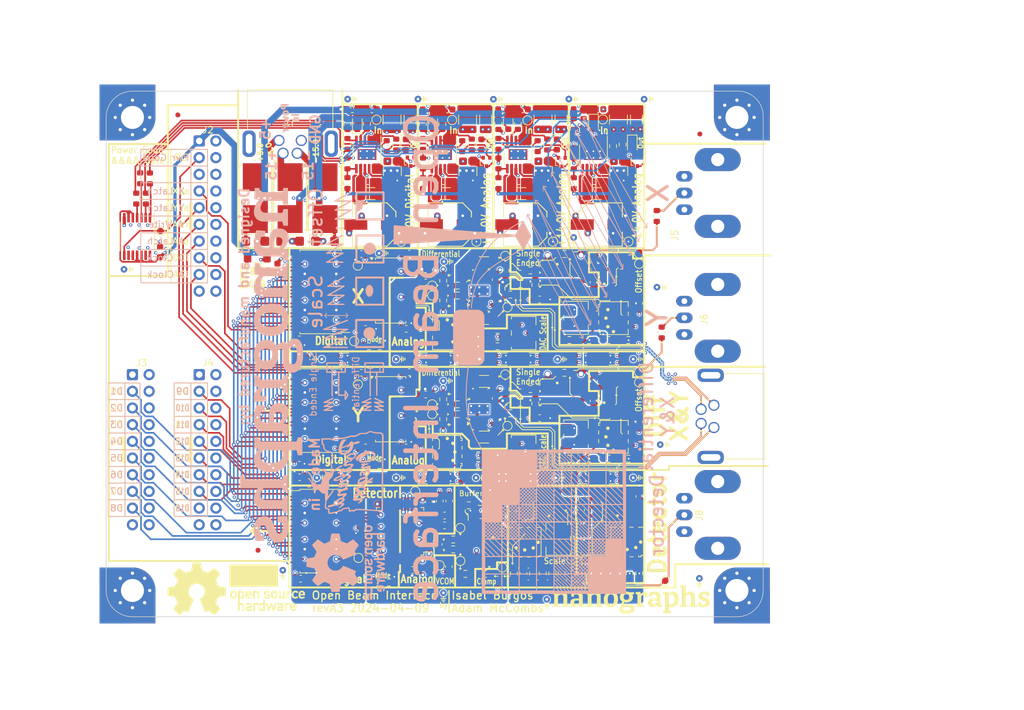
<source format=kicad_pcb>
(kicad_pcb (version 20241229) (generator "pcbnew") (generator_version "9.0")
  (layers (0 "F.Cu" signal) (4 "In1.Cu" power) (6 "In2.Cu" power) (2 "B.Cu" signal) (13 "F.Paste" user) (15 "B.Paste" user) (5 "F.SilkS" user "F.Silkscreen") (7 "B.SilkS" user "B.Silkscreen") (1 "F.Mask" user) (3 "B.Mask" user) (25 "Edge.Cuts" user))
  (net 0 "")
  (net 1 "GNDA")
  (net 2 "Net-(U1-SET)")
  (net 3 "Net-(U2-SET)")
  (net 4 "+3V0")
  (net 5 "+14V0")
  (net 6 "Net-(U3-SET)")
  (net 7 "-14V0")
  (net 8 "Net-(U7-REFIO)")
  (net 9 "Net-(U8-REFIO)")
  (net 10 "+3.3V")
  (net 11 "Net-(C49-Pad1)")
  (net 12 "Net-(C49-Pad2)")
  (net 13 "+15V")
  (net 14 "-15V")
  (net 15 "Net-(U9-Ain+)")
  (net 16 "Net-(U9-Ain-)")
  (net 17 "/+15V Supply")
  (net 18 "/-15V Supply")
  (net 19 "Net-(U7-IOUTB)")
  (net 20 "Net-(U7-IOUTA)")
  (net 21 "/S.LATCH_X")
  (net 22 "/S.LATCH_Y")
  (net 23 "/S.LATCH_A")
  (net 24 "/S.WRITE_A")
  (net 25 "/S.CLK_D")
  (net 26 "/S.CLK_A")
  (net 27 "Net-(U8-IOUTB)")
  (net 28 "Net-(U8-IOUTA)")
  (net 29 "Net-(D1-A)")
  (net 30 "Net-(J5-In)")
  (net 31 "Net-(D6-K)")
  (net 32 "/D-1")
  (net 33 "/D-2")
  (net 34 "/D-3")
  (net 35 "/D-4")
  (net 36 "/D-5")
  (net 37 "/D-6")
  (net 38 "/D-7")
  (net 39 "/D-8")
  (net 40 "Net-(D7-COM)")
  (net 41 "Net-(U19-SET)")
  (net 43 "/D-9")
  (net 44 "/D-10")
  (net 45 "/D-11")
  (net 46 "/D-12")
  (net 47 "/D-13")
  (net 48 "/D-14")
  (net 49 "/D-15")
  (net 52 "Net-(D8-K)")
  (net 56 "Net-(D8-A)")
  (net 58 "Net-(U13-+)")
  (net 61 "Net-(J6-In)")
  (net 62 "Net-(J7-Pin_1)")
  (net 63 "Net-(U14-+)")
  (net 64 "Net-(U15--)")
  (net 65 "Net-(U16--)")
  (net 66 "Net-(J7-Pin_2)")
  (net 67 "Net-(J7-Pin_3)")
  (net 68 "Net-(J7-Pin_4)")
  (net 69 "Net-(J8-In)")
  (net 71 "Net-(U1-ILIM)")
  (net 72 "Net-(U2-ILIM)")
  (net 73 "/Y-14")
  (net 74 "/Y-13")
  (net 75 "/Y-12")
  (net 76 "/Y-11")
  (net 77 "/Y-10")
  (net 78 "/Y-9")
  (net 79 "/Y-8")
  (net 80 "/Y-7")
  (net 81 "/Y-6")
  (net 82 "/Y-5")
  (net 83 "/Y-4")
  (net 84 "/Y-3")
  (net 85 "/Y-2")
  (net 86 "/Y-1")
  (net 90 "Net-(U1-PGFB)")
  (net 91 "Net-(U2-PGFB)")
  (net 92 "Net-(U3-ILIM)")
  (net 93 "/X-14")
  (net 94 "/X-13")
  (net 95 "/X-12")
  (net 96 "/X-11")
  (net 97 "/X-10")
  (net 98 "/X-9")
  (net 99 "/X-8")
  (net 100 "/X-7")
  (net 101 "/X-6")
  (net 102 "/X-5")
  (net 103 "/X-4")
  (net 104 "/X-3")
  (net 105 "/X-2")
  (net 106 "/X-1")
  (net 107 "Net-(U3-PGFB)")
  (net 108 "/A-1")
  (net 109 "/A-2")
  (net 110 "/A-3")
  (net 111 "/A-4")
  (net 112 "/A-5")
  (net 113 "/A-6")
  (net 114 "/A-7")
  (net 115 "/A-8")
  (net 116 "/A-9")
  (net 117 "/A-10")
  (net 118 "/A-11")
  (net 119 "/A-12")
  (net 120 "/A-13")
  (net 121 "/A-14")
  (net 122 "/A-15")
  (net 123 "Net-(U7-FS_ADJ)")
  (net 124 "Net-(U8-FS_ADJ)")
  (net 125 "Net-(R34-Pad2)")
  (net 126 "Net-(R35-Pad2)")
  (net 127 "Net-(U11-+)")
  (net 128 "Net-(U11--)")
  (net 129 "Net-(U12-+)")
  (net 130 "Net-(U12--)")
  (net 131 "Net-(U11-Vout-)")
  (net 132 "Net-(U11-Vout+)")
  (net 133 "Net-(U10-+)")
  (net 134 "Net-(U10--)")
  (net 135 "Net-(U12-Vout-)")
  (net 136 "Net-(U12-Vout+)")
  (net 137 "Net-(R60-Pad2)")
  (net 138 "Net-(C74-Pad1)")
  (net 139 "Net-(U16-+)")
  (net 163 "Net-(U17--)")
  (net 164 "Net-(U17-+)")
  (net 165 "Net-(U18--)")
  (net 172 "Net-(D5-K)")
  (net 173 "Net-(D2-K)")
  (net 174 "Net-(D4-K)")
  (net 175 "Net-(D3-K)")
  (net 176 "Net-(D4-A)")
  (net 177 "Net-(D5-A)")
  (net 178 "Net-(D6-A)")
  (net 180 "Net-(R75-Pad1)")
  (net 181 "Net-(R30-Pad2)")
  (net 182 "Net-(R72-Pad2)")
  (net 183 "Net-(R74-Pad2)")
  (net 184 "Net-(R77-Pad2)")
  (net 185 "Net-(R79-Pad2)")
  (net 186 "Net-(RV2-Pad2)")
  (net 187 "Net-(U18-+)")
  (net 188 "Net-(R75-Pad2)")
  (net 189 "Net-(R59-Pad2)")
  (net 191 "Net-(R29-Pad2)")
  (net 192 "Net-(R65-Pad2)")
  (net 193 "Net-(R68-Pad2)")
  (net 194 "Net-(R76-Pad2)")
  (net 195 "Net-(R80-Pad2)")
  (net 196 "Net-(R81-Pad1)")
  (net 197 "Net-(R81-Pad2)")
  (net 198 "Net-(U19-ILIM)")
  (net 199 "Net-(U19-PGFB)")
  (net 200 "Net-(RV5-Pad2)")
  (net 201 "Net-(D9-K)")
  (net 202 "Net-(J1-Pin_2)")
  (net 203 "Net-(J1-Pin_3)")
  (net 204 "Net-(J1-Pin_4)")
  (net 205 "Net-(R64-Pad1)")
  (net 206 "Net-(R90-Pad2)")
  (net 207 "Net-(R91-Pad2)")
  (net 208 "Net-(R94-Pad1)")
  (net 209 "Net-(R95-Pad1)")
  (net 210 "Net-(RV7-Pad2)")
  (net 211 "Net-(RV3-Pad1)")
  (net 212 "Net-(U10-Vocm)")
  (net 213 "Net-(R27-Pad2)")
  (net 214 "+5VA")
  (net 215 "+5VD")
  (net 216 "/+5V Supply")
  (net 217 "Net-(U13--)")
  (net 218 "Net-(U14--)")
  (net 219 "Net-(JP5-C)")
  (net 220 "Net-(JP6-C)")
  (net 221 "Net-(JP7-C)")
  (net 223 "/PG+14A")
  (net 224 "/PG3.3A")
  (net 225 "/PG-14A")
  (net 226 "/PG3.3D")
  (net 227 "/Power Good")
  (net 228 "Net-(Q1-B)")
  (net 229 "Net-(Q2-B)")
  (net 230 "Net-(Q3-B)")
  (net 231 "Net-(Q4-B)")
  (net 232 "Net-(R24-Pad2)")
  (net 233 "Net-(R25-Pad2)")
  (net 234 "Net-(R26-Pad2)")
  (net 235 "Net-(R97-Pad2)")
  (footprint "Capacitor_SMD:C_0603_1608Metric" (layer "F.Cu") (at 159.86 125.88 180)
    (property "Reference" "C44" (hide yes))
    (property "Value" "0.1 uF")
  )
  (footprint "Resistor_SMD:R_0603_1608Metric" (layer "F.Cu") (at 174.71 83.97 180)
    (property "Reference" "R47" (hide yes))
    (property "Value" "0")
  )
  (footprint "Resistor_SMD:R_0603_1608Metric" (layer "F.Cu") (at 164.5 99.91 -90)
    (property "Reference" "R33" (hide yes))
    (property "Value" "25")
  )
  (footprint "Resistor_SMD:R_0603_1608Metric" (layer "F.Cu") (at 164.46 66.7)
    (property "Reference" "R1" (hide yes))
    (property "Value" "33k")
  )
  (footprint "Resistor_SMD:R_0603_1608Metric" (layer "F.Cu") (at 192.67 108.94 180)
    (property "Reference" "R71" (hide yes))
    (property "Value" "R")
  )
  (footprint "Scan Generator:GND Test Point WIth Dimensions" (layer "F.Cu") (at 164.6 78.94 90)
    (property "Reference" "GNDA8" (hide yes))
    (property "Value" "TestPoint")
  )
  (footprint "Resistor_SMD:R_0603_1608Metric" (layer "F.Cu") (at 170.88 126.48)
    (property "Reference" "R58" (hide yes))
    (property "Value" "500")
  )
  (footprint "Package_SO:MSOP-12-1EP_3x4mm_P0.65mm_EP1.65x2.85mm_ThermalVias" (layer "F.Cu") (at 152.902344 62.65 -90)
    (property "Reference" "U19" (hide yes))
    (property "Value" "LT3045")
  )
  (footprint "Capacitor_SMD:C_0603_1608Metric" (layer "F.Cu") (at 165.13 55.79)
    (property "Reference" "C12" (hide yes))
    (property "Value" "0.1 uF")
  )
  (footprint "Package_SO:TSSOP-14_4.4x5mm_P0.65mm" (layer "F.Cu") (at 117.9068 75.12215 -90)
    (property "Reference" "U20" (hide yes))
    (property "Value" "7430")
  )
  (footprint "LED_SMD:LED_0603_1608Metric" (layer "F.Cu") (at 187.37 58 -90)
    (property "Reference" "D1" (hide yes))
    (property "Value" "LED")
  )
  (footprint "Resistor_SMD:R_0603_1608Metric" (layer "F.Cu") (at 155.89 61.37 90)
    (property "Reference" "R100" (hide yes))
    (property "Value" "10k")
  )
  (footprint "Scan Generator:C_1210_3225_Kelvin_Connections" (layer "F.Cu") (at 179.74 65.15 -90)
    (property "Reference" "C19" (hide yes))
    (property "Value" "10u")
  )
  (footprint "Resistor_SMD:R_0603_1608Metric" (layer "F.Cu") (at 173.98 98.38 -90)
    (property "Reference" "R51" (hide yes))
    (property "Value" "0")
  )
  (footprint "Capacitor_SMD:C_1206_3216Metric" (layer "F.Cu") (at 166.15 111.84 180)
    (property "Reference" "C85" (hide yes))
    (property "Value" "4.7u")
  )
  (footprint "Capacitor_SMD:C_1206_3216Metric" (layer "F.Cu") (at 166.15 93.78 180)
    (property "Reference" "C63" (hide yes))
    (property "Value" "4.7u")
  )
  (footprint "Capacitor_SMD:C_1206_3216Metric" (layer "F.Cu") (at 185.67 93.78)
    (property "Reference" "C42" (hide yes))
    (property "Value" "4.7u")
  )
  (footprint "Resistor_SMD:R_0603_1608Metric" (layer "F.Cu") (at 182.95 95.86)
    (property "Reference" "R60" (hide yes))
    (property "Value" "1.82K")
  )
  (footprint "Capacitor_SMD:C_0603_1608Metric" (layer "F.Cu") (at 176.61 55.77)
    (property "Reference" "C13" (hide yes))
    (property "Value" "0.1 uF")
  )
  (footprint "Resistor_SMD:R_1206_3216Metric" (layer "F.Cu") (at 170.71 87.59)
    (property "Reference" "R46" (hide yes))
    (property "Value" "4.99K")
  )
  (footprint "TestPoint:TestPoint_Pad_D1.0mm" (layer "F.Cu") (at 167.1 119.49)
    (property "Reference" "TP_A-1" (hide yes))
    (property "Value" "TestPoint")
  )
  (footprint "Resistor_SMD:R_1206_3216Metric" (layer "F.Cu") (at 170.71 97.17)
    (property "Reference" "R41" (hide yes))
    (property "Value" "4.99K")
  )
  (footprint "Capacitor_SMD:C_0603_1608Metric" (layer "F.Cu") (at 159.35 95.78 180)
    (property "Reference" "C36" (hide yes))
    (property "Value" "0.1 uF")
  )
  (footprint "Capacitor_SMD:C_0603_1608Metric" (layer "F.Cu") (at 142.64 111.76 180)
    (property "Reference" "C81" (hide yes))
    (property "Value" "0.1 uF")
  )
  (footprint "Scan Generator:MountingHole_3.5mm_Pad_Via_CrtYd" (layer "F.Cu") (at 117.2 129 90)
    (property "Reference" "H1" (hide yes))
    (property "Value" "MountingHole")
  )
  (footprint "Scan Generator:GND Test Point WIth Dimensions" (layer "F.Cu") (at 197.03 82.84 90)
    (property "Reference" "GNDA1" (hide yes))
    (property "Value" "TestPoint")
  )
  (footprint "Capacitor_SMD:C_0603_1608Metric" (layer "F.Cu") (at 152.04 119.89 -90)
    (property "Reference" "C31" (hide yes))
    (property "Value" "0.1 uF")
  )
  (footprint "Scan Generator:GND Test Point WIth Dimensions" (layer "F.Cu") (at 197.53 106.79 90)
    (property "Reference" "GNDA12" (hide yes))
    (property "Value" "TestPoint")
  )
  (footprint "Scan Generator:Reduced_pads_R_Axial_DIN0204_L3.6mm_D1.6mm_P5.08mm_Horizontal" (layer "F.Cu") (at 180.39 96.04)
    (property "Reference" "R73" (hide yes))
    (property "Value" "R")
  )
  (footprint "Resistor_SMD:R_0603_1608Metric" (layer "F.Cu") (at 169.8 109.89 180)
    (property "Reference" "R29" (hide yes))
    (property "Value" "2.49K")
  )
  (footprint "Resistor_SMD:R_0603_1608Metric" (layer "F.Cu") (at 189.67 108.94)
    (property "Reference" "R68" (hide yes))
    (property "Value" "R")
  )
  (footprint "Capacitor_SMD:C_0603_1608Metric" (layer "F.Cu") (at 165.35 125.36 -90)
    (property "Reference" "C52" (hide yes))
    (property "Value" "2.2 uF")
  )
  (footprint "Scan Generator:SOT-416" (layer "F.Cu") (at 182.56 63.81 -90)
    (property "Reference" "Q1" (hide yes))
    (property "Value" "MMBT3904TT1G")
  )
  (footprint "Resistor_SMD:R_0603_1608Metric" (layer "F.Cu") (at 183.71 90.88)
    (property "Reference" "R77" (hide yes))
    (property "Value" "R")
  )
  (footprint "Resistor_SMD:R_0603_1608Metric" (layer "F.Cu") (at 166.02 122.74)
    (property "Reference" "R34" (hide yes))
    (property "Value" "25")
  )
  (footprint "TestPoint:TestPoint_Pad_D1.0mm" (layer "F.Cu") (at 194.3148 77.689)
    (property "Reference" "TP_X_Out1" (hide yes))
    (property "Value" "TestPoint")
  )
  (footprint "TestPoint:TestPoint_Pad_D1.0mm" (layer "F.Cu") (at 163.94 125.16)
    (property "Reference" "TP_Vcom1" (hide yes))
    (property "Value" "TestPoint")
  )
  (footprint "Resistor_SMD:R_0603_1608Metric" (layer "F.Cu") (at 178.52 82.49 90)
    (property "Reference" "R56" (hide yes))
    (property "Value" "1K")
  )
  (footprint "Resistor_SMD:R_0603_1608Metric" (layer "F.Cu") (at 189.96 126.37 90)
    (property "Reference" "R90" (hide yes))
    (property "Value" "14k")
  )
  (footprint "Resistor_SMD:R_0603_1608Metric" (layer "F.Cu") (at 177.77 80.28)
    (property "Reference" "R52" (hide yes))
    (property "Value" "1K")
  )
  (footprint "Scan Generator:IDC-Header_2x10_P2.54mm_Vertical_No_Pin_1_Mark" (layer "F.Cu") (at 117.2 96.14)
    (property "Reference" "J3")
    (property "Value" "Conn_02x10_Odd_Even")
  )
  (footprint "Capacitor_SMD:C_0603_1608Metric" (layer "F.Cu") (at 172.48 84.99 -90)
    (property "Reference" "C70" (hide yes))
    (property "Value" "0.1 uF")
  )
  (footprint "Capacitor_SMD:C_0603_1608Metric" (layer "F.Cu") (at 175.09 116.98 -90)
    (property "Reference" "C65" (hide yes))
    (property "Value" "0.1 uF")
  )
  (footprint "Resistor_SMD:R_0603_1608Metric" (layer "F.Cu") (at 182.56 126.41 -90)
    (property "Reference" "R64" (hide yes))
    (property "Value" "500")
  )
  (footprint "Resistor_SMD:R_0603_1608Metric" (layer "F.Cu") (at 178.18 126.405 -90)
    (property "Reference" "R96" (hide yes))
    (property "Value" "R")
  )
  (footprint "Resistor_SMD:R_0603_1608Metric" (layer "F.Cu") (at 161.42 61.04 -90)
    (property "Reference" "R4" (hide yes))
    (property "Value" "1.5K")
  )
  (footprint "Capacitor_SMD:C_0603_1608Metric" (layer "F.Cu") (at 164.71 119.09 180)
    (property "Reference" "C49" (hide yes))
    (property "Value" "0.1 uF")
  )
  (footprint "Scan Generator:MountingHole_3.5mm_Pad_Via_CrtYd" (layer "F.Cu") (at 209.2 57 -90)
    (property "Reference" "H2" (hide yes))
    (property "Value" "MountingHole")
  )
  (footprint "Capacitor_SMD:C_0603_1608Metric" (layer "F.Cu") (at 165.42 115.38 90)
    (property "Reference" "C58" (hide yes))
    (property "Value" "1 uF")
  )
  (footprint "Capacitor_SMD:C_0603_1608Metric" (layer "F.Cu") (at 142.8 127.2 180)
    (property "Reference" "C29" (hide yes))
    (property "Value" "0.1 uF")
  )
  (footprint "Capacitor_SMD:C_1206_3216Metric" (layer "F.Cu") (at 149.41 111.84)
    (property "Reference" "C80" (hide yes))
    (property "Value" "4.7u")
  )
  (footprint "Capacitor_SMD:C_1206_3216Metric" (layer "F.Cu") (at 159.4575 57.34 -90)
    (property "Reference" "C14" (hide yes))
    (property "Value" "4.7u")
  )
  (footprint "TestPoint:TestPoint_Pad_D1.0mm" (layer "F.Cu") (at 194.3148 97.329)
    (property "Reference" "TP_Y_Offset1" (hide yes))
    (property "Value" "TestPoint")
  )
  (footprint "Package_SO:MSOP-12-1EP_3x4mm_P0.65mm_EP1.65x2.85mm_ThermalVias" (layer "F.Cu") (at 175.882344 62.65 -90)
    (property "Reference" "U2" (hide yes))
    (property "Value" "LT3045")
  )
  (footprint "Capacitor_SMD:C_0603_1608Metric" (layer "F.Cu") (at 183.95 114.67 -90)
    (property "Reference" "C53" (hide yes))
    (property "Value" "0.1 uF")
  )
  (footprint "Resistor_SMD:R_0603_1608Metric" (layer "F.Cu") (at 152.89 57.97 -90)
    (property "Reference" "R85" (hide yes))
    (property "Value" "10k")
  )
  (footprint "Resistor_SMD:R_0603_1608Metric" (layer "F.Cu") (at 157.35 61.13 -90)
    (property "Reference" "R86" (hide yes))
    (property "Value" "68.1")
  )
  (footprint "Scan Generator:GND Test Point WIth Dimensions" (layer "F.Cu") (at 180.26 130.35)
    (property "Reference" "GNDA10" (hide yes))
    (property "Value" "TestPoint")
  )
  (footprint "Scan Generator:SOIC-8_3.9x4.9mm_P1.27mm" (layer "F.Cu") (at 170.2 121.99 -90)
    (property "Reference" "U10" (hide yes))
    (property "Value" "AD8137YRZ")
  )
  (footprint "TestPoint:TestPoint_Pad_D1.0mm" (layer "F.Cu") (at 192.69 75.9)
    (property "Reference" "TP-2" (hide yes))
    (property "Value" "TestPoint")
  )
  (footprint "Potentiometer_SMD:Potentiometer_Bourns_3224W_Vertical" (layer "F.Cu") (at 184.71 105.56 90)
    (property "Reference" "RV5" (hide yes))
    (property "Value" "20K")
  )
  (footprint "Scan Generator:GND Test Point WIth Dimensions" (layer "F.Cu") (at 157.33 111.84 90)
    (property "Reference" "GNDA2" (hide yes))
    (property "Value" "TestPoint")
  )
  (footprint "TestPoint:TestPoint_Pad_D1.0mm" (layer "F.Cu") (at 154.34 57.35)
    (property "Reference" "TP_D3.1" (hide yes))
    (property "Value" "TestPoint")
  )
  (footprint "TestPoint:TestPoint_Pad_D1.0mm" (layer "F.Cu") (at 162.83 100.6647)
    (property "Reference" "TP_IA_Y1" (hide yes))
    (property "Value" "TestPoint")
  )
  (footprint "Capacitor_SMD:C_0603_1608Metric" (layer "F.Cu") (at 161.84 81.11)
    (property "Reference" "C39" (hide yes))
    (property "Value" "0.1 uF")
  )
  (footprint "Resistor_SMD:R_0603_1608Metric" (layer "F.Cu") (at 172.76 109.89)
    (property "Reference" "R81" (hide yes))
    (property "Value" "1.82K")
  )
  (footprint "Capacitor_SMD:C_0603_1608Metric" (layer "F.Cu") (at 139.27 78.48 -90)
    (property "Reference" "C68" (hide yes))
    (property "Value" "0.1 uF")
  )
  (footprint "Capacitor_SMD:C_0603_1608Metric" (layer "F.Cu") (at 194.34 103.35 -90)
    (property "Reference" "C82" (hide yes))
    (property "Value" "0.1 uF")
  )
  (footprint "TestPoint:TestPoint_Pad_D1.0mm" (layer "F.Cu") (at 162.83 102.1647)
    (property "Reference" "TP_IB_Y1" (hide yes))
    (property "Value" "TestPoint")
  )
  (footprint "Capacitor_SMD:C_0603_1608Metric" (layer "F.Cu") (at 158.86 89.18 180)
    (property "Reference" "C41" (hide yes))
    (property "Value" "0.1 uF")
  )
  (footprint "Capacitor_SMD:C_1206_3216Metric" (layer "F.Cu") (at 193.92 57.34 90)
    (property "Reference" "C21" (hide yes))
    (property "Value" "4.7u")
  )
  (footprint "Resistor_SMD:R_0603_1608Metric" (layer "F.Cu") (at 187.04 126.37 90)
    (property "Reference" "R91" (hide yes))
    (property "Value" "12.1k")
  )
  (footprint "Capacitor_SMD:C_0603_1608Metric" (layer "F.Cu") (at 142.64 93.7 180)
    (property "Reference" "C83" (hide yes))
    (property "Value" "0.1 uF")
  )
  (footprint "Resistor_SMD:R_0603_1608Metric" (layer "F.Cu") (at 119.85 66.28295 -90)
    (property "Reference" "R24" (hide yes))
    (property "Value" "10K")
  )
  (footprint "Capacitor_SMD:C_1206_3216Metric" (layer "F.Cu") (at 173.52 111.84)
    (property "Reference" "C86" (hide yes))
    (property "Value" "4.7u")
  )
  (footprint "Resistor_SMD:R_0603_1608Metric" (layer "F.Cu") (at 172.76 108.43 180)
    (property "Reference" "R76" (hide yes))
    (property "Value" "R")
  )
  (footprint "Capacitor_SMD:C_1210_3225Metric" (layer "F.Cu") (at 179.69 57.34 -90)
    (property "Reference" "C11" (hide yes))
    (property "Value" "10u")
  )
  (footprint "Capacitor_SMD:C_0603_1608Metric" (layer "F.Cu") (at 121.412 77.49215 90)
    (property "Reference" "C32" (hide yes))
    (property "Value" "0.1 uF")
  )
  (footprint "Scan Generator:GND Test Point WIth Dimensions" (layer "F.Cu") (at 146.02 93.78 -90)
    (property "Reference" "GNDD3" (hide yes))
    (property "Value" "TestPoint")
  )
  (footprint "Capacitor_SMD:C_0603_1608Metric" (layer "F.Cu") (at 187.38 82.09 -90)
    (property "Reference" "C72" (hide yes))
    (property "Value" "0.1 uF")
  )
  (footprint "Capacitor_SMD:C_0603_1608Metric" (layer "F.Cu") (at 161.08 87.65 -90)
    (property "Reference" "C48" (hide yes))
    (property "Value" "0.1 uF")
  )
  (footprint "Resistor_SMD:R_0603_1608Metric" (layer "F.Cu") (at 149.92 61.03 -90)
    (property "Reference" "R84" (hide yes))
    (property "Value" "1.5K")
  )
  (footprint "Package_SO:TSSOP-48_6.1x12.5mm_P0.5mm" (layer "F.Cu") (at 145.8348 83.559 180)
    (property "Reference" "U4" (hide yes))
    (property "Value" "74ALVCH16373DGG:11")
  )
  (footprint "Scan Generator:SOT-416" (layer "F.Cu") (at 159.55 63.75 -90)
    (property "Reference" "Q4" (hide yes))
    (property "Value" "MMBT3904TT1G")
  )
  (footprint "Capacitor_SMD:C_1210_3225Metric" (layer "F.Cu") (at 168.21 57.34 -90)
    (property "Reference" "C1" (hide yes))
    (property "Value" "10u")
  )
  (footprint "Package_SO:TSSOP-48_6.1x12.5mm_P0.5mm" (layer "F.Cu") (at 145.8307 119.9608)
    (property "Reference" "U6" (hide yes))
    (property "Value" "74ALVCH16373DGG:11")
  )
  (footprint "Resistor_SMD:R_0603_1608Metric" (layer "F.Cu") (at 146.1 127.2 180)
    (property "Reference" "R22" (hide yes))
    (property "Value" "10k")
  )
  (footprint "Resistor_SMD:R_0603_1608Metric" (layer "F.Cu") (at 164.5 102.92 90)
    (property "Reference" "R31" (hide yes))
    (property "Value" "25")
  )
  (footprint "TestPoint:TestPoint_Pad_D1.0mm" (layer "F.Cu") (at 162.83 84.1047)
    (property "Reference" "TP_IB_X1" (hide yes))
    (property "Value" "TestPoint")
  )
  (footprint "Capacitor_SMD:C_0603_1608Metric" (layer "F.Cu") (at 162.31 115.48 -90)
    (property "Reference" "C45" (hide yes))
    (property "Value" "0.1 uF")
  )
  (footprint "Resistor_SMD:R_0603_1608Metric" (layer "F.Cu") (at 172.9 67 90)
    (property "Reference" "R12" (hide yes))
    (property "Value" "392K")
  )
  (footprint "Inductor_SMD:L_0603_1608Metric" (layer "F.Cu") (at 185.13 55.76)
    (property "Reference" "FB3" (hide yes))
    (property "Value" "FerriteBead")
  )
  (footprint "Resistor_SMD:R_0603_1608Metric" (layer "F.Cu") (at 179.64 126.405 -90)
    (property "Reference" "R95" (hide yes))
    (property "Value" "2K")
  )
  (footprint "Scan Generator:BNC_Amphenol_B6252HB-NPP3G-50_Horizontal_Flipable" (layer "F.Cu") (at 201.2 117.5 -90)
    (property "Reference" "J8")
    (property "Value" "Coaxial Con Amphenol 031-5538-10RFX")
  )
  (footprint "Scan Generator:GND Test Point WIth Dimensions" (layer "F.Cu") (at 154.73 77.66 90)
    (property "Reference" "GNDD8" (hide yes))
    (property "Value" "TestPoint")
  )
  (footprint "Resistor_SMD:R_0603_1608Metric" (layer "F.Cu") (at 175.94 66.7)
    (property "Reference" "R2" (hide yes))
    (property "Value" "140k")
  )
  (footprint "Capacitor_SMD:C_0603_1608Metric" (layer "F.Cu") (at 161.84 99.17)
    (property "Reference" "C38" (hide yes))
    (property "Value" "0.1 uF")
  )
  (footprint "Resistor_SMD:R_0603_1608Metric" (layer "F.Cu") (at 149.9275 58 90)
    (property "Reference" "R3" (hide yes))
    (property "Value" "3.3K")
  )
  (footprint "Capacitor_SMD:C_1206_3216Metric" (layer "F.Cu") (at 190.47 111.84 180)
    (property "Reference" "C89" (hide yes))
    (property "Value" "4.7u")
  )
  (footprint "Diode_SMD:D_SMF" (layer "F.Cu") (at 146.5 75.84)
    (property "Reference" "D12" (hide yes))
    (property "Value" "SMF20A")
  )
  (footprint "Scan Generator:GND Test Point WIth Dimensions" (layer "F.Cu") (at 170.01 93.78 -90)
    (property "Reference" "GNDD5" (hide yes))
    (property "Value" "TestPoint")
  )
  (footprint "Resistor_SMD:R_0603_1608Metric" (layer "F.Cu") (at 164.5 84.86 90)
    (property "Reference" "R32" (hide yes))
    (property "Value" "25")
  )
  (footprint "TestPoint:TestPoint_Pad_D1.0mm" (layer "F.Cu") (at 188.8 57.3 90)
    (property "Reference" "TP-1" (hide yes))
    (property "Value" "TestPoint")
  )
  (footprint "Capacitor_SMD:C_1206_3216Metric" (layer "F.Cu") (at 153.41 68.6)
    (property "Reference" "C17" (hide yes))
    (property "Value" "4.7u")
  )
  (footprint "TestPoint:TestPoint_Pad_D1.0mm" (layer "F.Cu") (at 198.29 127.52)
    (property "Reference" "TP_In1" (hide yes))
    (property "Value" "TestPoint")
  )
  (footprint "Scan Generator:SOIC-8_3.9x4.9mm_P1.27mm" (layer "F.Cu") (at 179.52 115.72 180)
    (property "Reference" "U15" (hide yes))
    (property "Value" "LT1363")
  )
  (footprint "Diode_SMD:D_SMF" (layer "F.Cu") (at 135.9 75.84)
    (property "Reference" "D10" (hide yes))
    (property "Value" "SMF20A")
  )
  (footprint "Resistor_SMD:R_0603_1608Metric" (layer "F.Cu") (at 118.37 66.26295 -90)
    (property "Reference" "R26" (hide yes))
    (property "Value" "10K")
  )
  (footprint "Capacitor_SMD:C_0603_1608Metric" (layer "F.Cu") (at 172.4 114.58 180)
    (property "Reference" "C30" (hide yes))
    (property "Value" "2.2 uF")
  )
  (footprint "Resistor_SMD:R_0603_1608Metric" (layer "F.Cu") (at 164.5 81.85 -90)
    (property "Reference" "R36" (hide yes))
    (property "Value" "25")
  )
  (footprint "Capacitor_SMD:C_1206_3216Metric" (layer "F.Cu") (at 182.44 57.34 -90)
    (property "Reference" "C4" (hide yes))
    (property "Value" "4.7u")
  )
  (footprint "Symbol:OSHW-Logo_11.4x12mm_SilkScreen" (layer "F.Cu") (at 126.972141 130.715932)
    (property "Reference" "OSHW_logo_front" (hide yes))
    (property "Value" "OSHW-Logo_11.4x12mm_SilkScreen" (hide yes))
  )
  (footprint "TestPoint:TestPoint_Pad_D1.0mm" (layer "F.Cu") (at 173.95 96.13)
    (property "Reference" "TP_Y_A1" (hide yes))
    (property "Value" "TestPoint")
  )
  (footprint "Scan Generator:GND Test Point WIth Dimensions" (layer "F.Cu") (at 157.33 93.78 90)
    (property "Reference" "GNDD7" (hide yes))
    (property "Value" "TestPoint")
  )
  (footprint "TestPoint:TestPoint_Pad_D1.0mm" (layer "F.Cu") (at 165.85 57.38)
    (property "Reference" "TP_A3.1" (hide yes))
    (property "Value" "TestPoint")
  )
  (footprint "Resistor_SMD:R_0603_1608Metric" (layer "F.Cu") (at 176.25 82.35)
    (property "Reference" "R53" (hide yes))
    (property "Value" "1K")
  )
  (footprint "Resistor_SMD:R_0603_1608Metric" (layer "F.Cu") (at 161.4 58 -90)
    (property "Reference" "R89" (hide yes))
    (property "Value" "3.3K")
  )
  (footprint "Resistor_SMD:R_0603_1608Metric" (layer "F.Cu") (at 197 72 90)
    (property "Reference" "R62" (hide yes))
    (property "Value" "0")
  )
  (footprint "Resistor_SMD:R_0603_1608Metric" (layer "F.Cu") (at 182.95 77.8)
    (property "Reference" "R59" (hide yes))
    (property "Value" "1.82K")
  )
  (footprint "Capacitor_SMD:C_0603_1608Metric" (layer "F.Cu") (at 188.09 55.76 180)
    (property "Reference" "C15" (hide yes))
    (property "Value" "0.1 uF")
  )
  (footprint "Capacitor_SMD:C_0603_1608Metric" (layer "F.Cu") (at 179.17 102.76 180)
    (property "Reference" "C71" (hide yes))
    (property "Value" "0.1 uF")
  )
  (footprint "TestPoint:TestPoint_Pad_D1.0mm" (layer "F.Cu") (at 194.3148 95.749)
    (property "Reference" "TP_Y_Out1" (hide yes))
    (property "Value" "TestPoint")
  )
  (footprint "Scan Generator:Nidec SP4T CS-4-14NTA" (layer "F.Cu") (at 190.41 105.61 -90)
    (property "Reference" "SW3" (hide yes))
    (property "Value" "~")
  )
  (footprint "Inductor_SMD:L_0603_1608Metric" (layer "F.Cu") (at 173.65 55.77)
    (property "Reference" "FB2" (hide yes))
    (property "Value" "FerriteBead")
  )
  (footprint "Capacitor_SMD:C_0603_1608Metric" (layer "F.Cu") (at 159.35 77.72 180)
    (property "Reference" "C37" (hide yes))
    (property "Value" "0.1 uF")
  )
  (footprint "Resistor_SMD:R_0603_1608Metric" (layer "F.Cu") (at 176.25 100.41)
    (property "Reference" "R55" (hide yes))
    (property "Value" "1K")
  )
  (footprint "Resistor_SMD:R_0603_1608Metric" (layer "F.Cu") (at 178.52 100.55 90)
    (property "Reference" "R57" (hide yes))
    (property "Value" "1K")
  )
  (footprint "Resistor_SMD:R_0603_1608Metric" (layer "F.Cu") (at 174.71 102.03)
    (property "Reference" "R48" (hide yes))
    (property "Value" "0")
  )
  (footprint "Scan Generator:SOIC-8_3.9x4.9mm_P1.27mm" (layer "F.Cu") (at 190.9 99.31 90)
    (property "Reference" "U17" (hide yes))
    (property "Value" "LT1363")
  )
  (footprint "Scan Generator:GND Test Point WIth Dimensions" (layer "F.Cu") (at 164.51 97.09 90)
    (property "Reference" "GNDA16" (hide yes))
    (property "Value" "TestPoint")
  )
  (footprint "Scan Generator:CAP_20SVPF120M" (layer "F.Cu") (at 153.99 73.3 180)
    (property "Reference" "C10" (hide yes))
    (property "Value" "100 uF")
  )
  (footprint "Scan Generator:GND Test Point WIth Dimensions" (layer "F.Cu") (at 183.62 54.2 90)
    (property "Reference" "GNDA13" (hide yes))
    (property "Value" "TestPoint")
  )
  (footprint "Resistor_SMD:R_0603_1608Metric" (layer "F.Cu") (at 183.71 108.94)
    (property "Reference" "R65" (hide yes))
    (property "Value" "R")
  )
  (footprint "TestPoint:TestPoint_Pad_D1.0mm" (layer "F.Cu") (at 160.25 113.9)
    (property "Reference" "TP_Clk_A1" (hide yes))
    (property "Value" "TestPoint")
  )
  (footprint "Potentiometer_SMD:Potentiometer_Bourns_3224W_Vertical" (layer "F.Cu") (at 176.74 89.82 90)
    (property "Reference" "RV1" (hide yes))
    (property "Value" "20K")
  )
  (footprint "Package_SO:TSSOP-48_6.1x12.5mm_P0.5mm" (layer "F.Cu") (at 145.8348 101.619 180)
    (property "Reference" "U5" (hide yes))
    (property "Value" "74ALVCH16373DGG:11")
  )
  (footprint "Resistor_SMD:R_0603_1608Metric" (layer "F.Cu") (at 191.81 61.13 -90)
    (property "Reference" "R21" (hide yes))
    (property "Value" "13K")
  )
  (footprint "LED_SMD:LED_0603_1608Metric" (layer "F.Cu") (at 181.79 61.12 -90)
    (property "Reference" "D5" (hide yes))
    (property "Value" "LED")
  )
  (footprint "Capacitor_SMD:C_0603_1608Metric" (layer "F.Cu") (at 187.45 79.07 90)
    (property "Reference" "C57" (hide yes))
    (property "Value" "0.1 uF")
  )
  (footprint "Resistor_SMD:R_0603_1608Metric" (layer "F.Cu") (at 149.92 64 90)
    (property "Reference" "R88" (hide yes))
    (property "Value" "10k")
  )
  (footprint "Resistor_SMD:R_0603_1608Metric" (layer "F.Cu") (at 187.42 66.7)
    (property "Reference" "R16" (hide yes))
    (property "Value" "140k")
  )
  (footprint "Resistor_SMD:R_0603_1608Metric" (layer "F.Cu") (at 184.38 61 -90)
    (property "Reference" "R17" (hide yes))
    (property "Value" "1K")
  )
  (footprint "Scan Generator:SOIC-8_3.9x4.9mm_P1.27mm" (layer "F.Cu") (at 182.95 81.25)
    (property "Reference" "U13" (hide yes))
    (property "Value" "LT1363")
  )
  (footprint "TestPoint:TestPoint_Pad_D1.0mm" (layer "F.Cu") (at 181.19 75.9)
    (property "Reference" "TP+2" (hide yes))
    (property "Value" "TestPoint")
  )
  (footprint "Scan Generator:CAP_20SVPF120M" (layer "F.Cu") (at 176.98 73.3 180)
    (property "Reference" "C8" (hide yes))
    (property "Value" "100 uF")
  )
  (footprint "Scan Generator:SOT-416" (layer "F.Cu") (at 194.05 63.77 -90)
    (property "Reference" "Q3" (hide yes))
    (property "Value" "MMBT3904TT1G")
  )
  (footprint "Resistor_SMD:R_0603_1608Metric" (layer "F.Cu") (at 166.72 102.16)
    (property "Reference" "R38" (hide yes))
    (property "Value" "301")
  )
  (footprint "Scan Generator:Nidec SP4T CS-4-14NTA" (layer "F.Cu") (at 165.12 89.85 90)
    (property "Reference" "SW1" (hide yes))
    (property "Value" "~")
  )
  (footprint "Capacitor_SMD:C_1206_3216Metric" (layer "F.Cu") (at 187.87 68.6)
    (property "Reference" "C22" (hide yes))
    (property "Value" "4.7u")
  )
  (footprint "Scan Generator:nanographs small" (layer "F.Cu") (at 193.248857 130.473844)
    (property "Reference" "front_logo" (hide yes))
    (property "Value" "nanographs small" (hide yes))
  )
  (footprint "Resistor_SMD:R_0603_1608Metric" (layer "F.Cu") (at 172.76 90.37 180)
    (property "Reference" "R72" (hide yes))
    (property "Value" "R")
  )
  (footprint "Capacitor_SMD:C_0603_1608Metric" (layer "F.Cu") (at 158.86 107.24 180)
    (property "Reference" "C40" (hide yes))
    (property "Value" "0.1 uF")
  )
  (footprint "Scan Generator:Nidec SP4T CS-4-14NTA" (layer "F.Cu") (at 190.41 87.55 -90)
    (property "Reference" "SW2" (hide yes))
    (property "Value" "~")
  )
  (footprint "Resistor_SMD:R_0603_1608Metric" (layer "F.Cu") (at 175.86 57.99 -90)
    (property "Reference" "R8" (hide yes))
    (property "Value" "10k")
  )
  (footprint "TestPoint:TestPoint_Pad_D1.0mm" (layer "F.Cu") (at 158.1 75.9)
    (property "Reference" "TP+3.2" (hide yes))
    (property "Value" "TestPoint")
  )
  (footprint "Resistor_SMD:R_0603_1608Metric" (layer "F.Cu") (at 169.8 108.43 180)
    (property "Reference" "R80" (hide yes))
    (property "Value" "R")
  )
  (footprint "Potentiometer_SMD:Potentiometer_Bourns_3224W_Vertical" (layer "F.Cu") (at 184.71 87.5 90)
    (property "Reference" "RV2" (hide yes))
    (property "Value" "20K")
  )
  (footprint "Capacitor_SMD:C_1206_3216Metric" (layer "F.Cu") (at 170.96 57.34 -90)
    (property "Reference" "C3" (hide yes))
    (property "Value" "4.7u")
  )
  (footprint "Capacitor_SMD:C_1206_3216Metric" (layer "F.Cu") (at 178.32 111.84 180)
    (property "Reference" "C87" (hide yes))
    (property "Value" "4.7u")
  )
  (footprint "Resistor_SMD:R_0603_1608Metric" (layer "F.Cu") (at 180.33 61.12 -90)
    (property "Reference" "R15" (hide yes))
    (property "Value" "13K")
  )
  (footprint "TestPoint:TestPoint_Pad_D1.0mm" (layer "F.Cu") (at 173.95 78.07)
    (property "Reference" "TP_X_A1" (hide yes))
    (property "Value" "TestPoint")
  )
  (footprint "Resistor_SMD:R_0603_1608Metric" (layer "F.Cu") (at 166.72 100.66)
    (property "Reference" "R37" (hide yes))
    (property "Value" "301")
  )
  (footprint "Scan Generator:C_1210_3225_Kelvin_Connections" (layer "F.Cu") (at 191.22 65.15 -90)
    (property "Reference" "C25" (hide yes))
    (property "Value" "10u")
  )
  (footprint "Resistor_SMD:R_0603_1608Metric" (layer "F.Cu") (at 169.8 90.37 180)
    (property "Reference" "R74" (hide yes))
    (property "Value" "R")
  )
  (footprint "Resistor_SMD:R_0603_1608Metric" (layer "F.Cu") (at 171.75 116.04)
    (property "Reference" "R49" (hide yes))
    (property "Value" "1K")
  )
  (footprint "Scan Generator:Nidec SP4T CS-4-14NTA" (layer "F.Cu") (at 176.9 121.67)
    (property "Reference" "SW6" (hide yes))
    (property "Value" "~")
  )
  (footprint "Capacitor_SMD:C_1206_3216Metric" (layer "F.Cu") (at 190.47 93.78 180)
    (property "Reference" "C33" (hide yes))
    (property "Value" "4.7u")
  )
  (footprint "Capacitor_SMD:C_0603_1608Metric" (layer "F.Cu") (at 152.67 107.24 180)
    (property "Reference" "C24" (hide yes))
    (property "Value" "0.1 uF")
  )
  (footprint "Capacitor_SMD:C_0603_1608Metric" (layer "F.Cu") (at 194.34 85.29 -90)
    (property "Reference" "C56" (hide yes))
    (property "Value" "0.1 uF")
  )
  (footprint "Resistor_SMD:R_0603_1608Metric" (layer "F.Cu") (at 184.77 127.16)
    (property "Reference" "R67" (hide yes))
    (property "Value" "5K")
  )
  (footprint "Scan Generator:SOT-416" (layer "F.Cu") (at 171.09 63.78 -90)
    (property "Reference" "Q2" (hide yes))
    (property "Value" "MMBT3904TT1G")
  )
  (footprint "Scan Generator:C_1210_3225_Kelvin_Connections" (layer "F.Cu") (at 156.76 65.15 -90)
    (property "Reference" "C20" (hide yes))
    (property "Value" "10u")
  )
  (footprint "Resistor_SMD:R_0603_1608Metric" (layer "F.Cu") (at 197.75 89.73 90)
    (property "Reference" "R63" (hide yes))
    (property "Value" "0")
  )
  (footprint "Capacitor_SMD:C_0603_1608Metric" (layer "F.Cu") (at 164.71 117.59 180)
    (property "Reference" "C54" (hide yes))
    (property "Value" "2.2 uF")
  )
  (footprint "Scan Generator:GND Test Point WIth Dimensions" (layer "F.Cu") (at 181.64 111.84 90)
    (property "Reference" "GNDA6" (hide yes))
    (property "Value" "TestPoint")
  )
  (footprint "Resistor_SMD:R_0603_1608Metric" (layer "F.Cu") (at 177.77 98.34)
    (property "Reference" "R54" (hide yes))
    (property "Value" "1K")
  )
  (footprint "Capacitor_SMD:C_0603_1608Metric" (layer "F.Cu") (at 163.96 115.38 90)
    (property "Reference" "C59" (hide yes))
    (property "Value" "1 uF")
  )
  (footprint "Resistor_SMD:R_0603_1608Metric" (layer "F.Cu") (at 178.87 61.37 -90)
    (property "Reference" "R23" (hide yes))
    (property "Value" "10K")
  )
  (footprint "Scan Generator:GND Test Point WIth Dimensions" (layer "F.Cu") (at 203.49 127.15)
    (property "Reference" "GNDA11" (hide yes))
    (property "Value" "TestPoint")
  )
  (footprint "Resistor_SMD:R_1206_3216Metric" (layer "F.Cu") (at 170.71 79.11)
    (property "Reference" "R45" (hide yes))
    (property "Value" "4.99K")
  )
  (footprint "Potentiometer_SMD:Potentiometer_Bourns_3224W_Vertical" (layer "F.Cu") (at 176.74 107.88 90)
    (property "Reference" "RV6" (hide yes))
    (property "Value" "20K")
  )
  (footprint "Resistor_SMD:R_0603_1608Metric" (layer "F.Cu") (at 173.98 80.32 90)
    (property "Reference" "R50" (hide yes))
    (property "Value" "0")
  )
  (footprint "TestPoint:TestPoint_Pad_D1.0mm" (layer "F.Cu") (at 121.4628 74.28295)
    (property "Reference" "PowerGood1" (hide yes))
    (property "Value" "TestPoint")
  )
  (footprint "Potentiometer_SMD:Potentiometer_Bourns_3224W_Vertical" (layer "F.Cu") (at 182 121.12 -90)
    (property "Reference" "RV3" (hide yes))
    (property "Value" "2K")
  )
  (footprint "Capacitor_SMD:C_0603_1608Metric" (layer "F.Cu") (at 153.6275 55.76)
    (property "Reference" "C16" (hide yes))
    (property "Value" "0.1 uF")
  )
  (footprint "Resistor_SMD:R_0603_1608Metric" (layer "F.Cu") (at 190.35 61.37 -90)
    (property "Reference" "R98" (hide yes))
    (property "Value" "10K")
  )
  (footprint "Scan Generator:GND Test Point WIth Dimensions" (layer "F.Cu") (at 181.89 93.81 90)
    (property "Reference" "GNDA4" (hide yes))
    (property "Value" "TestPoint")
  )
  (footprint "Resistor_SMD:R_0603_1608Metric" (layer "F.Cu") (at 172.9 63.99 90)
    (property "Reference" "R13" (hide yes))
    (property "Value" "10k")
  )
  (footprint "Resistor_SMD:R_0603_1608Metric" (layer "F.Cu") (at 167.39 61.37 90)
    (property "Reference" "R99" (hide yes))
    (property "Value" "10k")
  )
  (footprint "Scan Generator:GND Test Point WIth Dimensions" (layer "F.Cu") (at 193.41 111.84 90)
    (property "Reference" "GNDA7" (hide yes))
    (property "Value" "TestPoint")
  )
  (footprint "Scan Generator:R_0603_1608Metric 2 pos sellector" (layer "F.Cu") (at 154.07 91.84 180)
    (property "Reference" "JP7" (hide yes))
    (property "Value" "Jumper_3_Bridged12")
  )
  (footprint "Capacitor_SMD:C_0603_1608Metric" (layer "F.Cu") (at 187.45 97.13 90)
    (property "Reference" "C60" (hide yes))
    (property "Value" "0.1 uF")
  )
  (footprint "TestPoint:TestPoint_Pad_D1.0mm" (layer "F.Cu") (at 177.33 57.44)
    (property "Reference" "TP+1" (hide yes))
    (property "Value" "TestPoint")
  )
  (footprint "Resistor_SMD:R_0603_1608Metric" (layer "F.Cu") (at 186.71 90.88 180)
    (property "Reference" "R78" (hide yes))
    (property "Value" "R")
  )
  (footprint "Scan Generator:GND Test Point WIth Dimensions" (layer "F.Cu") (at 169.485 111.84 90)
    (property "Reference" "GNDA5" (hide yes))
    (property "Value" "TestPoint")
  )
  (footprint "Scan Generator:SOIC-8_3.9x4.9mm_P1.27mm" (layer "F.Cu") (at 182.95 99.31)
    (property "Reference" "U14" (hide yes))
    (property "Value" "LT1363")
  )
  (footprint "Resistor_SMD:R_0603_1608Metric" (layer "F.Cu") (at 175.26 126.4 90)
    (property "Reference" "R61" (hide yes))
    (property "Value" "500")
  )
  (footprint "TestPoint:TestPoint_Pad_D1.0mm" (layer "F.Cu") (at 151.6 124.04)
    (property "Reference" "TP_ADC_MSB1" (hide yes))
    (property "Value" "TestPoint")
  )
  (footprint "TestPoint:TestPoint_Pad_D1.0mm" (layer "F.Cu") (at 174.28 103.95)
    (property "Reference" "TP_Y_B1" (hide yes))
    (property "Value" "TestPoint")
  )
  (footprint "TestPoint:TestPoint_Pad_D1.0mm" (layer "F.Cu") (at 174.28 85.89)
    (property "Reference" "TP_X_B1" (hide yes))
    (property "Value" "TestPoint")
  )
  (footprint "Scan Generator:Cable Pinout 1-8 Front" (layer "F.Cu") (at 114.7826 107.569)
    (property "Reference" "REF**" (hide yes))
    (property "Value" "Cable Pinout 1-8 Front" (hide yes))
  )
  (footprint "Resistor_SMD:R_0603_1608Metric" (layer "F.Cu") (at 194.34 126.37 90)
    (property "Reference" "R28" (hide yes))
    (property "Value" "37.4k")
  )
  (footprint "Scan Generator:IDC-Header_2x10_P2.54mm_Vertical_No_Pin_1_Mark" (layer "F.Cu") (at 127.36 96.14)
    (property "Reference" "J4")
    (property "Value" "Conn_02x10_Odd_Even")
  )
  (footprint "Fiducial:Fiducial_0.75mm_Mask1.5mm" (layer "F.Cu") (at 124.11 56.62)
    (property "Reference" "FID3" (hide yes))
    (property "Value" "Fiducial")
  )
  (footprint "Resistor_SMD:R_0603_1608Metric" (layer "F.Cu") (at 166.02 121.24)
    (property "Reference" "R35" (hide yes))
    (property "Value" "25")
  )
  (footprint "Scan Generator:GND Test Point WIth Dimensions" (layer "F.Cu") (at 160.66 54.2 90)
    (property "Reference" "GNDA14" (hide yes))
    (property "Value" "TestPoint")
  )
  (footprint "TestPoint:TestPoint_Pad_D1.0mm" (layer "F.Cu") (at 151.5 97.61)
    (property "Reference" "TP_Y_MSB1" (hide yes))
    (property "Value" "TestPoint")
  )
  (footprint "Resistor_SMD:R_0603_1608Metric" (layer "F.Cu") (at 149.92 66.99 90)
    (property "Reference" "R87" (hide yes))
    (property "Value" "90.9K")
  )
  (footprint "Scan Generator:GND Test Point WIth Dimensions" (layer "F.Cu") (at 140.08 125.91)
    (property "Reference" "GNDD1" (hide yes))
    (property "Value" "TestPoint")
  )
  (footprint "Scan Generator:GND Test Point WIth Dimensions" (layer "F.Cu") (at 184.36 75.27)
    (property "Reference" "GNDA3" (hide yes))
    (property "Value" "TestPoint")
  )
  (footprint "Capacitor_SMD:C_0603_1608Metric" (layer "F.Cu") (at 170.2 117.54)
    (property "Reference" "C67" (hide yes))
    (property "Value" "0.1 uF")
  )
  (footprint "Resistor_SMD:R_0603_1608Metric" (layer "F.Cu") (at 191.42 126.37 90)
    (property "Reference" "R92" (hide yes))
    (property "Value" "10.5k")
  )
  (footprint "Resistor_SMD:R_0603_1608Metric" (layer "F.Cu") (at 168.85 61.12 -90)
    (property "Reference" "R14" (hide yes))
    (property "Value" "68.1")
  )
  (footprint "TestPoint:TestPoint_Pad_D1.0mm" (layer "F.Cu") (at 186.15 124.29)
    (property "Reference" "TP_Offset1" (hide yes))
    (property "Value" "TestPoint")
  )
  (footprint "LED_SMD:LED_0603_1608Metric" (layer "F.Cu") (at 151.4275 58 90)
    (property "Reference" "D2" (hide yes))
    (property "Value" "LED")
  )
  (footprint "Capacitor_SMD:C_0603_1608Metric" (layer "F.Cu") (at 152.67 89.18 180)
    (property "Reference" "C35" (hide yes))
    (property "Value" "0.1 uF")
  )
  (footprint "TestPoint:TestPoint_Pad_D1.0mm" (layer "F.Cu") (at 169.55 75.9)
    (property "Reference" "TP+3.1" (hide yes))
    (property "Value" "TestPoint")
  )
  (footprint "Scan Generator:R_0603_1608Metric 2 pos sellector" (layer "F.Cu") (at 154.02 109.9 180)
    (property "Reference" "JP5" (hide yes))
    (property "Value" "Jumper_3_Bridged12")
  )
  (footprint "Capacitor_SMD:C_0603_1608Metric" (layer "F.Cu") (at 163.81 121.99 90)
    (property "Reference" "C50" (hide yes))
    (property "Value" "12 pF")
  )
  (footprint "Resistor_SMD:R_0603_1608Metric" (layer "F.Cu") (at 172.76 91.83)
    (property "Reference" "R75" (hide yes))
    (property "Value" "1.82K")
  )
  (footprint "Capacitor_SMD:C_0603_1608Metric" (layer "F.Cu") (at 172.48 99.765 90)
    (property "Reference" "C69" (hide yes))
    (property "Value" "0.1 uF")
  )
  (footprint "Capacitor_SMD:C_0603_1608Metric" (layer "F.Cu") (at 161.1864 101.4147 90)
    (property "Reference" "C51" (hide yes))
    (property "Value" "C-Opt")
  )
  (footprint "TestPoint:TestPoint_Pad_D1.0mm" (layer "F.Cu") (at 184.02 124.33)
    (property "Reference" "TP_Sum1" (hide yes))
    (property "Value" "TestPoint")
  )
  (footprint "Resistor_SMD:R_0603_1608Metric" (layer "F.Cu") (at 152.96 66.7)
    (property "Reference" "R83" (hide yes))
    (property "Value" "33k")
  )
  (footprint "Potentiometer_SMD:Potentiometer_Bourns_3224W_Vertical" (layer "F.Cu") (at 187.35 121.07 90)
    (property "Reference" "RV7" (hide yes))
    (property "Value" "20K")
  )
  (footprint "Scan Generator:MountingHole_3.5mm_Pad_Via_CrtYd" (layer "F.Cu") (at 209.2 129 180)
    (property "Reference" "H4" (hide yes))
    (property "Value" "MountingHole")
  )
  (footprint "Resistor_SMD:R_0603_1608Metric" (layer "F.Cu") (at 164.36 58 -90)
    (property "Reference" "R6" (hide yes))
    (property "Value" "10k")
  )
  (footprint "LED_SMD:LED_0603_1608Metric" (layer "F.Cu") (at 162.9 58 90)
    (property "Reference" "D9" (hide yes))
    (property "Value" "LED")
  )
  (footprint "LED_SMD:LED_0603_1608Metric" (layer "F.Cu") (at 170.31 61.12 -90)
    (property "Reference" "D4" (hide yes))
    (property "Value" "LED")
  )
  (footprint "Resistor_SMD:R_0603_1608Metric" (layer "F.Cu") (at 192.88 126.37 90)
    (property "Reference" "R27" (hide yes))
    (property "Value" "10.2k")
  )
  (footprint "Package_SO:TSSOP-28_4.4x9.7mm_P0.65mm" (layer "F.Cu") (at 156.5 83.35)
    (property "Reference" "U8" (hide yes))
    (property "Value" "AD9744ARUZ")
  )
  (footprint "Scan Generator:01550900M" (layer "F.Cu") (at 141.2 69.28 -90)
    (property "Reference" "FH2" (hide yes))
    (property "Value" "Fuse_Holder" (hide yes))
  )
  (footprint "Inductor_SMD:L_0603_1608Metric" (layer "F.Cu") (at 162.17 55.79)
    (property "Reference" "FB1" (hide yes))
    (property "Value" "FerriteBead")
  )
  (footprint "Resistor_SMD:R_0603_1608Metric" (layer "F.Cu") (at 184.38 67 90)
    (property "Reference" "R19" (hide yes))
    (property "Value" "392K")
  )
  (footprint "Capacitor_SMD:C_1210_3225Metric" (layer "F.Cu") (at 191.17 57.34 90)
    (property "Reference" "C46" (hide yes))
    (property "Value" "10u")
  )
  (footprint "Scan Generator:GND Test Point WIth Dimensions" (layer "F.Cu") (at 193.41 93.78 90)
    (property "Reference" "GNDD6" (hide yes))
    (property "Value" "TestPoint")
  )
  (footprint "Capacitor_SMD:C_1206_3216Metric" (layer "F.Cu") (at 178.32 93.78 180)
    (property "Reference" "C43" (hide yes))
    (property "Value" "4.7u")
  )
  (footprint "TestPoint:TestPoint_Pad_D1.0mm" (layer "F.Cu") (at 167.1 124.49)
    (property "Reference" "TP_A+1" (hide yes))
    (property "Value" "TestPoint")
  )
  (footprint "Resistor_SMD:R_0603_1608Metric" (layer "F.Cu") (at 117.78 69.35295 -90)
    (property "Reference" "R97" (hide yes))
    (property "Value" "10K")
  )
  (footprint "Resistor_SMD:R_0603_1608Metric" (layer "F.Cu") (at 161.42 64 90)
    (property "Reference" "R11" (hide yes))
    (property "Value" "10k")
  )
  (footprint "Resistor_SMD:R_0603_1608Metric" (layer "F.Cu") (at 184.77 125.7)
    (property "Reference" "R66" (hide yes))
    (property "Value" "5K")
  )
  (footprint "Scan Generator:GND Test Point WIth Dimensions" (layer "F.Cu") (at 164.53 129.36)
    (property "Reference" "GNDA9" (hide yes))
    (property "Value" "TestPoint")
  )
  (footprint "Capacitor_SMD:C_1206_3216Metric" (layer "F.Cu") (at 161.35 93.78)
    (property "Reference" "C64" (hide yes))
    (property "Value" "4.7u")
  )
  (footprint "Scan Generator:GND Test Point WIth Dimensions" (layer "F.Cu") (at 195.08 54.22 90)
    (property "Reference" "GNDA17" (hide yes))
    (property "Value" "TestPoint")
  )
  (footprint "Scan Generator:HVSSOP-8-1_Expanded_Thermal_Pad_P0.65mm_EP1.57x1.89mm_ThermalVias" (layer "F.Cu") (at 170 101.41 90)
    (property "Reference" "U11" (hide yes))
    (property "Value" "THS4151")
  )
  (footprint "TestPoint:TestPoint_Pad_D1.0mm" (layer "F.Cu") (at 151.5 79.55)
    (property "Reference" "TP_X_MSB1" (hide yes))
    (property "Value" "TestPoint")
  )
  (footprint "Scan Generator:Cable Pinout Ctrl Front" (layer "F.Cu") (at 124.5616 74.549)
    (property "Reference" "REF**" (hide yes))
    (property "Value" "Cable Pinout Ctrl Front" (hide yes))
  )
  (footprint "Scan Generator:BNC_Amphenol_B6252HB-NPP3G-50_Horizontal_Flipable" (layer "F.Cu") (at 201.2 87.5 -90)
    (property "Reference" "J6")
    (property "Value" "Coaxial Con Amphenol 031-5538-10RFX")
  )
  (footprint "Capacitor_SMD:C_1206_3216Metric" (layer "F.Cu") (at 136.2 78.18)
    (property "Reference" "C73" (hide yes))
    (property "Value" "4.7u")
  )
  (footprint "Package_SO:MSOP-12-1EP_3x4mm_P0.65mm_EP1.65x2.85mm_ThermalVias" (layer "F.Cu") (at 187.362344 62.65 -90)
    (property "Reference" "U3" (hide yes))
    (property "Value" "LT3094_MSE")
  )
  (footprint "Scan Generator:GND Test Point WIth Dimensions" (layer "F.Cu") (at 115.91 80.12 90)
    (property "Reference" "GNDD4" (hide yes))
    (property "Value" "TestPoint")
  )
  (footprint "Capacitor_SMD:C_0603_1608Metric" (layer "F.Cu") (at 172.48 81.705 90)
    (property "Reference" "C77" (hide yes))
    (property "Value" "0.1 uF")
  )
  (footprint "Resistor_SMD:R_0603_1608Metric" (layer "F.Cu") (at 189.67 90.88)
    (property "Reference" "R79" (hide yes))
    (property "Value" "R")
  )
  (footprint "Capacitor_SMD:C_0603_1608Metric" (layer "F.Cu") (at 161.08 105.71 -90)
    (property "Reference" "C47" (hide yes))
    (property "Value" "0.1 uF")
  )
  (footprint "Capacitor_SMD:C_0603_1608Metric" (layer "F.Cu") (at 179.17 84.7 180)
    (property "Reference" "C79" (hide yes))
    (property "Value" "0.1 uF")
  )
  (footprint "Capacitor_SMD:C_0603_1608Metric" (layer "F.Cu") (at 142.61 90.79 180)
    (property "Reference" "C28" (hide yes))
    (property "Value" "0.1 uF")
  )
  (footprint "Package_SO:MSOP-12-1EP_3x4mm_P0.65mm_EP1.65x2.85mm_ThermalVias" (layer "F.Cu") (at 164.402344 62.65 -90)
    (property "Reference" "U1" (hide yes))
    (property "Value" "LT3045")
  )
  (footprint "Scan Generator:MountingHole_3.5mm_Pad_Via_CrtYd" (layer "F.Cu") (at 117.2 57)
    (property "Reference" "H3" (hide yes))
    (property "Value" "MountingHole")
  )
  (footprint "Capacitor_SMD:C_0603_1608Metric" (layer "F.Cu") (at 161.1864 83.3547 90)
    (property "Reference" "C55" (hide yes))
    (property "Value" "C-Opt")
  )
  (footprint "Fiducial:Fiducial_0.75mm_Mask1.5mm" (layer "F.Cu") (at 136.31 122.88)
    (property "Reference" "FID1" (hide yes))
    (property "Value" "Fiducial")
  )
  (footprint "Scan Generator:Nidec SP4T CS-4-14NTA" (layer "F.Cu") (at 165.12 107.91 90)
    (property "Reference" "SW4" (hide yes))
    (property "Value" "~")
  )
  (footprint "TestPoint:TestPoint_Pad_D1.0mm" (layer "F.Cu") (at 175.12 114.5)
    (property "Reference" "TP_Range1" (hide yes))
    (property "Value" "TestPoint")
  )
  (footprint "LED_SMD:LED_0603_1608Metric" (layer "F.Cu") (at 158.81 61.13 -90)
    (property "Reference" "D8" (hide yes))
    (property "Value" "LED")
  )
  (footprint "Resistor_SMD:R_0603_1608Metric" (layer "F.Cu") (at 161.42 67 90)
    (property "Reference" "R10" (hide yes))
    (property "Value" "90.9K")
  )
  (footprint "Resistor_SMD:R_0603_1608Metric" (layer "F.Cu") (at 168.4 116.04)
    (property "Reference" "R44" (hide yes))
    (property "Value" "1K")
  )
  (footprint "Fiducial:Fiducial_0.75mm_Mask1.5mm" (layer "F.Cu") (at 203.56 59.52)
    (property "Reference" "FID2" (hide yes))
    (property "Value" "Fiducial")
  )
  (footprint "Resistor_SMD:R_0603_1608Metric" (layer "F.Cu") (at 184.38 64 90)
    (property "Reference" "R20" (hide yes))
    (property "Value" "10k")
  )
  (footprint "Capacitor_SMD:C_1206_3216Metric" (layer "F.Cu") (at 185.67 111.84)
    (property "Reference" "C88" (hide yes))
    (property "Value" "4.7u")
  )
  (footprint "Scan Generator:Nidec SP4T CS-4-14NTA" (layer "F.Cu") (at 192.5 121.62)
    (property "Reference" "SW5" (hide yes))
    (property "Value" "~")
  )
  (footprint "Inductor_SMD:L_0603_1608Metric" (layer "F.Cu") (at 150.6675 55.76)
    (property "Reference" "FB4" (hide yes))
    (property "Value" "FerriteBead")
  )
  (footprint "Resistor_SMD:R_1206_3216Metric" (layer "F.Cu") (at 170.71 105.65)
    (property "Reference" "R42" (hide yes))
    (property "Value" "4.99K")
  )
  (footprint "Resistor_SMD:R_0603_1608Metric" (layer "F.Cu") (at 119.25 69.35215 -90)
    (property "Reference" "R25" (hide yes))
    (property "Value" "10K")
  )
  (footprint "Package_QFP:LQFP-48_7x7mm_P0.5mm" (layer "F.Cu") (at 157.9275 119.9927 180)
    (property "Reference" "U9" (hide yes))
    (property "Value" "LTC2246HLX#PBF")
  )
  (footprint "Scan Generator:GND Test Point WIth Dimensions" (layer "F.Cu") (at 145.26 111.84 90)
    (property "Reference" "GNDD2" (hide yes))
    (property "Value" "TestPoint")
  )
  (footprint "Scan Generator:CAP_20SVPF120M" (layer "F.Cu") (at 188.46 73.3)
    (property "Reference" "C9" (hide yes))
    (property "Value" "100 uF")
  )
  (footprint "Diode_SMD:D_SMF" (layer "F.Cu") (at 141.2 75.84)
    (property "Reference" "D11" (hide yes))
    (property "Value" "SMF20A")
  )
  (footprint "Scan Generator:01550900M" (layer "F.Cu") (at 146.5 69.28 -90)
    (property "Reference" "FH3" (hide yes))
    (property "Value" "Fuse_Holder" (hide yes))
  )
  (footprint "Scan Generator:BNC_Amphenol_B6252HB-NPP3G-50_Horizontal_Flipable" (layer "F.Cu") (at 201.2 68.5 -90)
    (property "Reference" "J5")
    (property "Value" "Coaxial Con Amphenol 031-5538-10RFX")
  )
  (footprint "LED_SMD:LED_0603_1608Metric" (layer "F.Cu") (at 174.4 58 90)
    (property "Reference" "D3" (hide yes))
    (property "Value" "LED")
  )
  (footprint "Capacitor_SMD:C_0603_1608Metric" (layer "F.Cu") (at 152.02 95.86)
    (property "Reference" "C34" (hide yes))
    (property "Value" "0.1 uF")
  )
  (footprint "Capacitor_SMD:C_1206_3216Metric" (layer "F.Cu") (at 176.39 68.6)
    (property "Reference" "C6" (hide yes))
    (property "Value" "4.7u")
  )
  (footprint "Capacitor_SMD:C_0603_1608Metric" (layer "F.Cu") (at 152.04 77.8)
    (property "Reference" "C27" (hide yes))
    (property "Value" "0.1 uF")
  )
  (footprint "Capacitor_SMD:C_0603_1608Metric" (layer "F.Cu") (at 176.72 126.405 -90)
    (property "Reference" "C74" (hide yes))
    (property "Value" "C")
  )
  (footprint "Resistor_SMD:R_0603_1608Metric" (layer "F.Cu") (at 188.5 126.37 90)
    (property "Reference" "R93" (hide yes))
    (property "Value" "18.7k")
  )
  (footprint "TestPoint:TestPoint_Pad_D1.0mm" (layer "F.Cu") (at 173.49 125.5)
    (property "Reference" "TP_Clamped1" (hide yes))
    (property "Value" "TestPoint")
  )
  (footprint "Scan Generator:Cable Pinout 9-16 Front" (layer "F.Cu") (at 124.8156 107.569)
    (property "Reference" "REF**" (hide yes))
    (property "Value" "Cable Pinout 9-16 Front" (hide yes))
  )
  (footprint "Capacitor_SMD:C_1206_3216Metric" (layer "F.Cu") (at 164.91 68.6)
    (property "Reference" "C5" (hide yes))
    (property "Value" "4.7u")
  )
  (footprint "TestPoint:TestPoint_Pad_D1.0mm" (layer "F.Cu") (at 150.93 91.05)
    (property "Reference" "TP_Clk_D2" (hide yes))
    (property "Value" "TestPoint")
  )
  (footprint "Scan Generator:CAP_20SVPF120M" (layer "F.Cu") (at 165.5 73.3 180)
    (property "Reference" "C7" (hide yes))
    (property "Value" "100 uF")
  )
  (footprint "LED_SMD:LED_0603_1608Metric" (layer "F.Cu") (at 193.27 61.17 -90)
    (property "Reference" "D6" (hide yes))
    (property "Value" "LED")
  )
  (footprint "Resistor_SMD:R_0603_1608Metric" (layer "F.Cu") (at 166.72 82.6)
    (property "Reference" "R39" (hide yes))
    (property "Value" "301")
  )
  (footprint "Resistor_SMD:R_0603_1608Metric" (layer "F.Cu") (at 192.67 90.88 180)
    (property "Reference" "R82" (hide yes))
    (property "Value" "R")
  )
  (footprint "Capacitor_SMD:C_0603_1608Metric" (layer "F.Cu") (at 142.61 108.85)
    (property "Reference" "C26" (hide yes))
    (property "Value" "0.1 uF")
  )
  (footprint "Capacitor_SMD:C_1206_3216Metric" (layer "F.Cu") (at 173.52 93.78)
    (property "Reference" "C62" (hide yes))
    (property "Value" "4.7u")
  )
  (footprint "Scan Generator:SOIC-8_3.9x4.9mm_P1.27mm" (layer "F.Cu") (at 189.905 115.72 180)
    (property "Reference" "U16" (hide yes))
    (property "Value" "LT1363")
  )
  (footprint "TestPoint:TestPoint_Pad_D1.0mm" (layer "F.Cu") (at 162.83 82.6047)
    (property "Reference" "TP_IA_X1" (hide yes))
    (property "Value" "TestPoint")
  )
  (footprint "Scan Generator:Reduced_pads_R_Axial_DIN0204_L3.6mm_D1.6mm_P5.08mm_Horizontal" (layer "F.Cu") (at 180.39 77.98)
    (property "Reference" "R70" (hide yes))
    (property "Value" "R")
  )
  (footprint "Capacitor_SMD:C_1206_3216Metric" (layer "F.Cu") (at 161.35 111.84)
    (property "Reference" "C84" (hide yes))
    (property "Value" "4.7u")
  )
  (footprint "TestPoint:TestPoint_Pad_D1.0mm" (layer "F.Cu") (at 194.3148 79.269)
    (property "Reference" "TP_X_Offset1" (hide yes))
    (property "Value" "TestPoint")
  )
  (footprint "Scan Generator:HVSSOP-8-1_Expanded_Thermal_Pad_P0.65mm_EP1.57x1.89mm_ThermalVias" (layer "F.Cu") (at 170 83.35 90)
    (property "Reference" "U12" (hide yes))
    (property "Value" "THS4151")
  )
  (footprint "Scan Generator:SOIC-8_3.9x4.9mm_P1.27mm" (layer "F.Cu") (at 190.9 81.25 90)
    (property "Reference" "U18" (hide yes))
    (property "Value" "LT1363")
  )
  (footprint "Capacitor_SMD:C_1206_3216Metric" (layer "F.Cu") (at 149.41 93.78)
    (property "Reference" "C75" (hide yes))
    (property "Value" "4.7u")
  )
  (footprint "Resistor_SMD:R_0603_1608Metric" (layer "F.Cu") (at 172.9 58 -90)
    (property "Reference" "R7" (hide yes))
    (property "Value" "13K")
  )
  (footprint "Resistor_SMD:R_0603_1608Metric" (layer "F.Cu") (at 181.1 126.405 -90)
    (property "Reference" "R94" (hide yes))
    (property "Value" "1K")
  )
  (footprint "Resistor_SMD:R_0603_1608Metric" (layer "F.Cu") (at 167.86 126.47)
    (property "Reference" "R43" (hide yes))
    (property "Value" "1K")
  )
  (footprint "Resistor_SMD:R_0603_1608Metric" (layer "F.Cu") (at 166.72 84.1)
    (property "Reference" "R40" (hide yes))
    (property "Value" "301")
  )
  (footprint "Capacitor_SMD:C_0603_1608Metric" (layer "F.Cu") (at 194.34 114.67 -90)
    (property "Reference" "C61" (hide yes))
    (property "Value" "0.1 uF")
  )
  (footprint "Scan Generator:GND Test Point WIth Dimensions" (layer "F.Cu") (at 149.95 54.21 90)
    (property "Reference" "GNDD9" (hide yes))
    (property "Value" "TestPoint")
  )
  (footprint "Resistor_SMD:R_0603_1608Metric" (layer "F.Cu") (at 172.9 61.02 -90)
    (property "Reference" "R5" (hide yes))
    (property "Value" "1K")
  )
  (footprint "Scan Generator:01550900M" (layer "F.Cu") (at 135.9 69.28 -90)
    (property "Reference" "FH1" (hide yes))
    (property "Value" "Fuse_Holder" (hide yes))
  )
  (footprint "Scan Generator:GND Test Point WIth Dimensions" (layer "F.Cu") (at 172.14 54.23 90)
    (property "Reference" "GNDA15" (hide yes))
    (property "Value" "TestPoint")
  )
  (footprint "Scan Generator:C_1210_3225_Kelvin_Connections" (layer "F.Cu") (at 168.26 65.15 -90)
    (property "Reference" "C18" (hide yes))
    (property "Value" "10u")
  )
  (footprint "Resistor_SMD:R_0603_1608Metric" (layer "F.Cu") (at 169.8 91.83 180)
    (property "Reference" "R30" (hide yes))
    (property "Value" "2.49K")
  )
  (footprint "Package_SO:TSSOP-28_4.4x9.7mm_P0.65mm" (layer "F.Cu") (at 156.5 101.41)
    (property "Reference" "U7" (hide yes))
    (property "Value" "AD9744ARUZ")
  )
  (footprint "Scan Generator:IDC-Header_2x10_P2.54mm_Vertical_No_Pin_1_Mark" (layer "F.Cu") (at 127.36 60.58)
    (property "Reference" "J2")
    (property "Value" "Conn_02x10_Odd_Even")
  )
  (footprint "Scan Generator:R_0603_1608Metric 2 pos sellector" (layer "F.Cu") (at 155.46 127.78 180)
    (property "Reference" "JP6" (hide yes))
    (property "Value" "Jumper_3_Bridged12")
  )
  (footprint "Capacitor_SMD:C_0603_1608Metric" (layer "F.Cu") (at 187.38 100.15 -90)
    (property "Reference" "C78" (hide yes))
    (property "Value" "0.1 uF")
  )
  (footprint "Capacitor_SMD:C_0603_1608Metric" (layer "F.Cu") (at 172.48 103.05 -90)
    (property "Reference" "C76" (hide yes))
    (property "Value" "0.1 uF")
  )
  (footprint "Resistor_SMD:R_0603_1608Metric" (layer "F.Cu") (at 185.87 58 90)
    (property "Reference" "R9" (hide yes))
    (property "Value" "13K")
  )
  (footprint "Scan Generator:Female M8 Right Angle Panel Mount Connector" (layer "F.Cu") (at 205.2 102.5 90)
    (property "Reference" "J7")
    (property "Value" "Conn_01x04_Shielded")
  )
  (footprint "Resistor_SMD:R_0603_1608Metric" (layer "F.Cu") (at 184.387344 58 -90)
    (property "Reference" "R18" (hide yes))
    (property "Value" "10k")
  )
  (footprint "Capacitor_SMD:C_1210_3225Metric" (layer "F.Cu") (at 156.7075 57.34 -90)
    (property "Reference" "C2" (hide yes))
    (property "Value" "10u")
  )
  (footprint "Resistor_SMD:R_0603_1608Metric" (layer "F.Cu") (at 186.71 108.94 180)
    (property "Reference" "R69" (hide yes))
    (property "Value" "R")
  )
  (footprint "Capacitor_SMD:C_0603_1608Metric" (layer "F.Cu") (at 185.47 116.77 -90)
    (property "Reference" "C66" (hide yes))
    (property "Value" "0.1 uF")
  )
  (footprint "Scan Generator:SOT-416" (layer "F.Cu") (at 173.3 127.31 90)
    (property "Reference" "D7" (hide yes))
    (property "Value" "SS423(TE85L,F)")
  )
  (footprint "Scan Generator:M8 Right Angle Panel Mount Connector" (layer "F.Cu") (at 141.2 61 180)
    (property "Reference" "J1")
    (property "Value" "Conn_01x04_Shielded")
  )
  (footprint "Scan Generator:Cable Pinout 9-16 Back" (layer "B.Cu") (at 124.82 107.57 180)
    (property "Reference" "D9-D16_silk_labels" (hide yes))
    (property "Value" "Cable Pinout 9-16 Back" (hide yes))
  )
  (footprint "Scan Generator:Cable Pinout 1-8 Back" (layer "B.Cu") (at 114.787 107.57 180)
    (property "Reference" "D1-D8_silk_labels" (hide yes))
    (property "Value" "Cable Pinout 1-8 Back" (hide yes))
  )
  (footprint "Scan Generator:Scan Gen Art 2" (layer "B.Cu") (at 177.013351 92.258459 -90)
    (property "Reference" "scanning_art" (hide yes))
    (property "Value" "Scan Gen Art 2" (hide yes))
  )
  (footprint "Symbol:OSHW-Logo_11.4x12mm_SilkScreen" (layer "B.Cu") (at 149.65 124.76 -90)
    (property "Reference" "OSHW_logo_back" (hide yes))
    (property "Value" "OSHW-Logo_11.4x12mm_SilkScreen" (hide yes))
  )
  (footprint "Scan Generator:Cable Pinout Ctrl Back" (layer "B.Cu") (at 122.28175 74.55 180)
    (property "Reference" "ctrl_silk_labels" (hide yes))
    (property "Value" "Cable Pinout Ctrl Back" (hide yes))
  )
  (footprint "Scan Generator:Offset and Scale Drawing" (layer "B.Cu") (at 150.19 84.87 -90)
    (property "Reference" "offset_scale_single_diff_drawing" (hide yes))
    (property "Value" "Offset and Scale Drawing" (hide yes))
  )
  (footprint "Scan Generator:Nanographs Big" (layer "B.Cu") (at 139.015723 95.532108 -90)
    (property "Reference" "back_logo" (hide yes))
    (property "Value" "Nanographs Big" (hide yes))
  )
  (footprint "Scan Generator:Portland Oregon Stag Sign" (layer "B.Cu") (at 149.841773 111.021859 -90)
    (property "Reference" "PDX_sign" (hide yes))
    (property "Value" "LOGO" (hide yes))
  )
  (gr_line (start 184.29 120.71) (end 184.54 120.71) (stroke (width 0.127)) (layer "F.SilkS"))
  (gr_line (start 173.3 78.36) (end 172.91 78.36) (stroke (width 0.127)) (layer "F.SilkS"))
  (gr_line (start 163 121.74) (end 163.1 121.84) (stroke (width 0.127)) (layer "F.SilkS"))
  (gr_line (start 201.49 96.59) (end 199.42 96.59) (stroke (width 0.127)) (layer "F.SilkS"))
  (gr_line (start 187.3 77.21) (end 193.78 77.21) (stroke (width 0.127)) (layer "F.SilkS"))
  (gr_line (start 179.21 82.8) (end 179.38 82.8) (stroke (width 0.127)) (layer "F.SilkS"))
  (gr_line (start 187.46 102.77) (end 187.6 102.91) (stroke (width 0.127)) (layer "F.SilkS"))
  (gr_line (start 191.54 102.95) (end 191.69 103.1) (stroke (width 0.127)) (layer "F.SilkS"))
  (gr_line (start 191.04 110.37) (end 190.9 110.51) (stroke (width 0.127)) (layer "F.SilkS"))
  (gr_line (start 175.04 124.98) (end 175.18 124.84) (stroke (width 0.127)) (layer "F.SilkS"))
  (gr_line (start 186.28 127.88) (end 186.28 126.46) (stroke (width 0.3)) (layer "F.SilkS"))
  (gr_line (start 191.25 77.21) (end 191.1 77.06) (stroke (width 0.127)) (layer "F.SilkS"))
  (gr_line (start 173.67 104.51) (end 173.47 104.51) (stroke (width 0.127)) (layer "F.SilkS"))
  (gr_line (start 169.37 125.72) (end 172.69 125.72) (stroke (width 0.3)) (layer "F.SilkS"))
  (gr_line (start 186.16 128.21) (end 185.78 127.83) (stroke (width 0.127)) (layer "F.SilkS"))
  (gr_line (start 167.85 117.09) (end 167.85 116.71) (stroke (width 0.127)) (layer "F.SilkS"))
  (gr_line (start 165.17 81.03) (end 165.31 81.03) (stroke (width 0.127)) (layer "F.SilkS"))
  (gr_line (start 122.57 81.14215) (end 113.71 81.14215) (stroke (width 0.3)) (layer "F.SilkS"))
  (gr_line (start 203.75 104.62) (end 203.61 104.76) (stroke (width 0.127)) (layer "F.SilkS"))
  (gr_line (start 201.4 108.41) (end 204.92 104.89) (stroke (width 0.127)) (layer "F.SilkS"))
  (gr_line (start 168.58 84.91) (end 168.3 84.91) (stroke (width 0.127)) (layer "F.SilkS"))
  (gr_line (start 187.2 119.73) (end 188.75 118.18) (stroke (width 0.127)) (layer "F.SilkS"))
  (gr_line (start 160.59 83.67) (end 160.43 83.55) (stroke (width 0.127)) (layer "F.SilkS"))
  (gr_line (start 201.35 96.97) (end 203.75 99.37) (stroke (width 0.127)) (layer "F.SilkS"))
  (gr_line (start 171.27 80.31) (end 171.54 80.04) (stroke (width 0.127)) (layer "F.SilkS"))
  (gr_line (start 165.3 102.19) (end 165.165968 102.055968) (stroke (width 0.127)) (layer "F.SilkS"))
  (gr_line (start 176.54 99.52) (end 175.62 98.6) (stroke (width 0.3)) (layer "F.SilkS"))
  (gr_line (start 183.35 127.38) (end 183.23 127.38) (stroke (width 0.127)) (layer "F.SilkS"))
  (gr_line (start 152.79 113.02) (end 152.79 110.66) (stroke (width 0.3)) (layer "F.SilkS"))
  (gr_line (start 203.75 100.38) (end 203.89 100.24) (stroke (width 0.127)) (layer "F.SilkS"))
  (gr_line (start 183.78 78.47) (end 183.64 78.61) (stroke (width 0.127)) (layer "F.SilkS"))
  (gr_line (start 166.31 123.64) (end 163.15 123.64) (stroke (width 0.3)) (layer "F.SilkS"))
  (gr_line (start 197.34 108.03) (end 201.24 108.03) (stroke (width 0.127)) (layer "F.SilkS"))
  (gr_line (start 183.78 96.53) (end 183.64 96.67) (stroke (width 0.127)) (layer "F.SilkS"))
  (gr_line (start 162.16 128.54) (end 166 128.54) (stroke (width 0.3)) (layer "F.SilkS"))
  (gr_line (start 187.3 95.27) (end 193.78 95.27) (stroke (width 0.127)) (layer "F.SilkS"))
  (gr_line (start 162.9 85.3) (end 162.9 87.09) (stroke (width 0.3)) (layer "F.SilkS"))
  (gr_line (start 181.23 78.74) (end 181.65 78.32) (stroke (width 0.127)) (layer "F.SilkS"))
  (gr_line (start 161.84 104.01) (end 160.43 104.01) (stroke (width 0.3)) (layer "F.SilkS"))
  (gr_line (start 160.38 103.36) (end 160.38 102.84) (stroke (width 0.2)) (layer "F.SilkS"))
  (gr_line (start 186.29 126.43) (end 184.81 126.43) (stroke (width 0.25)) (layer "F.SilkS"))
  (gr_line (start 160.28 101.08) (end 160.59 101.08) (stroke (width 0.127)) (layer "F.SilkS"))
  (gr_line (start 165.17 100.65) (end 165.3 100.65) (stroke (width 0.127)) (layer "F.SilkS"))
  (gr_line (start 175.54 85.47) (end 176.54 86.47) (stroke (width 0.127)) (layer "F.SilkS"))
  (gr_line (start 174.66 79.23) (end 175.05 79.23) (stroke (width 0.127)) (layer "F.SilkS"))
  (gr_line (start 189.89 102.84) (end 189.77 102.96) (stroke (width 0.127)) (layer "F.SilkS"))
  (gr_line (start 195.1 92.61) (end 195.1 91.64) (stroke (width 0.3)) (layer "F.SilkS"))
  (gr_line (start 176.7 86.09) (end 180.83 86.09) (stroke (width 0.127)) (layer "F.SilkS"))
  (gr_line (start 176.25 84.94) (end 176.11 84.8) (stroke (width 0.127)) (layer "F.SilkS"))
  (gr_line (start 175.05 79.23) (end 176.09 80.27) (stroke (width 0.127)) (layer "F.SilkS"))
  (gr_line (start 179.18 81.89) (end 179.32 81.89) (stroke (width 0.127)) (layer "F.SilkS"))
  (gr_line (start 164.5 122.84) (end 164.65 122.69) (stroke (width 0.127)) (layer "F.SilkS"))
  (gr_line (start 195.1 78.48) (end 195.1 91.64) (stroke (width 0.3)) (layer "F.SilkS"))
  (gr_line (start 179.31 80.61) (end 179.17 80.75) (stroke (width 0.127)) (layer "F.SilkS"))
  (gr_line (start 190.85 98.2) (end 190.85 100.56) (stroke (width 0.127)) (layer "F.SilkS"))
  (gr_line (start 165.3 100.65) (end 165.166013 100.783987) (stroke (width 0.127)) (layer "F.SilkS"))
  (gr_line (start 194.83 77.21) (end 196.39 77.21) (stroke (width 0.127)) (layer "F.SilkS"))
  (gr_line (start 176.05 125.59) (end 175.93 125.59) (stroke (width 0.127)) (layer "F.SilkS"))
  (gr_line (start 185.78 127.83) (end 185.78 128.03) (stroke (width 0.127)) (layer "F.SilkS"))
  (gr_rect (start 132.05 125.11) (end 139.27 128.36) (stroke (width 0.15)) (fill yes) (layer "F.SilkS"))
  (gr_line (start 191.26 128.21) (end 191.41 128.36) (stroke (width 0.127)) (layer "F.SilkS"))
  (gr_line (start 174.74 98.6) (end 174.74 94.96) (stroke (width 0.3)) (layer "F.SilkS"))
  (gr_line (start 179.44 96.8) (end 181.23 96.8) (stroke (width 0.127)) (layer "F.SilkS"))
  (gr_line (start 169.03 98.32) (end 169.108547 98.241453) (stroke (width 0.15)) (layer "F.SilkS"))
  (gr_line (start 198 94.555) (end 198 94.925) (stroke (width 0.127) (type dot)) (layer "F.SilkS"))
  (gr_line (start 167.1 120.54) (end 166.95 120.34) (stroke (width 0.127)) (layer "F.SilkS"))
  (gr_line (start 195.16 91.93) (end 195.48 91.93) (stroke (width 0.127) (type dot)) (layer "F.SilkS"))
  (gr_line (start 173.75 126.83) (end 173.89 126.97) (stroke (width 0.127)) (layer "F.SilkS"))
  (gr_line (start 172.69 124.71) (end 174.33 124.71) (stroke (width 0.3)) (layer "F.SilkS"))
  (gr_line (start 174.18 82.56) (end 173.98 82.56) (stroke (width 0.127)) (layer "F.SilkS"))
  (gr_line (start 160.59 101.73) (end 160.43 101.85) (stroke (width 0.127)) (layer "F.SilkS"))
  (gr_line (start 195.1 78.74) (end 195.1 78) (stroke (width 0.3)) (layer "F.SilkS"))
  (gr_line (start 195.1 110.66) (end 198.86 110.66) (stroke (width 0.3)) (layer "F.SilkS"))
  (gr_line (start 200.04 69.21) (end 200.04 69.41) (stroke (width 0.127)) (layer "F.SilkS"))
  (gr_line (start 191.26 128.21) (end 191.41 128.06) (stroke (width 0.127)) (layer "F.SilkS"))
  (gr_line (start 156.36 92.6) (end 156.36 81.4) (stroke (width 0.3)) (layer "F.SilkS"))
  (gr_line (start 168.3 99.86) (end 168.04 100.12) (stroke (width 0.127)) (layer "F.SilkS"))
  (gr_line (start 163 122.24) (end 163.25 122.24) (stroke (width 0.127)) (layer "F.SilkS"))
  (gr_line (start 185.6 124.84) (end 185.64 124.8) (stroke (width 0.127)) (layer "F.SilkS"))
  (gr_line (start 179.21 100.86) (end 179.21 100.69) (stroke (width 0.127)) (layer "F.SilkS"))
  (gr_line (start 179.21 100.86) (end 179.38 100.86) (stroke (width 0.127)) (layer "F.SilkS"))
  (gr_line (start 168.3 81.8) (end 168.04 82.06) (stroke (width 0.127)) (layer "F.SilkS"))
  (gr_line (start 133.28 55.15) (end 133.28 76.9) (stroke (width 0.3)) (layer "F.SilkS"))
  (gr_line (start 181.48 86.74) (end 181.48 91.5) (stroke (width 0.127)) (layer "F.SilkS"))
  (gr_line (start 168.58 99.86) (end 168.43 100.01) (stroke (width 0.127)) (layer "F.SilkS"))
  (gr_line (start 160.43 85.3) (end 162.9 85.3) (stroke (width 0.3)) (layer "F.SilkS"))
  (gr_line (start 179.56 78.74) (end 179.66 78.64) (stroke (width 0.127)) (layer "F.SilkS"))
  (gr_line (start 165.61 81) (end 165.61 81.06) (stroke (width 0.127)) (layer "F.SilkS"))
  (gr_line (start 197 73.42) (end 196.86 73.56) (stroke (width 0.127)) (layer "F.SilkS"))
  (gr_line (start 195.1 95.86) (end 196 94.96) (stroke (width 0.3)) (layer "F.SilkS"))
  (gr_line (start 199.76 87.5) (end 199.62 87.36) (stroke (width 0.127)) (layer "F.SilkS"))
  (gr_line (start 184.51 120.93) (end 184.29 120.71) (stroke (width 0.127)) (layer "F.SilkS"))
  (gr_line (start 162.014032 82.594032) (end 161.879044 82.459044) (stroke (width 0.127)) (layer "F.SilkS"))
  (gr_rect (start 172.14 55) (end 183.62 76.9) (stroke (width 0.3)) (fill no) (layer "F.SilkS"))
  (gr_line (start 171.27 98.37) (end 171.54 98.1) (stroke (width 0.127)) (layer "F.SilkS"))
  (gr_line (start 168.07 117.3) (end 168.27 117.3) (stroke (width 0.127)) (layer "F.SilkS"))
  (gr_line (start 190.85 80.14) (end 190.85 82.5) (stroke (width 0.127)) (layer "F.SilkS"))
  (gr_line (start 188.16 80.58) (end 186.69 80.58) (stroke (width 0.3)) (layer "F.SilkS"))
  (gr_line (start 188.34 84.9) (end 188.15 84.71) (stroke (width 0.127)) (layer "F.SilkS"))
  (gr_line (start 174.35 113.02) (end 166.4 113.02) (stroke (width 0.3)) (layer "F.SilkS"))
  (gr_line (start 175.43 81.21) (end 175.96 81.74) (stroke (width 0.3)) (layer "F.SilkS"))
  (gr_line (start 149.16 76.9) (end 141.15 76.9) (stroke (width 0.3)) (layer "F.SilkS"))
  (gr_line (start 181.1 107.15) (end 180.96 107.01) (stroke (width 0.127)) (layer "F.SilkS"))
  (gr_line (start 165.3 82.59) (end 165.165012 82.455012) (stroke (width 0.127)) (layer "F.SilkS"))
  (gr_line (start 160.38 99.33) (end 160.25 99.46) (stroke (width 0.2)) (layer "F.SilkS"))
  (gr_line (start 162.014032 82.594032) (end 161.880045 82.728019) (stroke (width 0.127)) (layer "F.SilkS"))
  (gr_line (start 149.16 94.96) (end 141.15 94.96) (stroke (width 0.3)) (layer "F.SilkS"))
  (gr_line (start 167.1 123.39) (end 166.95 123.59) (stroke (width 0.127)) (layer "F.SilkS"))
  (gr_line (start 167.1 120.54) (end 167.25 120.34) (stroke (width 0.127)) (layer "F.SilkS"))
  (gr_line (start 180.4 87.04) (end 180.4 92.6) (stroke (width 0.3)) (layer "F.SilkS"))
  (gr_line (start 175.91 80.09) (end 175.71 80.09) (stroke (width 0.127)) (layer "F.SilkS"))
  (gr_line (start 186.69 77.52) (end 193.39 77.52) (stroke (width 0.3)) (layer "F.SilkS"))
  (gr_line (start 163.66 105.85) (end 163.91 106.1) (stroke (width 0.127)) (layer "F.SilkS"))
  (gr_line (start 198 95.84) (end 198 95.02) (stroke (width 0.127) (type dot)) (layer "F.SilkS"))
  (gr_line (start 135.22 119.95) (end 135.77 119.4) (stroke (width 0.3)) (layer "F.SilkS"))
  (gr_line (start 197 76.6) (end 197 73.42) (stroke (width 0.127)) (layer "F.SilkS"))
  (gr_line (start 171.54 86.65) (end 171.54 86.45) (stroke (width 0.127)) (layer "F.SilkS"))
  (gr_line (start 195.1 91.64) (end 182.18 91.64) (stroke (width 0.3)) (layer "F.SilkS"))
  (gr_line (start 183.06 116.74) (end 183.31 116.74) (stroke (width 0.127)) (layer "F.SilkS"))
  (gr_line (start 182.18 102.41) (end 182.18 103.61) (stroke (width 0.3)) (layer "F.SilkS"))
  (gr_line (start 176.25 84.94) (end 176.39 84.8) (stroke (width 0.127)) (layer "F.SilkS"))
  (gr_line (start 163.02 87.09) (end 167.36 87.09) (stroke (width 0.3)) (layer "F.SilkS"))
  (gr_line (start 156.36 81.4) (end 158.42 81.4) (stroke (width 0.3)) (layer "F.SilkS"))
  (gr_line (start 177.67 81.97) (end 177.87 81.97) (stroke (width 0.127)) (layer "F.SilkS"))
  (gr_line (start 168.58 102.97) (end 168.43 102.82) (stroke (width 0.127)) (layer "F.SilkS"))
  (gr_line (start 163.91 106.1) (end 163.91 107.35) (stroke (width 0.127)) (layer "F.SilkS"))
  (gr_line (start 174.74 94.96) (end 141.1 94.96) (stroke (width 0.3)) (layer "F.SilkS"))
  (gr_line (start 164.5 122.84) (end 164.65 122.99) (stroke (width 0.127)) (layer "F.SilkS"))
  (gr_line (start 173.9 103.32) (end 173.9 102.7) (stroke (width 0.127)) (layer "F.SilkS"))
  (gr_line (start 167.1 125.79) (end 166.96 125.65) (stroke (width 0.127)) (layer "F.SilkS"))
  (gr_line (start 186.69 95.58) (end 193.39 95.58) (stroke (width 0.3)) (layer "F.SilkS"))
  (gr_line (start 191.25 95.27) (end 191.1 95.42) (stroke (width 0.127)) (layer "F.SilkS"))
  (gr_line (start 181.48 104.8) (end 181.48 109.56) (stroke (width 0.127)) (layer "F.SilkS"))
  (gr_line (start 197.62 96.22) (end 197.62 95.09) (stroke (width 0.127) (type dot)) (layer "F.SilkS"))
  (gr_line (start 175.54 84.94) (end 175.68 84.8) (stroke (width 0.127)) (layer "F.SilkS"))
  (gr_line (start 198.81 119.41) (end 200.03 118.19) (stroke (width 0.127)) (layer "F.SilkS"))
  (gr_line (start 193.39 96.54) (end 195.1 96.54) (stroke (width 0.3)) (layer "F.SilkS"))
  (gr_line (start 173.95 78.9) (end 174.04 78.77) (stroke (width 0.127)) (layer "F.SilkS"))
  (gr_line (start 167.1 123.76) (end 167.1 123.39) (stroke (width 0.127)) (layer "F.SilkS"))
  (gr_line (start 169.03 104.49) (end 169.108547 104.568547) (stroke (width 0.15)) (layer "F.SilkS"))
  (gr_line (start 176.07 121.25) (end 176.27 121.25) (stroke (width 0.127)) (layer "F.SilkS"))
  (gr_line (start 113.65 61.05) (end 122.57 61.05) (stroke (width 0.3)) (layer "F.SilkS"))
  (gr_line (start 176.25 81.77) (end 176.25 85.64) (stroke (width 0.127)) (layer "F.SilkS"))
  (gr_line (start 197 73.42) (end 197.14 73.56) (stroke (width 0.127)) (layer "F.SilkS"))
  (gr_line (start 171.54 116.32) (end 172.16 116.94) (stroke (width 0.127)) (layer "F.SilkS"))
  (gr_line (start 195.1 110.67) (end 195.1 109.7) (stroke (width 0.3)) (layer "F.SilkS"))
  (gr_line (start 138.79 101.62) (end 138.24 101.12) (stroke (width 0.3)) (layer "F.SilkS"))
  (gr_line (start 168.58 84.91) (end 168.43 84.76) (stroke (width 0.127)) (layer "F.SilkS"))
  (gr_line (start 165.3 84.13) (end 165.164711 84.265289) (stroke (width 0.127)) (layer "F.SilkS"))
  (gr_line (start 182.18 109.7) (end 182.18 103.61) (stroke (width 0.3)) (layer "F.SilkS"))
  (gr_line (start 181.68 110.37) (end 195.54 110.37) (stroke (width 0.127)) (layer "F.SilkS"))
  (gr_line (start 171.54 86.65) (end 171.34 86.65) (stroke (width 0.127)) (layer "F.SilkS"))
  (gr_line (start 175.91 98.15) (end 175.91 97.95) (stroke (width 0.127)) (layer "F.SilkS"))
  (gr_line (start 173.13 96.42) (end 172.99 96.56) (stroke (width 0.127)) (layer "F.SilkS"))
  (gr_line (start 164.7 122.84) (end 164.5 122.84) (stroke (width 0.127)) (layer "F.SilkS"))
  (gr_line (start 195.1 127.88) (end 186.28 127.88) (stroke (width 0.3)) (layer "F.SilkS"))
  (gr_line (start 172.84 105.34) (end 173.740181 104.439819) (stroke (width 0.127)) (layer "F.SilkS"))
  (gr_line (start 182.18 102.41) (end 188.16 102.41) (stroke (width 0.3)) (layer "F.SilkS"))
  (gr_line (start 185.6 124.84) (end 185.6 125.03) (stroke (width 0.127)) (layer "F.SilkS"))
  (gr_line (start 198.81 126.93) (end 198.75 126.99) (stroke (width 0.127)) (layer "F.SilkS"))
  (gr_line (start 174.74 101.17) (end 174.74 99.27) (stroke (width 0.3)) (layer "F.SilkS"))
  (gr_line (start 178.29 117.92) (end 178.29 115.63) (stroke (width 0.127)) (layer "F.SilkS"))
  (gr_line (start 181.1 89.09) (end 180.96 88.95) (stroke (width 0.127)) (layer "F.SilkS"))
  (gr_line (start 179.82 110.66) (end 195.1 110.66) (stroke (width 0.3)) (layer "F.SilkS"))
  (gr_line (start 186.79 123.94) (end 187.20006 123.52994) (stroke (width 0.127)) (layer "F.SilkS"))
  (gr_line (start 175.54 85.47) (end 175.54 84.65) (stroke (width 0.127)) (layer "F.SilkS"))
  (gr_line (start 160.38 84.78) (end 160.25 84.65) (stroke (width 0.2)) (layer "F.SilkS"))
  (gr_line (start 169.82 116.04) (end 170.33 116.04) (stroke (width 0.127)) (layer "F.SilkS"))
  (gr_line (start 168.296516 117.536516) (end 167.85 117.09) (stroke (width 0.127)) (layer "F.SilkS"))
  (gr_line (start 176.54 104.53) (end 180.68 104.53) (stroke (width 0.127)) (layer "F.SilkS"))
  (gr_line (start 173.75 126.83) (end 173.89 126.69) (stroke (width 0.127)) (layer "F.SilkS"))
  (gr_line (start 160.59 83.02) (end 160.43 82.9) (stroke (width 0.127)) (layer "F.SilkS"))
  (gr_line (start 177.66 103.52) (end 177.66 101.17) (stroke (width 0.3)) (layer "F.SilkS"))
  (gr_line (start 162.37 104.3) (end 162.23 104.44) (stroke (width 0.127)) (layer "F.SilkS"))
  (gr_line (start 138.75 83.56) (end 138.2 84.11) (stroke (width 0.3)) (layer "F.SilkS"))
  (gr_line (start 160.59 83.02) (end 160.43 83.14) (stroke (width 0.127)) (layer "F.SilkS"))
  (gr_line (start 204.96 100.06) (end 204.96 99.86) (stroke (width 0.127)) (layer "F.SilkS"))
  (gr_line (start 199.42 118.8) (end 199.62 118.8) (stroke (width 0.127)) (layer "F.SilkS"))
  (gr_line (start 179.56 78.74) (end 179.66 78.84) (stroke (width 0.127)) (layer "F.SilkS"))
  (gr_line (start 183.78 80.93) (end 184.36 81.51) (stroke (width 0.127)) (layer "F.SilkS"))
  (gr_line (start 173.95 96.96) (end 173.86 96.83) (stroke (width 0.127)) (layer "F.SilkS"))
  (gr_line (start 122.57 81.14215) (end 122.57 55.15) (stroke (width 0.3)) (layer "F.SilkS"))
  (gr_line (start 157.93 123.18) (end 157.93 116.8) (stroke (width 0.3)) (layer "F.SilkS"))
  (gr_line (start 162.81 87.79) (end 163.66 87.79) (stroke (width 0.127)) (layer "F.SilkS"))
  (gr_line (start 197.62 94.67) (end 197.62 94.96) (stroke (width 0.127) (type dot)) (layer "F.SilkS"))
  (gr_line (start 135.79 101.62) (end 138.79 101.62) (stroke (width 0.3)) (layer "F.SilkS"))
  (gr_line (start 169.03 104.49) (end 168.951453 104.568547) (stroke (width 0.15)) (layer "F.SilkS"))
  (gr_line (start 190.85 81.32) (end 190.71 81.18) (stroke (width 0.127)) (layer "F.SilkS"))
  (gr_line (start 162.9 103.36) (end 162.9 105.15) (stroke (width 0.3)) (layer "F.SilkS"))
  (gr_line (start 163 121.74) (end 163.25 121.74) (stroke (width 0.127)) (layer "F.SilkS"))
  (gr_line (start 181.1 104.95) (end 181.1 109.79) (stroke (width 0.127)) (layer "F.SilkS"))
  (gr_line (start 174.19 105.1) (end 180.36 105.1) (stroke (width 0.3)) (layer "F.SilkS"))
  (gr_line (start 179.17 98.67) (end 179.31 98.67) (stroke (width 0.127)) (layer "F.SilkS"))
  (gr_line (start 165.17 84.13) (end 165.3 84.13) (stroke (width 0.127)) (layer "F.SilkS"))
  (gr_line (start 175.54 80.88) (end 176.25 81.59) (stroke (width 0.127)) (layer "F.SilkS"))
  (gr_line (start 185.15 77.21) (end 187.3 77.21) (stroke (width 0.127)) (layer "F.SilkS"))
  (gr_line (start 196 94.95) (end 213.51 94.95) (stroke (width 0.3)) (layer "F.SilkS"))
  (gr_line (start 179.82 92.6) (end 150.58 92.6) (stroke (width 0.3)) (layer "F.SilkS"))
  (gr_line (start 160.91 98.4) (end 160.43 98.4) (stroke (width 0.3)) (layer "F.SilkS"))
  (gr_line (start 191.35 109.99) (end 191.21 110.13) (stroke (width 0.127)) (layer "F.SilkS"))
  (gr_line (start 180.83 86.09) (end 181.48 86.74) (stroke (width 0.127)) (layer "F.SilkS"))
  (gr_line (start 161.85 84.134032) (end 162.014032 84.134032) (stroke (width 0.127)) (layer "F.SilkS"))
  (gr_line (start 190.85 82.5) (end 190.68 82.67) (stroke (width 0.127)) (layer "F.SilkS"))
  (gr_line (start 197.8 96.41) (end 198.32 96.93) (stroke (width 0.127) (type dot)) (layer "F.SilkS"))
  (gr_line (start 179.82 110.66) (end 150.58 110.66) (stroke (width 0.3)) (layer "F.SilkS"))
  (gr_line (start 191.04 110.37) (end 190.9 110.23) (stroke (width 0.127)) (layer "F.SilkS"))
  (gr_line (start 163.1 121.39) (end 163 121.49) (stroke (width 0.2)) (layer "F.SilkS"))
  (gr_line (start 171.54 104.71) (end 171.54 104.51) (stroke (width 0.127)) (layer "F.SilkS"))
  (gr_rect (start 160.64 55) (end 172.14 76.9) (stroke (width 0.3)) (fill no) (layer "F.SilkS"))
  (gr_line (start 113.62 124.5) (end 113.62 61.05) (stroke (width 0.3)) (layer "F.SilkS"))
  (gr_line (start 182.18 84.35) (end 182.18 85.55) (stroke (width 0.3)) (layer "F.SilkS"))
  (gr_line (start 171.2 128.54) (end 166 128.54) (stroke (width 0.3)) (layer "F.SilkS"))
  (gr_line (start 174.19 87.04) (end 180.36 87.04) (stroke (width 0.3)) (layer "F.SilkS"))
  (gr_line (start 160.38 80.34) (end 160.38 81.27) (stroke (width 0.2)) (layer "F.SilkS"))
  (gr_line (start 174.39 100.41) (end 174.66 100.41) (stroke (width 0.127)) (layer "F.SilkS"))
  (gr_line (start 179.32 81.89) (end 179.18 82.03) (stroke (width 0.127)) (layer "F.SilkS"))
  (gr_line (start 169.03 86.43) (end 169.108547 86.508547) (stroke (width 0.15)) (layer "F.SilkS"))
  (gr_line (start 177.16 118.18) (end 178.03 118.18) (stroke (width 0.127)) (layer "F.SilkS"))
  (gr_line (start 182.18 91.64) (end 182.18 85.55) (stroke (width 0.3)) (layer "F.SilkS"))
  (gr_line (start 179.49 82.52) (end 179.13 82.88) (stroke (width 0.127)) (layer "F.SilkS"))
  (gr_line (start 175.62 80.54) (end 174.74 80.54) (stroke (width 0.3)) (layer "F.SilkS"))
  (gr_line (start 177.66 83.11) (end 174.74 83.11) (stroke (width 0.3)) (layer "F.SilkS"))
  (gr_line (start 193.39 77.52) (end 193.39 78.48) (stroke (width 0.3)) (layer "F.SilkS"))
  (gr_line (start 195.54 110.36) (end 197.49 108.41) (stroke (width 0.127)) (layer "F.SilkS"))
  (gr_line (start 179.44 78.74) (end 181.23 78.74) (stroke (width 0.127)) (layer "F.SilkS"))
  (gr_line (start 161.85 82.594032) (end 162.014032 82.594032) (stroke (width 0.127)) (layer "F.SilkS"))
  (gr_line (start 181.48 91.5) (end 181.91 91.93) (stroke (width 0.127)) (layer "F.SilkS"))
  (gr_line (start 175.54 103.53) (end 175.54 102.71) (stroke (width 0.127)) (layer "F.SilkS"))
  (gr_line (start 197.75 91.16) (end 197.61 91.3) (stroke (width 0.127)) (layer "F.SilkS"))
  (gr_line (start 195.1 96.54) (end 195.1 109.7) (stroke (width 0.3)) (layer "F.SilkS"))
  (gr_line (start 168.58 99.86) (end 168.3 99.86) (stroke (width 0.127)) (layer "F.SilkS"))
  (gr_line (start 163.15 123.64) (end 163.15 128.54) (stroke (width 0.3)) (layer "F.SilkS"))
  (gr_line (start 195.1 113.02) (end 195.1 127.88) (stroke (width 0.3)) (layer "F.SilkS"))
  (gr_line (start 168.74 89.11) (end 174.19 89.11) (stroke (width 0.3)) (layer "F.SilkS"))
  (gr_line (start 179.32 99.95) (end 179.18 100.09) (stroke (width 0.127)) (layer "F.SilkS"))
  (gr_line (start 168.58 102.97) (end 168.43 103.12) (stroke (width 0.127)) (layer "F.SilkS"))
  (gr_line (start 179.31 98.67) (end 179.17 98.53) (stroke (width 0.127)) (layer "F.SilkS"))
  (gr_line (start 163.25 121.74) (end 163.3 121.69) (stroke (width 0.127)) (layer "F.SilkS"))
  (gr_line (start 183.45 119.02) (end 183.45 117.13) (stroke (width 0.127)) (layer "F.SilkS"))
  (gr_line (start 176.25 103.7) (end 176.7 104.15) (stroke (width 0.127)) (layer "F.SilkS"))
  (gr_line (start 160.59 83.67) (end 160.43 83.79) (stroke (width 0.127)) (layer "F.SilkS"))
  (gr_line (start 195.1 109.7) (end 182.18 109.7) (stroke (width 0.3)) (layer "F.SilkS"))
  (gr_rect (start 183.62 55) (end 195.1 76.9) (stroke (width 0.3)) (fill no) (layer "F.SilkS"))
  (gr_line (start 175.54 84.94) (end 175.4 84.8) (stroke (width 0.127)) (layer "F.SilkS"))
  (gr_line (start 163.54 102.19) (end 163.71 102.19) (stroke (width 0.127)) (layer "F.SilkS"))
  (gr_line (start 182.18 85.46) (end 177.66 85.46) (stroke (width 0.3)) (layer "F.SilkS"))
  (gr_line (start 191.54 102.95) (end 191.54 104.96) (stroke (width 0.127)) (layer "F.SilkS"))
  (gr_line (start 162.37 104.3) (end 162.51 104.44) (stroke (width 0.127)) (layer "F.SilkS"))
  (gr_line (start 170.795579 126.144421) (end 170.65 126.144421) (stroke (width 0.127)) (layer "F.SilkS"))
  (gr_line (start 165.46 103.66) (end 165.46 103.86) (stroke (width 0.127)) (layer "F.SilkS"))
  (gr_line (start 138.75 83.56) (end 138.2 83.06) (stroke (width 0.3)) (layer "F.SilkS"))
  (gr_line (start 160.59 101.73) (end 160.43 101.61) (stroke (width 0.127)) (layer "F.SilkS"))
  (gr_line (start 197.75 91.16) (end 197.89 91.3) (stroke (width 0.127)) (layer "F.SilkS"))
  (gr_line (start 168.73 89.11) (end 168.400333 88.780333) (stroke (width 0.3)) (layer "F.SilkS"))
  (gr_line (start 178.04 118.17) (end 178.29 117.92) (stroke (width 0.127)) (layer "F.SilkS"))
  (gr_line (start 167.1 125.21) (end 167.1 125.79) (stroke (width 0.127)) (layer "F.SilkS"))
  (gr_line (start 198.86 110.64) (end 198.86 110.05) (stroke (width 0.3)) (layer "F.SilkS"))
  (gr_line (start 157.74 126.21) (end 157.93 126.21) (stroke (width 0.3)) (layer "F.SilkS"))
  (gr_line (start 195.39 109.98) (end 197.34 108.03) (stroke (width 0.127)) (layer "F.SilkS"))
  (gr_line (start 181.9 100.58) (end 179.49 100.58) (stroke (width 0.127)) (layer "F.SilkS"))
  (gr_line (start 160.91 80.34) (end 160.43 80.34) (stroke (width 0.3)) (layer "F.SilkS"))
  (gr_line (start 168.72 107.42) (end 174.17 107.42) (stroke (width 0.3)) (layer "F.SilkS"))
  (gr_line (start 183.78 98.99) (end 184.36 99.57) (stroke (width 0.127)) (layer "F.SilkS"))
  (gr_line (start 178.29 115.63) (end 178.12 115.46) (stroke (width 0.127)) (layer "F.SilkS"))
  (gr_line (start 160.28 101.73) (end 160.59 101.73) (stroke (width 0.127)) (layer "F.SilkS"))
  (gr_line (start 189.77 84.9) (end 188.34 84.9) (stroke (width 0.127)) (layer "F.SilkS"))
  (gr_line (start 173.95 78.79) (end 173.95 78.9) (stroke (width 0.127)) (layer "F.SilkS"))
  (gr_line (start 185.15 95.27) (end 187.3 95.27) (stroke (width 0.127)) (layer "F.SilkS"))
  (gr_line (start 169.03 80.26) (end 169.108547 80.181453) (stroke (width 0.15)) (layer "F.SilkS"))
  (gr_line (start 174.18 100.62) (end 173.98 100.62) (stroke (width 0.127)) (layer "F.SilkS"))
  (gr_line (start 193.39 95.58) (end 193.39 96.54) (stroke (width 0.3)) (layer "F.SilkS"))
  (gr_line (start 203.75 99.37) (end 203.75 100.38) (stroke (width 0.127)) (layer "F.SilkS"))
  (gr_line (start 175.54 98.94) (end 176.25 99.65) (stroke (width 0.127)) (layer "F.SilkS"))
  (gr_line (start 197.67 71.17) (end 198.08 71.17) (stroke (width 0.127)) (layer "F.SilkS"))
  (gr_line (start 165.31 103.59) (end 165.31 103.93) (stroke (width 0.127)) (layer "F.SilkS"))
  (gr_line (start 163.54 100.63) (end 163.71 100.63) (stroke (width 0.127)) (layer "F.SilkS"))
  (gr_line (start 175.91 80.09) (end 175.91 79.89) (stroke (width 0.127)) (layer "F.SilkS"))
  (gr_line (start 165.17 103.76) (end 165.31 103.76) (stroke (width 0.127)) (layer "F.SilkS"))
  (gr_line (start 172.85 126.83) (end 172.29 126.83) (stroke (width 0.127)) (layer "F.SilkS"))
  (gr_line (start 167.1 125.79) (end 167.24 125.65) (stroke (width 0.127)) (layer "F.SilkS"))
  (gr_line (start 138.79 101.62) (end 138.24 102.17) (stroke (width 0.3)) (layer "F.SilkS"))
  (gr_line (start 175.91 98.15) (end 175.71 98.15) (stroke (width 0.127)) (layer "F.SilkS"))
  (gr_line (start 176.96 118.38) (end 176.96 118.18) (stroke (width 0.127)) (layer "F.SilkS"))
  (gr_line (start 163.71 100.63) (end 163.55 100.51) (stroke (width 0.127)) (layer "F.SilkS"))
  (gr_line (start 157.74 128.54) (end 157.74 126.21) (stroke (width 0.3)) (layer "F.SilkS"))
  (gr_line (start 176.9 120.42) (end 176.9 120.37) (stroke (width 0.127)) (layer "F.SilkS"))
  (gr_line (start 198.81 126.93) (end 198.81 119.41) (stroke (width 0.127)) (layer "F.SilkS"))
  (gr_line (start 163.1 123.64) (end 163.1 122.59) (stroke (width 0.2)) (layer "F.SilkS"))
  (gr_line (start 168.3 102.97) (end 168.04 102.71) (stroke (width 0.127)) (layer "F.SilkS"))
  (gr_line (start 191.35 91.93) (end 191.21 92.07) (stroke (width 0.127)) (layer "F.SilkS"))
  (gr_line (start 174.74 94.96) (end 195.1 94.96) (stroke (width 0.3)) (layer "F.SilkS"))
  (gr_line (start 160.28 83.02) (end 160.59 83.02) (stroke (width 0.127)) (layer "F.SilkS"))
  (gr_line (start 180.4 105.1) (end 180.4 110.66) (stroke (width 0.3)) (layer "F.SilkS"))
  (gr_line (start 165.61 85.67) (end 165.61 85.73) (stroke (width 0.127)) (layer "F.SilkS"))
  (gr_line (start 164.675 121.235) (end 164.475 121.235) (stroke (width 0.127)) (layer "F.SilkS"))
  (gr_line (start 163 122.24) (end 163.1 122.14) (stroke (width 0.127)) (layer "F.SilkS"))
  (gr_line (start 181.1 107.15) (end 181.24 107.01) (stroke (width 0.127)) (layer "F.SilkS"))
  (gr_line (start 178.97 127.38) (end 178.85 127.38) (stroke (width 0.127)) (layer "F.SilkS"))
  (gr_line (start 184.51 123.83) (end 184.51 120.93) (stroke (width 0.127)) (layer "F.SilkS"))
  (gr_line (start 195.11 128.54) (end 199.82 128.54) (stroke (width 0.3)) (layer "F.SilkS"))
  (gr_line (start 191.35 91.93) (end 191.21 91.79) (stroke (width 0.127)) (layer "F.SilkS"))
  (gr_line (start 165.17 85.7) (end 165.31 85.7) (stroke (width 0.127)) (layer "F.SilkS"))
  (gr_line (start 157.93 126.21) (end 157.93 125.13) (stroke (width 0.3)) (layer "F.SilkS"))
  (gr_line (start 175.43 99.27) (end 175.96 99.8) (stroke (width 0.3)) (layer "F.SilkS"))
  (gr_line (start 122.57 55.15) (end 133.28 55.15) (stroke (width 0.3)) (layer "F.SilkS"))
  (gr_line (start 188.15 102.77) (end 184.09 102.77) (stroke (width 0.127)) (layer "F.SilkS"))
  (gr_line (start 160.43 103.36) (end 162.9 103.36) (stroke (width 0.3)) (layer "F.SilkS"))
  (gr_line (start 183.78 78.47) (end 183.92 78.61) (stroke (width 0.127)) (layer "F.SilkS"))
  (gr_line (start 197.99 94.27) (end 195.65 91.93) (stroke (width 0.127) (type dot)) (layer "F.SilkS"))
  (gr_line (start 141.1 76.9) (end 141.1 124.5) (stroke (width 0.3)) (layer "F.SilkS"))
  (gr_line (start 163.54 84.13) (end 163.71 84.13) (stroke (width 0.127)) (layer "F.SilkS"))
  (gr_line (start 169.37 125.72) (end 169.37 128.53) (stroke (width 0.3)) (layer "F.SilkS"))
  (gr_line (start 199.76 87.5) (end 199.62 87.64) (stroke (width 0.127)) (layer "F.SilkS"))
  (gr_line (start 173.67 86.45) (end 173.47 86.45) (stroke (width 0.127)) (layer "F.SilkS"))
  (gr_line (start 184.81 126.4) (end 184.81 118.26) (stroke (width 0.3)) (layer "F.SilkS"))
  (gr_line (start 162.37 85.89) (end 162.37 87.35) (stroke (width 0.127)) (layer "F.SilkS"))
  (gr_line (start 163.91 107.35) (end 163.79 107.47) (stroke (width 0.127)) (layer "F.SilkS"))
  (gr_line (start 172.69 125.72) (end 172.69 124.71) (stroke (width 0.3)) (layer "F.SilkS"))
  (gr_line (start 169.03 80.26) (end 168.951453 80.181453) (stroke (width 0.15)) (layer "F.SilkS"))
  (gr_line (start 183.78 96.53) (end 183.78 99) (stroke (width 0.127)) (layer "F.SilkS"))
  (gr_line (start 163.71 82.57) (end 163.55 82.69) (stroke (width 0.127)) (layer "F.SilkS"))
  (gr_line (start 193.39 78.48) (end 195.1 78.48) (stroke (width 0.3)) (layer "F.SilkS"))
  (gr_line (start 135.22 119.95) (end 135.77 120.45) (stroke (width 0.3)) (layer "F.SilkS"))
  (gr_line (start 160.59 101.08) (end 160.43 100.96) (stroke (width 0.127)) (layer "F.SilkS"))
  (gr_line (start 163.1 122.59) (end 163 122.49) (stroke (width 0.2)) (layer "F.SilkS"))
  (gr_line (start 175.54 103) (end 175.4 102.86) (stroke (width 0.127)) (layer "F.SilkS"))
  (gr_line (start 174.18 100.62) (end 174.18 100.82) (stroke (width 0.127)) (layer "F.SilkS"))
  (gr_line (start 165.31 85.53) (end 165.31 85.87) (stroke (width 0.127)) (layer "F.SilkS"))
  (gr_line (start 179.31 80.61) (end 179.17 80.47) (stroke (width 0.127)) (layer "F.SilkS"))
  (gr_line (start 190.85 99.38) (end 190.71 99.24) (stroke (width 0.127)) (layer "F.SilkS"))
  (gr_line (start 176.07 121.25) (end 176.07 121.05) (stroke (width 0.127)) (layer "F.SilkS"))
  (gr_line (start 190.85 99.38) (end 190.99 99.24) (stroke (width 0.127)) (layer "F.SilkS"))
  (gr_line (start 165.17 82.59) (end 165.3 82.59) (stroke (width 0.127)) (layer "F.SilkS"))
  (gr_rect (start 149.16 55) (end 160.64 76.9) (stroke (width 0.3)) (fill no) (layer "F.SilkS"))
  (gr_line (start 168.4 88.78) (end 168.4 88.13) (stroke (width 0.3)) (layer "F.SilkS"))
  (gr_line (start 181.1 86.89) (end 181.1 91.73) (stroke (width 0.127)) (layer "F.SilkS"))
  (gr_line (start 188.57 118.36) (end 188.77 118.36) (stroke (width 0.127)) (layer "F.SilkS"))
  (gr_line (start 171.27 86.38) (end 171.54 86.65) (stroke (width 0.127)) (layer "F.SilkS"))
  (gr_line (start 173.9 103.33) (end 173.9 102.7) (stroke (width 0.127)) (layer "F.SilkS"))
  (gr_line (start 135.75 83.56) (end 138.75 83.56) (stroke (width 0.3)) (layer "F.SilkS"))
  (gr_line (start 177.87 100.03) (end 177.73 99.89) (stroke (width 0.127)) (layer "F.SilkS"))
  (gr_line (start 163.66 87.79) (end 163.91 88.04) (stroke (width 0.127)) (layer "F.SilkS"))
  (gr_line (start 174.66 97.29) (end 175.05 97.29) (stroke (width 0.127)) (layer "F.SilkS"))
  (gr_line (start 168.58 81.8) (end 168.43 81.95) (stroke (width 0.127)) (layer "F.SilkS"))
  (gr_line (start 166.22 120.34) (end 163.15 120.34) (stroke (width 0.3)) (layer "F.SilkS"))
  (gr_line (start 171.54 98.1) (end 171.54 98.3) (stroke (width 0.127)) (layer "F.SilkS"))
  (gr_line (start 172.16 117.93) (end 172.01 117.78) (stroke (width 0.127)) (layer "F.SilkS"))
  (gr_line (start 176.3 128.54) (end 171.2 128.54) (stroke (width 0.3)) (layer "F.SilkS"))
  (gr_line (start 174.74 81.21) (end 175.43 81.21) (stroke (width 0.3)) (layer "F.SilkS"))
  (gr_line (start 182.18 103.52) (end 177.66 103.52) (stroke (width 0.3)) (layer "F.SilkS"))
  (gr_line (start 165.46 98.99) (end 165.46 99.19) (stroke (width 0.127)) (layer "F.SilkS"))
  (gr_line (start 172.29 126.83) (end 172.43 126.69) (stroke (width 0.127)) (layer "F.SilkS"))
  (gr_line (start 176.54 81.46) (end 176.54 81.74) (stroke (width 0.3)) (layer "F.SilkS"))
  (gr_line (start 173.9 84.64) (end 173.76 84.78) (stroke (width 0.127)) (layer "F.SilkS"))
  (gr_line (start 200.04 69.21) (end 199.84 69.21) (stroke (width 0.127)) (layer "F.SilkS"))
  (gr_line (start 184.7 113.02) (end 195.1 113.02) (stroke (width 0.3)) (layer "F.SilkS"))
  (gr_line (start 160.3 103.69) (end 162.11 103.69) (stroke (width 0.127)) (layer "F.SilkS"))
  (gr_line (start 197.75 92.74) (end 197.75 91.16) (stroke (width 0.127)) (layer "F.SilkS"))
  (gr_line (start 195.1 96.8) (end 195.1 96.06) (stroke (width 0.3)) (layer "F.SilkS"))
  (gr_line (start 181.23 96.8) (end 181.65 96.38) (stroke (width 0.127)) (layer "F.SilkS"))
  (gr_line (start 188.15 84.71) (end 184.09 84.71) (stroke (width 0.127)) (layer "F.SilkS"))
  (gr_line (start 165.3 84.13) (end 165.165968 83.995968) (stroke (width 0.127)) (layer "F.SilkS"))
  (gr_line (start 183.78 78.47) (end 183.78 80.94) (stroke (width 0.127)) (layer "F.SilkS"))
  (gr_line (start 168.58 81.8) (end 168.3 81.8) (stroke (width 0.127)) (layer "F.SilkS"))
  (gr_line (start 163.71 102.19) (end 163.55 102.31) (stroke (width 0.127)) (layer "F.SilkS"))
  (gr_line (start 141.1 124.5) (end 141.1 128.54) (stroke (width 0.3)) (layer "F.SilkS"))
  (gr_line (start 165.31 80.86) (end 165.31 81.2) (stroke (width 0.127)) (layer "F.SilkS"))
  (gr_line (start 173.95 96.85) (end 173.95 96.96) (stroke (width 0.127)) (layer "F.SilkS"))
  (gr_line (start 184.71 113.02) (end 184.71 118.26) (stroke (width 0.3)) (layer "F.SilkS"))
  (gr_line (start 162.81 105.85) (end 163.66 105.85) (stroke (width 0.127)) (layer "F.SilkS"))
  (gr_line (start 197.53 128.21) (end 197.75 127.99) (stroke (width 0.127)) (layer "F.SilkS"))
  (gr_line (start 182.18 84.35) (end 188.16 84.35) (stroke (width 0.3)) (layer "F.SilkS"))
  (gr_line (start 171.54 104.71) (end 171.34 104.71) (stroke (width 0.127)) (layer "F.SilkS"))
  (gr_line (start 180.83 104.15) (end 181.48 104.8) (stroke (width 0.127)) (layer "F.SilkS"))
  (gr_line (start 181.91 109.99) (end 195.38 109.99) (stroke (width 0.127)) (layer "F.SilkS"))
  (gr_line (start 160.38 102.84) (end 160.25 102.71) (stroke (width 0.2)) (layer "F.SilkS"))
  (gr_line (start 184.09 84.71) (end 181.9 82.52) (stroke (width 0.127)) (layer "F.SilkS"))
  (gr_line (start 184.81 118.26) (end 184.71 118.26) (stroke (width 0.3)) (layer "F.SilkS"))
  (gr_line (start 141.1 110.66) (end 150.58 110.66) (stroke (width 0.3)) (layer "F.SilkS"))
  (gr_line (start 171.27 104.44) (end 171.54 104.71) (stroke (width 0.127)) (layer "F.SilkS"))
  (gr_line (start 177.66 85.46) (end 177.66 83.11) (stroke (width 0.3)) (layer "F.SilkS"))
  (gr_line (start 163.71 82.57) (end 163.55 82.45) (stroke (width 0.127)) (layer "F.SilkS"))
  (gr_line (start 194.83 95.27) (end 195.23 95.27) (stroke (width 0.127)) (layer "F.SilkS"))
  (gr_line (start 172.29 126.83) (end 172.43 126.97) (stroke (width 0.127)) (layer "F.SilkS"))
  (gr_line (start 174.65 80.87) (end 175.53 80.87) (stroke (width 0.127)) (layer "F.SilkS"))
  (gr_line (start 157.93 114.85) (end 157.93 113.02) (stroke (width 0.3)) (layer "F.SilkS"))
  (gr_line (start 162.37 105.41) (end 162.81 105.85) (stroke (width 0.127)) (layer "F.SilkS"))
  (gr_line (start 179.82 110.66) (end 150.58 110.66) (stroke (width 0.3)) (layer "F.SilkS"))
  (gr_line (start 196.39 77.21) (end 197 76.6) (stroke (width 0.127)) (layer "F.SilkS"))
  (gr_line (start 195.1 113.03) (end 195.1 110.77) (stroke (width 0.3)) (layer "F.SilkS"))
  (gr_line (start 188.34 102.96) (end 188.15 102.77) (stroke (width 0.127)) (layer "F.SilkS"))
  (gr_line (start 201.35 96.97) (end 199.46 96.97) (stroke (width 0.127)) (layer "F.SilkS"))
  (gr_line (start 179.56 96.8) (end 179.66 96.9) (stroke (width 0.127)) (layer "F.SilkS"))
  (gr_line (start 173.89 82.85) (end 174.39 82.35) (stroke (width 0.127)) (layer "F.SilkS"))
  (gr_line (start 189.77 102.96) (end 188.34 102.96) (stroke (width 0.127)) (layer "F.SilkS"))
  (gr_line (start 176.54 86.47) (end 180.68 86.47) (stroke (width 0.127)) (layer "F.SilkS"))
  (gr_line (start 191.11 97.94) (end 190.85 98.2) (stroke (width 0.127)) (layer "F.SilkS"))
  (gr_line (start 169.03 98.32) (end 168.951453 98.241453) (stroke (width 0.15)) (layer "F.SilkS"))
  (gr_line (start 175.05 97.29) (end 176.09 98.33) (stroke (width 0.127)) (layer "F.SilkS"))
  (gr_line (start 183.95 126.37) (end 184.07 126.49) (stroke (width 0.127)) (layer "F.SilkS"))
  (gr_line (start 167.36 87.09) (end 168.4 88.13) (stroke (width 0.3)) (layer "F.SilkS"))
  (gr_line (start 161.84 110.6) (end 161.84 104.01) (stroke (width 0.3)) (layer "F.SilkS"))
  (gr_line (start 161.84 92.54) (end 161.84 85.95) (stroke (width 0.3)) (layer "F.SilkS"))
  (gr_line (start 174.39 82.35) (end 174.66 82.35) (stroke (width 0.127)) (layer "F.SilkS"))
  (gr_line (start 204.92 104.89) (end 204.72 104.89) (stroke (width 0.127)) (layer "F.SilkS"))
  (gr_line (start 184.91 95.51) (end 185.15 95.27) (stroke (width 0.127)) (layer "F.SilkS"))
  (gr_line (start 195.1 96.54) (end 195.1 109.7) (stroke (width 0.3)) (layer "F.SilkS"))
  (gr_line (start 173.89 101.36) (end 173.89 100.91) (stroke (width 0.127)) (layer "F.SilkS"))
  (gr_line (start 173.13 78.36) (end 172.99 78.22) (stroke (width 0.127)) (layer "F.SilkS"))
  (gr_line (start 203.75 105.52) (end 203.75 104.62) (stroke (width 0.127)) (layer "F.SilkS"))
  (gr_line (start 191.35 109.99) (end 191.21 109.85) (stroke (width 0.127)) (layer "F.SilkS"))
  (gr_line (start 168.72 107.42) (end 168.4 107.1) (stroke (width 0.3)) (layer "F.SilkS"))
  (gr_line (start 186.81 123.92) (end 186.81 123.72) (stroke (width 0.127)) (layer "F.SilkS"))
  (gr_line (start 175.04 122.28) (end 176.9 120.42) (stroke (width 0.127)) (layer "F.SilkS"))
  (gr_line (start 175.96 99.85) (end 176.54 99.85) (stroke (width 0.2)) (layer "F.SilkS"))
  (gr_line (start 180.68 86.47) (end 181.1 86.89) (stroke (width 0.127)) (layer "F.SilkS"))
  (gr_line (start 179.31 98.67) (end 179.17 98.81) (stroke (width 0.127)) (layer "F.SilkS"))
  (gr_line (start 176.91 118.48) (end 176.91 118.43) (stroke (width 0.127)) (layer "F.SilkS"))
  (gr_line (start 194.95 92.31) (end 195.51 92.31) (stroke (width 0.127) (type dot)) (layer "F.SilkS"))
  (gr_line (start 133.4 76.9) (end 141.1 76.9) (stroke (width 0.3)) (layer "F.SilkS"))
  (gr_line (start 141.1 110.66) (end 150.58 110.66) (stroke (width 0.3)) (layer "F.SilkS"))
  (gr_line (start 190.85 100.56) (end 190.68 100.73) (stroke (width 0.127)) (layer "F.SilkS"))
  (gr_line (start 176.25 81.59) (end 176.25 81.77) (stroke (width 0.127)) (layer "F.SilkS"))
  (gr_line (start 165.61 99.06) (end 165.61 99.12) (stroke (width 0.127)) (layer "F.SilkS"))
  (gr_line (start 186.81 123.92) (end 187.01 123.92) (stroke (width 0.127)) (layer "F.SilkS"))
  (gr_line (start 165.38 128.99) (end 165.38 132.28) (stroke (width 0.2)) (layer "F.SilkS"))
  (gr_line (start 191.25 95.27) (end 191.1 95.12) (stroke (width 0.127)) (layer "F.SilkS"))
  (gr_line (start 181.1 91.73) (end 181.68 92.31) (stroke (width 0.127)) (layer "F.SilkS"))
  (gr_line (start 177.66 101.17) (end 174.74 101.17) (stroke (width 0.3)) (layer "F.SilkS"))
  (gr_line (start 174.74 80.54) (end 174.74 76.9) (stroke (width 0.3)) (layer "F.SilkS"))
  (gr_line (start 177.51 127.38) (end 177.39 127.38) (stroke (width 0.127)) (layer "F.SilkS"))
  (gr_line (start 167.36 105.15) (end 168.4 106.19) (stroke (width 0.3)) (layer "F.SilkS"))
  (gr_line (start 176.25 103) (end 176.39 102.86) (stroke (width 0.127)) (layer "F.SilkS"))
  (gr_line (start 190.85 81.32) (end 190.99 81.18) (stroke (width 0.127)) (layer "F.SilkS"))
  (gr_line (start 176.54 81.46) (end 175.62 80.54) (stroke (width 0.3)) (layer "F.SilkS"))
  (gr_line (start 179.32 81.89) (end 179.18 81.75) (stroke (width 0.127)) (layer "F.SilkS"))
  (gr_line (start 191.54 86.9) (end 191.76 87.12) (stroke (width 0.127)) (layer "F.SilkS"))
  (gr_line (start 181.1 109.79) (end 181.68 110.37) (stroke (width 0.127)) (layer "F.SilkS"))
  (gr_line (start 176.91 118.43) (end 177.16 118.18) (stroke (width 0.127)) (layer "F.SilkS"))
  (gr_line (start 171.6 125.34) (end 171.4 125.34) (stroke (width 0.127)) (layer "F.SilkS"))
  (gr_line (start 191.04 92.31) (end 190.9 92.45) (stroke (width 0.127)) (layer "F.SilkS"))
  (gr_line (start 179.82 92.6) (end 195.1 92.6) (stroke (width 0.3)) (layer "F.SilkS"))
  (gr_line (start 198.365 96.965) (end 199.175 96.955) (stroke (width 0.127) (type dot)) (layer "F.SilkS"))
  (gr_line (start 184.7 113.02) (end 174.35 113.02) (stroke (width 0.3)) (layer "F.SilkS"))
  (gr_line (start 191.04 110.37) (end 190.9 110.23) (stroke (width 0.127)) (layer "F.SilkS"))
  (gr_line (start 188.75 115.77) (end 188.48 115.5) (stroke (width 0.127)) (layer "F.SilkS"))
  (gr_line (start 176.96 118.38) (end 177.16 118.38) (stroke (width 0.127)) (layer "F.SilkS"))
  (gr_line (start 163.91 88.04) (end 163.91 89.29) (stroke (width 0.127)) (layer "F.SilkS"))
  (gr_line (start 160.91 76.9) (end 160.91 80.34) (stroke (width 0.3)) (layer "F.SilkS"))
  (gr_line (start 184.36 77.45) (end 184.91 77.45) (stroke (width 0.127)) (layer "F.SilkS"))
  (gr_line (start 173.95 96.96) (end 174.04 96.83) (stroke (width 0.127)) (layer "F.SilkS"))
  (gr_line (start 176.09 98.33) (end 176.36 98.33) (stroke (width 0.127)) (layer "F.SilkS"))
  (gr_line (start 179.32 99.95) (end 179.18 99.81) (stroke (width 0.127)) (layer "F.SilkS"))
  (gr_line (start 197.49 108.41) (end 201.4 108.41) (stroke (width 0.127)) (layer "F.SilkS"))
  (gr_line (start 175.04 124.98) (end 175.04 122.28) (stroke (width 0.127)) (layer "F.SilkS"))
  (gr_line (start 163.71 102.19) (end 163.55 102.07) (stroke (width 0.127)) (layer "F.SilkS"))
  (gr_line (start 174.33 113.02) (end 174.33 128.53) (stroke (width 0.3)) (layer "F.SilkS"))
  (gr_line (start 162.014032 84.134032) (end 161.878743 84.269321) (stroke (width 0.127)) (layer "F.SilkS"))
  (gr_line (start 187.46 84.71) (end 187.6 84.57) (stroke (width 0.127)) (layer "F.SilkS"))
  (gr_line (start 173.9 102.7) (end 174.04 102.84) (stroke (width 0.127)) (layer "F.SilkS"))
  (gr_line (start 175.04 124.98) (end 174.9 124.84) (stroke (width 0.127)) (layer "F.SilkS"))
  (gr_line (start 186.69 80.58) (end 186.69 77.52) (stroke (width 0.3)) (layer "F.SilkS"))
  (gr_line (start 181.91 91.93) (end 194.58 91.93) (stroke (width 0.127)) (layer "F.SilkS"))
  (gr_line (start 183.06 116.74) (end 183.06 116.99) (stroke (width 0.127)) (layer "F.SilkS"))
  (gr_line (start 133.28 55.15) (end 133.28 52.8) (stroke (width 0.3)) (layer "F.SilkS"))
  (gr_line (start 171.54 98.1) (end 171.34 98.1) (stroke (width 0.127)) (layer "F.SilkS"))
  (gr_line (start 184.29 120.96) (end 184.29 120.71) (stroke (width 0.127)) (layer "F.SilkS"))
  (gr_line (start 165.46 80.93) (end 165.46 81.13) (stroke (width 0.127)) (layer "F.SilkS"))
  (gr_line (start 194.93 91.93) (end 194.88 91.93) (stroke (width 0.127) (type dot)) (layer "F.SilkS"))
  (gr_line (start 191.25 77.21) (end 191.1 77.36) (stroke (width 0.127)) (layer "F.SilkS"))
  (gr_line (start 183.95 126.37) (end 183.83 126.49) (stroke (width 0.127)) (layer "F.SilkS"))
  (gr_line (start 149.16 55) (end 149.16 52.8) (stroke (width 0.3)) (layer "F.SilkS"))
  (gr_line (start 183.95 126.49) (end 183.95 126.37) (stroke (width 0.127)) (layer "F.SilkS"))
  (gr_line (start 173.67 104.51) (end 173.67 104.71) (stroke (width 0.127)) (layer "F.SilkS"))
  (gr_line (start 199.05 96.59) (end 198.39 96.59) (stroke (width 0.127) (type dot)) (layer "F.SilkS"))
  (gr_line (start 176.25 99.65) (end 176.25 99.83) (stroke (width 0.127)) (layer "F.SilkS"))
  (gr_line (start 195.1 96.8) (end 195.1 95.86) (stroke (width 0.3)) (layer "F.SilkS"))
  (gr_line (start 181.48 89.45) (end 181.34 89.31) (stroke (width 0.127)) (layer "F.SilkS"))
  (gr_line (start 171.6 125.34) (end 171.6 125.49) (stroke (width 0.127)) (layer "F.SilkS"))
  (gr_line (start 191.11 79.88) (end 190.85 80.14) (stroke (width 0.127)) (layer "F.SilkS"))
  (gr_line (start 165.31 98.92) (end 165.31 99.26) (stroke (width 0.127)) (layer "F.SilkS"))
  (gr_line (start 176.7 104.15) (end 180.83 104.15) (stroke (width 0.127)) (layer "F.SilkS"))
  (gr_line (start 177.87 81.97) (end 177.73 81.83) (stroke (width 0.127)) (layer "F.SilkS"))
  (gr_line (start 156.36 92.6) (end 156.36 94.96) (stroke (width 0.3)) (layer "F.SilkS"))
  (gr_line (start 184.09 102.77) (end 181.9 100.58) (stroke (width 0.127)) (layer "F.SilkS"))
  (gr_line (start 195.23 95.27) (end 197.75 92.75) (stroke (width 0.127)) (layer "F.SilkS"))
  (gr_line (start 181.48 89.45) (end 181.62 89.31) (stroke (width 0.127)) (layer "F.SilkS"))
  (gr_line (start 185.78 127.83) (end 185.98 127.83) (stroke (width 0.127)) (layer "F.SilkS"))
  (gr_line (start 199.27 87.5) (end 198.33 88.44) (stroke (width 0.127)) (layer "F.SilkS"))
  (gr_line (start 204.92 104.89) (end 204.92 105.09) (stroke (width 0.127)) (layer "F.SilkS"))
  (gr_line (start 162.014032 84.134032) (end 161.88 84) (stroke (width 0.127)) (layer "F.SilkS"))
  (gr_line (start 203.75 104.62) (end 203.89 104.76) (stroke (width 0.127)) (layer "F.SilkS"))
  (gr_line (start 176.25 99.83) (end 176.25 103.7) (stroke (width 0.127)) (layer "F.SilkS"))
  (gr_line (start 191.54 84.89) (end 191.69 85.04) (stroke (width 0.127)) (layer "F.SilkS"))
  (gr_line (start 173.9 102.7) (end 173.76 102.84) (stroke (width 0.127)) (layer "F.SilkS"))
  (gr_line (start 163.1 121.64) (end 163 121.74) (stroke (width 0.127)) (layer "F.SilkS"))
  (gr_line (start 181.89 127.38) (end 181.77 127.38) (stroke (width 0.127)) (layer "F.SilkS"))
  (gr_line (start 168.3 84.91) (end 168.04 84.65) (stroke (width 0.127)) (layer "F.SilkS"))
  (gr_line (start 172.16 117.93) (end 172.31 117.78) (stroke (width 0.127)) (layer "F.SilkS"))
  (gr_line (start 191.35 109.99) (end 191.21 110.13) (stroke (width 0.127)) (layer "F.SilkS"))
  (gr_line (start 177.67 100.03) (end 177.87 100.03) (stroke (width 0.127)) (layer "F.SilkS"))
  (gr_line (start 183.45 117.13) (end 183.06 116.74) (stroke (width 0.127)) (layer "F.SilkS"))
  (gr_line (start 138.22 119.95) (end 135.22 119.95) (stroke (width 0.3)) (layer "F.SilkS"))
  (gr_line (start 179.21 82.8) (end 179.21 82.63) (stroke (width 0.127)) (layer "F.SilkS"))
  (gr_line (start 165.17 99.09) (end 165.31 99.09) (stroke (width 0.127)) (layer "F.SilkS"))
  (gr_line (start 198.08 71.17) (end 200.04 69.21) (stroke (width 0.127)) (layer "F.SilkS"))
  (gr_line (start 201.49 96.59) (end 204.96 100.06) (stroke (width 0.127)) (layer "F.SilkS"))
  (gr_line (start 173.13 96.42) (end 172.99 96.28) (stroke (width 0.127)) (layer "F.SilkS"))
  (gr_line (start 198 96.07) (end 198.43 96.5) (stroke (width 0.127) (type dot)) (layer "F.SilkS"))
  (gr_line (start 141.1 92.6) (end 150.58 92.6) (stroke (width 0.3)) (layer "F.SilkS"))
  (gr_line (start 191.54 84.89) (end 191.54 86.9) (stroke (width 0.127)) (layer "F.SilkS"))
  (gr_line (start 162.11 103.69) (end 162.37 103.95) (stroke (width 0.127)) (layer "F.SilkS"))
  (gr_line (start 214.25 78) (end 195.1 78) (stroke (width 0.3)) (layer "F.SilkS"))
  (gr_line (start 183.78 96.53) (end 183.92 96.67) (stroke (width 0.127)) (layer "F.SilkS"))
  (gr_line (start 170.795579 126.144421) (end 171.6 125.34) (stroke (width 0.127)) (layer "F.SilkS"))
  (gr_line (start 166.22 113.02) (end 166.22 120.34) (stroke (width 0.3)) (layer "F.SilkS"))
  (gr_line (start 166.31 128.54) (end 166.31 123.64) (stroke (width 0.3)) (layer "F.SilkS"))
  (gr_line (start 165.46 85.6) (end 165.46 85.8) (stroke (width 0.127)) (layer "F.SilkS"))
  (gr_line (start 156.36 99.46) (end 158.42 99.46) (stroke (width 0.3)) (layer "F.SilkS"))
  (gr_line (start 176.3 128.54) (end 195.1 128.54) (stroke (width 0.3)) (layer "F.SilkS"))
  (gr_line (start 187.46 84.71) (end 187.6 84.85) (stroke (width 0.127)) (layer "F.SilkS"))
  (gr_line (start 191.54 102.95) (end 191.4 103.09) (stroke (width 0.127)) (layer "F.SilkS"))
  (gr_line (start 162.37 86.24) (end 162.51 86.38) (stroke (width 0.127)) (layer "F.SilkS"))
  (gr_line (start 160.38 85.3) (end 160.38 84.78) (stroke (width 0.2)) (layer "F.SilkS"))
  (gr_line (start 165.3 100.65) (end 165.165012 100.515012) (stroke (width 0.127)) (layer "F.SilkS"))
  (gr_line (start 186.69 98.64) (end 186.69 95.58) (stroke (width 0.3)) (layer "F.SilkS"))
  (gr_line (start 173.13 78.36) (end 172.99 78.5) (stroke (width 0.127)) (layer "F.SilkS"))
  (gr_line (start 160.38 81.27) (end 160.25 81.4) (stroke (width 0.2)) (layer "F.SilkS"))
  (gr_line (start 181.48 107.51) (end 181.34 107.37) (stroke (width 0.127)) (layer "F.SilkS"))
  (gr_line (start 175.62 98.6) (end 174.74 98.6) (stroke (width 0.3)) (layer "F.SilkS"))
  (gr_line (start 187.46 102.77) (end 187.6 102.63) (stroke (width 0.127)) (layer "F.SilkS"))
  (gr_line (start 165.61 103.73) (end 165.61 103.79) (stroke (width 0.127)) (layer "F.SilkS"))
  (gr_line (start 173.9 84.64) (end 174.04 84.78) (stroke (width 0.127)) (layer "F.SilkS"))
  (gr_line (start 171.54 80.04) (end 171.54 80.24) (stroke (width 0.127)) (layer "F.SilkS"))
  (gr_line (start 188.16 102.41) (end 188.16 98.64) (stroke (width 0.3)) (layer "F.SilkS"))
  (gr_line (start 179.2 97.04) (end 179.44 96.8) (stroke (width 0.127)) (layer "F.SilkS"))
  (gr_line (start 204.96 100.06) (end 204.76 100.06) (stroke (width 0.127)) (layer "F.SilkS"))
  (gr_line (start 199.82 125) (end 213.9 125) (stroke (width 0.3)) (layer "F.SilkS"))
  (gr_line (start 179.08 97.8) (end 179.2 97.68) (stroke (width 0.127)) (layer "F.SilkS"))
  (gr_line (start 163.71 84.13) (end 163.55 84.01) (stroke (width 0.127)) (layer "F.SilkS"))
  (gr_line (start 180.68 104.53) (end 181.1 104.95) (stroke (width 0.127)) (layer "F.SilkS"))
  (gr_line (start 163.25 122.24) (end 163.3 122.29) (stroke (width 0.127)) (layer "F.SilkS"))
  (gr_line (start 201.24 108.03) (end 203.75 105.52) (stroke (width 0.127)) (layer "F.SilkS"))
  (gr_line (start 179.49 100.58) (end 179.13 100.94) (stroke (width 0.127)) (layer "F.SilkS"))
  (gr_line (start 175.54 103) (end 175.68 102.86) (stroke (width 0.127)) (layer "F.SilkS"))
  (gr_line (start 156.36 110.66) (end 156.36 99.46) (stroke (width 0.3)) (layer "F.SilkS"))
  (gr_line (start 168.58 102.97) (end 168.3 102.97) (stroke (width 0.127)) (layer "F.SilkS"))
  (gr_line (start 181.68 92.31) (end 194.58 92.31) (stroke (width 0.127)) (layer "F.SilkS"))
  (gr_line (start 166.4 113.02) (end 150.7 113.02) (stroke (width 0.3)) (layer "F.SilkS"))
  (gr_line (start 195.1 94.87) (end 195.1 92.61) (stroke (width 0.3)) (layer "F.SilkS"))
  (gr_line (start 168.58 84.91) (end 168.43 85.06) (stroke (width 0.127)) (layer "F.SilkS"))
  (gr_line (start 189.89 84.78) (end 189.77 84.9) (stroke (width 0.127)) (layer "F.SilkS"))
  (gr_line (start 163 122.24) (end 163.1 122.34) (stroke (width 0.127)) (layer "F.SilkS"))
  (gr_line (start 163.02 105.15) (end 167.36 105.15) (stroke (width 0.3)) (layer "F.SilkS"))
  (gr_line (start 197.62 94.44) (end 195.47 92.29) (stroke (width 0.127) (type dot)) (layer "F.SilkS"))
  (gr_line (start 174.19 107.39) (end 174.19 105.1) (stroke (width 0.3)) (layer "F.SilkS"))
  (gr_line (start 181.1 89.09) (end 181.24 88.95) (stroke (width 0.127)) (layer "F.SilkS"))
  (gr_line (start 181.48 107.51) (end 181.62 107.37) (stroke (width 0.127)) (layer "F.SilkS"))
  (gr_line (start 188.16 84.35) (end 188.16 80.58) (stroke (width 0.3)) (layer "F.SilkS"))
  (gr_line (start 173.89 83.3) (end 173.89 82.85) (stroke (width 0.127)) (layer "F.SilkS"))
  (gr_line (start 188.16 98.64) (end 186.69 98.64) (stroke (width 0.3)) (layer "F.SilkS"))
  (gr_line (start 161.84 85.95) (end 160.43 85.95) (stroke (width 0.3)) (layer "F.SilkS"))
  (gr_line (start 177.87 100.03) (end 177.73 100.17) (stroke (width 0.127)) (layer "F.SilkS"))
  (gr_line (start 162.37 86.24) (end 162.23 86.38) (stroke (width 0.127)) (layer "F.SilkS"))
  (gr_line (start 173.9 102.7) (end 173.76 102.84) (stroke (width 0.127)) (layer "F.SilkS"))
  (gr_line (start 163.71 84.13) (end 163.55 84.25) (stroke (width 0.127)) (layer "F.SilkS"))
  (gr_line (start 176.25 103) (end 176.11 102.86) (stroke (width 0.127)) (layer "F.SilkS"))
  (gr_line (start 150.7 128.54) (end 141.1 128.54) (stroke (width 0.3)) (layer "F.SilkS"))
  (gr_line (start 162.11 85.63) (end 162.37 85.89) (stroke (width 0.127)) (layer "F.SilkS"))
  (gr_line (start 160.59 101.08) (end 160.43 101.2) (stroke (width 0.127)) (layer "F.SilkS"))
  (gr_line (start 165.3 102.19) (end 165.164711 102.325289) (stroke (width 0.127)) (layer "F.SilkS"))
  (gr_line (start 179.56 96.8) (end 179.66 96.7) (stroke (width 0.127)) (layer "F.SilkS"))
  (gr_line (start 174.74 99.27) (end 175.43 99.27) (stroke (width 0.3)) (layer "F.SilkS"))
  (gr_line (start 173.3 96.42) (end 172.91 96.42) (stroke (width 0.127)) (layer "F.SilkS"))
  (gr_line (start 181.48 109.56) (end 181.91 109.99) (stroke (width 0.127)) (layer "F.SilkS"))
  (gr_line (start 172.84 87.28) (end 173.740181 86.379819) (stroke (width 0.127)) (layer "F.SilkS"))
  (gr_line (start 191.54 104.96) (end 191.76 105.18) (stroke (width 0.127)) (layer "F.SilkS"))
  (gr_line (start 179.17 80.61) (end 179.31 80.61) (stroke (width 0.127)) (layer "F.SilkS"))
  (gr_line (start 174.63 126.83) (end 173.75 126.83) (stroke (width 0.127)) (layer "F.SilkS"))
  (gr_line (start 175.96 81.79) (end 176.54 81.79) (stroke (width 0.2)) (layer "F.SilkS"))
  (gr_line (start 160.38 98.4) (end 160.38 99.33) (stroke (width 0.2)) (layer "F.SilkS"))
  (gr_line (start 163.91 89.29) (end 163.79 89.41) (stroke (width 0.127)) (layer "F.SilkS"))
  (gr_line (start 179.2 79.62) (end 179.2 78.98) (stroke (width 0.127)) (layer "F.SilkS"))
  (gr_line (start 197.53 128.21) (end 186.16 128.21) (stroke (width 0.127)) (layer "F.SilkS"))
  (gr_line (start 163.1 120.34) (end 163.1 121.39) (stroke (width 0.2)) (layer "F.SilkS"))
  (gr_line (start 173.95 78.9) (end 173.86 78.77) (stroke (width 0.127)) (layer "F.SilkS"))
  (gr_line (start 199.27 87.5) (end 199.76 87.5) (stroke (width 0.127)) (layer "F.SilkS"))
  (gr_line (start 191.04 92.31) (end 190.9 92.17) (stroke (width 0.127)) (layer "F.SilkS"))
  (gr_line (start 173.89 100.91) (end 174.39 100.41) (stroke (width 0.127)) (layer "F.SilkS"))
  (gr_line (start 160.91 94.96) (end 160.91 98.4) (stroke (width 0.3)) (layer "F.SilkS"))
  (gr_line (start 164.475 121.235) (end 164.625 121.385) (stroke (width 0.127)) (layer "F.SilkS"))
  (gr_line (start 179.08 79.74) (end 179.2 79.62) (stroke (width 0.127)) (layer "F.SilkS"))
  (gr_line (start 176.09 80.27) (end 176.36 80.27) (stroke (width 0.127)) (layer "F.SilkS"))
  (gr_line (start 172.16 116.94) (end 172.16 118.33) (stroke (width 0.127)) (layer "F.SilkS"))
  (gr_line (start 171.54 80.04) (end 171.34 80.04) (stroke (width 0.127)) (layer "F.SilkS"))
  (gr_line (start 168.07 117.3) (end 168.07 117.5) (stroke (width 0.127)) (layer "F.SilkS"))
  (gr_line (start 113.62 124.5) (end 141.1 124.5) (stroke (width 0.3)) (layer "F.SilkS"))
  (gr_line (start 174.74 83.11) (end 174.74 81.21) (stroke (width 0.3)) (layer "F.SilkS"))
  (gr_line (start 184.36 95.51) (end 184.91 95.51) (stroke (width 0.127)) (layer "F.SilkS"))
  (gr_line (start 169.03 86.43) (end 168.951453 86.508547) (stroke (width 0.15)) (layer "F.SilkS"))
  (gr_line (start 150.7 113.02) (end 141.1 113.02) (stroke (width 0.3)) (layer "F.SilkS"))
  (gr_line (start 176.25 85.64) (end 176.7 86.09) (stroke (width 0.127)) (layer "F.SilkS"))
  (gr_line (start 173.9 102.7) (end 174.04 102.84) (stroke (width 0.127)) (layer "F.SilkS"))
  (gr_line (start 167.1 123.39) (end 167.25 123.59) (stroke (width 0.127)) (layer "F.SilkS"))
  (gr_line (start 179.2 97.68) (end 179.2 97.04) (stroke (width 0.127)) (layer "F.SilkS"))
  (gr_line (start 177.51 125.58) (end 177.39 125.58) (stroke (width 0.127)) (layer "F.SilkS"))
  (gr_line (start 150.7 128.54) (end 162.16 128.54) (stroke (width 0.3)) (layer "F.SilkS"))
  (gr_line (start 177.87 81.97) (end 177.73 82.11) (stroke (width 0.127)) (layer "F.SilkS"))
  (gr_line (start 184.91 77.45) (end 185.15 77.21) (stroke (width 0.127)) (layer "F.SilkS"))
  (gr_line (start 160.3 85.63) (end 162.11 85.63) (stroke (width 0.127)) (layer "F.SilkS"))
  (gr_line (start 165.3 82.59) (end 165.166013 82.723987) (stroke (width 0.127)) (layer "F.SilkS"))
  (gr_line (start 160.28 83.67) (end 160.59 83.67) (stroke (width 0.127)) (layer "F.SilkS"))
  (gr_line (start 198.86 110.05) (end 213.9 110.05) (stroke (width 0.3)) (layer "F.SilkS"))
  (gr_line (start 179.82 110.66) (end 195.1 110.66) (stroke (width 0.3)) (layer "F.SilkS"))
  (gr_line (start 165.17 102.19) (end 165.3 102.19) (stroke (width 0.127)) (layer "F.SilkS"))
  (gr_line (start 168.58 99.86) (end 168.43 99.71) (stroke (width 0.127)) (layer "F.SilkS"))
  (gr_line (start 203.75 100.38) (end 203.61 100.24) (stroke (width 0.127)) (layer "F.SilkS"))
  (gr_line (start 176.54 99.52) (end 176.54 99.8) (stroke (width 0.3)) (layer "F.SilkS"))
  (gr_line (start 163.54 82.57) (end 163.71 82.57) (stroke (width 0.127)) (layer "F.SilkS"))
  (gr_line (start 188.57 118.36) (end 188.57 118.16) (stroke (width 0.127)) (layer "F.SilkS"))
  (gr_line (start 213.58 61) (end 195.12 61) (stroke (width 0.3)) (layer "F.SilkS"))
  (gr_line (start 188.75 118.18) (end 188.75 115.77) (stroke (width 0.127)) (layer "F.SilkS"))
  (gr_line (start 168.3 118.34) (end 168.3 117.54) (stroke (width 0.127)) (layer "F.SilkS"))
  (gr_line (start 162.37 87.35) (end 162.81 87.79) (stroke (width 0.127)) (layer "F.SilkS"))
  (gr_line (start 191.04 110.37) (end 190.9 110.51) (stroke (width 0.127)) (layer "F.SilkS"))
  (gr_line (start 199.82 128.43) (end 199.82 125) (stroke (width 0.3)) (layer "F.SilkS"))
  (gr_line (start 173.9 85.26) (end 173.9 84.64) (stroke (width 0.127)) (layer "F.SilkS"))
  (gr_line (start 168.58 81.8) (end 168.43 81.65) (stroke (width 0.127)) (layer "F.SilkS"))
  (gr_line (start 174.67 98.93) (end 175.53 98.93) (stroke (width 0.127)) (layer "F.SilkS"))
  (gr_line (start 164.475 121.235) (end 164.625 121.085) (stroke (width 0.127)) (layer "F.SilkS"))
  (gr_line (start 179.2 78.98) (end 179.44 78.74) (stroke (width 0.127)) (layer "F.SilkS"))
  (gr_line (start 174.18 82.56) (end 174.18 82.76) (stroke (width 0.127)) (layer "F.SilkS"))
  (gr_line (start 181.9 82.52) (end 179.49 82.52) (stroke (width 0.127)) (layer "F.SilkS"))
  (gr_line (start 179.18 99.95) (end 179.32 99.95) (stroke (width 0.127)) (layer "F.SilkS"))
  (gr_line (start 168.4 107.1) (end 168.4 106.19) (stroke (width 0.3)) (layer "F.SilkS"))
  (gr_line (start 162.37 103.95) (end 162.37 105.41) (stroke (width 0.127)) (layer "F.SilkS"))
  (gr_line (start 175.54 103.53) (end 176.54 104.53) (stroke (width 0.127)) (layer "F.SilkS"))
  (gr_line (start 180.43 127.38) (end 180.31 127.38) (stroke (width 0.127)) (layer "F.SilkS"))
  (gr_line (start 187.2 119.73) (end 187.2 123.523487) (stroke (width 0.127)) (layer "F.SilkS"))
  (gr_line (start 199.42 118.8) (end 199.42 118.6) (stroke (width 0.127)) (layer "F.SilkS"))
  (gr_line (start 173.67 86.45) (end 173.67 86.65) (stroke (width 0.127)) (layer "F.SilkS"))
  (gr_line (start 167.1 120.24) (end 167.1 120.54) (stroke (width 0.127)) (layer "F.SilkS"))
  (gr_line (start 191.54 84.89) (end 191.4 85.03) (stroke (width 0.127)) (layer "F.SilkS"))
  (gr_line (start 174.19 89.11) (end 174.19 87.04) (stroke (width 0.3)) (layer "F.SilkS"))
  (gr_line (start 163.71 100.63) (end 163.55 100.75) (stroke (width 0.127)) (layer "F.SilkS"))
  (gr_line (start 113.2 129) (end 113.2 57) (stroke (width 0.1)) (layer "Edge.Cuts"))
  (gr_line (start 117.2 53) (end 209.2 53) (stroke (width 0.1)) (layer "Edge.Cuts"))
  (gr_line (start 213.2 57) (end 213.2 129) (stroke (width 0.1)) (layer "Edge.Cuts"))
  (gr_arc (start 209.2 53) (mid 212.080236 54.119764) (end 213.2 57) (stroke (width 0.1)) (layer "Edge.Cuts"))
  (gr_arc (start 117.2 133) (mid 114.371573 131.828427) (end 113.2 129) (stroke (width 0.1)) (layer "Edge.Cuts"))
  (gr_arc (start 213.2 129) (mid 212.028427 131.828427) (end 209.2 133) (stroke (width 0.1)) (layer "Edge.Cuts"))
  (gr_line (start 209.2 133) (end 117.2 133) (stroke (width 0.1)) (layer "Edge.Cuts"))
  (gr_arc (start 113.2 57) (mid 114.371573 54.171573) (end 117.2 53) (stroke (width 0.1)) (layer "Edge.Cuts"))
  (gr_text "by" (at 163.79 131.7 0) (layer "F.SilkS") (effects (font (size 0.8 0.8)) (justify left bottom)))
  (gr_text "Mode" (at 155.34 126.71 0) (layer "F.SilkS") (effects (font (size 0.8 0.6))))
  (gr_text "DAC Scale" (at 179.68 89.83 90) (layer "F.SilkS") (effects (font (size 0.9 0.68) (thickness 0.15) (bold yes))))
  (gr_text "Isabel Burgos\nAdam McCombs\n" (at 165.64 129.04 0) (layer "F.SilkS") (effects (font (size 1.2 1.2) (thickness 0.2) (bold yes)) (justify left top)))
  (gr_text "Buffer" (at 166.83 114.7 0) (layer "F.SilkS") (effects (font (size 0.8 0.8) (thickness 0.125) (bold yes)) (justify left bottom)))
  (gr_text "+3.0V Digital" (at 159.47 76.8 90) (layer "F.SilkS") (effects (font (size 1.3 1.1) (thickness 0.2) (bold yes)) (justify left)))
  (gr_text "DAC Scale" (at 179.68 107.89 90) (layer "F.SilkS") (effects (font (size 0.9 0.68) (thickness 0.15) (bold yes))))
  (gr_text "In" (at 165.31 59.55 0) (layer "F.SilkS") (effects (font (size 1 0.9) (thickness 0.2) (bold yes)) (justify left bottom)))
  (gr_text "Data" (at 133.25 81.09 0) (layer "F.SilkS") (effects (font (size 1.5 1.5) (thickness 0.3) (bold yes)) (justify left bottom)))
  (gr_text "Detector" (at 150.54 115 0) (layer "F.SilkS") (effects (font (size 1.4 1.1) (thickness 0.25) (bold yes)) (justify left bottom)))
  (gr_text "Out" (at 183.06 61.91 90) (layer "F.SilkS") (effects (font (size 0.7 0.7) (thickness 0.175) (bold yes)) (justify left)))
  (gr_text "Offset" (at 194.78 101.9 90) (layer "F.SilkS") (effects (font (size 0.9 0.8) (thickness 0.15) (bold yes)) (justify left bottom)))
  (gr_text "X" (at 197.12 68.5 90) (layer "F.SilkS") (effects (font (size 2.5 2.5) (thickness 0.5) (bold yes))))
  (gr_text "Digital" (at 144.83 109.76 0) (layer "F.SilkS") (effects (font (size 1.2 1) (thickness 0.25) (bold yes)) (justify left bottom)))
  (gr_text "Analog" (at 156.52 109.88 0) (layer "F.SilkS") (effects (font (size 1.2 1) (thickness 0.25) (bold yes)) (justify left bottom)))
  (gr_text "Power Good\n&&&& Gate" (at 113.83 64.15 0) (layer "F.SilkS") (effects (font (size 1 0.9)) (justify left bottom)))
  (gr_text "Mode" (at 154.03 108.82 0) (layer "F.SilkS") (effects (font (size 0.8 0.6))))
  (gr_text "Analog" (at 156.52 91.82 0) (layer "F.SilkS") (effects (font (size 1.2 1) (thickness 0.25) (bold yes)) (justify left bottom)))
  (gr_text "Open Beam Interface\nrevA3 2024-04-09" (at 144.37 129.04 0) (layer "F.SilkS") (effects (font (size 1.2 1.2) (thickness 0.2) (bold yes)) (justify left top)))
  (gr_text "Out" (at 160.08 61.85 90) (layer "F.SilkS") (effects (font (size 0.7 0.7) (thickness 0.175) (bold yes)) (justify left)))
  (gr_text "Analog" (at 157.88 127.95 0) (layer "F.SilkS") (effects (font (size 1.2 1) (thickness 0.225) (bold yes)) (justify left bottom)))
  (gr_text "+5.0" (at 137.11 62.34 90) (layer "F.SilkS") (effects (font (size 0.8 0.8) (thickness 0.2) (bold yes)) (justify bottom)))
  (gr_text "Differential" (at 161.14 78.31 0) (layer "F.SilkS") (effects (font (size 0.9 0.7)) (justify left bottom)))
  (gr_text "+14.0V Analog" (at 182.51 76.8 90) (layer "F.SilkS") (effects (font (size 1.3 1) (thickness 0.2) (bold yes)) (justify left)))
  (gr_text "Scale" (at 179.73 125.04 0) (layer "F.SilkS") (effects (font (size 0.9 0.8) (thickness 0.15) (bold yes)) (justify left bottom)))
  (gr_text "Diff" (at 198.43 102.53 90) (layer "F.SilkS") (effects (font (size 2.5 2.5) (thickness 0.5) (bold yes)) (justify bottom)))
  (gr_text "Single\nEnded" (at 175.5 97.73 0) (layer "F.SilkS") (effects (font (size 0.9 0.8)) (justify left bottom)))
  (gr_text "Offset" (at 186.96 125.03 0) (layer "F.SilkS") (effects (font (size 0.9 0.8) (thickness 0.15) (bold yes)) (justify left bottom)))
  (gr_text "In" (at 188.27 59.55 0) (layer "F.SilkS") (effects (font (size 1 0.9) (thickness 0.2) (bold yes)) (justify left bottom)))
  (gr_text "X" (at 151.54 84.26 0) (layer "F.SilkS") (effects (font (size 2 2) (thickness 0.4) (bold yes))))
  (gr_text "Y" (at 197.24 87.49 90) (layer "F.SilkS") (effects (font (size 2.5 2.5) (thickness 0.5) (bold yes))))
  (gr_text "Out" (at 194.54 61.89 90) (layer "F.SilkS") (effects (font (size 0.7 0.7) (thickness 0.175) (bold yes)) (justify left)))
  (gr_text "Bus" (at 133.25 83.05 0) (layer "F.SilkS") (effects (font (size 1.5 1.5) (thickness 0.3) (bold yes)) (justify left bottom)))
  (gr_text "Y" (at 151.54 102.32 0) (layer "F.SilkS") (effects (font (size 2 2) (thickness 0.4) (bold yes))))
  (gr_text "-14.0V Analog" (at 193.99 76.8 90) (layer "F.SilkS") (effects (font (size 1.3 1) (thickness 0.2) (bold yes)) (justify left)))
  (gr_text "Detector" (at 198.61 126.88 90) (layer "F.SilkS") (effects (font (size 2.5 2.5) (thickness 0.5) (bold yes)) (justify left bottom)))
  (gr_text "Digital" (at 144.83 91.7 0) (layer "F.SilkS") (effects (font (size 1.2 1) (thickness 0.25) (bold yes)) (justify left bottom)))
  (gr_text "VCOM" (at 163.26 128.12 0) (layer "F.SilkS") (effects (font (size 0.9 0.7)) (justify left bottom)))
  (gr_text "Single\nEnded" (at 175.5 79.67 0) (layer "F.SilkS") (effects (font (size 0.9 0.8)) (justify left bottom)))
  (gr_text "+3.0V Analog" (at 170.98 76.8 90) (layer "F.SilkS") (effects (font (size 1.3 1.1) (thickness 0.2) (bold yes)) (justify left)))
  (gr_text "Differential" (at 161.14 96.37 0) (layer "F.SilkS") (effects (font (size 0.9 0.7)) (justify left bottom)))
  (gr_text "Mode" (at 154.03 90.76 0) (layer "F.SilkS") (effects (font (size 0.8 0.6))))
  (gr_text "-15.0" (at 145.6 62.14 90) (layer "F.SilkS") (effects (font (size 0.8 0.8) (thickness 0.2) (bold yes)) (justify bottom)))
  (gr_text "+15.0" (at 138.88 62.42 110) (layer "F.SilkS") (effects (font (size 0.8 0.8) (thickness 0.2) (bold yes)) (justify bottom)))
  (gr_text "X&Y" (at 201.91 102.48 90) (layer "F.SilkS") (effects (font (size 2.5 2.5) (thickness 0.5) (bold yes)) (justify bottom)))
  (gr_text "Offset" (at 194.78 83.84 90) (layer "F.SilkS") (effects (font (size 0.9 0.8) (thickness 0.15) (bold yes)) (justify left bottom)))
  (gr_text "Clamp" (at 169.51 128.12 0) (layer "F.SilkS") (effects (font (size 0.85 0.63) (thickness 0.15) (bold yes)) (justify left bottom)))
  (gr_text "Out" (at 171.58 61.97 90) (layer "F.SilkS") (effects (font (size 0.7 0.7) (thickness 0.175) (bold yes)) (justify left)))
  (gr_text "In" (at 153.81 59.55 0) (layer "F.SilkS") (effects (font (size 1 0.9) (thickness 0.2) (bold yes)) (justify left bottom)))
  (gr_text "In" (at 176.79 59.55 0) (layer "F.SilkS") (effects (font (size 1 0.9) (thickness 0.2) (bold yes)) (justify left bottom)))
  (gr_text "Digital" (at 147.72 127.97 0) (layer "F.SilkS") (effects (font (size 1.2 1) (thickness 0.25) (bold yes)) (justify left bottom)))
  (gr_text "Designed and manufactured by:" (at 135.08 67.540001 90) (layer "B.SilkS") (effects (font (size 1.5 1.5) (thickness 0.3) (bold yes)) (justify left bottom mirror)))
  (gr_text "Differential\nX&Y" (at 197.04 102.5 90) (layer "B.SilkS") (effects (font (size 2 2) (thickness 0.3)) (justify mirror)))
  (gr_text "Detector" (at 197 117.52 90) (layer "B.SilkS") (effects (font (size 2 2) (thickness 0.3)) (justify mirror)))
  (gr_text "Made   in" (at 145.801773 105.531859 90) (layer "B.SilkS") (effects (font (size 1.5 1.5) (thickness 0.3) (bold yes)) (justify left bottom mirror)))
  (gr_text "GND" (at 145.03 58.82 90) (layer "B.SilkS") (effects (font (size 1.5 1.5) (thickness 0.3) (bold yes)) (justify mirror)))
  (gr_text "-15" (at 143.95 64.21 90) (layer "B.SilkS") (effects (font (size 1.5 1.5) (thickness 0.3) (bold yes)) (justify mirror)))
  (gr_text "Power\nIn" (at 141.23 57.07 90) (layer "B.SilkS") (effects (font (size 1 1) (thickness 0.25)) (justify mirror)))
  (gr_text "Y" (at 197.04 87.5 90) (layer "B.SilkS") (effects (font (size 3 3) (thickness 0.5) (bold yes)) (justify mirror)))
  (gr_text "+5" (at 137.43 58.75 90) (layer "B.SilkS") (effects (font (size 1.5 1.5) (thickness 0.3) (bold yes)) (justify mirror)))
  (gr_text "+15" (at 138.35 64.21 90) (layer "B.SilkS") (effects (font (size 1.5 1.5) (thickness 0.3) (bold yes)) (justify mirror)))
  (gr_text "X" (at 197.22 68.5 90) (layer "B.SilkS") (effects (font (size 3 3) (thickness 0.5) (bold yes)) (justify mirror)))
  (gr_text "Open Beam Interface" (at 164.043351 55.788459 90) (layer "B.SilkS") (effects (font (size 4.7 4.7) (thickness 0.7)) (justify left bottom mirror)))
  (segment (start 177.56 102.76) (end 178.16 102.76) (width 0.5) (layer "F.Cu") (net 1))
  (segment (start 158.085 106.38) (end 158.085 106.995) (width 0.5) (layer "F.Cu") (net 1))
  (segment (start 184.38 61.04) (end 184.38 61.58) (width 0.5) (layer "F.Cu") (net 1))
  (segment (start 154.5005 115.8605) (end 154.8495 115.8605) (width 1) (layer "F.Cu") (net 1))
  (segment (start 164.5 85.685) (end 164.5 86.61) (width 0.5) (layer "F.Cu") (net 1))
  (segment (start 190.98 111.27) (end 191.66 111.27) (width 0.5) (layer "F.Cu") (net 1))
  (segment (start 154.09 123.4) (end 154.09 122.855) (width 0.5) (layer "F.Cu") (net 1))
  (segment (start 169.84 109.89) (end 170.45 109.89) (width 0.5) (layer "F.Cu") (net 1))
  (segment (start 143.399999 100.369) (end 142.1223 100.369) (width 0.3) (layer "F.Cu") (net 1))
  (segment (start 161.001849 121.242699) (end 161.00185 121.2427) (width 0.3) (layer "F.Cu") (net 1))
  (segment (start 166.67 112.35) (end 167.39 112.35) (width 0.5) (layer "F.Cu") (net 1))
  (segment (start 148.45505 124.2108) (end 149.5432 124.2108) (width 0.3) (layer "F.Cu") (net 1))
  (segment (start 159.1775 115.8302) (end 159.1775 116.8075) (width 0.3) (layer "F.Cu") (net 1))
  (segment (start 193.55 63.12) (end 193.18 63.12) (width 0.25) (layer "F.Cu") (net 1))
  (segment (start 148.289999 84.809) (end 149.5473 84.809) (width 0.3) (layer "F.Cu") (net 1))
  (segment (start 159.1775 114.8325) (end 159.1775 115.8302) (width 0.3) (layer "F.Cu") (net 1))
  (segment (start 185.23 58.16) (end 185.74 58.67) (width 0.5) (layer "F.Cu") (net 1))
  (segment (start 175.557344 64.8) (end 175.557344 65.54958) (width 0.5) (layer "F.Cu") (net 1))
  (segment (start 150.643476 55.254) (end 150.640101 55.257375) (width 0.25) (layer "F.Cu") (net 1))
  (segment (start 188.0345 95.7755) (end 187.67 96.14) (width 0.5) (layer "F.Cu") (net 1))
  (segment (start 152.32 109.04) (end 152.32 109.91) (width 0.5) (layer "F.Cu") (net 1))
  (segment (start 170.36 116.84) (end 170.92 117.4) (width 0.5) (layer "F.Cu") (net 1))
  (segment (start 166.67 111.27) (end 167.37 111.27) (width 0.5) (layer "F.Cu") (net 1))
  (segment (start 165.42 113.78) (end 165.42 114.46) (width 0.5) (layer "F.Cu") (net 1))
  (segment (start 143.39 84.809) (end 142.1223 84.809) (width 0.3) (layer "F.Cu") (net 1))
  (segment (start 172.334 85.765) (end 171.729 85.16) (width 0.35) (layer "F.Cu") (net 1))
  (segment (start 163.6 71.96) (end 163.6 72.71) (width 1) (layer "F.Cu") (net 1))
  (segment (start 162.34 123.41) (end 162.34 122.85) (width 0.5) (layer "F.Cu") (net 1))
  (segment (start 159.3625 86.925) (end 159.983159 86.925) (width 0.3) (layer "F.Cu") (net 1))
  (segment (start 148.289999 82.308999) (end 148.29 82.309) (width 0.3) (layer "F.Cu") (net 1))
  (segment (start 161.35 124.4932) (end 161.012 124.1552) (width 0.3) (layer "F.Cu") (net 1))
  (segment (start 176.47 106.63) (end 175.55 106.63) (width 0.5) (layer "F.Cu") (net 1))
  (segment (start 187.037344 65.54958) (end 187.037344 64.8) (width 0.5) (layer "F.Cu") (net 1))
  (segment (start 163.33 80.29) (end 162.7 80.92) (width 0.5) (layer "F.Cu") (net 1))
  (segment (start 150.2 74.63) (end 150.2 73.93) (width 1) (layer "F.Cu") (net 1))
  (segment (start 158.6775 116.8125) (end 158.43 117.06) (width 0.3) (layer "F.Cu") (net 1))
  (segment (start 154.739103 117.4815) (end 154.573801 117.316198) (width 0.3) (layer "F.Cu") (net 1))
  (segment (start 171.625 103.825) (end 171.62 103.83) (width 0.35) (layer "F.Cu") (net 1))
  (segment (start 176.46 88.57) (end 175.9 88.57) (width 0.5) (layer "F.Cu") (net 1))
  (segment (start 172.48 103.825) (end 172.334 103.825) (width 0.35) (layer "F.Cu") (net 1))
  (segment (start 159.1775 116.8075) (end 159.43 117.06) (width 0.3) (layer "F.Cu") (net 1))
  (segment (start 143.389999 82.309) (end 142.1223 82.309) (width 0.3) (layer "F.Cu") (net 1))
  (segment (start 177.56 84.7) (end 178.09 84.7) (width 0.5) (layer "F.Cu") (net 1))
  (segment (start 149.5473 89.309) (end 148.009 89.309) (width 0.3) (layer "F.Cu") (net 1))
  (segment (start 163.96 113.78) (end 163.96 114.41) (width 0.5) (layer "F.Cu") (net 1))
  (segment (start 176.674 55.254) (end 177.26 55.84) (width 0.5) (layer "F.Cu") (net 1))
  (segment (start 181.66 62.76) (end 181.37 62.76) (width 0.25) (layer "F.Cu") (net 1))
  (segment (start 148.289999 97.369) (end 149.5473 97.369) (width 0.3) (layer "F.Cu") (net 1))
  (segment (start 186.5 74.63) (end 186.5 73.9) (width 1) (layer "F.Cu") (net 1))
  (segment (start 160.83 111.27) (end 160.23 111.27) (width 0.5) (layer "F.Cu") (net 1))
  (segment (start 164.5 126.135) (end 165.295 126.135) (width 0.5) (layer "F.Cu") (net 1))
  (segment (start 152.37 90.98) (end 152.37 91.71) (width 0.5) (layer "F.Cu") (net 1))
  (segment (start 143.399999 97.369) (end 142.1223 97.369) (width 0.3) (layer "F.Cu") (net 1))
  (segment (start 173.138358 98.25) (end 172.48 98.908358) (width 0.5) (layer "F.Cu") (net 1))
  (segment (start 148.89 93.24) (end 148.25 93.24) (width 0.5) (layer "F.Cu") (net 1))
  (segment (start 193.18 63.12) (end 192.82 62.76) (width 0.25) (layer "F.Cu") (net 1))
  (segment (start 143.4 102.869) (end 142.1223 102.869) (width 0.3) (layer "F.Cu") (net 1))
  (segment (start 182.06 63.16) (end 181.66 62.76) (width 0.25) (layer "F.Cu") (net 1))
  (segment (start 143.389999 79.309) (end 142.1223 79.309) (width 0.3) (layer "F.Cu") (net 1))
  (segment (start 155.1775 123.047375) (end 155.1775 124.1552) (width 0.3) (layer "F.Cu") (net 1))
  (segment (start 160.377 105.782) (end 161.08 106.485) (width 0.3) (layer "F.Cu") (net 1))
  (segment (start 148.289999 102.869) (end 149.5473 102.869) (width 0.3) (layer "F.Cu") (net 1))
  (segment (start 164.5 81.025) (end 164.5 80.1) (width 0.5) (layer "F.Cu") (net 1))
  (segment (start 164.5 86.61) (end 164.51 86.62) (width 0.5) (layer "F.Cu") (net 1))
  (segment (start 161.42 61.865) (end 161.42 63.175) (width 0.25) (layer "F.Cu") (net 1))
  (segment (start 193.79 88.85) (end 193.15 88.85) (width 0.5) (layer "F.Cu") (net 1))
  (segment (start 172.8 128.65) (end 172.8 128.05) (width 0.5) (layer "F.Cu") (net 1))
  (segment (start 152.08 71.96) (end 152.08 72.71) (width 1) (layer "F.Cu") (net 1))
  (segment (start 175.05 71.96) (end 175.05 72.71) (width 1) (layer "F.Cu") (net 1))
  (segment (start 143.43 110.9) (end 143.43 111.59) (width 0.5) (layer "F.Cu") (net 1))
  (segment (start 173 111.27) (end 172.46 111.27) (width 0.5) (layer "F.Cu") (net 1))
  (segment (start 173 93.24) (end 172.43 93.24) (width 0.5) (layer "F.Cu") (net 1))
  (segment (start 171.729 103.22) (end 171.729 103.721) (width 0.35) (layer "F.Cu") (net 1))
  (segment (start 160.377 105.378841) (end 160.377 105.782) (width 0.3) (layer "F.Cu") (net 1))
  (segment (start 154.6222 119.2427) (end 153.765 119.2427) (width 0.3) (layer "F.Cu") (net 1))
  (segment (start 166.66 93.24) (end 167.36 93.24) (width 0.5) (layer "F.Cu") (net 1))
  (segment (start 144.08 93.04) (end 143.57 93.55) (width 0.5) (layer "F.Cu") (net 1))
  (segment (start 184.66 71.96) (end 184.66 72.73) (width 1) (layer "F.Cu") (net 1))
  (segment (start 150.785 63.175) (end 149.92 63.175) (width 0.25) (layer "F.Cu") (net 1))
  (segment (start 158.1775 115.8302) (end 158.1775 114.8525) (width 0.3) (layer "F.Cu") (net 1))
  (segment (start 141.835 108.865) (end 141.84 108.86) (width 0.5) (layer "F.Cu") (net 1))
  (segment (start 165.14 55.254) (end 165.154 55.254) (width 0.5) (layer "F.Cu") (net 1))
  (segment (start 148.89 94.3) (end 148.32 94.3) (width 0.5) (layer "F.Cu") (net 1))
  (segment (start 143.20635 115.7108) (end 142.1182 115.7108) (width 0.3) (layer "F.Cu") (net 1))
  (segment (start 164.077344 64.8) (end 164.077344 65.54958) (width 0.5) (layer "F.Cu") (net 1))
  (segment (start 121.412 75.88215) (end 121.412 76.59215) (width 0.5) (layer "F.Cu") (net 1))
  (segment (start 172.8 108.43) (end 173.54 108.43) (width 0.5) (layer "F.Cu") (net 1))
  (segment (start 159.983159 104.985) (end 160.377 105.378841) (width 0.3) (layer "F.Cu") (net 1))
  (segment (start 172.48 98.908358) (end 172.48 98.99) (width 0.5) (layer "F.Cu") (net 1))
  (segment (start 160.83 93.24) (end 160.18 93.24) (width 0.5) (layer "F.Cu") (net 1))
  (segment (start 153.63 55.254) (end 153.904 55.254) (width 0.5) (layer "F.Cu") (net 1))
  (segment (start 158.085 88.32) (end 158.085 88.975) (width 0.5) (layer "F.Cu") (net 1))
  (segment (start 143.20635 118.7108) (end 142.1182 118.7108) (width 0.3) (layer "F.Cu") (net 1))
  (segment (start 178.83 93.24) (end 179.52 93.24) (width 0.5) (layer "F.Cu") (net 1))
  (segment (start 159.6775 115.8302) (end 159.6775 116.8125) (width 0.3) (layer "F.Cu") (net 1))
  (segment (start 173.64 59.38) (end 173.05 58.79) (width 0.5) (layer "F.Cu") (net 1))
  (segment (start 160.377 87.318841) (end 160.377 87.722) (width 0.3) (layer "F.Cu") (net 1))
  (segment (start 170.221816 63.13) (end 169.958816 62.867) (width 0.25) (layer "F.Cu") (net 1))
  (segment (start 162.275 63.175) (end 162.28 63.17) (width 0.25) (layer "F.Cu") (net 1))
  (segment (start 154.999455 117.4815) (end 154.739103 117.4815) (width 0.3) (layer "F.Cu") (net 1))
  (segment (start 158.1775 115.8302) (end 158.1775 116.8075) (width 0.3) (layer "F.Cu") (net 1))
  (segment (start 148.459149 100.368999) (end 149.5473 100.369) (width 0.3) (layer "F.Cu") (net 1))
  (segment (start 152.860121 65.850121) (end 152.58 65.57) (width 0.5) (layer "F.Cu") (net 1))
  (segment (start 152.59 95.86) (end 152.59 96.7) (width 0.5) (layer "F.Cu") (net 1))
  (segment (start 148.29 82.309) (end 149.5473 82.309) (width 0.3) (layer "F.Cu") (net 1))
  (segment (start 161.865 114.705) (end 161.36 115.21) (width 0.5) (layer "F.Cu") (net 1))
  (segment (start 170.59 63.13) (end 170.221816 63.13) (width 0.25) (layer "F.Cu") (net 1))
  (segment (start 158.1775 114.8525) (end 158.44 114.59) (width 0.3) (layer "F.Cu") (net 1))
  (segment (start 148.9 112.35) (end 148.3 112.35) (width 0.5) (layer "F.Cu") (net 1))
  (segment (start 153.91 126.88) (end 153.91 127.72) (width 0.5) (layer "F.Cu") (net 1))
  (segment (start 154.999455 117.4815) (end 154.760655 117.2427) (width 0.3) (layer "F.Cu") (net 1))
  (segment (start 161.012 124.1552) (end 160.6775 124.1552) (width 0.3) (layer "F.Cu") (net 1))
  (segment (start 152.58 65.57) (end 152.58 65.46) (width 0.5) (layer "F.Cu") (net 1))
  (segment (start 171.729 85.16) (end 171.729 85.661) (width 0.35) (layer "F.Cu") (net 1))
  (segment (start 159.3625 84.325) (end 158.09 84.325) (width 0.5) (layer "F.Cu") (net 1))
  (segment (start 177 89.82) (end 177.65 89.82) (width 0.5) (layer "F.Cu") (net 1))
  (segment (start 172.48 85.765) (end 172.334 85.765) (width 0.35) (layer "F.Cu") (net 1))
  (segment (start 153.765 120.7427) (end 155.030001 120.7427) (width 0.3) (layer "F.Cu") (net 1))
  (segment (start 158.115 102.385) (end 159.3625 102.385) (width 0.5) (layer "F.Cu") (net 1))
  (segment (start 158.6775 115.8302) (end 158.6775 116.8125) (width 0.3) (layer "F.Cu") (net 1))
  (segment (start 148.45505 121.2108) (end 149.5432 121.2108) (width 0.3) (layer "F.Cu") (net 1))
  (segment (start 165.154 55.254) (end 165.64 55.74) (width 0.5) (layer "F.Cu") (net 1))
  (segment (start 185.15 94.3) (end 184.57 94.3) (width 0.5) (layer "F.Cu") (net 1))
  (segment (start 150.4275 56.6875) (end 150.640101 56.474899) (width 0.25) (layer "F.Cu") (net 1))
  (segment (start 159.43 114.58) (end 159.1775 114.8325) (width 0.3) (layer "F.Cu") (net 1))
  (segment (start 170 83.35) (end 169.675 83.675) (width 0.4) (layer "F.Cu") (net 1))
  (segment (start 190.99 94.3) (end 191.7 94.3) (width 0.5) (layer "F.Cu") (net 1))
  (segment (start 184.38 63.96) (end 184.38 63.4) (width 0.5) (layer "F.Cu") (net 1))
  (segment (start 148.9 111.27) (end 148.25 111.27) (width 0.5) (layer "F.Cu") (net 1))
  (segment (start 159.3625 98.485) (end 158.115 98.485) (width 0.5) (layer "F.Cu") (net 1))
  (segment (start 172.9 63.95) (end 172.9 63.42) (width 0.5) (layer "F.Cu") (net 1))
  (segment (start 152.7552 119.7427) (end 152.04 119.0275) (width 0.3) (layer "F.Cu") (net 1))
  (segment (start 166.66 94.3) (end 167.35 94.3) (width 0.5) (layer "F.Cu") (net 1))
  (segment (start 171.729 85.661) (end 171.62 85.77) (width 0.35) (layer "F.Cu") (net 1))
  (segment (start 161.35 124.4932) (end 160.8032 124.4932) (width 0.5) (layer "F.Cu") (net 1))
  (segment (start 148.29 105.869) (end 149.5473 105.869) (width 0.3) (layer "F.Cu") (net 1))
  (segment (start 143.20635 124.2108) (end 142.1182 124.2108) (width 0.3) (layer "F.Cu") (net 1))
  (segment (start 172.48 85.765) (end 171.625 85.765) (width 0.35) (layer "F.Cu") (net 1))
  (segment (start 149.93 57.185) (end 150.4275 56.6875) (width 0.25) (layer "F.Cu") (net 1))
  (segment (start 169.675 101.735) (end 169.675 103.56) (width 0.5) (layer "F.Cu") (net 1))
  (segment (start 136.72 78.65) (end 137.36 78.65) (width 0.5) (layer "F.Cu") (net 1))
  (segment (start 178.84 112.35) (end 179.59 112.35) (width 0.5) (layer "F.Cu") (net 1))
  (segment (start 173.138358 80.2) (end 172.48 80.858358) (width 0.5) (layer "F.Cu") (net 1))
  (segment (start 175.877764 65.87) (end 175.88 65.87) (width 0.5) (layer "F.Cu") (net 1))
  (segment (start 158.424996 80.425) (end 159.3625 80.425) (width 0.5) (layer "F.Cu") (net 1))
  (segment (start 193.78 106.9) (end 192.87 106.9) (width 0.5) (layer "F.Cu") (net 1))
  (segment (start 176.61 55.254) (end 176.674 55.254) (width 0.5) (layer "F.Cu") (net 1))
  (segment (start 172.334 103.825) (end 171.729 103.22) (width 0.35) (layer "F.Cu") (net 1))
  (segment (start 178.83 94.3) (end 179.48 94.3) (width 0.5) (layer "F.Cu") (net 1))
  (segment (start 188 77.88) (end 187.49 78.39) (width 0.5) (layer "F.Cu") (net 1))
  (segment (start 159.983159 86.925) (end 160.377 87.318841) (width 0.3) (layer "F.Cu") (net 1))
  (segment (start 148.29 87.809) (end 149.5473 87.809) (width 0.3) (layer "F.Cu") (net 1))
  (segment (start 185.15 93.24) (end 184.66 93.24) (width 0.5) (layer "F.Cu") (net 1))
  (segment (start 151.21 107.88) (end 151.75 107.34) (width 0.5) (layer "F.Cu") (net 1))
  (segment (start 173 112.35) (end 172.39 112.35) (width 0.5) (layer "F.Cu") (net 1))
  (segment (start 148.001 77.809) (end 148 77.81) (width 0.3) (layer "F.Cu") (net 1))
  (segment (start 169.84 90.37) (end 170.29 90.37) (width 0.5) (layer "F.Cu") (net 1))
  (segment (start 149.5473 95.869) (end 148.001 95.869) (width 0.3) (layer "F.Cu") (net 1))
  (segment (start 141.9375 126.34) (end 141.9375 127.1175) (width 0.5) (layer "F.Cu") (net 1))
  (segment (start 169.84 91.83) (end 170.35 91.83) (width 0.5) (layer "F.Cu") (net 1))
  (segment (start 185.15 112.35) (end 184.6 112.35) (width 0.5) (layer "F.Cu") (net 1))
  (segment (start 170 101.41) (end 169.675 101.735) (width 0.4) (layer "F.Cu") (net 1))
  (segment (start 187.339064 65.8513) (end 187.037344 65.54958) (width 0.5) (layer "F.Cu") (net 1))
  (segment (start 173 94.3) (end 172.47 94.3) (width 0.5) (layer "F.Cu") (net 1))
  (segment (start 159.6775 115.8302) (end 159.6775 114.8275) (width 0.3) (layer "F.Cu") (net 1))
  (segment (start 152.61 78.66) (end 152.61 77.93) (width 0.5) (layer "F.Cu") (net 1))
  (segment (start 115.951 72.25965) (end 115.951 73.44215) (width 0.5) (layer "F.Cu") (net 1))
  (segment (start 160.377 87.722) (end 161.08 88.425) (width 0.3) (layer "F.Cu") (net 1))
  (segment (start 162.13 59.36) (end 161.73 58.96) (width 0.5) (layer "F.Cu") (net 1))
  (segment (start 161.36 115.21) (end 160.78 115.21) (width 0.5) (layer "F.Cu") (net 1))
  (segment (start 171.625 113.72) (end 171.625 114.415) (width 0.5) (layer "F.Cu") (net 1))
  (segment (start 161.34 126.61) (end 160.83 126.1) (width 0.5) (layer "F.Cu") (net 1))
  (segment (start 164.5 99.085) (end 164.5 98.16) (width 0.5) (layer "F.Cu") (net 1))
  (segment (start 172.48 103.825) (end 171.625 103.825) (width 0.35) (layer "F.Cu") (net 1))
  (segment (start 158.115 98.485) (end 158.11 98.49) (width 0.5) (layer "F.Cu") (net 1))
  (segment (start 175.557344 65.54958) (end 175.877764 65.87) (width 0.5) (layer "F.Cu") (net 1))
  (segment (start 161.39 126.61) (end 161.34 126.61) (width 0.5) (layer "F.Cu") (net 1))
  (segment (start 148.289999 79.309) (end 149.5473 79.309) (width 0.3) (layer "F.Cu") (net 1))
  (segment (start 159.6775 116.8125) (end 159.43 117.06) (width 0.3) (layer "F.Cu") (net 1))
  (segment (start 139.83 78.51) (end 139.2 79.14) (width 0.5) (layer "F.Cu") (net 1))
  (segment (start 161.36 115.21) (end 161.77 115.21) (width 0.5) (layer "F.Cu") (net 1))
  (segment (start 184.63 117.14) (end 185.02 117.14) (width 0.5) (layer "F.Cu") (net 1))
  (segment (start 185.02 117.14) (end 185.28 117.4) (width 0.5) (layer "F.Cu") (net 1))
  (segment (start 161.08 89.25) (end 161.08 88.64) (width 0.5) (layer "F.Cu") (net 1))
  (segment (start 157.9 78.38) (end 158.36 77.92) (width 0.5) (layer "F.Cu") (net 1))
  (segment (start 137.35 75.84) (end 136.17 75.84) (width 1) (layer "F.Cu") (net 1))
  (segment (start 150.640101 55.257375) (end 150.640101 56.474899) (width 0.25) (layer "F.Cu") (net 1))
  (segment (start 158.6775 114.8275) (end 158.6775 115.8302) (width 0.3) (layer "F.Cu") (net 1))
  (segment (start 172.48 80.858358) (end 172.48 80.93) (width 0.5) (layer "F.Cu") (net 1))
  (segment (start 169.675 83.675) (end 169.675 85.5) (width 0.5) (layer "F.Cu") (net 1))
  (segment (start 177.01 107.88) (end 177.62 107.88) (width 0.5) (layer "F.Cu") (net 1))
  (segment (start 150.79 63.18) (end 150.785 63.175) (width 0.25) (layer "F.Cu") (net 1))
  (segment (start 163.31 98.33) (end 162.62 99.02) (width 0.5) (layer "F.Cu") (net 1))
  (segment (start 171.729 103.721) (end 171.62 103.83) (width 0.35) (layer "F.Cu") (net 1))
  (segment (start 141.47 75.84) (end 142.36 75.84) (width 1) (layer "F.Cu") (net 1))
  (segment (start 188.06 100.27) (end 188.05 100.27) (width 0.5) (layer "F.Cu") (net 1))
  (segment (start 154.760655 117.2427) (end 153.765 117.2427) (width 0.3) (layer "F.Cu") (net 1))
  (segment (start 148.45505 115.7108) (end 149.5432 115.7108) (width 0.3) (layer "F.Cu") (net 1))
  (segment (start 141.835 91.65) (end 141.835 90.975) (width 0.5) (layer "F.Cu") (net 1))
  (segment (start 146.23 75.84) (end 145.16 75.84) (width 1) (layer "F.Cu") (net 1))
  (segment (start 161.42 63.175) (end 162.275 63.175) (width 0.25) (layer "F.Cu") (net 1))
  (segment (start 151.205996 119.495996) (end 151.494004 119.495996) (width 0.5) (layer "F.Cu") (net 1))
  (segment (start 164.077344 65.54958) (end 164.387764 65.86) (width 0.5) (layer "F.Cu") (net 1))
  (segment (start 194.34 86.9) (end 194.34 86.25) (width 0.5) (layer "F.Cu") (net 1))
  (segment (start 160.83 112.35) (end 160.29 112.35) (width 0.5) (layer "F.Cu") (net 1))
  (segment (start 161.08 107.31) (end 161.08 106.57) (width 0.5) (layer "F.Cu") (net 1))
  (segment (start 164.5 103.745) (end 164.5 104.67) (width 0.5) (layer "F.Cu") (net 1))
  (segment (start 184.771496 115.008504) (end 184.16 115.62) (width 0.5) (layer "F.Cu") (net 1))
  (segment (start 169.84 108.43) (end 170.37 108.43) (width 0.5) (layer "F.Cu") (net 1))
  (segment (start 159.3625 104.985) (end 159.983159 104.985) (width 0.3) (layer "F.Cu") (net 1))
  (segment (start 149.835 61.855) (end 149.92 61.855) (width 0.25) (layer "F.Cu") (net 1))
  (segment (start 190.99 93.24) (end 191.77 93.24) (width 0.5) (layer "F.Cu") (net 1))
  (segment (start 149.22 62.47) (end 149.835 61.855) (width 0.25) (layer "F.Cu") (net 1))
  (segment (start 164.5 104.67) (end 164.49 104.68) (width 0.5) (layer "F.Cu") (net 1))
  (segment (start 162.31 114.705) (end 161.865 114.705) (width 0.5) (layer "F.Cu") (net 1))
  (segment (start 174.23 117.755) (end 174.765 117.755) (width 0.5) (layer "F.Cu") (net 1))
  (segment (start 158.44 114.59) (end 158.6775 114.8275) (width 0.3) (layer "F.Cu") (net 1))
  (segment (start 148.45505 118.7108) (end 149.5432 118.7108) (width 0.3) (layer "F.Cu") (net 1))
  (segment (start 161.72 74.63) (end 161.72 73.93) (width 1) (layer "F.Cu") (net 1))
  (segment (start 171.625 85.765) (end 171.62 85.77) (width 0.35) (layer "F.Cu") (net 1))
  (segment (start 153.765 119.7427) (end 152.7552 119.7427) (width 0.3) (layer "F.Cu") (net 1))
  (segment (start 160.83 94.3) (end 160.16 94.3) (width 0.5) (layer "F.Cu") (net 1))
  (segment (start 157.93 96.47) (end 158.35 96.05) (width 0.5) (layer "F.Cu") (net 1))
  (segment (start 188.21 95.7755) (end 188.0345 95.7755) (width 0.5) (layer "F.Cu") (net 1))
  (segment (start 159.05 63.1) (end 159.05 63.2) (width 0.25) (layer "F.Cu") (net 1))
  (segment (start 161.77 115.21) (end 162.28 114.7) (width 0.5) (layer "F.Cu") (net 1))
  (segment (start 143.43 111.59) (end 143.44 111.6) (width 0.5) (layer "F.Cu") (net 1))
  (segment (start 143.4 105.869) (end 142.1223 105.869) (width 0.3) (layer "F.Cu") (net 1))
  (segment (start 154.48 115.84) (end 154.5005 115.8605) (width 1) (layer "F.Cu") (net 1))
  (segment (start 172.8 90.37) (end 173.43 90.37) (width 0.5) (layer "F.Cu") (net 1))
  (segment (start 194.34 104.95) (end 194.34 104.29) (width 0.5) (layer "F.Cu") (net 1))
  (segment (start 149.5473 77.809) (end 148.001 77.809) (width 0.3) (layer "F.Cu") (net 1))
  (segment (start 169.565 122.935) (end 169.57 122.93) (width 0.5) (layer "F.Cu") (net 1))
  (segment (start 148.009 89.309) (end 147.99 89.29) (width 0.3) (layer "F.Cu") (net 1))
  (segment (start 149.5473 107.369) (end 148.009 107.369) (width 0.3) (layer "F.Cu") (net 1))
  (segment (start 158.1775 116.8075) (end 158.43 117.06) (width 0.3) (layer "F.Cu") (net 1))
  (segment (start 159.6775 114.8275) (end 159.43 114.58) (width 0.3) (layer "F.Cu") (net 1))
  (segment (start 161.00185 121.2427) (end 162.09 121.2427) (width 0.3) (layer "F.Cu") (net 1))
  (segment (start 153.904 55.254) (end 154.38 55.73) (width 0.5) (layer "F.Cu") (net 1))
  (segment (start 158.085 88.975) (end 158.09 88.98) (width 0.5) (layer "F.Cu") (net 1))
  (segment (start 151.494004 119.495996) (end 151.73 119.26) (width 0.5) (layer "F.Cu") (net 1))
  (segment (start 178.84 111.27) (end 179.5 111.27) (width 0.5) (layer "F.Cu") (net 1))
  (segment (start 161.00185 118.7427) (end 162.09 118.7427) (width 0.3) (layer "F.Cu") (net 1))
  (segment (start 188.13 82.3) (end 187.55 82.88) (width 0.5) (layer "F.Cu") (net 1))
  (segment (start 143.39 87.809) (end 142.1223 87.809) (width 0.3) (layer "F.Cu") (net 1))
  (segment (start 159.05 63.2) (end 159.54 63.69) (width 0.25) (layer "F.Cu") (net 1))
  (segment (start 148.001 95.869) (end 148 95.87) (width 0.3) (layer "F.Cu") (net 1))
  (segment (start 190.98 112.35) (end 191.75 112.35) (width 0.5) (layer "F.Cu") (net 1))
  (segment (start 158.11 102.39) (end 158.115 102.385) (width 0.5) (layer "F.Cu") (net 1))
  (segment (start 173.17 74.63) (end 173.17 73.93) (width 1) (layer "F.Cu") (net 1))
  (segment (start 185.15 111.27) (end 184.63 111.27) (width 0.5) (layer "F.Cu") (net 1))
  (segment (start 188.05 100.27) (end 187.55 100.77) (width 0.5) (layer "F.Cu") (net 1))
  (segment (start 188.27 77.88) (end 188 77.88) (width 0.5) (layer "F.Cu") (net 1))
  (segment (start 161.08 88.64) (end 161.07 88.63) (width 0.5) (layer "F.Cu") (net 1))
  (segment (start 151.12 89.68) (end 151.67 89.13) (width 0.5) (layer "F.Cu") (net 1))
  (segment (start 148.455049 121.210799) (end 148.45505 121.2108) (width 0.3) (layer "F.Cu") (net 1))
  (segment (start 164.5 98.16) (end 164.51 98.15) (width 0.5) (layer "F.Cu") (net 1))
  (segment (start 172.9 61.845) (end 172.9 63.165) (width 0.25) (layer "F.Cu") (net 1))
  (segment (start 195 114.77) (end 194.61 115.16) (width 0.5) (layer "F.Cu") (net 1))
  (segment (start 143.20635 121.2108) (end 142.1182 121.2108) (width 0.3) (layer "F.Cu") (net 1))
  (segment (start 169.565 124.465) (end 169.565 122.935) (width 0.5) (layer "F.Cu") (net 1))
  (segment (start 141.835 109.71) (end 141.835 108.865) (width 0.5) (layer "F.Cu") (net 1))
  (via (at 172.8 128.65) (size 0.508) (drill 0.254) (layers "F.Cu" "B.Cu") (net 1))
  (via (at 122.320079 76.95865) (size 0.508) (drill 0.254) (layers "F.Cu" "B.Cu") (net 1))
  (via (at 152.32 109.04) (size 0.508) (drill 0.254) (layers "F.Cu" "B.Cu") (net 1))
  (via (at 136.850431 120.507086) (size 0.508) (drill 0.254) (layers "F.Cu" "B.Cu") (net 1))
  (via (at 194.25 91.4245) (size 0.508) (drill 0.254) (layers "F.Cu" "B.Cu") (net 1))
  (via (at 136.17 75.84) (size 0.8) (drill 0.4) (layers "F.Cu" "B.Cu") (net 1))
  (via (at 182.01 58.82) (size 0.508) (drill 0.254) (layers "F.Cu" "B.Cu") (net 1))
  (via (at 199.823452 97.4755) (size 0.508) (drill 0.254) (layers "F.Cu" "B.Cu") (net 1))
  (via (at 136.72 78.65) (size 0.508) (drill 0.254) (layers "F.Cu" "B.Cu") (net 1))
  (via (at 162.28 63.17) (size 0.508) (drill 0.254) (layers "F.Cu" "B.Cu") (net 1))
  (via (at 185.15 94.3) (size 0.508) (drill 0.254) (layers "F.Cu" "B.Cu") (net 1))
  (via (at 167.51 63.675) (size 0.508) (drill 0.254) (layers "F.Cu" "B.Cu") (net 1))
  (via (at 176.51 88.57) (size 0.508) (drill 0.254) (layers "F.Cu" "B.Cu") (net 1))
  (via (at 148.229999 82.308999) (size 0.8) (drill 0.4) (layers "F.Cu" "B.Cu") (net 1))
  (via (at 116.5352 76.77215) (size 0.508) (drill 0.254) (layers "F.Cu" "B.Cu") (net 1))
  (via (at 185.15 111.27) (size 0.508) (drill 0.254) (layers "F.Cu" "B.Cu") (net 1))
  (via (at 132.576462 88.009229) (size 0.508) (drill 0.254) (layers "F.Cu" "B.Cu") (net 1))
  (via (at 173.64 59.38) (size 0.508) (drill 0.254) (layers "F.Cu" "B.Cu") (net 1))
  (via (at 148 77.81) (size 0.508) (drill 0.254) (layers "F.Cu" "B.Cu") (net 1))
  (via (at 155.030001 120.7427) (size 0.8) (drill 0.4) (layers "F.Cu" "B.Cu") (net 1))
  (via (at 193.37 58.82) (size 0.508) (drill 0.254) (layers "F.Cu" "B.Cu") (net 1))
  (via (at 194.49 58.81) (size 0.508) (drill 0.254) (layers "F.Cu" "B.Cu") (net 1))
  (via (at 185.105976 55.254) (size 0.508) (drill 0.254) (layers "F.Cu" "B.Cu") (net 1))
  (via (at 180.4 58.82) (size 0.508) (drill 0.254) (layers "F.Cu" "B.Cu") (net 1))
  (via (at 195 114.77) (size 0.508) (drill 0.254) (layers "F.Cu" "B.Cu") (net 1))
  (via (at 143.43 84.809) (size 0.8) (drill 0.4) (layers "F.Cu" "B.Cu") (net 1))
  (via (at 160.820001 118.7427) (size 0.8) (drill 0.4) (layers "F.Cu" "B.Cu") (net 1))
  (via (at 154.09 123.4) (size 0.8) (drill 0.4) (layers "F.Cu" "B.Cu") (net 1))
  (via (at 193.79 88.85) (size 0.508) (drill 0.254) (layers "F.Cu" "B.Cu") (net 1))
  (via (at 143.43 87.809) (size 0.8) (drill 0.4) (layers "F.Cu" "B.Cu") (net 1))
  (via (at 148.229999 102.869) (size 0.8) (drill 0.4) (layers "F.Cu" "B.Cu") (net 1))
  (via (at 178.84 111.27) (size 0.508) (drill 0.254) (layers "F.Cu" "B.Cu") (net 1))
  (via (at 165.14 55.254) (size 0.508) (drill 0.254) (layers "F.Cu" "B.Cu") (net 1))
  (via (at 190.98 112.35) (size 0.508) (drill 0.254) (layers "F.Cu" "B.Cu") (net 1))
  (via (at 193.78 106.9) (size 0.508) (drill 0.254) (layers "F.Cu" "B.Cu") (net 1))
  (via (at 119.5324 76.82295) (size 0.508) (drill 0.254) (layers "F.Cu" "B.Cu") (net 1))
  (via (at 162.16 55.26) (size 0.508) (drill 0.254) (layers "F.Cu" "B.Cu") (net 1))
  (via (at 152.59 96.7) (size 0.508) (drill 0.254) (layers "F.Cu" "B.Cu") (net 1))
  (via (at 148.23 87.809) (size 0.8) (drill 0.4) (layers "F.Cu" "B.Cu") (net 1))
  (via (at 187.339064 65.8513) (size 0.508) (drill 0.254) (layers "F.Cu" "B.Cu") (net 1))
  (via (at 170.53 58.82) (size 0.508) (drill 0.254) (layers "F.Cu" "B.Cu") (net 1))
  (via (at 141.9375 126.34) (size 0.508) (drill 0.254) (layers "F.Cu" "B.Cu") (net 1))
  (via (at 198.794011 96.085) (size 0.508) (drill 0.254) (layers "F.Cu" "B.Cu") (net 1))
  (via (at 158.085 106.38) (size 0.508) (drill 0.254) (layers "F.Cu" "B.Cu") (net 1))
  (via (at 157.93 96.47) (size 0.508) (drill 0.254) (layers "F.Cu" "B.Cu") (net 1))
  (via (at 185.15 93.24) (size 0.508) (drill 0.254) (layers "F.Cu" "B.Cu") (net 1))
  (via (at 119.507 73.39395) (size 0.508) (drill 0.254) (layers "F.Cu" "B.Cu") (net 1))
  (via (at 143.42 115.7108) (size 0.8) (drill 0.4) (layers "F.Cu" "B.Cu") (net 1))
  (via (at 143.42 124.2108) (size 0.508) (drill 0.254) (layers "F.Cu" "B.Cu") (net 1))
  (via (at 137.975971 121.888657) (size 0.508) (drill 0.254) (layers "F.Cu" "B.Cu") (net 1))
  (via (at 163.31 98.33) (size 0.8) (drill 0.4) (layers "F.Cu" "B.Cu") (net 1))
  (via (at 184.66 71.96) (size 0.8) (drill 0.4) (layers "F.Cu" "B.Cu") (net 1))
  (via (at 173 112.35) (size 0.508) (drill 0.254) (layers "F.Cu" "B.Cu") (net 1))
  (via (at 162.15 59.36) (size 0.508) (drill 0.254) (layers "F.Cu" "B.Cu") (net 1))
  (via (at 159.09 59.2715) (size 0.508) (drill 0.254) (layers "F.Cu" "B.Cu") (net 1))
  (via (at 171.41 58.81) (size 0.508) (drill 0.254) (layers "F.Cu" "B.Cu") (net 1))
  (via (at 188.21 95.7755) (size 0.508) (drill 0.254) (layers "F.Cu" "B.Cu") (net 1))
  (via (at 161.72 74.63) (size 0.8) (drill 0.4) (layers "F.Cu" "B.Cu") (net 1))
  (via (at 181.37 62.76) (size 0.508) (drill 0.254) (layers "F.Cu" "B.Cu") (net 1))
  (via (at 169.958816 62.867) (size 0.508) (drill 0.254) (layers "F.Cu" "B.Cu") (net 1))
  (via (at 169.84 109.89) (size 0.508) (drill 0.254) (layers "F.Cu" "B.Cu") (net 1))
  (via (at 185.15 112.35) (size 0.508) (drill 0.254) (layers "F.Cu" "B.Cu") (net 1))
  (via (at 178.99 63.675) (size 0.508) (drill 0.254) (layers "F.Cu" "B.Cu") (net 1))
  (via (at 163.33 80.29) (size 0.8) (drill 0.4) (layers "F.Cu" "B.Cu") (net 1))
  (via (at 148.23 124.2108) (size 0.8) (drill 0.4) (layers "F.Cu" "B.Cu") (net 1))
  (via (at 143.429999 79.309) (size 0.8) (drill 0.4) (layers "F.Cu" "B.Cu") (net 1))
  (via (at 122.3264 78.24535) (size 0.508) (drill 0.254) (layers "F.Cu" "B.Cu") (net 1))
  (via (at 177.01 107.88) (size 0.508) (drill 0.254) (layers "F.Cu" "B.Cu") (net 1))
  (via (at 169.84 91.83) (size 0.508) (drill 0.254) (layers "F.Cu" "B.Cu") (net 1))
  (via (at 148.9 111.27) (size 0.508) (drill 0.254) (layers "F.Cu" "B.Cu") (net 1))
  (via (at 154.999455 117.4815) (size 0.8) (drill 0.4) (layers "F.Cu" "B.Cu") (net 1))
  (via (at 178.83 93.24) (size 0.508) (drill 0.254) (layers "F.Cu" "B.Cu") (net 1))
  (via (at 116.9162 73.36855) (size 0.508) (drill 0.254) (layers "F.Cu" "B.Cu") (net 1))
  (via (at 143.43 110.9) (size 0.508) (drill 0.254) (layers "F.Cu" "B.Cu") (net 1))
  (via (at 135.578607 84.594158) (size 0.508) (drill 0.254) (layers "F.Cu" "B.Cu") (net 1))
  (via (at 121.412 75.88215) (size 0.508) (drill 0.254) (layers "F.Cu" "B.Cu") (net 1))
  (via (at 150.2 74.63) (size 0.8) (drill 0.4) (layers "F.Cu" "B.Cu") (net 1))
  (via (at 120.728048 77.612874) (size 0.508) (drill 0.254) (layers "F.Cu" "B.Cu") (net 1))
  (via (at 194.247025 92.8155) (size 0.508) (drill 0.254) (layers "F.Cu" "B.Cu") (net 1))
  (via (at 171.625 113.72) (size 0.508) (drill 0.254) (layers "F.Cu" "B.Cu") (net 1))
  (via (at 174.23 117.755) (size 0.508) (drill 0.254) (layers "F.Cu" "B.Cu") (net 1))
  (via (at 164.404448 65.850674) (size 0.508) (drill 0.254) (layers "F.Cu" "B.Cu") (net 1))
  (via (at 171.729 85.16) (size 0.508) (drill 0.254) (layers "F.Cu" "B.Cu") (net 1))
  (via (at 188.13 82.3) (size 0.508) (drill 0.254) (layers "F.Cu" "B.Cu") (net 1))
  (via (at 140.325059 124.439232) (size 0.508) (drill 0.254) (layers "F.Cu" "B.Cu") (net 1))
  (via (at 169.57 122.93) (size 0.8) (drill 0.4) (layers "F.Cu" "B.Cu") (net 1))
  (via (at 143.42 121.2108) (size 0.8) (drill 0.4) (layers "F.Cu" "B.Cu") (net 1))
  (via (at 173 93.24) (size 0.508) (drill 0.254) (layers "F.Cu" "B.Cu") (net 1))
  (via (at 161.08 107.31) (size 0.508) (drill 0.254) (layers "F.Cu" "B.Cu") (net 1))
  (via (at 139.3145 80.584591) (size 0.508) (drill 0.254) (layers "F.Cu" "B.Cu") (net 1))
  (via (at 166.66 94.3) (size 0.508) (drill 0.254) (layers "F.Cu" "B.Cu") (net 1))
  (via (at 192.82 62.76) (size 0.508) (drill 0.254) (layers "F.Cu" "B.Cu") (net 1))
  (via (at 153.63 55.254) (size 0.508) (drill 0.254) (layers "F.Cu" "B.Cu") (net 1))
  (via (at 188.27 77.88) (size 0.508) (drill 0.254) (layers "F.Cu" "B.Cu") (net 1))
  (via (at 152.61 78.66) (size 0.508) (drill 0.254) (layers "F.Cu" "B.Cu") (net 1))
  (via (at 177 89.82) (size 0.508) (drill 0.254) (layers "F.Cu" "B.Cu") (net 1))
  (via (at 144.08 93.04) (size 0.508) (drill 0.254) (layers "F.Cu" "B.Cu") (net 1))
  (via (at 173.138358 98.25) (size 0.8) (drill 0.4) (layers "F.Cu" "B.Cu") (net 1))
  (via (at 160.83 112.35) (size 0.508) (drill 0.254) (layers "F.Cu" "B.Cu") (net 1))
  (via (at 148.23 115.7108) (size 0.508) (drill 0.254) (layers "F.Cu" "B.Cu") (net 1))
  (via (at 135.508143 119.127822) (size 0.508) (drill 0.254) (layers "F.Cu" "B.Cu") (net 1))
  (via (at 161.35 124.4932) (size 0.8) (drill 0.4) (layers "F.Cu" "B.Cu") (net 1))
  (via (at 118.2116 73.36855) (size 0.508) (drill 0.254) (layers "F.Cu" "B.Cu") (net 1))
  (via (at 167.49 58.82) (size 0.508) (drill 0.254) (layers "F.Cu" "B.Cu") (net 1))
  (via (at 163.6 71.96) (size 0.8) (drill 0.4) (layers "F.Cu" "B.Cu") (net 1))
  (via (at 171.62 85.77) (size 0.508) (drill 0.254) (layers "F.Cu" "B.Cu") (net 1))
  (via (at 155.401938 122.923668) (size 0.8) (drill 0.4) (layers "F.Cu" "B.Cu") (net 1))
  (via (at 141.835 91.65) (size 0.508) (drill 0.254) (layers "F.Cu" "B.Cu") (net 1))
  (via (at 188.865 55.76) (size 0.508) (drill 0.254) (layers "F.Cu" "B.Cu") (net 1))
  (via (at 166.67 111.27) (size 0.508) (drill 0.254) (layers "F.Cu" "B.Cu") (net 1))
  (via (at 161.08 89.25) (size 0.508) (drill 0.254) (layers "F.Cu" "B.Cu") (net 1))
  (via (at 170.36 116.84) (size 0.508) (drill 0.254) (layers "F.Cu" "B.Cu") (net 1))
  (via (at 148.229999 97.369) (size 0.8) (drill 0.4) (layers "F.Cu" "B.Cu") (net 1))
  (via (at 153.91 126.88) (size 0.508) (drill 0.254) (layers "F.Cu" "B.Cu") (net 1))
  (via (at 190.98 111.27) (size 0.508) (drill 0.254) (layers "F.Cu" "B.Cu") (net 1))
  (via (at 188.06 100.27) (size 0.508) (drill 0.254) (layers "F.Cu" "B.Cu") (net 1))
  (via (at 154.48 115.84) (size 0.8) (drill 0.4) (layers "F.Cu" "B.Cu") (net 1))
  (via (at 184.38 63.96) (size 0.508) (drill 0.254) (layers "F.Cu" "B.Cu") (net 1))
  (via (at 185.23 58.16) (size 0.508) (drill 0.254) (layers "F.Cu" "B.Cu") (net 1))
  (via (at 190.99 93.24) (size 0.508) (drill 0.254) (layers "F.Cu" "B.Cu") (net 1))
  (via (at 163.96 113.78) (size 0.508) (drill 0.254) (layers "F.Cu" "B.Cu") (net 1))
  (via (at 158.09 84.325) (size 0.8) (drill 0.4) (layers "F.Cu" "B.Cu") (net 1))
  (via (at 148.229999 121.210799) (size 0.508) (drill 0.254) (layers "F.Cu" "B.Cu") (net 1))
  (via (at 148.23 105.869) (size 0.508) (drill 0.254) (layers "F.Cu" "B.Cu") (net 1))
  (via (at 176.47 106.63) (size 0.508) (drill 0.254) (layers "F.Cu" "B.Cu") (net 1))
  (via (at 162.34 123.41) (size 0.8) (drill 0.4) (layers "F.Cu" "B.Cu") (net 1))
  (via (at 151.21 107.88) (size 0.508) (drill 0.254) (layers "F.Cu" "B.Cu") (net 1))
  (via (at 164.49 104.68) (size 0.8) (drill 0.4) (layers "F.Cu" "B.Cu") (net 1))
  (via (at 158.44 114.59) (size 0.8) (drill 0.4) (layers "F.Cu" "B.Cu") (net 1))
  (via (at 118.237 76.87375) (size 0.508) (drill 0.254) (layers "F.Cu" "B.Cu") (net 1))
  (via (at 164.51 86.62) (size 0.8) (drill 0.4) (layers "F.Cu" "B.Cu") (net 1))
  (via (at 166.67 112.35) (size 0.508) (drill 0.254) (layers "F.Cu" "B.Cu") (net 1))
  (via (at 172.8 108.43) (size 0.508) (drill 0.254) (layers "F.Cu" "B.Cu") (net 1))
  (via (at 115.951 73.44215) (size 0.508) (drill 0.254) (layers "F.Cu" "B.Cu") (net 1))
  (via (at 171.729 103.22) (size 0.508) (drill 0.254) (layers "F.Cu" "B.Cu") (net 1))
  (via (at 157.9 78.38) (size 0.508) (drill 0.254) (layers "F.Cu" "B.Cu") (net 1))
  (via (at 143.439999 97.369) (size 0.8) (drill 0.4) (layers "F.Cu" "B.Cu") (net 1))
  (via (at 143.44 105.869) (size 0.8) (drill 0.4) (layers "F.Cu" "B.Cu") (net 1))
  (via (at 143.44 102.869) (size 0.8) (drill 0.4) (layers "F.Cu" "B.Cu") (net 1))
  (via (at 147.94 95.87) (size 0.508) (drill 0.254) (layers "F.Cu" "B.Cu") (net 1))
  (via (at 143.429999 82.309) (size 0.8) (drill 0.4) (layers "F.Cu" "B.Cu") (net 1))
  (via (at 143.439999 100.369) (size 0.8) (drill 0.4) (layers "F.Cu" "B.Cu") (net 1))
  (via (at 159.54 63.69) (size 0.508) (drill 0.254) (layers "F.Cu" "B.Cu") (net 1))
  (via (at 182.89 58.81) (size 0.508) (drill 0.254) (layers "F.Cu" "B.Cu") (net 1))
  (via (at 173.17 74.63) (size 0.8) (drill 0.4) (layers "F.Cu" "B.Cu") (net 1))
  (via (at 198.791415 97.4725) (size 0.508) (drill 0.254) (layers "F.Cu" "B.Cu") (net 1))
  (via (at 140.422215 78.871384) (size 0.508) (drill 0.254) (layers "F.Cu" "B.Cu") (net 1))
  (via (at 133.3145 116.03) (size 0.508) (drill 0.254) (layers "F.Cu" "B.Cu") (net 1))
  (via (at 156.03 63.64) (size 0.508) (drill 0.254) (layers "F.Cu" "B.Cu") (net 1))
  (via (at 148.89 94.3) (size 0.508) (drill 0.254) (layers "F.Cu" "B.Cu") (net 1))
  (via (at 169.84 90.37) (size 0.508) (drill 0.254) (layers "F.Cu" "B.Cu") (net 1))
  (via (at 132.7145 114.803109) (size 0.508) (drill 0.254) (layers "F.Cu" "B.Cu") (net 1))
  (via (at 146.498 69.28) (size 0.508) (drill 0.254) (layers "F.Cu" "B.Cu") (net 1))
  (via (at 184.38 61.04) (size 0.508) (drill 0.254) (layers "F.Cu" "B.Cu") (net 1))
  (via (at 168.92 58.82) (size 0.508) (drill 0.254) (layers "F.Cu" "B.Cu") (net 1))
  (via (at 147.93 89.29) (size 0.508) (drill 0.254) (layers "F.Cu" "B.Cu") (net 1))
  (via (at 160.83 93.24) (size 0.508) (drill 0.254) (layers "F.Cu" "B.Cu") (net 1))
  (via (at 184.771496 115.008504) (size 0.508) (drill 0.254) (layers "F.Cu" "B.Cu") (net 1))
  (via (at 155.91 59.28) (size 0.508) (drill 0.254) (layers "F.Cu" "B.Cu") (net 1))
  (via (at 195.267501 91.4245) (size 0.508) (drill 0.254) (layers "F.Cu" "B.Cu") (net 1))
  (via (at 149.22 62.47) (size 0.508) (drill 0.254) (layers "F.Cu" "B.Cu") (net 1))
  (via (at 152.37 90.98) (size 0.508) (drill 0.254) (layers "F.Cu" "B.Cu") (net 1))
  (via (at 178.84 112.35) (size 0.508) (drill 0.254) (layers "F.Cu" "B.Cu") (net 1))
  (via (at 141.47 75.84) (size 0.8) (drill 0.4) (layers "F.Cu" "B.Cu") (net 1))
  (via (at 136.429073 69.278574) (size 0.508) (drill 0.254) (layers "F.Cu" "B.Cu") (net 1))
  (via (at 148.9 112.35) (size 0.508) (drill 0.254) (layers "F.Cu" "B.Cu") (net 1))
  (via (at 159.88 59.29) (size 0.508) (drill 0.254) (layers "F.Cu" "B.Cu") (net 1))
  (via (at 141.729 69.28) (size 0.508) (drill 0.254) (layers "F.Cu" "B.Cu") (net 1))
  (via (at 164.5 80.1) (size 0.8) (drill 0.4) (layers "F.Cu" "B.Cu") (net 1))
  (via (at 158.085 88.32) (size 0.508) (drill 0.254) (layers "F.Cu" "B.Cu") (net 1))
  (via (at 148.23 118.7108) (size 0.8) (drill 0.4) (layers "F.Cu" "B.Cu") (net 1))
  (via (at 136.845354 83.370892) (size 0.508) (drill 0.254) (layers "F.Cu" "B.Cu") (net 1))
  (via (at 160.82 121.242699) (size 0.8) (drill 0.4) (layers "F.Cu" "B.Cu") (net 1))
  (via (at 178.97 58.82) (size 0.508) (drill 0.254) (layers "F.Cu" "B.Cu") (net 1))
  (via (at 144.736 69.28) (size 0.508) (drill 0.254) (layers "F.Cu" "B.Cu") (net 1))
  (via (at 159.43 117.06) (size 0.8) (drill 0.4) (layers "F.Cu" "B.Cu") (net 1))
  (via (at 133.3145 87.584591) (size 0.508) (drill 0.254) (layers "F.Cu" "B.Cu") (net 1))
  (via (at 152.08 71.96) (size 0.8) (drill 0.4) (layers "F.Cu" "B.Cu") (net 1))
  (via (at 164.5 126.135) (size 0.508) (drill 0.254) (layers "F.Cu" "B.Cu") (net 1))
  (via (at 148.229999 84.809) (size 0.8) (drill 0.4) (layers "F.Cu" "B.Cu") (net 1))
  (via (at 158.43 117.06) (size 0.8) (drill 0.4) (layers "F.Cu" "B.Cu") (net 1))
  (via (at 161.36 115.21) (size 0.8) (drill 0.4) (layers "F.Cu" "B.Cu") (net 1))
  (via (at 148.229999 100.368999) (size 0.8) (drill 0.4) (layers "F.Cu" "B.Cu") (net 1))
  (via (at 134.399566 85.970804) (size 0.508) (drill 0.254) (layers "F.Cu" "B.Cu") (net 1))
  (via (at 190.99 94.3) (size 0.508) (drill 0.254) (layers "F.Cu" "B.Cu") (net 1))
  (via (at 175.889879 65.860121) (size 0.508) (drill 0.254) (layers "F.Cu" "B.Cu") (net 1))
  (via (at 160.83 94.3) (size 0.508) (drill 0.254) (layers "F.Cu" "B.Cu") (net 1))
  (via (at 146.23 75.84) (size 0.8) (drill 0.4) (layers "F.Cu" "B.Cu") (net 1))
  (via (at 184.63 117.14) (size 0.508) (drill 0.254) (layers "F.Cu" "B.Cu") (net 1))
  (via (at 160.83 111.27) (size 0.508) (drill 0.254) (layers "F.Cu" "B.Cu") (net 1))
  (via (at 158.09 80.425) (size 0.8) (drill 0.4) (layers "F.Cu" "B.Cu") (net 1))
  (via (at 173 111.27) (size 0.508) (drill 0.254) (layers "F.Cu" "B.Cu") (net 1))
  (via (at 199.823437 96.0875) (size 0.508) (drill 0.254) (layers "F.Cu" "B.Cu") (net 1))
  (via (at 171.62 103.83) (size 0.508) (drill 0.254) (layers "F.Cu" "B.Cu") (net 1))
  (via (at 172.9 63.95) (size 0.508) (drill 0.254) (layers "F.Cu" "B.Cu") (net 1))
  (via (at 173 94.3) (size 0.508) (drill 0.254) (layers "F.Cu" "B.Cu") (net 1))
  (via (at 148.89 93.24) (size 0.508) (drill 0.254) (layers "F.Cu" "B.Cu") (net 1))
  (via (at 150.79 63.18) (size 0.508) (drill 0.254) (layers "F.Cu" "B.Cu") (net 1))
  (via (at 143.517093 69.618831) (size 0.508) (drill 0.254) (layers "F.Cu" "B.Cu") (net 1))
  (via (at 186.5 74.63) (size 0.8) (drill 0.4) (layers "F.Cu" "B.Cu") (net 1))
  (via (at 139.143944 123.108206) (size 0.508) (drill 0.254) (layers "F.Cu" "B.Cu") (net 1))
  (via (at 164.51 98.15) (size 0.8) (drill 0.4) (layers "F.Cu" "B.Cu") (net 1))
  (via (at 176.61 55.254) (size 0.508) (drill 0.254) (layers "F.Cu" "B.Cu") (net 1))
  (via (at 194.34 86.9) (size 0.508) (drill 0.254) (layers "F.Cu" "B.Cu") (net 1))
  (via (at 158.11 102.39) (size 0.8) (drill 0.4) (layers "F.Cu" "B.Cu") (net 1))
  (via (at 148.229999 79.309) (size 0.8) (drill 0.4) (layers "F.Cu" "B.Cu") (net 1))
  (via (at 138.201 69.280621) (size 0.508) (drill 0.254) (layers "F.Cu" "B.Cu") (net 1))
  (via (at 158.11 98.49) (size 0.8) (drill 0.4) (layers "F.Cu" "B.Cu") (net 1))
  (via (at 151.12 89.68) (size 0.508) (drill 0.254) (layers "F.Cu" "B.Cu") (net 1))
  (via (at 152.860121 65.850121) (size 0.508) (drill 0.254) (layers "F.Cu" "B.Cu") (net 1))
  (via (at 157.45 59.2715) (size 0.508) (drill 0.254) (layers "F.Cu" "B.Cu") (net 1))
  (via (at 178.83 94.3) (size 0.508) (drill 0.254) (layers "F.Cu" "B.Cu") (net 1))
  (via (at 194.34 104.95) (size 0.508) (drill 0.254) (layers "F.Cu" "B.Cu") (net 1))
  (via (at 195.275406 92.8155) (size 0.508) (drill 0.254) (layers "F.Cu" "B.Cu") (net 1))
  (via (at 177.56 102.76) (size 0.508) (drill 0.254) (layers "F.Cu" "B.Cu") (net 1))
  (via (at 147.99 107.35) (size 0.508) (drill 0.254) (layers "F.Cu" "B.Cu") (net 1))
  (via (at 161.39 126.61) (size 0.8) (drill 0.4) (layers "F.Cu" "B.Cu") (net 1))
  (via (at 155.03 119.2427) (size 0.8) (drill 0.4) (layers "F.Cu" "B.Cu") (net 1))
  (via (at 159.43 114.58) (size 0.8) (drill 0.4) (layers "F.Cu" "B.Cu") (net 1))
  (via (at 190.45 58.82) (size 0.508) (drill 0.254) (layers "F.Cu" "B.Cu") (net 1))
  (via (at 138.024609 81.987664) (size 0.508) (drill 0.254) (layers "F.Cu" "B.Cu") (net 1))
  (via (at 134.424888 117.819683) (size 0.508) (drill 0.254) (layers "F.Cu" "B.Cu") (net 1))
  (via (at 175.05 71.96) (size 0.8) (drill 0.4) (layers "F.Cu" "B.Cu") (net 1))
  (via (at 165.42 113.78) (size 0.508) (drill 0.254) (layers "F.Cu" "B.Cu") (net 1))
  (via (at 173.621279 55.254) (size 0.508) (drill 0.254) (layers "F.Cu" "B.Cu") (net 1))
  (via (at 173.138358 80.2) (size 0.8) (drill 0.4) (layers "F.Cu" "B.Cu") (net 1))
  (via (at 177.56 84.7) (size 0.508) (drill 0.254) (layers "F.Cu" "B.Cu") (net 1))
  (via (at 150.643476 55.254) (size 0.508) (drill 0.254) (layers "F.Cu" "B.Cu") (net 1))
  (via (at 143.42 118.7108) (size 0.8) (drill 0.4) (layers "F.Cu" "B.Cu") (net 1))
  (via (at 190.47 63.675) (size 0.508) (drill 0.254) (layers "F.Cu" "B.Cu") (net 1))
  (via (at 172.8 90.37) (size 0.508) (drill 0.254) (layers "F.Cu" "B.Cu") (net 1))
  (via (at 169.84 108.43) (size 0.508) (drill 0.254) (layers "F.Cu" "B.Cu") (net 1))
  (via (at 166.66 93.24) (size 0.508) (drill 0.254) (layers "F.Cu" "B.Cu") (net 1))
  (via (at 151.205996 119.495996) (size 0.508) (drill 0.254) (layers "F.Cu" "B.Cu") (net 1))
  (via (at 139.83 78.51) (size 0.508) (drill 0.254) (layers "F.Cu" "B.Cu") (net 1))
  (via (at 141.835 109.71) (size 0.508) (drill 0.254) (layers "F.Cu" "B.Cu") (net 1))
  (via (at 191.88 58.82) (size 0.508) (drill 0.254) (layers "F.Cu" "B.Cu") (net 1))
  (segment (start 159.635 106.38) (end 159.635 107.065) (width 0.5) (layer "F.Cu") (net 4))
  (segment (start 161.88 93.24) (end 162.75 93.24) (width 0.5) (layer "F.Cu") (net 4))
  (segment (start 161.06 81.1) (end 160.435 81.725) (width 0.5) (layer "F.Cu") (net 4))
  (segment (start 160.435 99.785) (end 159.3625 99.785) (width 0.5) (layer "F.Cu") (net 4))
  (segment (start 159.77 126.72) (end 159.21 126.16) (width 0.5) (layer "F.Cu") (net 4))
  (segment (start 159.6775 124.1552) (end 159.6775 125.2875) (width 0.3) (layer "F.Cu") (net 4))
  (segment (start 157.06 126.92) (end 157.06 127.7) (width 0.5) (layer "F.Cu") (net 4))
  (segment (start 165.61 112.35) (end 164.64 112.35) (width 0.5) (layer "F.Cu") (net 4))
  (segment (start 166.785 65.9) (end 167.51 66.625) (width 0.3) (layer "F.Cu") (net 4))
  (segment (start 169.565 119.515) (end 169.565 117.7675) (width 0.5) (layer "F.Cu") (net 4))
  (segment (start 161.88 94.3) (end 162.61 94.3) (width 0.5) (layer "F.Cu") (net 4))
  (segment (start 159.635 88.32) (end 159.635 89.025) (width 0.5) (layer "F.Cu") (net 4))
  (segment (start 159.635 89.025) (end 159.64 89.03) (width 0.5) (layer "F.Cu") (net 4))
  (segment (start 165.63 93.24) (end 164.96 93.24) (width 0.5) (layer "F.Cu") (net 4))
  (segment (start 161.76 98.33) (end 161.14 98.95) (width 0.5) (layer "F.Cu") (net 4))
  (segment (start 160.1775 124.7875) (end 159.9125 125.0525) (width 0.3) (layer "F.Cu") (net 4))
  (segment (start 161.87 111.27) (end 162.65 111.27) (width 0.5) (layer "F.Cu") (net 4))
  (segment (start 164.727344 65.407344) (end 165.22 65.9) (width 0.3) (layer "F.Cu") (net 4))
  (segment (start 161.22 80.14) (end 161.22 80.85) (width 0.5) (layer "F.Cu") (net 4))
  (segment (start 165.22 65.9) (end 166.785 65.9) (width 0.3) (layer "F.Cu") (net 4))
  (segment (start 159.6775 124.890503) (end 159.298003 125.27) (width 0.3) (layer "F.Cu") (net 4))
  (segment (start 164.727344 64.8) (end 164.727344 65.407344) (width 0.3) (layer "F.Cu") (net 4))
  (segment (start 165.63 94.3) (end 164.93 94.3) (width 0.5) (layer "F.Cu") (net 4))
  (segment (start 161.06 99.16) (end 160.435 99.785) (width 0.5) (layer "F.Cu") (net 4))
  (segment (start 161.26 80.1) (end 161.22 80.14) (width 0.5) (layer "F.Cu") (net 4))
  (segment (start 163.09 115.49) (end 162.44 116.14) (width 0.5) (layer "F.Cu") (net 4))
  (segment (start 158.1775 124.9725) (end 159.085 125.88) (width 0.3) (layer "F.Cu") (net 4))
  (segment (start 159.298003 125.27) (end 158.475 125.27) (width 0.3) (layer "F.Cu") (net 4))
  (segment (start 173.8 128.65) (end 173.8 128.21) (width 0.5) (layer "F.Cu") (net 4))
  (segment (start 161.42 67.825) (end 161.42 67.83) (width 0.5) (layer "F.Cu") (net 4))
  (segment (start 159.6775 124.8175) (end 159.9125 125.0525) (width 0.3) (layer "F.Cu") (net 4))
  (segment (start 168.635 116.84) (end 168.64 116.84) (width 0.5) (layer "F.Cu") (net 4))
  (segment (start 167.46 71.96) (end 167.46 72.69) (width 1) (layer "F.Cu") (net 4))
  (segment (start 158.475 125.27) (end 158.1775 124.9725) (width 0.3) (layer "F.Cu") (net 4))
  (segment (start 160.435 81.725) (end 159.3625 81.725) (width 0.5) (layer "F.Cu") (net 4))
  (segment (start 161.42 68.61) (end 161.42 68.05) (width 0.5) (layer "F.Cu") (net 4))
  (segment (start 159.6775 124.1552) (end 159.6775 124.8175) (width 0.3) (layer "F.Cu") (net 4))
  (segment (start 168.64 116.84) (end 169.22 117.42) (width 0.5) (layer "F.Cu") (net 4))
  (segment (start 159.6775 125.2875) (end 159.085 125.88) (width 0.3) (layer "F.Cu") (net 4))
  (segment (start 160.1775 124.1552) (end 160.1775 124.7875) (width 0.3) (layer "F.Cu") (net 4))
  (segment (start 159.6775 124.8175) (end 159.6775 124.890503) (width 0.3) (layer "F.Cu") (net 4))
  (segment (start 158.1775 124.1552) (end 158.1775 124.9725) (width 0.3) (layer "F.Cu") (net 4))
  (segment (start 165.61 111.27) (end 164.91 111.27) (width 0.5) (layer "F.Cu") (net 4))
  (segment (start 169.3 74.63) (end 169.3 73.86) (width 1) (layer "F.Cu") (net 4))
  (segment (start 159.9125 125.0525) (end 159.085 125.88) (width 0.3) (layer "F.Cu") (net 4))
  (segment (start 161.87 112.35) (end 162.58 112.35) (width 0.5) (layer "F.Cu") (net 4))
  (via (at 168.635 116.84) (size 0.508) (drill 0.254) (layers "F.Cu" "B.Cu") (net 4))
  (via (at 169.01 65.09) (size 0.8) (drill 0.4) (layers "F.Cu" "B.Cu") (net 4))
  (via (at 164.36 69.8) (size 0.508) (drill 0.254) (layers "F.Cu" "B.Cu") (net 4))
  (via (at 161.87 111.27) (size 0.508) (drill 0.254) (layers "F.Cu" "B.Cu") (net 4))
  (via (at 161.76 98.33) (size 0.8) (drill 0.4) (layers "F.Cu" "B.Cu") (net 4))
  (via (at 159.77 126.72) (size 0.8) (drill 0.4) (layers "F.Cu" "B.Cu") (net 4))
  (via (at 159.635 88.32) (size 0.508) (drill 0.254) (layers "F.Cu" "B.Cu") (net 4))
  (via (at 167.46 71.96) (size 0.8) (drill 0.4) (layers "F.Cu" "B.Cu") (net 4))
  (via (at 165.61 112.35) (size 0.508) (drill 0.254) (layers "F.Cu" "B.Cu") (net 4))
  (via (at 169.01 66.6) (size 0.508) (drill 0.254) (layers "F.Cu" "B.Cu") (net 4))
  (via (at 159.635 106.38) (size 0.508) (drill 0.254) (layers "F.Cu" "B.Cu") (net 4))
  (via (at 163.09 115.49) (size 0.8) (drill 0.4) (layers "F.Cu" "B.Cu") (net 4))
  (via (at 161.42 68.61) (size 0.508) (drill 0.254) (layers "F.Cu" "B.Cu") (net 4))
  (via (at 169.55 75.9) (size 0.508) (drill 0.254) (layers "F.Cu" "B.Cu") (net 4))
  (via (at 169.3 74.63) (size 0.8) (drill 0.4) (layers "F.Cu" "B.Cu") (net 4))
  (via (at 165.63 94.3) (size 0.508) (drill 0.254) (layers "F.Cu" "B.Cu") (net 4))
  (via (at 173.8 128.65) (size 0.508) (drill 0.254) (layers "F.Cu" "B.Cu") (net 4))
  (via (at 167.07 65.09) (size 0.8) (drill 0.4) (layers "F.Cu" "B.Cu") (net 4))
  (via (at 165.61 111.27) (size 0.508) (drill 0.254) (layers "F.Cu" "B.Cu") (net 4))
  (via (at 161.26 80.1) (size 0.8) (drill 0.4) (layers "F.Cu" "B.Cu") (net 4))
  (via (at 165.63 93.24) (size 0.508) (drill 0.254) (layers "F.Cu" "B.Cu") (net 4))
  (via (at 161.87 112.35) (size 0.508) (drill 0.254) (layers "F.Cu" "B.Cu") (net 4))
  (via (at 161.88 93.24) (size 0.508) (drill 0.254) (layers "F.Cu" "B.Cu") (net 4))
  (via (at 157.06 126.92) (size 0.508) (drill 0.254) (layers "F.Cu" "B.Cu") (net 4))
  (via (at 168.04 65.09) (size 0.8) (drill 0.4) (layers "F.Cu" "B.Cu") (net 4))
  (via (at 161.88 94.3) (size 0.508) (drill 0.254) (layers "F.Cu" "B.Cu") (net 4))
  (segment (start 161.42 68.61) (end 166.83 68.61) (width 0.5) (layer "B.Cu") (net 4))
  (segment (start 164.36 69.8) (end 166.86 69.8) (width 0.5) (layer "B.Cu") (net 4))
  (segment (start 184.45 86.25) (end 183.79 86.25) (width 0.5) (layer "F.Cu") (net 5))
  (segment (start 173.205 84.94) (end 172.48 84.215) (width 0.35) (layer "F.Cu") (net 5))
  (segment (start 187.465 99.375) (end 187.46 99.37) (width 0.5) (layer "F.Cu") (net 5))
  (segment (start 174.04 112.35) (end 174.7 112.35) (width 0.5) (layer "F.Cu") (net 5))
  (segment (start 189.43 63.45) (end 189.43 61.995234) (width 0.25) (layer "F.Cu") (net 5))
  (segment (start 185.9 118.79) (end 185.9 119.48) (width 0.5) (layer "F.Cu") (net 5))
  (segment (start 184.96 116.38) (end 185.35 115.99) (width 0.5) (layer "F.Cu") (net 5))
  (segment (start 189.882234 61.543) (end 190.471766 61.543) (width 0.25) (layer "F.Cu") (net 5))
  (segment (start 183.04 108.07) (end 183.04 108.81) (width 0.5) (layer "F.Cu") (net 5))
  (segment (start 187.797 80.127) (end 187.515 79.845) (width 0.5) (layer "F.Cu") (net 5))
  (segment (start 185.945 98.675) (end 186.645 99.375) (width 0.5) (layer "F.Cu") (net 5))
  (segment (start 170.325 102.755) (end 170.325 103.56) (width 0.35) (layer "F.Cu") (net 5))
  (segment (start 177.8 93.24) (end 177.05 93.24) (width 0.5) (layer "F.Cu") (net 5))
  (segment (start 174.04 111.27) (end 174.66 111.27) (width 0.5) (layer "F.Cu") (net 5))
  (segment (start 189.583 80.127) (end 187.797 80.127) (width 0.5) (layer "F.Cu") (net 5))
  (segment (start 192.88 126.41) (end 192.88 127.13) (width 0.5) (layer "F.Cu") (net 5))
  (segment (start 174.04 93.24) (end 174.74 93.24) (width 0.5) (layer "F.Cu") (net 5))
  (segment (start 184.387344 57.175) (end 184.387344 57.428656) (width 0.25) (layer "F.Cu") (net 5))
  (segment (start 187.04 127.09) (end 187.05 127.1) (width 0.5) (layer "F.Cu") (net 5))
  (segment (start 187.04 126.41) (end 187.04 127.09) (width 0.5) (layer "F.Cu") (net 5))
  (segment (start 188.845 108.08) (end 188.845 108.625) (width 0.5) (layer "F.Cu") (net 5))
  (segment (start 188.01 79.2) (end 187.55 79.66) (width 0.5) (layer "F.Cu") (net 5))
  (segment (start 185.45 115.9075) (end 185.8975 116.355) (width 0.5) (layer "F.Cu") (net 5))
  (segment (start 176.69 65.91) (end 178.275 65.91) (width 0.3) (layer "F.Cu") (net 5))
  (segment (start 190.265 78.775) (end 190.265 79.445) (width 0.5) (layer "F.Cu") (net 5))
  (segment (start 170.547 84.473) (end 170.325 84.695) (width 0.35) (layer "F.Cu") (net 5))
  (segment (start 188.25 99.375) (end 187.465 99.375) (width 0.5) (layer "F.Cu") (net 5))
  (segment (start 188.24 81.315) (end 187.655 81.315) (width 0.5) (layer "F.Cu") (net 5))
  (segment (start 184.387344 57.428656) (end 183.69 58.126) (width 0.25) (layer "F.Cu") (net 5))
  (segment (start 188.13 79.2) (end 188.01 79.2) (width 0.5) (layer "F.Cu") (net 5))
  (segment (start 190.265 97.505) (end 190.265 96.835) (width 0.5) (layer "F.Cu") (net 5))
  (segment (start 186.645 99.375) (end 187.38 99.375) (width 0.5) (layer "F.Cu") (net 5))
  (segment (start 189.43 61.995234) (end 189.882234 61.543) (width 0.25) (layer "F.Cu") (net 5))
  (segment (start 176.207344 65.427344) (end 176.69 65.91) (width 0.3) (layer "F.Cu") (net 5))
  (segment (start 184.62 116.38) (end 184.96 116.38) (width 0.5) (layer "F.Cu") (net 5))
  (segment (start 177.8 94.3) (end 177.05 94.3) (width 0.5) (layer "F.Cu") (net 5))
  (segment (start 170.547 102.533) (end 170.325 102.755) (width 0.35) (layer "F.Cu") (net 5))
  (segment (start 172.48 84.215) (end 172.222 84.473) (width 0.35) (layer "F.Cu") (net 5))
  (segment (start 177.8 112.35) (end 177.05 112.35) (width 0.5) (layer "F.Cu") (net 5))
  (segment (start 178.275 65.91) (end 178.99 66.625) (width 0.3) (layer "F.Cu") (net 5))
  (segment (start 177.045 116.355) (end 175.24 116.355) (width 0.5) (layer "F.Cu") (net 5))
  (segment (start 172.222 102.533) (end 170.547 102.533) (width 0.35) (layer "F.Cu") (net 5))
  (segment (start 173.179526 102.980474) (end 172.48 102.280948) (width 0.35) (layer "F.Cu") (net 5))
  (segment (start 188.845 90.02) (end 188.845 90.675) (width 0.5) (layer "F.Cu") (net 5))
  (segment (start 172.9 68.61) (end 172.9 68.08) (width 0.5) (layer "F.Cu") (net 5))
  (segment (start 188.557 98.187) (end 189.583 98.187) (width 0.5) (layer "F.Cu") (net 5))
  (segment (start 180.75 74.63) (end 180.75 73.86) (width 1) (layer "F.Cu") (net 5))
  (segment (start 174.865 116.205) (end 174.87 116.21) (width 0.5) (layer "F.Cu") (net 5))
  (segment (start 174.23 116.205) (end 174.865 116.205) (width 0.5) (layer "F.Cu") (net 5))
  (segment (start 172.48 102.275) (end 172.222 102.533) (width 0.35) (layer "F.Cu") (net 5))
  (segment (start 185.8975 116.355) (end 187.425 116.355) (width 0.5) (layer "F.Cu") (net 5))
  (segment (start 175.24 116.355) (end 175.09 116.205) (width 0.5) (layer "F.Cu") (net 5))
  (segment (start 187.6 97.92) (end 188.29 97.92) (width 0.5) (layer "F.Cu") (net 5))
  (segment (start 187.515 79.845) (end 187.45 79.845) (width 0.5) (layer "F.Cu") (net 5))
  (segment (start 183.03 90.02) (end 183.03 90.85) (width 0.5) (layer "F.Cu") (net 5))
  (segment (start 173.23 84.94) (end 173.205 84.94) (width 0.35) (layer "F.Cu") (net 5))
  (segment (start 186.82 97.21) (end 187.35 97.74) (width 0.5) (layer "F.Cu") (net 5))
  (segment (start 178.91 71.96) (end 178.91 72.69) (width 1) (layer "F.Cu") (net 5))
  (segment (start 191.709766 60.305) (end 191.81 60.305) (width 0.25) (layer "F.Cu") (net 5))
  (segment (start 184.44 104.31) (end 183.67 104.31) (width 0.5) (layer "F.Cu") (net 5))
  (segment (start 185.425 98.675) (end 185.945 98.675) (width 0.5) (layer "F.Cu") (net 5))
  (segment (start 177.8 111.27) (end 177.14 111.27) (width 0.5) (layer "F.Cu") (net 5))
  (segment (start 188.29 97.92) (end 188.557 98.187) (width 0.5) (layer "F.Cu") (net 5))
  (segment (start 176.207344 64.8) (end 176.207344 65.427344) (width 0.3) (layer "F.Cu") (net 5))
  (segment (start 187.38 81.315) (end 186.705 80.64) (width 0.5) (layer "F.Cu") (net 5))
  (segment (start 189.583 98.187) (end 190.265 97.505) (width 0.5) (layer "F.Cu") (net 5))
  (segment (start 174.04 94.3) (end 174.91 94.3) (width 0.5) (layer "F.Cu") (net 5))
  (segment (start 190.471766 61.543) (end 191.709766 60.305) (width 0.25) (layer "F.Cu") (net 5))
  (segment (start 190.265 79.445) (end 189.583 80.127) (width 0.5) (layer "F.Cu") (net 5))
  (segment (start 172.48 102.280948) (end 172.48 102.275) (width 0.35) (layer "F.Cu") (net 5))
  (segment (start 186.705 80.64) (end 185.49 80.64) (width 0.5) (layer "F.Cu") (net 5))
  (segment (start 170.325 84.695) (end 170.325 85.5) (width 0.35) (layer "F.Cu") (net 5))
  (segment (start 187.655 81.315) (end 187.65 81.32) (width 0.5) (layer "F.Cu") (net 5))
  (segment (start 172.222 84.473) (end 170.547 84.473) (width 0.35) (layer "F.Cu") (net 5))
  (segment (start 189.96 126.41) (end 189.96 127.03) (width 0.5) (layer "F.Cu") (net 5))
  (via (at 185.9 118.79) (size 0.508) (drill 0.254) (layers "F.Cu" "B.Cu") (net 5))
  (via (at 183.03 90.02) (size 0.508) (drill 0.254) (layers "F.Cu" "B.Cu") (net 5))
  (via (at 177.8 93.24) (size 0.508) (drill 0.254) (layers "F.Cu" "B.Cu") (net 5))
  (via (at 178.55 65.09) (size 0.8) (drill 0.4) (layers "F.Cu" "B.Cu") (net 5))
  (via (at 179.52 65.09) (size 0.8) (drill 0.4) (layers "F.Cu" "B.Cu") (net 5))
  (via (at 177.8 112.35) (size 0.508) (drill 0.254) (layers "F.Cu" "B.Cu") (net 5))
  (via (at 172.9 68.61) (size 0.508) (drill 0.254) (layers "F.Cu" "B.Cu") (net 5))
  (via (at 188.25 99.375) (size 0.508) (drill 0.254) (layers "F.Cu" "B.Cu") (net 5))
  (via (at 173.179526 102.980474) (size 0.8) (drill 0.4) (layers "F.Cu" "B.Cu") (net 5))
  (via (at 174.04 94.3) (size 0.508) (drill 0.254) (layers "F.Cu" "B.Cu") (net 5))
  (via (at 174.04 111.27) (size 0.508) (drill 0.254) (layers "F.Cu" "B.Cu") (net 5))
  (via (at 188.24 81.315) (size 0.508) (drill 0.254) (layers "F.Cu" "B.Cu") (net 5))
  (via (at 180.49 66.6) (size 0.508) (drill 0.254) (layers "F.Cu" "B.Cu") (net 5))
  (via (at 174.23 116.205) (size 0.508) (drill 0.254) (layers "F.Cu" "B.Cu") (net 5))
  (via (at 192.88 126.41) (size 0.508) (drill 0.254) (layers "F.Cu" "B.Cu") (net 5))
  (via (at 184.62 116.38) (size 0.508) (drill 0.254) (layers "F.Cu" "B.Cu") (net 5))
  (via (at 188.845 90.02) (size 0.508) (drill 0.254) (layers "F.Cu" "B.Cu") (net 5))
  (via (at 181.19 75.9) (size 0.508) (drill 0.254) (layers "F.Cu" "B.Cu") (net 5))
  (via (at 177.8 94.3) (size 0.508) (drill 0.254) (layers "F.Cu" "B.Cu") (net 5))
  (via (at 189.96 126.41) (size 0.508) (drill 0.254) (layers "F.Cu" "B.Cu") (net 5))
  (via (at 180.75 74.63) (size 0.8) (drill 0.4) (layers "F.Cu" "B.Cu") (net 5))
  (via (at 178.91 71.96) (size 0.8) (drill 0.4) (layers "F.Cu" "B.Cu") (net 5))
  (via (at 189.43 63.45) (size 0.508) (drill 0.254) (layers "F.Cu" "B.Cu") (net 5))
  (via (at 183.04 108.07) (size 0.508) (drill 0.254) (layers "F.Cu" "B.Cu") (net 5))
  (via (at 184.44 104.31) (size 0.508) (drill 0.254) (layers "F.Cu" "B.Cu") (net 5))
  (via (at 188.845 108.08) (size 0.508) (drill 0.254) (layers "F.Cu" "B.Cu") (net 5))
  (via (at 180.49 65.09) (size 0.8) (drill 0.4) (layers "F.Cu" "B.Cu") (net 5))
  (via (at 175.84 69.8) (size 0.508) (drill 0.254) (layers "F.Cu" "B.Cu") (net 5))
  (via (at 186.82 97.21) (size 0.508) (drill 0.254) (layers "F.Cu" "B.Cu") (net 5))
  (via (at 174.04 112.35) (size 0.508) (drill 0.254) (layers "F.Cu" "B.Cu") (net 5))
  (via (at 183.69 58.126) (size 0.508) (drill 0.254) (layers "F.Cu" "B.Cu") (net 5))
  (via (at 184.45 86.25) (size 0.508) (drill 0.254) (layers "F.Cu" "B.Cu") (net 5))
  (via (at 177.8 111.27) (size 0.508) (drill 0.254) (layers "F.Cu" "B.Cu") (net 5))
  (via (at 187.04 126.41) (size 0.508) (drill 0.254) (layers "F.Cu" "B.Cu") (net 5))
  (via (at 173.23 84.94) (size 0.8) (drill 0.4) (layers "F.Cu" "B.Cu") (net 5))
  (via (at 174.04 93.24) (size 0.508) (drill 0.254) (layers "F.Cu" "B.Cu") (net 5))
  (via (at 188.13 79.2) (size 0.508) (drill 0.254) (layers "F.Cu" "B.Cu") (net 5))
  (segment (start 183.69 58.126) (end 183.69 58.725593) (width 0.25) (layer "B.Cu") (net 5))
  (segment (start 187.305 99.45) (end 187.38 99.375) (width 0.5) (layer "B.Cu") (net 5))
  (segment (start 191.975 128.1) (end 192.88 127.195) (width 0.5) (layer "B.Cu") (net 5))
  (segment (start 180.57 87.01) (end 182.5 87.01) (width 0.5) (layer "B.Cu") (net 5))
  (segment (start 185.74 119.66) (end 185.9 119.82) (width 0.5) (layer "B.Cu") (net 5))
  (segment (start 186.82 97.14) (end 187.38 97.7) (width 0.5) (layer "B.Cu") (net 5))
  (segment (start 184.7 79.89) (end 181.517 76.707) (width 1) (layer "B.Cu") (net 5))
  (segment (start 179.999734 78.83) (end 170.29 78.83) (width 0.5) (layer "B.Cu") (net 5))
  (segment (start 188.13 107.9) (end 188.86 108.63) (width 0.5) (layer "B.Cu") (net 5))
  (segment (start 188.845 90.455) (end 188.845 90.88) (width 0.5) (layer "B.Cu") (net 5))
  (segment (start 190.77 128.1) (end 191.975 128.1) (width 0.5) (layer "B.Cu") (net 5))
  (segment (start 174.06 110.18) (end 173.2 109.32) (width 0.5) (layer "B.Cu") (net 5))
  (segment (start 175.09 116.205) (end 174.06 115.175) (width 0.5) (layer "B.Cu") (net 5))
  (segment (start 169.19 87.77) (end 170.963 87.77) (width 0.5) (layer "B.Cu") (net 5))
  (segment (start 186.615 127.62) (end 187.04 127.195) (width 0.5) (layer "B.Cu") (net 5))
  (segment (start 180.49 61.925593) (end 180.49 65.09) (width 0.25) (layer "B.Cu") (net 5))
  (segment (start 173.57 87.01) (end 180.57 87.01) (width 0.5) (layer "B.Cu") (net 5))
  (segment (start 170.19431 105.11) (end 172.15 105.11) (width 0.5) (layer "B.Cu") (net 5))
  (segment (start 183.03 90.02) (end 183.14 89.91) (width 0.5) (layer "B.Cu") (net 5))
  (segment (start 187.04 127.195) (end 187.04 127.31) (width 0.5) (layer "B.Cu") (net 5))
  (segment (start 177.9 127.62) (end 186.615 127.62) (width 0.5) (layer "B.Cu") (net 5))
  (segment (start 180.57 88.565) (end 180.57 87.01) (width 0.5) (layer "B.Cu") (net 5))
  (segment (start 176.5 119.66) (end 176.5 126.22) (width 0.5) (layer "B.Cu") (net 5))
  (segment (start 185.955 79.89) (end 184.7 79.89) (width 1) (layer "B.Cu") (net 5))
  (segment (start 173.26 96.917) (end 182.35 96.917) (width 0.5) (layer "B.Cu") (net 5))
  (segment (start 188.3 89.91) (end 188.845 90.455) (width 0.5) (layer "B.Cu") (net 5))
  (segment (start 183.925 107.9) (end 188.13 107.9) (width 0.5) (layer "B.Cu") (net 5))
  (segment (start 182.35 96.917) (end 183.797 96.917) (width 0.5) (layer "B.Cu") (net 5))
  (segment (start 187.87 128.14) (end 189.35 128.14) (width 0.5) (layer "B.Cu") (net 5))
  (segment (start 183.797 96.917) (end 186.33 99.45) (width 0.5) (layer "B.Cu") (net 5))
  (segment (start 175.84 69.8) (end 178.36 69.8) (width 0.5) (layer "B.Cu") (net 5))
  (segment (start 189.43 63.45) (end 187.79 65.09) (width 0.25) (layer "B.Cu") (net 5))
  (segment (start 181.517 75.573) (end 181.517 76.227) (width 1) (layer "B.Cu") (net 5))
  (segment (start 188.86 108.63) (end 188.86 108.98) (width 0.5) (layer "B.Cu") (net 5))
  (segment (start 184.62 116.38) (end 175.265 116.38) (width 0.5) (layer "B.Cu") (net 5))
  (segment (start 183.14 89.91) (end 188.3 89.91) (width 0.5) (layer "B.Cu") (net 5))
  (segment (start 172.15 108.97) (end 172.615 109.435) (width 0.5) (layer "B.Cu") (net 5))
  (segment (start 175.721 116.836) (end 175.721 118.881) (width 0.5) (layer "B.Cu") (net 5))
  (segment (start 167.54 102.45569) (end 170.19431 105.11) (width 0.5) (layer "B.Cu") (net 5))
  (segment (start 176.5 119.66) (end 185.74 119.66) (width 0.5) (layer "B.Cu") (net 5))
  (segment (start 181.517 76.707) (end 181.517 76.227) (width 1) (layer "B.Cu") (net 5))
  (segment (start 176.5 126.22) (end 177.9 127.62) (width 0.5) (layer "B.Cu") (net 5))
  (segment (start 174.06 115.175) (end 174.06 110.18) (width 0.5) (layer "B.Cu") (net 5))
  (segment (start 172.9 68.61) (end 178.52 68.61) (width 0.5) (layer "B.Cu") (net 5))
  (segment (start 183.03 90.02) (end 182.025 90.02) (width 0.5) (layer "B.Cu") (net 5))
  (segment (start 173.2 109.32) (end 182.505 109.32) (width 0.5) (layer "B.Cu") (net 5))
  (segment (start 187.79 65.09) (end 180.49 65.09) (width 0.25) (layer "B.Cu") (net 5))
  (segment (start 187.38 97.7) (end 187.38 99.375) (width 0.5) (layer "B.Cu") (net 5))
  (segment (start 167.43 86.01) (end 169.19 87.77) (width 0.5) (layer "B.Cu") (net 5))
  (segment (start 172.95 104.31) (end 184.44 104.31) (width 0.5) (layer "B.Cu") (net 5))
  (segment (start 175.09 116.205) (end 175.721 116.836) (width 0.5) (layer "B.Cu") (net 5))
  (segment (start 181.517 67.627) (end 181.517 75.573) (width 1) (layer "B.Cu") (net 5))
  (segment (start 182.025 90.02) (end 180.57 88.565) (width 0.5) (layer "B.Cu") (net 5))
  (segment (start 187.38 79.915) (end 187.45 79.845) (width 0.5) (layer "B.Cu") (net 5))
  (segment (start 175.265 116.38) (end 175.09 116.205) (width 0.5) (layer "B.Cu") (net 5))
  (segment (start 172.15 105.11) (end 172.15 108.97) (width 0.5) (layer "B.Cu") (net 5))
  (segment (start 175.721 118.881) (end 176.5 119.66) (width 0.5) (layer "B.Cu") (net 5))
  (segment (start 189.96 127.29) (end 190.77 128.1) (width 0.5) (layer "B.Cu") (net 5))
  (segment (start 167.54 99.563) (end 167.54 102.45569) (width 0.5) (layer "B.Cu") (net 5))
  (segment (start 170.29 78.83) (end 167.43 81.69) (width 0.5) (layer "B.Cu") (net 5))
  (segment (start 172.81 87.77) (end 173.57 87.01) (width 0.5) (layer "B.Cu") (net 5))
  (segment (start 181.19 75.9) (end 181.517 76.227) (width 1) (layer "B.Cu") (net 5))
  (segment (start 186.33 99.45) (end 187.305 99.45) (width 0.5) (layer "B.Cu") (net 5))
  (segment (start 183.69 58.725593) (end 180.49 61.925593) (width 0.25) (layer "B.Cu") (net 5))
  (segment (start 189.96 127.195) (end 189.96 127.29) (width 0.5) (layer "B.Cu") (net 5))
  (segment (start 181.517 75.573) (end 181.19 75.9) (width 1) (layer "B.Cu") (net 5))
  (segment (start 170.963 87.77) (end 172.81 87.77) (width 0.5) (layer "B.Cu") (net 5))
  (segment (start 170.963 87.77) (end 171.3 88.107) (width 0.5) (layer "B.Cu") (net 5))
  (segment (start 182.5 87.01) (end 183.26 86.25) (width 0.5) (layer "B.Cu") (net 5))
  (segment (start 171.3 94.957) (end 171.723 95.38) (width 0.5) (layer "B.Cu") (net 5))
  (segment (start 189.96 127.53) (end 189.96 127.195) (width 0.5) (layer "B.Cu") (net 5))
  (segment (start 171.723 95.38) (end 173.26 96.917) (width 0.5) (layer "B.Cu") (net 5))
  (segment (start 189.35 128.14) (end 189.96 127.53) (width 0.5) (layer "B.Cu") (net 5))
  (segment (start 171.3 88.107) (end 171.3 94.957) (width 0.5) (layer "B.Cu") (net 5))
  (segment (start 180.49 66.6) (end 181.517 67.627) (width 1) (layer "B.Cu") (net 5))
  (segment (start 187.38 81.315) (end 187.38 79.915) (width 0.5) (layer "B.Cu") (net 5))
  (segment (start 187.04 127.31) (end 187.87 128.14) (width 0.5) (layer "B.Cu") (net 5))
  (segment (start 172.615 109.435) (end 173.085 109.435) (width 0.5) (layer "B.Cu") (net 5))
  (segment (start 167.43 81.69) (end 167.43 86.01) (width 0.5) (layer "B.Cu") (net 5))
  (segment (start 171.723 95.38) (end 167.54 99.563) (width 0.5) (layer "B.Cu") (net 5))
  (segment (start 180.619734 79.45) (end 179.999734 78.83) (width 0.5) (layer "B.Cu") (net 5))
  (segment (start 172.15 105.11) (end 172.95 104.31) (width 0.5) (layer "B.Cu") (net 5))
  (segment (start 184.26 79.45) (end 180.619734 79.45) (width 0.5) (layer "B.Cu") (net 5))
  (segment (start 187.38 81.315) (end 185.955 79.89) (width 1) (layer "B.Cu") (net 5))
  (segment (start 182.505 109.32) (end 183.925 107.9) (width 0.5) (layer "B.Cu") (net 5))
  (segment (start 192.86 102.51) (end 194.275 102.51) (width 0.5) (layer "F.Cu") (net 7))
  (segment (start 194.275 84.45) (end 194.34 84.515) (width 0.5) (layer "F.Cu") (net 7))
  (segment (start 184.81 114.12) (end 184.09 114.12) (width 0.5) (layer "F.Cu") (net 7))
  (segment (start 189.745 65.9) (end 190.47 66.625) (width 0.3) (layer "F.Cu") (net 7))
  (segment (start 192.805 101.785) (end 192.805 102.455) (width 0.5) (layer "F.Cu") (net 7))
  (segment (start 193.83626 85.29023) (end 193.83977 85.29023) (width 0.5) (layer "F.Cu") (net 7))
  (segment (start 192.24 71.96) (end 192.24 72.66) (width 1) (layer "F.Cu") (net 7))
  (segment (start 184.45 88.75) (end 183.74 88.75) (width 0.5) (layer "F.Cu") (net 7))
  (segment (start 189.96 112.35) (end 189.29 112.35) (width 0.5) (layer "F.Cu") (net 7))
  (segment (start 180.78 84.7) (end 180.15 84.7) (width 0.5) (layer "F.Cu") (net 7))
  (segment (start 192.86 84.45) (end 194.275 84.45) (width 0.5) (layer "F.Cu") (net 7))
  (segment (start 192.72 108.94) (end 193.48 108.94) (width 0.5) (layer "F.Cu") (net 7))
  (segment (start 172.227 100.287) (end 170.537 100.287) (width 0.35) (layer "F.Cu") (net 7))
  (segment (start 192.805 102.455) (end 192.86 102.51) (width 0.5) (layer "F.Cu") (net 7))
  (segment (start 186.19 112.35) (end 187.05 112.35) (width 0.5) (layer "F.Cu") (net 7))
  (segment (start 186.75 108.94) (end 187.4 108.94) (width 0.5) (layer "F.Cu") (net 7))
  (segment (start 187.687344 64.8) (end 187.687344 65.417344) (width 0.3) (layer "F.Cu") (net 7))
  (segment (start 192.375 113.815) (end 194.3425 113.815) (width 0.5) (layer "F.Cu") (net 7))
  (segment (start 170.537 82.227) (end 170.325 82.015) (width 0.35) (layer "F.Cu") (net 7))
  (segment (start 170.325 82.015) (end 170.325 81.2) (width 0.35) (layer "F.Cu") (net 7))
  (segment (start 172.227 82.227) (end 170.537 82.227) (width 0.35) (layer "F.Cu") (net 7))
  (segment (start 180.045 83.155) (end 179.945 83.255) (width 0.5) (layer "F.Cu") (net 7))
  (segment (start 180.78 102.76) (end 180.27 102.76) (width 0.5) (layer "F.Cu") (net 7))
  (segment (start 189.96 93.24) (end 189.37 93.24) (width 0.5) (layer "F.Cu") (net 7))
  (segment (start 184.44 106.81) (end 183.68 106.81) (width 0.5) (layer "F.Cu") (net 7))
  (segment (start 173.55 100.12) (end 172.9 100.12) (width 0.5) (layer "F.Cu") (net 7))
  (segment (start 186.18 94.3) (end 186.8 94.3) (width 0.5) (layer "F.Cu") (net 7))
  (segment (start 190.36 74.63) (end 190.36 73.88) (width 1) (layer "F.Cu") (net 7))
  (segment (start 192.71 90.92) (end 193.3 90.92) (width 0.5) (layer "F.Cu") (net 7))
  (segment (start 191.42 126.41) (end 191.42 127.05) (width 0.5) (layer "F.Cu") (net 7))
  (segment (start 186.75 90.88) (end 187.34 90.88) (width 0.5) (layer "F.Cu") (net 7))
  (segment (start 180.045 101.215) (end 179.945 101.315) (width 0.5) (layer "F.Cu") (net 7))
  (segment (start 172.9 100.12) (end 172.48 100.54) (width 0.5) (layer "F.Cu") (net 7))
  (segment (start 172.48 100.54) (end 172.227 100.287) (width 0.35) (layer "F.Cu") (net 7))
  (segment (start 172.9 82.06) (end 172.48 82.48) (width 0.5) (layer "F.Cu") (net 7))
  (segment (start 192.805 83.725) (end 192.805 84.395) (width 0.5) (layer "F.Cu") (net 7))
  (segment (start 194.34 126.41) (end 194.34 127.05) (width 0.5) (layer "F.Cu") (net 7))
  (segment (start 189.96 111.27) (end 189.39 111.27) (width 0.5) (layer "F.Cu") (net 7))
  (segment (start 188.17 65.9) (end 189.745 65.9) (width 0.3) (layer "F.Cu") (net 7))
  (segment (start 170.325 100.075) (end 170.325 99.26) (width 0.35) (layer "F.Cu") (net 7))
  (segment (start 193.72 103.28) (end 194.25 102.75) (width 0.5) (layer "F.Cu") (net 7))
  (segment (start 170.537 100.287) (end 170.325 100.075) (width 0.35) (layer "F.Cu") (net 7))
  (segment (start 180.475 83.155) (end 180.045 83.155) (width 0.5) (layer "F.Cu") (net 7))
  (segment (start 173.55 82.06) (end 172.9 82.06) (width 0.5) (layer "F.Cu") (net 7))
  (segment (start 179.945 101.315) (end 179.945 102.76) (width 0.5) (layer "F.Cu") (net 7))
  (segment (start 172.48 82.48) (end 172.227 82.227) (width 0.35) (layer "F.Cu") (net 7))
  (segment (start 189.96 94.3) (end 189.41 94.3) (width 0.5) (layer "F.Cu") (net 7))
  (segment (start 187.687344 65.417344) (end 188.17 65.9) (width 0.3) (layer "F.Cu") (net 7))
  (segment (start 194.36 113.06) (end 194.36 113.66) (width 0.5) (layer "F.Cu") (net 7))
  (segment (start 188.5 126.41) (end 188.5 127.16) (width 0.5) (layer "F.Cu") (net 7))
  (segment (start 193.83977 85.29023) (end 194.35 84.78) (width 0.5) (layer "F.Cu") (net 7))
  (segment (start 194.275 102.51) (end 194.34 102.575) (width 0.5) (layer "F.Cu") (net 7))
  (segment (start 192.805 84.395) (end 192.86 84.45) (width 0.5) (layer "F.Cu") (net 7))
  (segment (start 179.945 83.255) (end 179.945 84.7) (width 0.5) (layer "F.Cu") (net 7))
  (segment (start 185.9 121.29) (end 185.9 121.99) (width 0.5) (layer "F.Cu") (net 7))
  (segment (start 181.975 113.815) (end 183.9425 113.815) (width 0.5) (layer "F.Cu") (net 7))
  (segment (start 184.38 68.61) (end 184.38 67.91) (width 0.5) (layer "F.Cu") (net 7))
  (segment (start 186.19 111.27) (end 186.81 111.27) (width 0.5) (layer "F.Cu") (net 7))
  (segment (start 186.18 93.24) (end 186.96 93.24) (width 0.5) (layer "F.Cu") (net 7))
  (segment (start 180.475 101.215) (end 180.045 101.215) (width 0.5) (layer "F.Cu") (net 7))
  (via (at 186.18 93.24) (size 0.508) (drill 0.254) (layers "F.Cu" "B.Cu") (net 7))
  (via (at 186.75 90.88) (size 0.508) (drill 0.254) (layers "F.Cu" "B.Cu") (net 7))
  (via (at 184.81 114.12) (size 0.508) (drill 0.254) (layers "F.Cu" "B.Cu") (net 7))
  (via (at 190.03 65.09) (size 0.8) (drill 0.4) (layers "F.Cu" "B.Cu") (net 7))
  (via (at 184.45 88.75) (size 0.508) (drill 0.254) (layers "F.Cu" "B.Cu") (net 7))
  (via (at 184.44 106.81) (size 0.508) (drill 0.254) (layers "F.Cu" "B.Cu") (net 7))
  (via (at 180.78 102.76) (size 0.508) (drill 0.254) (layers "F.Cu" "B.Cu") (net 7))
  (via (at 186.75 108.94) (size 0.508) (drill 0.254) (layers "F.Cu" "B.Cu") (net 7))
  (via (at 192.72 108.94) (size 0.508) (drill 0.254) (layers "F.Cu" "B.Cu") (net 7))
  (via (at 180.78 84.7) (size 0.508) (drill 0.254) (layers "F.Cu" "B.Cu") (net 7))
  (via (at 185.9 121.29) (size 0.508) (drill 0.254) (layers "F.Cu" "B.Cu") (net 7))
  (via (at 173.55 82.06) (size 0.8) (drill 0.4) (layers "F.Cu" "B.Cu") (net 7))
  (via (at 187.32 69.8) (size 0.508) (drill 0.254) (layers "F.Cu" "B.Cu") (net 7))
  (via (at 186.18 94.3) (size 0.508) (drill 0.254) (layers "F.Cu" "B.Cu") (net 7))
  (via (at 194.34 126.41) (size 0.508) (drill 0.254) (layers "F.Cu" "B.Cu") (net 7))
  (via (at 186.19 112.35) (size 0.508) (drill 0.254) (layers "F.Cu" "B.Cu") (net 7))
  (via (at 192.24 71.96) (size 0.8) (drill 0.4) (layers "F.Cu" "B.Cu") (net 7))
  (via (at 173.55 100.12) (size 0.8) (drill 0.4) (layers "F.Cu" "B.Cu") (net 7))
  (via (at 190.36 74.63) (size 0.8) (drill 0.4) (layers "F.Cu" "B.Cu") (net 7))
  (via (at 191 65.09) (size 0.8) (drill 0.4) (layers "F.Cu" "B.Cu") (net 7))
  (via (at 192.71 90.92) (size 0.508) (drill 0.254) (layers "F.Cu" "B.Cu") (net 7))
  (via (at 189.96 112.35) (size 0.508) (drill 0.254) (layers "F.Cu" "B.Cu") (net 7))
  (via (at 189.96 111.27) (size 0.508) (drill 0.254) (layers "F.Cu" "B.Cu") (net 7))
  (via (at 191.97 66.6) (size 0.508) (drill 0.254) (layers "F.Cu" "B.Cu") (net 7))
  (via (at 193.72 103.28) (size 0.508) (drill 0.254) (layers "F.Cu" "B.Cu") (net 7))
  (via (at 189.96 94.3) (size 0.508) (drill 0.254) (layers "F.Cu" "B.Cu") (net 7))
  (via (at 193.83626 85.29023) (size 0.508) (drill 0.254) (layers "F.Cu" "B.Cu") (net 7))
  (via (at 186.19 111.27) (size 0.508) (drill 0.254) (layers "F.Cu" "B.Cu") (net 7))
  (via (at 189.96 93.24) (size 0.508) (drill 0.254) (layers "F.Cu" "B.Cu") (net 7))
  (via (at 191.42 126.41) (size 0.508) (drill 0.254) (layers "F.Cu" "B.Cu") (net 7))
  (via (at 192.69 75.9) (size 0.508) (drill 0.254) (layers "F.Cu" "B.Cu") (net 7))
  (via (at 191.97 65.09) (size 0.8) (drill 0.4) (layers "F.Cu" "B.Cu") (net 7))
  (via (at 184.38 68.61) (size 0.508) (drill 0.254) (layers "F.Cu" "B.Cu") (net 7))
  (via (at 188.5 126.41) (size 0.508) (drill 0.254) (layers "F.Cu" "B.Cu") (net 7))
  (via (at 194.36 113.06) (size 0.508) (drill 0.254) (layers "F.Cu" "B.Cu") (net 7))
  (segment (start 191.97 66.6) (end 191.97 75.2) (width 1) (layer "B.Cu") (net 7))
  (segment (start 191.48 106.95) (end 193.51 108.98) (width 0.5) (layer "B.Cu") (net 7))
  (segment (start 193.51 108.98) (end 194.53 110) (width 0.5) (layer "B.Cu") (net 7))
  (segment (start 180.13 84.515) (end 194.34 84.515) (width 0.5) (layer "B.Cu") (net 7))
  (segment (start 173.5947 100.1647) (end 173.55 100.12) (width 0.5) (layer "B.Cu") (net 7))
  (segment (start 184.44 106.81) (end 184.44 106.19) (width 0.5) (layer "B.Cu") (net 7))
  (segment (start 192.32 92.11) (end 188.32 92.11) (width 0.5) (layer "B.Cu") (net 7))
  (segment (start 192.44 122.32) (end 185.9 122.32) (width 0.5) (layer "B.Cu") (net 7))
  (segment (start 183.26 102.76) (end 179.945 102.76) (width 0.5) (layer "B.Cu") (net 7))
  (segment (start 191.48 106.35) (end 191.48 106.95) (width 0.5) (layer "B.Cu") (net 7))
  (segment (start 189.6 125.43) (end 188.5 126.53) (width 0.5) (layer "B.Cu") (net 7))
  (segment (start 194.34 121.92) (end 194.34 125.43) (width 0.5) (layer "B.Cu") (net 7))
  (segment (start 191.97 76.6) (end 191.97 82.145) (width 1) (layer "B.Cu") (net 7))
  (segment (start 173.55 82.06) (end 173.55 83.1547) (width 0.5) (layer "B.Cu") (net 7))
  (segment (start 188.5 126.53) (end 188.5 127.195) (width 0.5) (layer "B.Cu") (net 7))
  (segment (start 190.105 88.75) (end 194.34 84.515) (width 0.5) (layer "B.Cu") (net 7))
  (segment (start 193.33 114.905) (end 193.33 120.91) (width 0.5) (layer "B.Cu") (net 7))
  (segment (start 187.535 108.94) (end 187.535 109.315) (width 0.5) (layer "B.Cu") (net 7))
  (segment (start 185.54 105.09) (end 185.54 103.92) (width 0.5) (layer "B.Cu") (net 7))
  (segment (start 184.38 68.61) (end 189.91 68.61) (width 0.5) (layer "B.Cu") (net 7))
  (segment (start 194.53 113.705) (end 194.34 113.895) (width 0.5) (layer "B.Cu") (net 7))
  (segment (start 193.709 103.206) (end 193.709 104.121) (width 0.5) (layer "B.Cu") (net 7))
  (segment (start 194.34 102.575) (end 193.709 103.206) (width 0.5) (layer "B.Cu") (net 7))
  (segment (start 179.945 102.76) (end 177.3497 100.1647) (width 0.5) (layer "B.Cu") (net 7))
  (segment (start 183.445 102.575) (end 183.26 102.76) (width 0.5) (layer "B.Cu") (net 7))
  (segment (start 173.55 83.1547) (end 173.7753 83.38) (width 0.5) (layer "B.Cu") (net 7))
  (segment (start 193.33 120.91) (end 193.59 121.17) (width 0.5) (layer "B.Cu") (net 7))
  (segment (start 193.709 104.121) (end 191.48 106.35) (width 0.5) (layer "B.Cu") (net 7))
  (segment (start 194.34 125.43) (end 189.6 125.43) (width 0.5) (layer "B.Cu") (net 7))
  (segment (start 191.97 75.2) (end 192.67 75.9) (width 1) (layer "B.Cu") (net 7))
  (segment (start 191.97 82.145) (end 194.34 84.515) (width 1) (layer "B.Cu") (net 7))
  (segment (start 183.26 88.75) (end 190.105 88.75) (width 0.5) (layer "B.Cu") (net 7))
  (segment (start 194.34 102.575) (end 183.445 102.575) (width 0.5) (layer "B.Cu") (net 7))
  (segment (start 177.3497 100.1647) (end 173.5947 100.1647) (width 0.5) (layer "B.Cu") (net 7))
  (segment (start 194.53 110) (end 194.53 113.705) (width 0.5) (layer "B.Cu") (net 7))
  (segment (start 188.32 92.11) (end 187.535 91.325) (width 0.5) (layer "B.Cu") (net 7))
  (segment (start 184.38 102.76) (end 183.26 102.76) (width 0.5) (layer "B.Cu") (net 7))
  (segment (start 187.535 109.315) (end 188.25 110.03) (width 0.5) (layer "B.Cu") (net 7))
  (segment (start 193.51 90.92) (end 191.6 89.01) (width 0.5) (layer "B.Cu") (net 7))
  (segment (start 173.7753 83.38) (end 178.625 83.38) (width 0.5) (layer "B.Cu") (net 7))
  (segment (start 192.67 75.9) (end 191.97 76.6) (width 1) (layer "B.Cu") (net 7))
  (segment (start 184.965 114.155) (end 185.225 113.895) (width 0.5) (layer "B.Cu") (net 7))
  (segment (start 194.34 96.36) (end 194.34 102.575) (width 0.5) (layer "B.Cu") (net 7))
  (segment (start 185.54 103.92) (end 184.38 102.76) (width 0.5) (layer "B.Cu") (net 7))
  (segment (start 178.625 83.38) (end 179.945 84.7) (width 0.5) (layer "B.Cu") (net 7))
  (segment (start 185.225 113.895) (end 194.34 113.895) (width 0.5) (layer "B.Cu") (net 7))
  (segment (start 188.25 110.03) (end 192.46 110.03) (width 0.5) (layer "B.Cu") (net 7))
  (segment (start 192.46 110.03) (end 193.51 108.98) (width 0.5) (layer "B.Cu") (net 7))
  (segment (start 191.97 75.2) (end 191.97 76.6) (width 1) (layer "B.Cu") (net 7))
  (segment (start 193.59 121.17) (end 194.34 121.92) (width 0.5) (layer "B.Cu") (net 7))
  (segment (start 187.32 69.8) (end 189.72 69.8) (width 0.5) (layer "B.Cu") (net 7))
  (segment (start 191.6 89.01) (end 191.6 87.255) (width 0.5) (layer "B.Cu") (net 7))
  (segment (start 184.44 106.19) (end 185.54 105.09) (width 0.5) (layer "B.Cu") (net 7))
  (segment (start 194.34 113.895) (end 193.33 114.905) (width 0.5) (layer "B.Cu") (net 7))
  (segment (start 189.72 69.8) (end 189.73 69.81) (width 0.5) (layer "B.Cu") (net 7))
  (segment (start 193.51 90.92) (end 192.32 92.11) (width 0.5) (layer "B.Cu") (net 7))
  (segment (start 187.535 91.325) (end 187.535 90.88) (width 0.5) (layer "B.Cu") (net 7))
  (segment (start 193.59 121.17) (end 192.44 122.32) (width 0.5) (layer "B.Cu") (net 7))
  (segment (start 191.6 87.255) (end 194.34 84.515) (width 0.5) (layer "B.Cu") (net 7))
  (segment (start 179.945 84.7) (end 180.13 84.515) (width 0.5) (layer "B.Cu") (net 7))
  (segment (start 161.08 104.935) (end 160.48 104.335) (width 0.25) (layer "F.Cu") (net 8))
  (segment (start 160.48 104.335) (end 159.3625 104.335) (width 0.25) (layer "F.Cu") (net 8))
  (segment (start 161.08 86.875) (end 160.48 86.275) (width 0.25) (layer "F.Cu") (net 9))
  (segment (start 160.48 86.275) (end 159.3625 86.275) (width 0.25) (layer "F.Cu") (net 9))
  (segment (start 120.0658 78.97415) (end 119.888 78.97415) (width 0.25) (layer "F.Cu") (net 10))
  (segment (start 143.206351 117.210799) (end 143.20635 117.2108) (width 0.3) (layer "F.Cu") (net 10))
  (segment (start 143.389999 80.809) (end 142.1223 80.809) (width 0.3) (layer "F.Cu") (net 10))
  (segment (start 153.445 108.09) (end 153.445 107.325) (width 0.5) (layer "F.Cu") (net 10))
  (segment (start 117.9068 77.98465) (end 117.9068 78.56775) (width 0.25) (layer "F.Cu") (net 10))
  (segment (start 122.083137 77.58965) (end 121.652279 78.020508) (width 0.5) (layer "F.Cu") (net 10))
  (segment (start 115.5602 71.27015) (end 116.354799 71.27015) (width 0.25) (layer "F.Cu") (net 10))
  (segment (start 149.93 112.35) (end 150.47 112.35) (width 0.5) (layer "F.Cu") (net 10))
  (segment (start 149.93 94.3) (end 150.51 94.3) (width 0.5) (layer "F.Cu") (net 10))
  (segment (start 155.94 71.96) (end 155.94 72.69) (width 1) (layer "F.Cu") (net 10))
  (segment (start 160.477 96.132) (end 160.125 95.78) (width 0.5) (layer "F.Cu") (net 10))
  (segment (start 117.9068 77.98465) (end 117.9068 78.97415) (width 0.25) (layer "F.Cu") (net 10))
  (segment (start 118.3132 78.97415) (end 118.0592 78.97415) (width 0.25) (layer "F.Cu") (net 10))
  (segment (start 153.227344 64.8) (end 153.227344 65.427344) (width 0.3) (layer "F.Cu") (net 10))
  (segment (start 153.765 120.2427) (end 152.5498 120.2427) (width 0.3) (layer "F.Cu") (net 10))
  (segment (start 117.9068 78.572724) (end 117.5258 78.953724) (width 0.25) (layer "F.Cu") (net 10))
  (segment (start 160.477 79.42258) (end 160.477 78.072) (width 0.5) (layer "F.Cu") (net 10))
  (segment (start 148.29 104.369) (end 149.5473 104.369) (width 0.3) (layer "F.Cu") (net 10))
  (segment (start 116.8244 71.27015) (end 117.2568 71.70255) (width 0.25) (layer "F.Cu") (net 10))
  (segment (start 119.888 78.97415) (end 119.8568 78.94295) (width 0.25) (layer "F.Cu") (net 10))
  (segment (start 153.7 65.9) (end 155.285 65.9) (width 0.3) (layer "F.Cu") (net 10))
  (segment (start 143.6625 126.34) (end 143.6625 127.0375) (width 0.5) (layer "F.Cu") (net 10))
  (segment (start 118.5568 78.93375) (end 118.5164 78.97415) (width 0.25) (layer "F.Cu") (net 10))
  (segment (start 118.5568 78.60815) (end 118.9228 78.97415) (width 0.25) (layer "F.Cu") (net 10))
  (segment (start 143.20635 122.7108) (end 142.1182 122.7108) (width 0.3) (layer "F.Cu") (net 10))
  (segment (start 119.888 78.97415) (end 119.444197 78.97415) (width 0.25) (layer "F.Cu") (net 10))
  (segment (start 149.93 111.27) (end 150.46 111.27) (width 0.5) (layer "F.Cu") (net 10))
  (segment (start 151.22 120.27) (end 151.48 120.27) (width 0.5) (layer "F.Cu") (net 10))
  (segment (start 115.6638 78.97415) (end 115.3414 78.65175) (width 0.25) (layer "F.Cu") (net 10))
  (segment (start 117.5258 78.953724) (end 117.5258 78.97415) (width 0.25) (layer "F.Cu") (net 10))
  (segment (start 118.5568 77.98465) (end 118.5568 78.93375) (width 0.25) (layer "F.Cu") (net 10))
  (segment (start 143.385 108.865) (end 143.39 108.86) (width 0.5) (layer "F.Cu") (net 10))
  (segment (start 159.3625 79.775) (end 160.12458 79.775) (width 0.5) (layer "F.Cu") (net 10))
  (segment (start 148.29 80.809) (end 149.5473 80.809) (width 0.3) (layer "F.Cu") (net 10))
  (segment (start 121.652279 78.020508) (end 121.652279 78.07665) (width 0.5) (layer "F.Cu") (net 10))
  (segment (start 148.455049 122.7108) (end 149.5432 122.7108) (width 0.3) (layer "F.Cu") (net 10))
  (segment (start 160.12458 79.775) (end 160.477 79.42258) (width 0.5) (layer "F.Cu") (net 10))
  (segment (start 149.93 93.24) (end 150.51 93.24) (width 0.5) (layer "F.Cu") (net 10))
  (segment (start 116.6068 72.25965) (end 116.6068 71.67135) (width 0.25) (layer "F.Cu") (net 10))
  (segment (start 140.13 77.7) (end 139.4 77.7) (width 0.5) (layer "F.Cu") (net 10))
  (segment (start 143.385 91.085) (end 143.38 91.08) (width 0.5) (layer "F.Cu") (net 10))
  (segment (start 118.5164 78.97415) (end 118.3132 78.97415) (width 0.25) (layer "F.Cu") (net 10))
  (segment (start 118.9228 78.97415) (end 118.5164 78.97415) (width 0.25) (layer "F.Cu") (net 10))
  (segment (start 117.9068 78.56775) (end 118.3132 78.97415) (width 0.25) (layer "F.Cu") (net 10))
  (segment (start 143.385 109.71) (end 143.385 108.865) (width 0.5) (layer "F.Cu") (net 10))
  (segment (start 148.29 98.869) (end 149.5473 98.869) (width 0.3) (layer "F.Cu") (net 10))
  (segment (start 119.8568 78.94295) (end 119.8568 77.98465) (width 0.25) (layer "F.Cu") (net 10))
  (segment (start 117.9068 77.98465) (end 117.9068 78.572724) (width 0.25) (layer "F.Cu") (net 10))
  (segment (start 116.6068 71.67135) (end 116.8781 71.40005) (width 0.25) (layer "F.Cu") (net 10))
  (segment (start 117.2568 71.70255) (end 117.2568 72.25965) (width 0.25) (layer "F.Cu") (net 10))
  (segment (start 142.56 93.06) (end 141.99 93.63) (width 0.5) (layer "F.Cu") (net 10))
  (segment (start 159.3625 97.835) (end 160.12458 97.835) (width 0.5) (layer "F.Cu") (net 10))
  (segment (start 119.8568 78.572724) (end 119.455374 78.97415) (width 0.25) (layer "F.Cu") (net 10))
  (segment (start 160.477 97.48258) (end 160.477 96.132) (width 0.5) (layer "F.Cu") (net 10))
  (segment (start 117.5258 78.97415) (end 115.6638 78.97415) (width 0.25) (layer "F.Cu") (net 10))
  (segment (start 148.45505 117.2108) (end 149.5432 117.2108) (width 0.3) (layer "F.Cu") (net 10))
  (segment (start 151.48 120.27) (end 151.9 120.69) (width 0.5) (layer "F.Cu") (net 10))
  (segment (start 118.0592 78.97415) (end 117.9068 78.97415) (width 0.25) (layer "F.Cu") (net 10))
  (segment (start 116.6114 71.27015) (end 116.8146 71.27015) (width 0.25) (layer "F.Cu") (net 10))
  (segment (start 152.5498 120.2427) (end 152.04 120.7525) (width 0.3) (layer "F.Cu") (net 10))
  (segment (start 143.385 91.65) (end 143.385 91.085) (width 0.5) (layer "F.Cu") (net 10))
  (segment (start 143.399999 104.369) (end 142.1223 104.369) (width 0.3) (layer "F.Cu") (net 10))
  (segment (start 122.0895 77.58965) (end 122.083137 77.58965) (width 0.5) (layer "F.Cu") (net 10))
  (segment (start 121.412 78.26715) (end 120.705 78.97415) (width 0.25) (layer "F.Cu") (net 10))
  (segment (start 143.399999 98.869) (end 142.1223 98.869) (width 0.3) (layer "F.Cu") (net 10))
  (segment (start 159.45 78.38) (end 159.91 77.92) (width 0.5) (layer "F.Cu") (net 10))
  (segment (start 115.3414 71.48895) (end 115.5602 71.27015) (width 0.25) (layer "F.Cu") (net 10))
  (segment (start 155.62 109.76) (end 155.63 109.77) (width 0.5) (layer "F.Cu") (net 10))
  (segment (start 116.6068 71.671576) (end 116.6068 72.25965) (width 0.25) (layer "F.Cu") (net 10))
  (segment (start 155.62 109.04) (end 155.62 109.76) (width 0.5) (layer "F.Cu") (net 10))
  (segment (start 119.8568 78.56195) (end 120.269 78.97415) (width 0.25) (layer "F.Cu") (net 10))
  (segment (start 151.065 78.65) (end 151.065 77.925) (width 0.5) (layer "F.Cu") (net 10))
  (segment (start 116.6068 72.25965) (end 116.6068 71.27475) (width 0.25) (layer "F.Cu") (net 10))
  (segment (start 160.12458 97.835) (end 160.477 97.48258) (width 0.5) (layer "F.Cu") (net 10))
  (segment (start 115.3414 78.65175) (end 115.3414 71.48895) (width 0.25) (layer "F.Cu") (net 10))
  (segment (start 143.389999 86.309) (end 142.1223 86.309) (width 0.3) (layer "F.Cu") (net 10))
  (segment (start 155.67 90.98) (end 155.67 91.63) (width 0.5) (layer "F.Cu") (net 10))
  (segment (start 155.285 65.9) (end 156.01 66.625) (width 0.3) (layer "F.Cu") (net 10))
  (segment (start 118.5568 77.98465) (end 118.5568 78.60815) (width 0.25) (layer "F.Cu") (net 10))
  (segment (start 141.87 110.9) (end 141.87 111.54) (width 0.5) (layer "F.Cu") (net 10))
  (segment (start 149.93 68.6) (end 149.93 67.93) (width 0.5) (layer "F.Cu") (net 10))
  (segment (start 154.28 89.18) (end 153.67 89.18) (width 0.5) (layer "F.Cu") (net 10))
  (segment (start 116.354799 71.27015) (end 116.6114 71.27015) (width 0.25) (layer "F.Cu") (net 10))
  (segment (start 119.444197 78.97415) (end 118.9228 78.97415) (width 0.25) (layer "F.Cu") (net 10))
  (segment (start 153.227344 65.427344) (end 153.7 65.9) (width 0.3) (layer "F.Cu") (net 10))
  (segment (start 117.9068 78.97415) (end 117.5258 78.97415) (width 0.25) (layer "F.Cu") (net 10))
  (segment (start 160.477 78.072) (end 160.125 77.72) (width 0.5) (layer "F.Cu") (net 10))
  (segment (start 151.04 96.7) (end 151.04 95.94) (width 0.5) (layer "F.Cu") (net 10))
  (segment (start 116.205374 71.27015) (end 116.6068 71.671576) (width 0.25) (layer "F.Cu") (net 10))
  (segment (start 118.5568 77.98465) (end 118.5568 78.60355) (width 0.25) (layer "F.Cu") (net 10))
  (segment (start 143.6625 127.0375) (end 143.66 127.04) (width 0.5) (layer "F.Cu") (net 10))
  (segment (start 157.78 74.63) (end 157.78 73.86) (width 1) (layer "F.Cu") (net 10))
  (segment (start 159.48 96.47) (end 159.95 96) (width 0.5) (layer "F.Cu") (net 10))
  (segment (start 120.705 78.97415) (end 120.0658 78.97415) (width 0.25) (layer "F.Cu") (net 10))
  (segment (start 148.29 86.309) (end 149.5473 86.309) (width 0.3) (layer "F.Cu") (net 10))
  (segment (start 145.1875 126.34) (end 145.1875 126.9575) (width 0.5) (layer "F.Cu") (net 10))
  (segment (start 135.69 77.68) (end 134.97 77.68) (width 0.5) (layer "F.Cu") (net 10))
  (segment (start 119.8568 77.98465) (end 119.8568 78.56195) (width 0.25) (layer "F.Cu") (net 10))
  (segment (start 118.5568 78.60355) (end 118.1862 78.97415) (width 0.25) (layer "F.Cu") (net 10))
  (segment (start 119.8568 77.98465) (end 119.8568 78.572724) (width 0.25) (layer "F.Cu") (net 10))
  (segment (start 119.455374 78.97415) (end 119.444197 78.97415) (width 0.25) (layer "F.Cu") (net 10))
  (segment (start 143.20635 117.2108) (end 142.1182 117.2108) (width 0.3) (layer "F.Cu") (net 10))
  (via (at 149.93 68.6) (size 0.508) (drill 0.254) (layers "F.Cu" "B.Cu") (net 10))
  (via (at 135.69 77.68) (size 0.508) (drill 0.254) (layers "F.Cu" "B.Cu") (net 10))
  (via (at 143.420001 117.210799) (size 0.8) (drill 0.4) (layers "F.Cu" "B.Cu") (net 10))
  (via (at 140.13 77.7) (size 0.508) (drill 0.254) (layers "F.Cu" "B.Cu") (net 10))
  (via (at 151.04 96.7) (size 0.508) (drill 0.254) (layers "F.Cu" "B.Cu") (net 10))
  (via (at 148.229999 122.7108) (size 0.508) (drill 0.254) (layers "F.Cu" "B.Cu") (net 10))
  (via (at 148.23 117.2108) (size 0.508) (drill 0.254) (layers "F.Cu" "B.Cu") (net 10))
  (via (at 149.93 93.24) (size 0.508) (drill 0.254) (layers "F.Cu" "B.Cu") (net 10))
  (via (at 155.67 90.98) (size 0.508) (drill 0.254) (layers "F.Cu" "B.Cu") (net 10))
  (via (at 148.23 98.869) (size 0.8) (drill 0.4) (layers "F.Cu" "B.Cu") (net 10))
  (via (at 155.94 71.96) (size 0.8) (drill 0.4) (layers "F.Cu" "B.Cu") (net 10))
  (via (at 141.87 110.9) (size 0.508) (drill 0.254) (layers "F.Cu" "B.Cu") (net 10))
  (via (at 157.51 66.6) (size 0.508) (drill 0.254) (layers "F.Cu" "B.Cu") (net 10))
  (via (at 145.1875 126.34) (size 0.508) (drill 0.254) (layers "F.Cu" "B.Cu") (net 10))
  (via (at 157.78 74.63) (size 0.8) (drill 0.4) (layers "F.Cu" "B.Cu") (net 10))
  (via (at 151.065 78.65) (size 0.508) (drill 0.254) (layers "F.Cu" "B.Cu") (net 10))
  (via (at 142.56 93.06) (size 0.508) (drill 0.254) (layers "F.Cu" "B.Cu") (net 10))
  (via (at 149.93 111.27) (size 0.508) (drill 0.254) (layers "F.Cu" "B.Cu") (net 10))
  (via (at 159.45 78.38) (size 0.508) (drill 0.254) (layers "F.Cu" "B.Cu") (net 10))
  (via (at 153.445 108.09) (size 0.508) (drill 0.254) (layers "F.Cu" "B.Cu") (net 10))
  (via (at 158.1 75.9) (size 0.508) (drill 0.254) (layers "F.Cu" "B.Cu") (net 10))
  (via (at 149.93 94.3) (size 0.508) (drill 0.254) (layers "F.Cu" "B.Cu") (net 10))
  (via (at 148.23 104.369) (size 0.8) (drill 0.4) (layers "F.Cu" "B.Cu") (net 10))
  (via (at 143.42 122.7108) (size 0.8) (drill 0.4) (layers "F.Cu" "B.Cu") (net 10))
  (via (at 143.429999 80.809) (size 0.8) (drill 0.4) (layers "F.Cu" "B.Cu") (net 10))
  (via (at 155.62 109.04) (size 0.508) (drill 0.254) (layers "F.Cu" "B.Cu") (net 10))
  (via (at 143.439999 104.369) (size 0.8) (drill 0.4) (layers "F.Cu" "B.Cu") (net 10))
  (via (at 149.93 112.35) (size 0.508) (drill 0.254) (layers "F.Cu" "B.Cu") (net 10))
  (via (at 143.429999 86.309) (size 0.8) (drill 0.4) (layers "F.Cu" "B.Cu") (net 10))
  (via (at 155.57 65.09) (size 0.8) (drill 0.4) (layers "F.Cu" "B.Cu") (net 10))
  (via (at 151.22 120.27) (size 0.508) (drill 0.254) (layers "F.Cu" "B.Cu") (net 10))
  (via (at 159.48 96.47) (size 0.508) (drill 0.254) (layers "F.Cu" "B.Cu") (net 10))
  (via (at 148.23 80.809) (size 0.8) (drill 0.4) (layers "F.Cu" "B.Cu") (net 10))
  (via (at 143.385 109.71) (size 0.508) (drill 0.254) (layers "F.Cu" "B.Cu") (net 10))
  (via (at 156.54 65.09) (size 0.8) (drill 0.4) (layers "F.Cu" "B.Cu") (net 10))
  (via (at 157.51 65.09) (size 0.8) (drill 0.4) (layers "F.Cu" "B.Cu") (net 10))
  (via (at 152.86 69.8) (size 0.508) (drill 0.254) (layers "F.Cu" "B.Cu") (net 10))
  (via (at 143.439999 98.869) (size 0.8) (drill 0.4) (layers "F.Cu" "B.Cu") (net 10))
  (via (at 148.23 86.309) (size 0.8) (drill 0.4) (layers "F.Cu" "B.Cu") (net 10))
  (via (at 143.6625 126.34) (size 0.508) (drill 0.254) (layers "F.Cu" "B.Cu") (net 10))
  (via (at 154.28 89.18) (size 0.508) (drill 0.254) (layers "F.Cu" "B.Cu") (net 10))
  (via (at 122.0895 77.58965) (size 0.508) (drill 0.254) (layers "F.Cu" "B.Cu") (net 10))
  (via (at 143.385 91.65) (size 0.508) (drill 0.254) (layers "F.Cu" "B.Cu") (net 10))
  (segment (start 152.86 69.8) (end 155.55 69.8) (width 0.5) (layer "B.Cu") (net 10))
  (segment (start 123.67 76.55) (end 123.67 64.27) (width 0.5) (layer "B.Cu") (net 10))
  (segment (start 149.93 68.6) (end 155.47 68.6) (width 0.5) (layer "B.Cu") (net 10))
  (segment (start 132.77 61.297) (end 132.77 75.77) (width 1) (layer "B.Cu") (net 10))
  (segment (start 134.532426 77.532426) (end 141.917574 77.532426) (width 1) (layer "B.Cu") (net 10))
  (segment (start 141.917574 77.532426) (end 141.93 77.52) (width 1) (layer "B.Cu") (net 10))
  (segment (start 130.523 59.05) (end 132.77 61.297) (width 1) (layer "B.Cu") (net 10))
  (segment (start 132.77 75.77) (end 134.532426 77.532426) (width 1) (layer "B.Cu") (net 10))
  (segment (start 128.89 59.05) (end 130.523 59.05) (width 1) (layer "B.Cu") (net 10))
  (segment (start 155.55 69.8) (end 155.56 69.81) (width 0.5) (layer "B.Cu") (net 10))
  (segment (start 122.63035 77.58965) (end 123.67 76.55) (width 0.5) (layer "B.Cu") (net 10))
  (segment (start 127.36 60.58) (end 128.89 59.05) (width 1) (layer "B.Cu") (net 10))
  (segment (start 122.0895 77.58965) (end 122.63035 77.58965) (width 0.5) (layer "B.Cu") (net 10))
  (segment (start 123.67 64.27) (end 127.36 60.58) (width 0.5) (layer "B.Cu") (net 10))
  (segment (start 165.35 119.09) (end 165.6125 119.09) (width 0.25) (layer "F.Cu") (net 11))
  (segment (start 164.3325 120.37) (end 165.6125 119.09) (width 0.25) (layer "F.Cu") (net 11))
  (segment (start 162.09 120.7427) (end 163.05 120.7427) (width 0.25) (layer "F.Cu") (net 11))
  (segment (start 162.09 120.2427) (end 164.1973 120.2427) (width 0.25) (layer "F.Cu") (net 11))
  (segment (start 163.05 120.7427) (end 163.4227 120.37) (width 0.25) (layer "F.Cu") (net 11))
  (segment (start 165.5725 119.09) (end 165.5725 116.1924) (width 0.25) (layer "F.Cu") (net 11))
  (segment (start 165.5725 116.1924) (end 165.4226 116.0425) (width 0.25) (layer "F.Cu") (net 11))
  (segment (start 163.4227 120.37) (end 164.3325 120.37) (width 0.25) (layer "F.Cu") (net 11))
  (segment (start 164.1973 120.2427) (end 165.35 119.09) (width 0.25) (layer "F.Cu") (net 11))
  (segment (start 163.3373 119.7427) (end 163.935 119.145) (width 0.25) (layer "F.Cu") (net 12))
  (segment (start 163.8875 119.09) (end 163.9875 118.99) (width 0.25) (layer "F.Cu") (net 12))
  (segment (start 163.935 119.09) (end 163.8875 119.09) (width 0.25) (layer "F.Cu") (net 12))
  (segment (start 163.7823 119.2427) (end 163.935 119.09) (width 0.25) (layer "F.Cu") (net 12))
  (segment (start 162.09 119.7427) (end 163.3373 119.7427) (width 0.25) (layer "F.Cu") (net 12))
  (segment (start 162.09 119.2427) (end 163.7823 119.2427) (width 0.25) (layer "F.Cu") (net 12))
  (segment (start 163.9475 118.99) (end 163.9475 116.0425) (width 0.25) (layer "F.Cu") (net 12))
  (segment (start 163.935 119.145) (end 163.935 119.09) (width 0.25) (layer "F.Cu") (net 12))
  (segment (start 178.12 59.75) (end 177.85 59.48) (width 0.25) (layer "F.Cu") (net 13))
  (segment (start 180.33 60.295) (end 179.785 59.75) (width 0.25) (layer "F.Cu") (net 13))
  (segment (start 179.785 59.75) (end 178.12 59.75) (width 0.25) (layer "F.Cu") (net 13))
  (segment (start 176.207344 60.5) (end 175.557344 60.5) (width 0.25) (layer "F.Cu") (net 13))
  (via (at 189.39 59.5) (size 0.508) (drill 0.254) (layers "F.Cu" "B.Cu") (net 14))
  (via (at 188.67 59.45) (size 0.508) (drill 0.254) (layers "F.Cu" "B.Cu") (net 14))
  (via (at 188.29 58.95) (size 0.508) (drill 0.254) (layers "F.Cu" "B.Cu") (net 14))
  (segment (start 163.2402 122.2427) (end 163.7375 122.74) (width 0.25) (layer "F.Cu") (net 15))
  (segment (start 163.7375 122.74) (end 165.195 122.74) (width 0.25) (layer "F.Cu") (net 15))
  (segment (start 162.09 122.2427) (end 163.2402 122.2427) (width 0.25) (layer "F.Cu") (net 15))
  (segment (start 162.09 121.7427) (end 163.2473 121.7427) (width 0.25) (layer "F.Cu") (net 16))
  (segment (start 163.75 121.24) (end 165.195 121.24) (width 0.25) (layer "F.Cu") (net 16))
  (segment (start 163.2473 121.7427) (end 163.75 121.24) (width 0.25) (layer "F.Cu") (net 16))
  (segment (start 139.75 73.92) (end 139.75 75.84) (width 0.5) (layer "F.Cu") (net 17))
  (segment (start 173.02 55.92) (end 173.01 55.92) (width 0.5) (layer "F.Cu") (net 17))
  (segment (start 173.53 56.43) (end 173.02 55.92) (width 0.5) (layer "F.Cu") (net 17))
  (segment (start 142.895 70.775) (end 139.75 73.92) (width 0.3) (layer "F.Cu") (net 17))
  (segment (start 142.61 69.28) (end 142.61 70.42) (width 1) (layer "F.Cu") (net 17))
  (via (at 142.61 69.28) (size 0.8) (drill 0.4) (layers "F.Cu" "B.Cu") (net 17))
  (via (at 173.53 56.43) (size 0.508) (drill 0.254) (layers "F.Cu" "B.Cu") (net 17))
  (segment (start 144.49 67.4) (end 144.49 58.64) (width 1) (layer "B.Cu") (net 17))
  (segment (start 149.536779 56.987) (end 149.813779 57.264) (width 1) (layer "B.Cu") (net 17))
  (segment (start 173.53 56.43) (end 166.78 56.43) (width 1) (layer "B.Cu") (net 17))
  (segment (start 144.49 58.64) (end 146.143 56.987) (width 1) (layer "B.Cu") (net 17))
  (segment (start 149.813779 57.264) (end 165.946 57.264) (width 1) (layer "B.Cu") (net 17))
  (segment (start 142.61 69.28) (end 144.49 67.4) (width 1) (layer "B.Cu") (net 17))
  (segment (start 146.143 56.987) (end 149.536779 56.987) (width 1) (layer "B.Cu") (net 17))
  (segment (start 166.78 56.43) (end 165.955 57.255) (width 1) (layer "B.Cu") (net 17))
  (segment (start 185.02 56.41) (end 184.42 55.81) (width 0.5) (layer "F.Cu") (net 18))
  (segment (start 147.95 73.13) (end 147.95 75.84) (width 0.5) (layer "F.Cu") (net 18))
  (segment (start 145.617 69.28) (end 145.617 70.887) (width 1) (layer "F.Cu") (net 18))
  (via (at 145.617 69.28) (size 0.8) (drill 0.4) (layers "F.Cu" "B.Cu") (net 18))
  (via (at 185.02 56.41) (size 0.508) (drill 0.254) (layers "F.Cu" "B.Cu") (net 18))
  (segment (start 146.609818 58.114) (end 149.06996 58.114) (width 1) (layer "B.Cu") (net 18))
  (segment (start 145.617 59.106818) (end 146.609818 58.114) (width 1) (layer "B.Cu") (net 18))
  (segment (start 145.617 69.28) (end 145.617 59.106818) (width 1) (layer "B.Cu") (net 18))
  (segment (start 178.09 56.41) (end 185.02 56.41) (width 1) (layer "B.Cu") (net 18))
  (segment (start 167.246818 57.557) (end 176.943 57.557) (width 1) (layer "B.Cu") (net 18))
  (segment (start 166.412818 58.391) (end 167.246818 57.557) (width 1) (layer "B.Cu") (net 18))
  (segment (start 149.06996 58.114) (end 149.34696 58.391) (width 1) (layer "B.Cu") (net 18))
  (segment (start 149.34696 58.391) (end 166.412818 58.391) (width 1) (layer "B.Cu") (net 18))
  (segment (start 176.943 57.557) (end 178.09 56.41) (width 1) (layer "B.Cu") (net 18))
  (segment (start 160.7317 101.735) (end 161.1864 102.1897) (width 0.25) (layer "F.Cu") (net 19))
  (segment (start 165.8653 102.1897) (end 165.895 102.16) (width 0.25) (layer "F.Cu") (net 19))
  (segment (start 159.3625 101.735) (end 160.7317 101.735) (width 0.25) (layer "F.Cu") (net 19))
  (segment (start 161.1864 102.1897) (end 165.8653 102.1897) (width 0.25) (layer "F.Cu") (net 19))
  (segment (start 161.1864 100.6397) (end 165.8747 100.6397) (width 0.25) (layer "F.Cu") (net 20))
  (segment (start 160.7411 101.085) (end 161.1864 100.6397) (width 0.25) (layer "F.Cu") (net 20))
  (segment (start 165.8747 100.6397) (end 165.895 100.66) (width 0.25) (layer "F.Cu") (net 20))
  (segment (start 159.3625 101.085) (end 160.7411 101.085) (width 0.25) (layer "F.Cu") (net 20))
  (segment (start 144.16 78.91) (end 144.16 88.19) (width 0.25) (layer "F.Cu") (net 21))
  (segment (start 144.16 88.19) (end 143.041 89.309) (width 0.25) (layer "F.Cu") (net 21))
  (segment (start 131.74 73.13) (end 131.74 88.77) (width 0.25) (layer "F.Cu") (net 21))
  (segment (start 128.5 71.2) (end 129.29 71.99) (width 0.25) (layer "F.Cu") (net 21))
  (segment (start 129.29 71.99) (end 130.6 71.99) (width 0.25) (layer "F.Cu") (net 21))
  (segment (start 143.059 77.809) (end 144.16 78.91) (width 0.25) (layer "F.Cu") (net 21))
  (segment (start 131.74 88.77) (end 132.279 89.309) (width 0.25) (layer "F.Cu") (net 21))
  (segment (start 127.36 68.2) (end 128.5 69.34) (width 0.25) (layer "F.Cu") (net 21))
  (segment (start 130.6 71.99) (end 131.74 73.13) (width 0.25) (layer "F.Cu") (net 21))
  (segment (start 143.041 89.309) (end 142.1223 89.309) (width 0.25) (layer "F.Cu") (net 21))
  (segment (start 132.279 89.309) (end 142.1223 89.309) (width 0.25) (layer "F.Cu") (net 21))
  (segment (start 142.1223 77.809) (end 143.059 77.809) (width 0.25) (layer "F.Cu") (net 21))
  (segment (start 128.5 69.34) (end 128.5 71.2) (width 0.25) (layer "F.Cu") (net 21))
  (segment (start 144.303 106.107) (end 143.041 107.369) (width 0.25) (layer "F.Cu") (net 22))
  (segment (start 144.303 97.113) (end 144.303 106.107) (width 0.25) (layer "F.Cu") (net 22))
  (segment (start 127.36 70.74) (end 124.3 73.8) (width 0.25) (layer "F.Cu") (net 22))
  (segment (start 132.769 95.869) (end 142.1223 95.869) (width 0.25) (layer "F.Cu") (net 22))
  (segment (start 142.1223 95.869) (end 143.059 95.869) (width 0.25) (layer "F.Cu") (net 22))
  (segment (start 124.3 87.4) (end 132.769 95.869) (width 0.25) (layer "F.Cu") (net 22))
  (segment (start 124.3 73.8) (end 124.3 87.4) (width 0.25) (layer "F.Cu") (net 22))
  (segment (start 143.041 107.369) (end 142.1223 107.369) (width 0.25) (layer "F.Cu") (net 22))
  (segment (start 143.059 95.869) (end 144.303 97.113) (width 0.25) (layer "F.Cu") (net 22))
  (segment (start 147.3 124.44) (end 148.5708 125.7108) (width 0.25) (layer "F.Cu") (net 23))
  (segment (start 146.19 113.3108) (end 147.09 114.2108) (width 0.25) (layer "F.Cu") (net 23))
  (segment (start 147.3 114.2216) (end 147.3108 114.2108) (width 0.25) (layer "F.Cu") (net 23))
  (segment (start 147.3 114.4208) (end 147.09 114.2108) (width 0.25) (layer "F.Cu") (net 23))
  (segment (start 147.3 114.64) (end 147.3 114.2216) (width 0.25) (layer "F.Cu") (net 23))
  (segment (start 147.3108 114.2108) (end 147.5139 114.2108) (width 0.25) (layer "F.Cu") (net 23))
  (segment (start 125.5 86.5) (end 134.043 95.043) (width 0.25) (layer "F.Cu") (net 23))
  (segment (start 125.5 77.68) (end 125.5 86.5) (width 0.25) (layer "F.Cu") (net 23))
  (segment (start 147.3 114.4247) (end 147.3 114.4208) (width 0.25) (layer "F.Cu") (net 23))
  (segment (start 147.3 114.64) (end 147.3 124.44) (width 0.25) (layer "F.Cu") (net 23))
  (segment (start 148.5708 125.7108) (end 149.5432 125.7108) (width 0.25) (layer "F.Cu") (net 23))
  (segment (start 146.19 97.61) (end 146.19 113.3108) (width 0.25) (layer "F.Cu") (net 23))
  (segment (start 147.3 114.4247) (end 147.3 114.64) (width 0.25) (layer "F.Cu") (net 23))
  (segment (start 134.043 95.043) (end 143.623 95.043) (width 0.25) (layer "F.Cu") (net 23))
  (segment (start 127.36 75.82) (end 125.5 77.68) (width 0.25) (layer "F.Cu") (net 23))
  (segment (start 147.09 114.2108) (end 147.3108 114.2108) (width 0.25) (layer "F.Cu") (net 23))
  (segment (start 147.5139 114.2108) (end 147.3 114.4247) (width 0.25) (layer "F.Cu") (net 23))
  (segment (start 143.623 95.043) (end 146.19 97.61) (width 0.25) (layer "F.Cu") (net 23))
  (segment (start 149.5432 114.2108) (end 147.5139 114.2108) (width 0.25) (layer "F.Cu") (net 23))
  (segment (start 144.68 110.87) (end 144.41 111.14) (width 0.25) (layer "F.Cu") (net 24))
  (segment (start 144.24 114.534342) (end 144.24 124.288948) (width 0.25) (layer "F.Cu") (net 24))
  (segment (start 143.916458 114.2108) (end 144.042 114.336342) (width 0.25) (layer "F.Cu") (net 24))
  (segment (start 143.28 125.7108) (end 143.53 125.7108) (width 0.25) (layer "F.Cu") (net 24))
  (segment (start 143.309474 125.219474) (end 143.309474 125.490274) (width 0.25) (layer "F.Cu") (net 24))
  (segment (start 144.41 111.14) (end 144.41 113.717258) (width 0.25) (layer "F.Cu") (net 24))
  (segment (start 144.042 114.085258) (end 144.078629 114.048629) (width 0.25) (layer "F.Cu") (net 24))
  (segment (start 124.9 86.9) (end 133.42 95.42) (width 0.25) (layer "F.Cu") (net 24))
  (segment (start 144.68 96.956842) (end 144.68 110.87) (width 0.25) (layer "F.Cu") (net 24))
  (segment (start 142.818148 125.7108) (end 142.1182 125.7108) (width 0.25) (layer "F.Cu") (net 24))
  (segment (start 143.089474 125.439474) (end 142.818148 125.7108) (width 0.25) (layer "F.Cu") (net 24))
  (segment (start 144.24 124.288948) (end 143.309474 125.219474) (width 0.25) (layer "F.Cu") (net 24))
  (segment (start 144.41 113.717258) (end 144.078629 114.048629) (width 0.25) (layer "F.Cu") (net 24))
  (segment (start 127.36 73.28) (end 124.9 75.74) (width 0.25) (layer "F.Cu") (net 24))
  (segment (start 143.309474 125.490274) (end 143.53 125.7108) (width 0.25) (layer "F.Cu") (net 24))
  (segment (start 144.042 114.336342) (end 144.042 114.085258) (width 0.25) (layer "F.Cu") (net 24))
  (segment (start 143.143158 95.42) (end 144.68 96.956842) (width 0.25) (layer "F.Cu") (net 24))
  (segment (start 143.309474 125.219474) (end 143.089474 125.439474) (width 0.25) (layer "F.Cu") (net 24))
  (segment (start 124.9 75.74) (end 124.9 86.9) (width 0.25) (layer "F.Cu") (net 24))
  (segment (start 144.078629 114.048629) (end 143.916458 114.2108) (width 0.25) (layer "F.Cu") (net 24))
  (segment (start 133.42 95.42) (end 143.143158 95.42) (width 0.25) (layer "F.Cu") (net 24))
  (segment (start 143.53 125.7108) (end 145.5233 125.7108) (width 0.25) (layer "F.Cu") (net 24))
  (segment (start 143.916458 114.2108) (end 142.1182 114.2108) (width 0.25) (layer "F.Cu") (net 24))
  (segment (start 145.5233 125.7108) (end 147.0125 127.2) (width 0.25) (layer "F.Cu") (net 24))
  (segment (start 143.089474 125.520274) (end 143.28 125.7108) (width 0.25) (layer "F.Cu") (net 24))
  (segment (start 142.1182 125.7108) (end 143.28 125.7108) (width 0.25) (layer "F.Cu") (net 24))
  (segment (start 144.042 114.336342) (end 144.24 114.534342) (width 0.25) (layer "F.Cu") (net 24))
  (segment (start 143.089474 125.439474) (end 143.089474 125.520274) (width 0.25) (layer "F.Cu") (net 24))
  (segment (start 133.62 92.22) (end 149.82 92.22) (width 0.25) (layer "F.Cu") (net 25))
  (segment (start 150.28 91.76) (end 151.73 90.31) (width 0.25) (layer "F.Cu") (net 25))
  (segment (start 150.21 92.04) (end 150.105 91.935) (width 0.25) (layer "F.Cu") (net 25))
  (segment (start 150.105 91.935) (end 150.28 91.76) (width 0.25) (layer "F.Cu") (net 25))
  (segment (start 151.73 90.31) (end 154.09 90.31) (width 0.25) (layer "F.Cu") (net 25))
  (segment (start 155.09 89.31) (end 155.09 81.06) (width 0.25) (layer "F.Cu") (net 25))
  (segment (start 131.26 89.86) (end 133.62 92.22) (width 0.25) (layer "F.Cu") (net 25))
  (segment (start 130.42 79.6) (end 131.26 80.44) (width 0.25) (layer "F.Cu") (net 25))
  (segment (start 157.025 79.125) (end 159.3625 79.125) (width 0.25) (layer "F.Cu") (net 25))
  (segment (start 156.295 97.185) (end 159.3625 97.185) (width 0.25) (layer "F.Cu") (net 25))
  (segment (start 150.21 91.83) (end 150.28 91.76) (width 0.25) (layer "F.Cu") (net 25))
  (segment (start 150.55 92.22) (end 150.39 92.22) (width 0.25) (layer "F.Cu") (net 25))
  (segment (start 154.09 90.31) (end 155.09 89.31) (width 0.25) (layer "F.Cu") (net 25))
  (segment (start 150.39 92.22) (end 150.21 92.04) (width 0.25) (layer "F.Cu") (net 25))
  (segment (start 149.82 92.22) (end 150.55 92.22) (width 0.25) (layer "F.Cu") (net 25))
  (segment (start 150.55 92.22) (end 151.33 92.22) (width 0.25) (layer "F.Cu") (net 25))
  (segment (start 131.26 80.44) (end 131.26 89.86) (width 0.25) (layer "F.Cu") (net 25))
  (segment (start 128.6 79.6) (end 130.42 79.6) (width 0.25) (layer "F.Cu") (net 25))
  (segment (start 155.09 81.06) (end 157.025 79.125) (width 0.25) (layer "F.Cu") (net 25))
  (segment (start 127.36 78.36) (end 128.6 79.6) (width 0.25) (layer "F.Cu") (net 25))
  (segment (start 149.82 92.22) (end 150.105 91.935) (width 0.25) (layer "F.Cu") (net 25))
  (segment (start 151.33 92.22) (end 156.295 97.185) (width 0.25) (layer "F.Cu") (net 25))
  (segment (start 150.21 92.04) (end 150.21 91.83) (width 0.25) (layer "F.Cu") (net 25))
  (segment (start 159.76 113.33) (end 147.41 113.33) (width 0.25) (layer "F.Cu") (net 26))
  (segment (start 146.67 112.59) (end 146.67 97.2) (width 0.25) (layer "F.Cu") (net 26))
  (segment (start 126.1 82.16) (end 127.36 80.9) (width 0.25) (layer "F.Cu") (net 26))
  (segment (start 160.1775 113.7475) (end 159.76 113.33) (width 0.25) (layer "F.Cu") (net 26))
  (segment (start 126.1 86.04) (end 126.1 82.16) (width 0.25) (layer "F.Cu") (net 26))
  (segment (start 146.67 97.2) (end 144.136 94.666) (width 0.25) (layer "F.Cu") (net 26))
  (segment (start 134.726 94.666) (end 126.1 86.04) (width 0.25) (layer "F.Cu") (net 26))
  (segment (start 147.41 113.33) (end 146.67 112.59) (width 0.25) (layer "F.Cu") (net 26))
  (segment (start 144.136 94.666) (end 134.726 94.666) (width 0.25) (layer "F.Cu") (net 26))
  (segment (start 160.1775 115.8302) (end 160.1775 113.7475) (width 0.25) (layer "F.Cu") (net 26))
  (segment (start 159.3625 83.675) (end 160.7317 83.675) (width 0.25) (layer "F.Cu") (net 27))
  (segment (start 161.1864 84.1297) (end 165.8653 84.1297) (width 0.25) (layer "F.Cu") (net 27))
  (segment (start 165.8653 84.1297) (end 165.895 84.1) (width 0.25) (layer "F.Cu") (net 27))
  (segment (start 160.7317 83.675) (end 161.1864 84.1297) (width 0.25) (layer "F.Cu") (net 27))
  (segment (start 165.8747 82.5797) (end 165.895 82.6) (width 0.25) (layer "F.Cu") (net 28))
  (segment (start 161.1864 82.5797) (end 165.8747 82.5797) (width 0.25) (layer "F.Cu") (net 28))
  (segment (start 159.3625 83.025) (end 160.7411 83.025) (width 0.25) (layer "F.Cu") (net 28))
  (segment (start 160.7411 83.025) (end 161.1864 82.5797) (width 0.25) (layer "F.Cu") (net 28))
  (segment (start 187.37 58.675) (end 185.87 57.175) (width 0.25) (layer "F.Cu") (net 29))
  (segment (start 198.075 71.175) (end 200.75 68.5) (width 0.25) (layer "F.Cu") (net 30))
  (segment (start 200.75 68.5) (end 201.2 68.5) (width 0.25) (layer "F.Cu") (net 30))
  (segment (start 197 71.175) (end 198.075 71.175) (width 0.25) (layer "F.Cu") (net 30))
  (segment (start 194.55 64.42) (end 194.05 64.42) (width 0.25) (layer "F.Cu") (net 31))
  (segment (start 193.27 60.3825) (end 193.744999 60.3825) (width 0.25) (layer "F.Cu") (net 31))
  (segment (start 193.744999 60.3825) (end 195.11 61.747501) (width 0.25) (layer "F.Cu") (net 31))
  (segment (start 195.11 63.86) (end 194.55 64.42) (width 0.25) (layer "F.Cu") (net 31))
  (segment (start 195.11 61.747501) (end 195.11 63.86) (width 0.25) (layer "F.Cu") (net 31))
  (segment (start 140.9 107.0351) (end 141.0651 106.87) (width 0.25) (layer "F.Cu") (net 32))
  (segment (start 132.82 107.0351) (end 140.9 107.0351) (width 0.25) (layer "F.Cu") (net 32))
  (segment (start 132.633563 88.687332) (end 132.756231 88.81) (width 0.25) (layer "F.Cu") (net 32))
  (segment (start 132.78 114.2892) (end 140.65 114.2892) (width 0.25) (layer "F.Cu") (net 32))
  (segment (start 141.0651 106.87) (end 142.115 106.87) (width 0.25) (layer "F.Cu") (net 32))
  (segment (start 132.62 106.8351) (end 132.82 107.0351) (width 0.25) (layer "F.Cu") (net 32))
  (segment (start 132.62 114.1292) (end 132.78 114.2892) (width 0.25) (layer "F.Cu") (net 32))
  (segment (start 141.0708 114.71) (end 142.1182 114.71) (width 0.25) (layer "F.Cu") (net 32))
  (segment (start 132.756231 88.81) (end 142.1223 88.81) (width 0.25) (layer "F.Cu") (net 32))
  (segment (start 140.65 114.2892) (end 141.0708 114.71) (width 0.25) (layer "F.Cu") (net 32))
  (via (at 132.62 114.1292) (size 0.6) (drill 0.3) (layers "F.Cu" "B.Cu") (net 32))
  (via (at 132.633563 88.687332) (size 0.6) (drill 0.3) (layers "F.Cu" "B.Cu") (net 32))
  (via (at 132.62 106.8351) (size 0.6) (drill 0.3) (layers "F.Cu" "B.Cu") (net 32))
  (segment (start 132.08 113.68) (end 132.08 108.98) (width 0.25) (layer "B.Cu") (net 32))
  (segment (start 132.08 108.98) (end 130.7 107.6) (width 0.25) (layer "B.Cu") (net 32))
  (segment (start 132.62 114.1292) (end 132.62 88.749895) (width 0.25) (layer "B.Cu") (net 32))
  (segment (start 132.62 114.1292) (end 132.5292 114.1292) (width 0.25) (layer "B.Cu") (net 32))
  (segment (start 132.5292 114.1292) (end 132.08 113.68) (width 0.25) (layer "B.Cu") (net 32))
  (segment (start 119.2 102.5) (end 118.5 101.8) (width 0.25) (layer "B.Cu") (net 32))
  (segment (start 118.5 101.8) (end 118.5 99.98) (width 0.25) (layer "B.Cu") (net 32))
  (segment (start 120.3 102.5) (end 119.2 102.5) (width 0.25) (layer "B.Cu") (net 32))
  (segment (start 130.7 107.6) (end 125.4 107.6) (width 0.25) (layer "B.Cu") (net 32))
  (segment (start 132.62 88.749895) (end 132.633563 88.736332) (width 0.25) (layer "B.Cu") (net 32))
  (segment (start 118.5 99.98) (end 117.2 98.68) (width 0.25) (layer "B.Cu") (net 32))
  (segment (start 125.4 107.6) (end 120.3 102.5) (width 0.25) (layer "B.Cu") (net 32))
  (segment (start 133.32 115.21) (end 142.1182 115.21) (width 0.25) (layer "F.Cu") (net 33))
  (segment (start 133.2336 106.37) (end 142.115 106.37) (width 0.25) (layer "F.Cu") (net 33))
  (segment (start 133.2715 88.31) (end 142.1223 88.31) (width 0.25) (layer "F.Cu") (net 33))
  (segment (start 133.2685 115.2615) (end 133.32 115.21) (width 0.25) (layer "F.Cu") (net 33))
  (segment (start 133.22 88.2585) (end 133.2715 88.31) (width 0.25) (layer "F.Cu") (net 33))
  (segment (start 133.22 106.3836) (end 133.2336 106.37) (width 0.25) (layer "F.Cu") (net 33))
  (via (at 133.22 88.2585) (size 0.6) (drill 0.3) (layers "F.Cu" "B.Cu") (net 33))
  (via (at 133.2685 115.2615) (size 0.6) (drill 0.3) (layers "F.Cu" "B.Cu") (net 33))
  (via (at 133.22 106.3836) (size 0.6) (drill 0.3) (layers "F.Cu" "B.Cu") (net 33))
  (segment (start 133.22 115.213) (end 133.2685 115.2615) (width 0.25) (layer "B.Cu") (net 33))
  (segment (start 133.22 88.3075) (end 133.22 115.213) (width 0.25) (layer "B.Cu") (net 33))
  (segment (start 117.2 101.22) (end 118.5 102.52) (width 0.25) (layer "B.Cu") (net 33))
  (segment (start 118.5 102.52) (end 118.5 104.299) (width 0.25) (layer "B.Cu") (net 33))
  (segment (start 119.201 105) (end 120.4 105) (width 0.25) (layer "B.Cu") (net 33))
  (segment (start 118.5 104.299) (end 119.201 105) (width 0.25) (layer "B.Cu") (net 33))
  (segment (start 130.6 110.1) (end 131.61 111.11) (width 0.25) (layer "B.Cu") (net 33))
  (segment (start 133.13 115.4) (end 133.2685 115.2615) (width 0.25) (layer "B.Cu") (net 33))
  (segment (start 120.4 105) (end 125.5 110.1) (width 0.25) (layer "B.Cu") (net 33))
  (segment (start 131.61 114.74) (end 132.27 115.4) (width 0.25) (layer "B.Cu") (net 33))
  (segment (start 125.5 110.1) (end 130.6 110.1) (width 0.25) (layer "B.Cu") (net 33))
  (segment (start 131.61 111.11) (end 131.61 114.74) (width 0.25) (layer "B.Cu") (net 33))
  (segment (start 132.27 115.4) (end 133.13 115.4) (width 0.25) (layer "B.Cu") (net 33))
  (segment (start 133.838798 116.703298) (end 134.332096 116.21) (width 0.25) (layer "F.Cu") (net 34))
  (segment (start 133.770197 86.975902) (end 134.104295 87.31) (width 0.25) (layer "F.Cu") (net 34))
  (segment (start 140.8 105.6351) (end 141.0651 105.37) (width 0.25) (layer "F.Cu") (net 34))
  (segment (start 134.012523 105.6351) (end 140.8 105.6351) (width 0.25) (layer "F.Cu") (net 34))
  (segment (start 134.104295 87.31) (end 142.1223 87.31) (width 0.25) (layer "F.Cu") (net 34))
  (segment (start 134.332096 116.21) (end 142.1182 116.21) (width 0.25) (layer "F.Cu") (net 34))
  (segment (start 141.0651 105.37) (end 142.115 105.37) (width 0.25) (layer "F.Cu") (net 34))
  (segment (start 133.815514 105.438091) (end 134.012523 105.6351) (width 0.25) (layer "F.Cu") (net 34))
  (via (at 133.838798 116.703298) (size 0.6) (drill 0.3) (layers "F.Cu" "B.Cu") (net 34))
  (via (at 133.770197 86.975902) (size 0.6) (drill 0.3) (layers "F.Cu" "B.Cu") (net 34))
  (via (at 133.815514 105.438091) (size 0.6) (drill 0.3) (layers "F.Cu" "B.Cu") (net 34))
  (segment (start 125.5 112.6) (end 130.5 112.6) (width 0.25) (layer "B.Cu") (net 34))
  (segment (start 133.770197 87.024902) (end 133.82 87.074705) (width 0.25) (layer "B.Cu") (net 34))
  (segment (start 118.5 107) (end 119.1 107.6) (width 0.25) (layer "B.Cu") (net 34))
  (segment (start 131.14 114.91) (end 132.933298 116.703298) (width 0.25) (layer "B.Cu") (net 34))
  (segment (start 120.5 107.6) (end 125.5 112.6) (width 0.25) (layer "B.Cu") (net 34))
  (segment (start 119.1 107.6) (end 120.5 107.6) (width 0.25) (layer "B.Cu") (net 34))
  (segment (start 130.5 112.6) (end 131.14 113.24) (width 0.25) (layer "B.Cu") (net 34))
  (segment (start 133.82 116.6845) (end 133.838798 116.703298) (width 0.25) (layer "B.Cu") (net 34))
  (segment (start 132.933298 116.703298) (end 133.838798 116.703298) (width 0.25) (layer "B.Cu") (net 34))
  (segment (start 131.14 113.24) (end 131.14 114.91) (width 0.25) (layer "B.Cu") (net 34))
  (segment (start 133.82 87.074705) (end 133.82 116.6845) (width 0.25) (layer "B.Cu") (net 34))
  (segment (start 118.5 105.06) (end 118.5 107) (width 0.25) (layer "B.Cu") (net 34))
  (segment (start 117.2 103.76) (end 118.5 105.06) (width 0.25) (layer "B.Cu") (net 34))
  (segment (start 134.42 105.0351) (end 134.5851 104.87) (width 0.25) (layer "F.Cu") (net 35))
  (segment (start 134.42 86.651) (end 134.579 86.81) (width 0.25) (layer "F.Cu") (net 35))
  (segment (start 134.8492 116.71) (end 142.1182 116.71) (width 0.25) (layer "F.Cu") (net 35))
  (segment (start 134.42 117.1392) (end 134.8492 116.71) (width 0.25) (layer "F.Cu") (net 35))
  (segment (start 134.5851 104.87) (end 142.115 104.87) (width 0.25) (layer "F.Cu") (net 35))
  (segment (start 134.579 86.81) (end 142.1223 86.81) (width 0.25) (layer "F.Cu") (net 35))
  (via (at 134.42 105.0351) (size 0.6) (drill 0.3) (layers "F.Cu" "B.Cu") (net 35))
  (via (at 134.42 117.1392) (size 0.6) (drill 0.3) (layers "F.Cu" "B.Cu") (net 35))
  (via (at 134.42 86.651) (size 0.6) (drill 0.3) (layers "F.Cu" "B.Cu") (net 35))
  (segment (start 117.2 106.3) (end 118.5 107.6) (width 0.25) (layer "B.Cu") (net 35))
  (segment (start 134.2992 117.26) (end 134.42 117.1392) (width 0.25) (layer "B.Cu") (net 35))
  (segment (start 132.76 117.26) (end 134.2992 117.26) (width 0.25) (layer "B.Cu") (net 35))
  (segment (start 119.2 110.1) (end 120.6 110.1) (width 0.25) (layer "B.Cu") (net 35))
  (segment (start 125.7 115.2) (end 130.7 115.2) (width 0.25) (layer "B.Cu") (net 35))
  (segment (start 118.5 109.4) (end 119.2 110.1) (width 0.25) (layer "B.Cu") (net 35))
  (segment (start 118.5 107.6) (end 118.5 109.4) (width 0.25) (layer "B.Cu") (net 35))
  (segment (start 134.42 117.1392) (end 134.42 86.7) (width 0.25) (layer "B.Cu") (net 35))
  (segment (start 120.6 110.1) (end 125.7 115.2) (width 0.25) (layer "B.Cu") (net 35))
  (segment (start 130.7 115.2) (end 132.76 117.26) (width 0.25) (layer "B.Cu") (net 35))
  (segment (start 135.005128 85.660359) (end 135.169669 85.8249) (width 0.25) (layer "F.Cu") (net 36))
  (segment (start 140.7 104.2351) (end 141.0651 103.87) (width 0.25) (layer "F.Cu") (net 36))
  (segment (start 135.169669 85.8249) (end 142.1074 85.8249) (width 0.25) (layer "F.Cu") (net 36))
  (segment (start 135.417874 117.71) (end 142.1182 117.71) (width 0.25) (layer "F.Cu") (net 36))
  (segment (start 141.0651 103.87) (end 142.115 103.87) (width 0.25) (layer "F.Cu") (net 36))
  (segment (start 135.212523 104.2351) (end 140.7 104.2351) (width 0.25) (layer "F.Cu") (net 36))
  (segment (start 135.057552 118.070322) (end 135.417874 117.71) (width 0.25) (layer "F.Cu") (net 36))
  (segment (start 135.015514 104.038091) (end 135.212523 104.2351) (width 0.25) (layer "F.Cu") (net 36))
  (via (at 135.057552 118.070322) (size 0.6) (drill 0.3) (layers "F.Cu" "B.Cu") (net 36))
  (via (at 135.005128 85.660359) (size 0.6) (drill 0.3) (layers "F.Cu" "B.Cu") (net 36))
  (via (at 135.015514 104.038091) (size 0.6) (drill 0.3) (layers "F.Cu" "B.Cu") (net 36))
  (segment (start 135.02 118.03277) (end 135.057552 118.070322) (width 0.25) (layer "B.Cu") (net 36))
  (segment (start 118.5 110.14) (end 117.2 108.84) (width 0.25) (layer "B.Cu") (net 36))
  (segment (start 118.5 112) (end 118.5 110.14) (width 0.25) (layer "B.Cu") (net 36))
  (segment (start 134.787874 118.34) (end 131.43 118.34) (width 0.25) (layer "B.Cu") (net 36))
  (segment (start 135.057552 118.070322) (end 134.787874 118.34) (width 0.25) (layer "B.Cu") (net 36))
  (segment (start 131.43 118.34) (end 130.79 117.7) (width 0.25) (layer "B.Cu") (net 36))
  (segment (start 125.5 117.7) (end 120.4 112.6) (width 0.25) (layer "B.Cu") (net 36))
  (segment (start 135.005128 85.709359) (end 135.02 85.724231) (width 0.25) (layer "B.Cu") (net 36))
  (segment (start 135.02 85.724231) (end 135.02 118.03277) (width 0.25) (layer "B.Cu") (net 36))
  (segment (start 130.79 117.7) (end 125.5 117.7) (width 0.25) (layer "B.Cu") (net 36))
  (segment (start 120.4 112.6) (end 119.1 112.6) (width 0.25) (layer "B.Cu") (net 36))
  (segment (start 119.1 112.6) (end 118.5 112) (width 0.25) (layer "B.Cu") (net 36))
  (segment (start 135.6566 85.31) (end 142.1223 85.31) (width 0.25) (layer "F.Cu") (net 37))
  (segment (start 135.62 85.2734) (end 135.6566 85.31) (width 0.25) (layer "F.Cu") (net 37))
  (segment (start 135.6685 118.46345) (end 135.92195 118.21) (width 0.25) (layer "F.Cu") (net 37))
  (segment (start 140.9651 103.37) (end 142.115 103.37) (width 0.25) (layer "F.Cu") (net 37))
  (segment (start 135.62 103.6351) (end 140.7 103.6351) (width 0.25) (layer "F.Cu") (net 37))
  (segment (start 135.92195 118.21) (end 142.1182 118.21) (width 0.25) (layer "F.Cu") (net 37))
  (segment (start 140.7 103.6351) (end 140.9651 103.37) (width 0.25) (layer "F.Cu") (net 37))
  (via (at 135.62 103.6351) (size 0.6) (drill 0.3) (layers "F.Cu" "B.Cu") (net 37))
  (via (at 135.62 85.2734) (size 0.6) (drill 0.3) (layers "F.Cu" "B.Cu") (net 37))
  (via (at 135.6685 118.46345) (size 0.6) (drill 0.3) (layers "F.Cu" "B.Cu") (net 37))
  (segment (start 135.54195 118.59) (end 135.6685 118.46345) (width 0.25) (layer "B.Cu") (net 37))
  (segment (start 120.4 115.2) (end 125.4 120.2) (width 0.25) (layer "B.Cu") (net 37))
  (segment (start 119.2 115.2) (end 120.4 115.2) (width 0.25) (layer "B.Cu") (net 37))
  (segment (start 118.5 112.68) (end 118.5 114.5) (width 0.25) (layer "B.Cu") (net 37))
  (segment (start 118.5 114.5) (end 119.2 115.2) (width 0.25) (layer "B.Cu") (net 37))
  (segment (start 125.4 120.2) (end 133.685 120.2) (width 0.25) (layer "B.Cu") (net 37))
  (segment (start 135.295 118.59) (end 135.54195 118.59) (width 0.25) (layer "B.Cu") (net 37))
  (segment (start 135.62 118.41495) (end 135.62 85.3224) (width 0.25) (layer "B.Cu") (net 37))
  (segment (start 117.2 111.38) (end 118.5 112.68) (width 0.25) (layer "B.Cu") (net 37))
  (segment (start 133.685 120.2) (end 135.295 118.59) (width 0.25) (layer "B.Cu") (net 37))
  (segment (start 135.6685 118.46345) (end 135.62 118.41495) (width 0.25) (layer "B.Cu") (net 37))
  (segment (start 141.0651 102.37) (end 140.648 102.7871) (width 0.25) (layer "F.Cu") (net 38))
  (segment (start 140.648 102.7871) (end 136.364523 102.7871) (width 0.25) (layer "F.Cu") (net 38))
  (segment (start 137.097146 84.603) (end 137.390146 84.31) (width 0.25) (layer "F.Cu") (net 38))
  (segment (start 136.364523 102.7871) (end 136.215514 102.638091) (width 0.25) (layer "F.Cu") (net 38))
  (segment (start 136.174264 84.265105) (end 136.512159 84.603) (width 0.25) (layer "F.Cu") (net 38))
  (segment (start 136.368651 119.21) (end 142.1182 119.21) (width 0.25) (layer "F.Cu") (net 38))
  (segment (start 136.512159 84.603) (end 137.097146 84.603) (width 0.25) (layer "F.Cu") (net 38))
  (segment (start 136.076319 119.502332) (end 136.368651 119.21) (width 0.25) (layer "F.Cu") (net 38))
  (segment (start 137.390146 84.31) (end 142.1223 84.31) (width 0.25) (layer "F.Cu") (net 38))
  (segment (start 142.115 102.37) (end 141.0651 102.37) (width 0.25) (layer "F.Cu") (net 38))
  (via (at 136.174264 84.265105) (size 0.6) (drill 0.3) (layers "F.Cu" "B.Cu") (net 38))
  (via (at 136.076319 119.502332) (size 0.6) (drill 0.3) (layers "F.Cu" "B.Cu") (net 38))
  (via (at 136.215514 102.638091) (size 0.6) (drill 0.3) (layers "F.Cu" "B.Cu") (net 38))
  (segment (start 118.5 115.22) (end 118.5 117.1) (width 0.25) (layer "B.Cu") (net 38))
  (segment (start 136.22 84.359841) (end 136.22 119.358651) (width 0.25) (layer "B.Cu") (net 38))
  (segment (start 134.878651 120.7) (end 136.22 119.358651) (width 0.25) (layer "B.Cu") (net 38))
  (segment (start 119.1 117.7) (end 120.3 117.7) (width 0.25) (layer "B.Cu") (net 38))
  (segment (start 120.3 117.7) (end 123.3 120.7) (width 0.25) (layer "B.Cu") (net 38))
  (segment (start 118.5 117.1) (end 119.1 117.7) (width 0.25) (layer "B.Cu") (net 38))
  (segment (start 136.174264 84.314105) (end 136.22 84.359841) (width 0.25) (layer "B.Cu") (net 38))
  (segment (start 136.22 119.358651) (end 136.076319 119.502332) (width 0.25) (layer "B.Cu") (net 38))
  (segment (start 123.3 120.7) (end 134.878651 120.7) (width 0.25) (layer "B.Cu") (net 38))
  (segment (start 117.2 113.92) (end 118.5 115.22) (width 0.25) (layer "B.Cu") (net 38))
  (segment (start 136.72 119.9392) (end 136.9492 119.71) (width 0.25) (layer "F.Cu") (net 39))
  (segment (start 136.9492 119.71) (end 142.1182 119.71) (width 0.25) (layer "F.Cu") (net 39))
  (segment (start 137.1095 83.81) (end 142.1223 83.81) (width 0.25) (layer "F.Cu") (net 39))
  (segment (start 137.12 101.9351) (end 141 101.9351) (width 0.25) (layer "F.Cu") (net 39))
  (segment (start 136.8685 84.051) (end 137.1095 83.81) (width 0.25) (layer "F.Cu") (net 39))
  (segment (start 136.82 102.2351) (end 137.12 101.9351) (width 0.25) (layer "F.Cu") (net 39))
  (segment (start 141.0651 101.87) (end 142.115 101.87) (width 0.25) (layer "F.Cu") (net 39))
  (segment (start 141 101.9351) (end 141.0651 101.87) (width 0.25) (layer "F.Cu") (net 39))
  (via (at 136.8685 84.051) (size 0.6) (drill 0.3) (layers "F.Cu" "B.Cu") (net 39))
  (via (at 136.72 119.8392) (size 0.6) (drill 0.3) (layers "F.Cu" "B.Cu") (net 39))
  (via (at 136.82 102.2351) (size 0.6) (drill 0.3) (layers "F.Cu" "B.Cu") (net 39))
  (segment (start 136.8685 84.1) (end 136.8685 84.051) (width 0.25) (layer "B.Cu") (net 39))
  (segment (start 118.5 117.76) (end 118.5 119.7) (width 0.25) (layer "B.Cu") (net 39))
  (segment (start 136.82 84.0995) (end 136.82 119.7392) (width 0.25) (layer "B.Cu") (net 39))
  (segment (start 135.3592 121.2) (end 136.72 119.8392) (width 0.25) (layer "B.Cu") (net 39))
  (segment (start 120 121.2) (end 135.3592 121.2) (width 0.25) (layer "B.Cu") (net 39))
  (segment (start 136.82 119.7392) (end 136.72 119.8392) (width 0.25) (layer "B.Cu") (net 39))
  (segment (start 117.2 116.46) (end 118.5 117.76) (width 0.25) (layer "B.Cu") (net 39))
  (segment (start 136.8685 84.051) (end 136.82 84.0995) (width 0.25) (layer "B.Cu") (net 39))
  (segment (start 118.5 119.7) (end 120 121.2) (width 0.25) (layer "B.Cu") (net 39))
  (segment (start 173.42 125.71) (end 173.61 125.52) (width 0.25) (layer "F.Cu") (net 40))
  (segment (start 173.36 126.71) (end 173.24 126.83) (width 0.25) (layer "F.Cu") (net 40))
  (segment (start 173.36 126.71) (end 173.48 126.83) (width 0.25) (layer "F.Cu") (net 40))
  (segment (start 174.865 126.83) (end 175.265 127.23) (width 0.25) (layer "F.Cu") (net 40))
  (segment (start 173.24 126.83) (end 171.705 126.83) (width 0.25) (layer "F.Cu") (net 40))
  (segment (start 173.48 126.83) (end 174.865 126.83) (width 0.25) (layer "F.Cu") (net 40))
  (segment (start 171.705 126.83) (end 171.705 126.43) (width 0.25) (layer "F.Cu") (net 40))
  (segment (start 173.36 126.71) (end 173.42 126.65) (width 0.25) (layer "F.Cu") (net 40))
  (segment (start 173.42 126.65) (end 173.42 125.71) (width 0.25) (layer "F.Cu") (net 40))
  (segment (start 142.115 101.37) (end 141.0651 101.37) (width 0.25) (layer "F.Cu") (net 43))
  (segment (start 133.88 108.92) (end 132 107.04) (width 0.25) (layer "F.Cu") (net 43))
  (segment (start 130.7 100) (end 128.68 100) (width 0.25) (layer "F.Cu") (net 43))
  (segment (start 138.089473 120.21) (end 142.1182 120.21) (width 0.25) (layer "F.Cu") (net 43))
  (segment (start 128.68 100) (end 127.36 98.68) (width 0.25) (layer "F.Cu") (net 43))
  (segment (start 137.42 108.92) (end 133.88 108.92) (width 0.25) (layer "F.Cu") (net 43))
  (segment (start 137.681054 83.31) (end 142.1223 83.31) (width 0.25) (layer "F.Cu") (net 43))
  (segment (start 141 101.4351) (end 137.556602 101.4351) (width 0.25) (layer "F.Cu") (net 43))
  (segment (start 132 101.3) (end 130.7 100) (width 0.25) (layer "F.Cu") (net 43))
  (segment (start 137.42 120.879473) (end 138.089473 120.21) (width 0.25) (layer "F.Cu") (net 43))
  (segment (start 137.4685 83.097446) (end 137.681054 83.31) (width 0.25) (layer "F.Cu") (net 43))
  (segment (start 141.0651 101.37) (end 141 101.4351) (width 0.25) (layer "F.Cu") (net 43))
  (segment (start 137.556602 101.4351) (end 137.440002 101.3185) (width 0.25) (layer "F.Cu") (net 43))
  (segment (start 132 107.04) (end 132 101.3) (width 0.25) (layer "F.Cu") (net 43))
  (via (at 137.42 120.879473) (size 0.6) (drill 0.3) (layers "F.Cu" "B.Cu") (net 43))
  (via (at 137.440002 101.3185) (size 0.6) (drill 0.3) (layers "F.Cu" "B.Cu") (net 43))
  (via (at 137.42 108.92) (size 0.6) (drill 0.3) (layers "F.Cu" "B.Cu") (net 43))
  (via (at 137.4685 83.097446) (size 0.6) (drill 0.3) (layers "F.Cu" "B.Cu") (net 43))
  (segment (start 137.4685 83.097446) (end 137.4685 83.146446) (width 0.25) (layer "B.Cu") (net 43))
  (segment (start 137.42 108.92) (end 137.42 120.879473) (width 0.25) (layer "B.Cu") (net 43))
  (segment (start 137.42 108.92) (end 137.42 83.145946) (width 0.25) (layer "B.Cu") (net 43))
  (segment (start 137.42 83.145946) (end 137.4685 83.097446) (width 0.25) (layer "B.Cu") (net 43))
  (segment (start 128.64 102.5) (end 127.36 101.22) (width 0.25) (layer "F.Cu") (net 44))
  (segment (start 131.5 107.35) (end 131.5 103.35) (width 0.25) (layer "F.Cu") (net 44))
  (segment (start 138.0685 82.66675) (end 138.21175 82.81) (width 0.25) (layer "F.Cu") (net 44))
  (segment (start 138.064905 121.213993) (end 138.568898 120.71) (width 0.25) (layer "F.Cu") (net 44))
  (segment (start 138.02 109.7985) (end 133.9485 109.7985) (width 0.25) (layer "F.Cu") (net 44))
  (segment (start 138.02 100.881) (end 138.031 100.87) (width 0.25) (layer "F.Cu") (net 44))
  (segment (start 138.21175 82.81) (end 142.1223 82.81) (width 0.25) (layer "F.Cu") (net 44))
  (segment (start 138.568898 120.71) (end 142.1182 120.71) (width 0.25) (layer "F.Cu") (net 44))
  (segment (start 133.9485 109.7985) (end 131.5 107.35) (width 0.25) (layer "F.Cu") (net 44))
  (segment (start 130.65 102.5) (end 128.64 102.5) (width 0.25) (layer "F.Cu") (net 44))
  (segment (start 131.5 103.35) (end 130.65 102.5) (width 0.25) (layer "F.Cu") (net 44))
  (segment (start 138.031 100.87) (end 142.115 100.87) (width 0.25) (layer "F.Cu") (net 44))
  (via (at 138.02 100.881) (size 0.6) (drill 0.3) (layers "F.Cu" "B.Cu") (net 44))
  (via (at 138.02 109.7985) (size 0.6) (drill 0.3) (layers "F.Cu" "B.Cu") (net 44))
  (via (at 138.064905 121.213993) (size 0.6) (drill 0.3) (layers "F.Cu" "B.Cu") (net 44))
  (via (at 138.0685 82.66675) (size 0.6) (drill 0.3) (layers "F.Cu" "B.Cu") (net 44))
  (segment (start 138.02 82.71525) (end 138.0685 82.66675) (width 0.25) (layer "B.Cu") (net 44))
  (segment (start 138.02 121.169088) (end 138.064905 121.213993) (width 0.25) (layer "B.Cu") (net 44))
  (segment (start 138.02 109.7985) (end 138.02 121.169088) (width 0.25) (layer "B.Cu") (net 44))
  (segment (start 138.0685 82.71575) (end 138.0685 82.66675) (width 0.25) (layer "B.Cu") (net 44))
  (segment (start 138.02 109.7985) (end 138.02 82.71525) (width 0.25) (layer "B.Cu") (net 44))
  (segment (start 128.6 105) (end 127.36 103.76) (width 0.25) (layer "F.Cu") (net 45))
  (segment (start 131.05 105.65) (end 130.4 105) (width 0.25) (layer "F.Cu") (net 45))
  (segment (start 138.585956 122.190323) (end 139.066279 121.71) (width 0.25) (layer "F.Cu") (net 45))
  (segment (start 133.86 110.35) (end 131.05 107.54) (width 0.25) (layer "F.Cu") (net 45))
  (segment (start 130.4 105) (end 128.6 105) (width 0.25) (layer "F.Cu") (net 45))
  (segment (start 138.6685 81.76747) (end 138.71103 81.81) (width 0.25) (layer "F.Cu") (net 45))
  (segment (start 138.62 110.35) (end 133.86 110.35) (width 0.25) (layer "F.Cu") (net 45))
  (segment (start 131.05 107.54) (end 131.05 105.65) (width 0.25) (layer "F.Cu") (net 45))
  (segment (start 138.62 99.9351) (end 141 99.9351) (width 0.25) (layer "F.Cu") (net 45))
  (segment (start 138.71103 81.81) (end 142.1223 81.81) (width 0.25) (layer "F.Cu") (net 45))
  (segment (start 141 99.9351) (end 141.0651 99.87) (width 0.25) (layer "F.Cu") (net 45))
  (segment (start 139.066279 121.71) (end 142.1182 121.71) (width 0.25) (layer "F.Cu") (net 45))
  (segment (start 141.0651 99.87) (end 142.115 99.87) (width 0.25) (layer "F.Cu") (net 45))
  (via (at 138.585956 122.190323) (size 0.6) (drill 0.3) (layers "F.Cu" "B.Cu") (net 45))
  (via (at 138.62 110.35) (size 0.6) (drill 0.3) (layers "F.Cu" "B.Cu") (net 45))
  (via (at 138.62 99.9351) (size 0.6) (drill 0.3) (layers "F.Cu" "B.Cu") (net 45))
  (via (at 138.6685 81.76747) (size 0.6) (drill 0.3) (layers "F.Cu" "B.Cu") (net 45))
  (segment (start 138.6685 81.81647) (end 138.6685 81.76747) (width 0.25) (layer "B.Cu") (net 45))
  (segment (start 138.6685 81.76747) (end 138.62 81.81597) (width 0.25) (layer "B.Cu") (net 45))
  (segment (start 138.62 122.156279) (end 138.585956 122.190323) (width 0.25) (layer "B.Cu") (net 45))
  (segment (start 138.62 81.81597) (end 138.62 122.156279) (width 0.25) (layer "B.Cu") (net 45))
  (segment (start 139.4977 122.21) (end 142.1182 122.21) (width 0.25) (layer "F.Cu") (net 46))
  (segment (start 130.55 107.6) (end 128.66 107.6) (width 0.25) (layer "F.Cu") (net 46))
  (segment (start 139.22 111.3385) (end 139.2185 111.34) (width 0.25) (layer "F.Cu") (net 46))
  (segment (start 139.22 99.3575) (end 139.2325 99.37) (width 0.25) (layer "F.Cu") (net 46))
  (segment (start 139.22 81.2585) (end 139.2715 81.31) (width 0.25) (layer "F.Cu") (net 46))
  (segment (start 139.2325 99.37) (end 142.115 99.37) (width 0.25) (layer "F.Cu") (net 46))
  (segment (start 139.2185 111.34) (end 134.29 111.34) (width 0.25) (layer "F.Cu") (net 46))
  (segment (start 128.66 107.6) (end 127.36 106.3) (width 0.25) (layer "F.Cu") (net 46))
  (segment (start 139.2715 81.31) (end 142.1223 81.31) (width 0.25) (layer "F.Cu") (net 46))
  (segment (start 134.29 111.34) (end 130.55 107.6) (width 0.25) (layer "F.Cu") (net 46))
  (segment (start 139.2685 122.4392) (end 139.4977 122.21) (width 0.25) (layer "F.Cu") (net 46))
  (via (at 139.2685 122.4392) (size 0.6) (drill 0.3) (layers "F.Cu" "B.Cu") (net 46))
  (via (at 139.22 111.3385) (size 0.6) (drill 0.3) (layers "F.Cu" "B.Cu") (net 46))
  (via (at 139.22 81.2585) (size 0.6) (drill 0.3) (layers "F.Cu" "B.Cu") (net 46))
  (via (at 139.22 99.3575) (size 0.6) (drill 0.3) (layers "F.Cu" "B.Cu") (net 46))
  (segment (start 139.22 111.3385) (end 139.22 122.3907) (width 0.25) (layer "B.Cu") (net 46))
  (segment (start 139.22 122.3907) (end 139.2685 122.4392) (width 0.25) (layer "B.Cu") (net 46))
  (segment (start 139.22 81.2585) (end 139.22 111.3385) (width 0.25) (layer "B.Cu") (net 46))
  (segment (start 140.0549 98.37) (end 142.115 98.37) (width 0.25) (layer "F.Cu") (net 47))
  (segment (start 139.8795 80.177858) (end 140.011642 80.31) (width 0.25) (layer "F.Cu") (net 47))
  (segment (start 130.59 110.1) (end 128.62 110.1) (width 0.25) (layer "F.Cu") (net 47))
  (segment (start 132.38 111.89) (end 130.59 110.1) (width 0.25) (layer "F.Cu") (net 47))
  (segment (start 128.62 110.1) (end 127.36 108.84) (width 0.25) (layer "F.Cu") (net 47))
  (segment (start 139.82 98.1351) (end 140.0549 98.37) (width 0.25) (layer "F.Cu") (net 47))
  (segment (start 139.82 111.89) (end 132.38 111.89) (width 0.25) (layer "F.Cu") (net 47))
  (segment (start 139.726871 123.459316) (end 139.976187 123.21) (width 0.25) (layer "F.Cu") (net 47))
  (segment (start 139.976187 123.21) (end 142.1182 123.21) (width 0.25) (layer "F.Cu") (net 47))
  (segment (start 140.011642 80.31) (end 142.1223 80.31) (width 0.25) (layer "F.Cu") (net 47))
  (via (at 139.82 111.89) (size 0.6) (drill 0.3) (layers "F.Cu" "B.Cu") (net 47))
  (via (at 139.82 98.1351) (size 0.6) (drill 0.3) (layers "F.Cu" "B.Cu") (net 47))
  (via (at 139.726871 123.459316) (size 0.6) (drill 0.3) (layers "F.Cu" "B.Cu") (net 47))
  (via (at 139.8795 80.177858) (size 0.6) (drill 0.3) (layers "F.Cu" "B.Cu") (net 47))
  (segment (start 139.82 111.89) (end 139.82 80.237358) (width 0.25) (layer "B.Cu") (net 47))
  (segment (start 139.82 111.89) (end 139.82 123.366187) (width 0.25) (layer "B.Cu") (net 47))
  (segment (start 139.82 80.237358) (end 139.8795 80.177858) (width 0.25) (layer "B.Cu") (net 47))
  (segment (start 139.82 123.366187) (end 139.726871 123.459316) (width 0.25) (layer "B.Cu") (net 47))
  (segment (start 140.3875 79.551) (end 140.6465 79.81) (width 0.25) (layer "F.Cu") (net 48))
  (segment (start 140.3875 97.6351) (end 140.6224 97.87) (width 0.25) (layer "F.Cu") (net 48))
  (segment (start 140.3875 123.7616) (end 140.4391 123.71) (width 0.25) (layer "F.Cu") (net 48))
  (segment (start 130.86 112.86) (end 130.6 112.6) (width 0.25) (layer "F.Cu") (net 48))
  (segment (start 128.58 112.6) (end 127.36 111.38) (width 0.25) (layer "F.Cu") (net 48))
  (segment (start 140.3875 112.86) (end 130.86 112.86) (width 0.25) (layer "F.Cu") (net 48))
  (segment (start 130.6 112.6) (end 128.58 112.6) (width 0.25) (layer "F.Cu") (net 48))
  (segment (start 140.6465 79.81) (end 142.1223 79.81) (width 0.25) (layer "F.Cu") (net 48))
  (segment (start 140.4391 123.71) (end 142.1182 123.71) (width 0.25) (layer "F.Cu") (net 48))
  (segment (start 140.6224 97.87) (end 142.115 97.87) (width 0.25) (layer "F.Cu") (net 48))
  (via (at 140.3875 123.7616) (size 0.6) (drill 0.3) (layers "F.Cu" "B.Cu") (net 48))
  (via (at 140.3875 79.551) (size 0.6) (drill 0.3) (layers "F.Cu" "B.Cu") (net 48))
  (via (at 140.3875 112.86) (size 0.6) (drill 0.3) (layers "F.Cu" "B.Cu") (net 48))
  (via (at 140.3875 97.6351) (size 0.6) (drill 0.3) (layers "F.Cu" "B.Cu") (net 48))
  (segment (start 140.3875 79.6) (end 140.3875 79.551) (width 0.25) (layer "B.Cu") (net 48))
  (segment (start 140.431 123.7181) (end 140.3875 123.7616) (width 0.25) (layer "B.Cu") (net 48))
  (segment (start 140.3875 79.551) (end 140.431 79.5945) (width 0.25) (layer "B.Cu") (net 48))
  (segment (start 140.431 79.5945) (end 140.431 123.7181) (width 0.25) (layer "B.Cu") (net 48))
  (segment (start 141.071778 78.459426) (end 141.422352 78.81) (width 0.25) (layer "F.Cu") (net 49))
  (segment (start 132.37 113.53) (end 130.7 115.2) (width 0.25) (layer "F.Cu") (net 49))
  (segment (start 141.2174 96.87) (end 142.115 96.87) (width 0.25) (layer "F.Cu") (net 49))
  (segment (start 140.963853 78.459426) (end 141.071778 78.459426) (width 0.25) (layer "F.Cu") (net 49))
  (segment (start 140.9825 113.52) (end 140.9725 113.53) (width 0.25) (layer "F.Cu") (net 49))
  (segment (start 140.9631 124.71) (end 142.1182 124.71) (width 0.25) (layer "F.Cu") (net 49))
  (segment (start 140.9725 113.53) (end 132.37 113.53) (width 0.25) (layer "F.Cu") (net 49))
  (segment (start 140.9825 96.6351) (end 141.2174 96.87) (width 0.25) (layer "F.Cu") (net 49))
  (segment (start 141.422352 78.81) (end 142.1223 78.81) (width 0.25) (layer "F.Cu") (net 49))
  (segment (start 140.939 124.7341) (end 140.9631 124.71) (width 0.25) (layer "F.Cu") (net 49))
  (segment (start 130.7 115.2) (end 128.64 115.2) (width 0.25) (layer "F.Cu") (net 49))
  (segment (start 128.64 115.2) (end 127.36 113.92) (width 0.25) (layer "F.Cu") (net 49))
  (via (at 140.963853 78.459426) (size 0.6) (drill 0.3) (layers "F.Cu" "B.Cu") (net 49))
  (via (at 140.939 124.7341) (size 0.6) (drill 0.3) (layers "F.Cu" "B.Cu") (net 49))
  (via (at 140.9825 113.52) (size 0.6) (drill 0.3) (layers "F.Cu" "B.Cu") (net 49))
  (via (at 140.9825 96.6351) (size 0.6) (drill 0.3) (layers "F.Cu" "B.Cu") (net 49))
  (segment (start 140.963853 78.508426) (end 140.963853 78.459426) (width 0.25) (layer "B.Cu") (net 49))
  (segment (start 140.939 78.484279) (end 140.939 124.7341) (width 0.25) (layer "B.Cu") (net 49))
  (segment (start 140.963853 78.459426) (end 140.939 78.484279) (width 0.25) (layer "B.Cu") (net 49))
  (segment (start 160.552 63.898) (end 160.552 61.97954) (width 0.25) (layer "F.Cu") (net 52))
  (segment (start 159.55 64.4) (end 160.05 64.4) (width 0.25) (layer "F.Cu") (net 52))
  (segment (start 160.552 61.97954) (end 158.91496 60.3425) (width 0.25) (layer "F.Cu") (net 52))
  (segment (start 158.91496 60.3425) (end 158.81 60.3425) (width 0.25) (layer "F.Cu") (net 52))
  (segment (start 160.05 64.4) (end 160.552 63.898) (width 0.25) (layer "F.Cu") (net 52))
  (segment (start 157.3875 61.9175) (end 157.35 61.955) (width 0.25) (layer "F.Cu") (net 56))
  (segment (start 158.81 61.9175) (end 157.3875 61.9175) (width 0.25) (layer "F.Cu") (net 56))
  (segment (start 177.075 82.005) (end 177.11 81.97) (width 0.25) (layer "F.Cu") (net 58))
  (segment (start 177.075 82.35) (end 177.075 82.005) (width 0.25) (layer "F.Cu") (net 58))
  (segment (start 178.52 81.665) (end 178.74 81.885) (width 0.25) (layer "F.Cu") (net 58))
  (segment (start 177.11 81.97) (end 178.215 81.97) (width 0.25) (layer "F.Cu") (net 58))
  (segment (start 178.74 81.885) (end 180.475 81.885) (width 0.25) (layer "F.Cu") (net 58))
  (segment (start 178.215 81.97) (end 178.52 81.665) (width 0.25) (layer "F.Cu") (net 58))
  (segment (start 197.85 88.92) (end 199.27 87.5) (width 0.25) (layer "F.Cu") (net 61))
  (segment (start 199.27 87.5) (end 201.2 87.5) (width 0.25) (layer "F.Cu") (net 61))
  (segment (start 194.758125 91.8045) (end 194.632625 91.93) (width 0.25) (layer "F.Cu") (net 62))
  (segment (start 181.48 86.75) (end 180.82 86.09) (width 0.25) (layer "F.Cu") (net 62))
  (segment (start 181.48 91.5) (end 181.48 86.75) (width 0.25) (layer "F.Cu") (net 62))
  (segment (start 176.25 81.6) (end 175.525 80.875) (width 0.25) (layer "F.Cu") (net 62))
  (segment (start 176.69 86.09) (end 176.25 85.65) (width 0.25) (layer "F.Cu") (net 62))
  (segment (start 181.91 91.93) (end 181.48 91.5) (width 0.25) (layer "F.Cu") (net 62))
  (segment (start 176.25 85.65) (end 176.25 81.6) (width 0.25) (layer "F.Cu") (net 62))
  (segment (start 199.4385 96.593) (end 201.493 96.593) (width 0.25) (layer "F.Cu") (net 62))
  (segment (start 199.31 96.4645) (end 199.4385 96.593) (width 0.25) (layer "F.Cu") (net 62))
  (segment (start 175.525 80.875) (end 174 80.875) (width 0.25) (layer "F.Cu") (net 62))
  (segment (start 180.82 86.09) (end 176.69 86.09) (width 0.25) (layer "F.Cu") (net 62))
  (segment (start 194.632625 91.93) (end 181.91 91.93) (width 0.25) (layer "F.Cu") (net 62))
  (segment (start 201.493 96.593) (end 205.7 100.8) (width 0.25) (layer "F.Cu") (net 62))
  (via (at 194.758125 91.8045) (size 0.508) (drill 0.254) (layers "F.Cu" "B.Cu") (net 62))
  (via (at 199.31 96.4645) (size 0.508) (drill 0.254) (layers "F.Cu" "B.Cu") (net 62))
  (segment (start 199.184 96.5905) (end 199.31 96.4645) (width 0.25) (layer "B.Cu") (net 62))
  (segment (start 198 96.076842) (end 198.513658 96.5905) (width 0.25) (layer "B.Cu") (net 62))
  (segment (start 194.883625 91.93) (end 195.643158 91.93) (width 0.25) (layer "B.Cu") (net 62))
  (segment (start 198.513658 96.5905) (end 199.184 96.5905) (width 0.25) (layer "B.Cu") (net 62))
  (segment (start 198 94.286842) (end 198 96.076842) (width 0.25) (layer "B.Cu") (net 62))
  (segment (start 195.643158 91.93) (end 198 94.286842) (width 0.25) (layer "B.Cu") (net 62))
  (segment (start 194.758125 91.8045) (end 194.883625 91.93) (width 0.25) (layer "B.Cu") (net 62))
  (segment (start 177.11 100.03) (end 178.215 100.03) (width 0.25) (layer "F.Cu") (net 63))
  (segment (start 177.075 100.41) (end 177.075 100.065) (width 0.25) (layer "F.Cu") (net 63))
  (segment (start 178.215 100.03) (end 178.52 99.725) (width 0.25) (layer "F.Cu") (net 63))
  (segment (start 177.075 100.065) (end 177.11 100.03) (width 0.25) (layer "F.Cu") (net 63))
  (segment (start 178.52 99.725) (end 178.74 99.945) (width 0.25) (layer "F.Cu") (net 63))
  (segment (start 178.74 99.945) (end 180.475 99.945) (width 0.25) (layer "F.Cu") (net 63))
  (segment (start 182.665 116.355) (end 181.975 116.355) (width 0.25) (layer "F.Cu") (net 64))
  (segment (start 183.45 117.14) (end 182.665 116.355) (width 0.25) (layer "F.Cu") (net 64))
  (segment (start 184.51 123.85) (end 184.51 120.93) (width 0.25) (layer "F.Cu") (net 64))
  (segment (start 184.51 120.93) (end 183.45 119.87) (width 0.25) (layer "F.Cu") (net 64))
  (segment (start 182.705 127.38) (end 182.56 127.235) (width 0.25) (layer "F.Cu") (net 64))
  (segment (start 183.725 127.38) (end 182.705 127.38) (width 0.25) (layer "F.Cu") (net 64))
  (segment (start 184.02 124.34) (end 184.51 123.85) (width 0.25) (layer "F.Cu") (net 64))
  (segment (start 182.59 127.3725) (end 176.74 127.3725) (width 0.25) (layer "F.Cu") (net 64))
  (segment (start 183.945 127.16) (end 183.725 127.38) (width 0.25) (layer "F.Cu") (net 64))
  (segment (start 176.74 127.3725) (end 176.64 127.2725) (width 0.25) (layer "F.Cu") (net 64))
  (segment (start 183.45 119.87) (end 183.45 117.14) (width 0.25) (layer "F.Cu") (net 64))
  (segment (start 183.945 124.415) (end 184.02 124.34) (width 0.25) (layer "F.Cu") (net 64))
  (segment (start 182.64 127.3225) (end 182.59 127.3725) (width 0.25) (layer "F.Cu") (net 64))
  (segment (start 183.945 125.7) (end 183.945 124.415) (width 0.25) (layer "F.Cu") (net 64))
  (segment (start 183.945 127.16) (end 183.945 125.7) (width 0.25) (layer "F.Cu") (net 64))
  (segment (start 188.75 115.96) (end 188.787 115.96) (width 0.25) (layer "F.Cu") (net 65))
  (segment (start 188.617 115.637) (end 189.11 115.637) (width 0.25) (layer "F.Cu") (net 65))
  (segment (start 190.967 115.637) (end 191.685 116.355) (width 0.25) (layer "F.Cu") (net 65))
  (segment (start 187.2 123.53) (end 187.2 119.72) (width 0.25) (layer "F.Cu") (net 65))
  (segment (start 188.065 115.085) (end 187.425 115.085) (width 0.25) (layer "F.Cu") (net 65))
  (segment (start 188.75 115.96) (end 188.75 115.77) (width 0.25) (layer "F.Cu") (net 65))
  (segment (start 189.11 115.637) (end 190.967 115.637) (width 0.25) (layer "F.Cu") (net 65))
  (segment (start 188.065 115.085) (end 188.617 115.637) (width 0.25) (layer "F.Cu") (net 65))
  (segment (start 187.2 119.72) (end 188.75 118.17) (width 0.25) (layer "F.Cu") (net 65))
  (segment (start 188.75 118.17) (end 188.75 115.96) (width 0.25) (layer "F.Cu") (net 65))
  (segment (start 186.44 124.29) (end 187.2 123.53) (width 0.25) (layer "F.Cu") (net 65))
  (segment (start 185.595 124.845) (end 186.16 124.28) (width 0.25) (layer "F.Cu") (net 65))
  (segment (start 188.75 115.77) (end 188.065 115.085) (width 0.25) (layer "F.Cu") (net 65))
  (segment (start 188.787 115.96) (end 189.11 115.637) (width 0.25) (layer "F.Cu") (net 65))
  (segment (start 191.685 116.355) (end 192.375 116.355) (width 0.25) (layer "F.Cu") (net 65))
  (segment (start 185.595 125.7) (end 185.595 124.845) (width 0.25) (layer "F.Cu") (net 65))
  (segment (start 194.632679 92.31) (end 194.761671 92.438992) (width 0.25) (layer "F.Cu") (net 66))
  (segment (start 181.68 92.31) (end 194.632679 92.31) (width 0.25) (layer "F.Cu") (net 66))
  (segment (start 176.533842 86.467) (end 180.663842 86.467) (width 0.25) (layer "F.Cu") (net 66))
  (segment (start 175.535 83.97) (end 175.535 85.468158) (width 0.25) (layer "F.Cu") (net 66))
  (segment (start 203.75 99.383158) (end 203.75 101.425) (width 0.25) (layer "F.Cu") (net 66))
  (segment (start 181.103 86.906158) (end 181.103 91.733) (width 0.25) (layer "F.Cu") (net 66))
  (segment (start 199.437347 96.97) (end 201.336842 96.97) (width 0.25) (layer "F.Cu") (net 66))
  (segment (start 201.336842 96.97) (end 203.75 99.383158) (width 0.25) (layer "F.Cu") (net 66))
  (segment (start 181.103 91.733) (end 181.68 92.31) (width 0.25) (layer "F.Cu") (net 66))
  (segment (start 180.663842 86.467) (end 181.103 86.906158) (width 0.25) (layer "F.Cu") (net 66))
  (segment (start 175.535 85.468158) (end 176.533842 86.467) (width 0.25) (layer "F.Cu") (net 66))
  (segment (start 199.308347 97.099) (end 199.437347 96.97) (width 0.25) (layer "F.Cu") (net 66))
  (via (at 199.308347 97.099) (size 0.508) (drill 0.254) (layers "F.Cu" "B.Cu") (net 66))
  (via (at 194.761671 92.438992) (size 0.508) (drill 0.254) (layers "F.Cu" "B.Cu") (net 66))
  (segment (start 194.761671 92.438992) (end 194.890663 92.31) (width 0.25) (layer "B.Cu") (net 66))
  (segment (start 198.357 96.967) (end 199.176347 96.967) (width 0.25) (layer "B.Cu") (net 66))
  (segment (start 195.49 92.31) (end 197.623 94.443) (width 0.25) (layer "B.Cu") (net 66))
  (segment (start 194.890663 92.31) (end 195.49 92.31) (width 0.25) (layer "B.Cu") (net 66))
  (segment (start 197.623 96.233) (end 198.357 96.967) (width 0.25) (layer "B.Cu") (net 66))
  (segment (start 197.623 94.443) (end 197.623 96.233) (width 0.25) (layer "B.Cu") (net 66))
  (segment (start 199.176347 96.967) (end 199.308347 97.099) (width 0.25) (layer "B.Cu") (net 66))
  (segment (start 181.103 104.966158) (end 181.103 109.793) (width 0.25) (layer "F.Cu") (net 67))
  (segment (start 181.103 109.793) (end 181.68 110.37) (width 0.25) (layer "F.Cu") (net 67))
  (segment (start 195.543158 110.37) (end 181.68 110.37) (width 0.25) (layer "F.Cu") (net 67))
  (segment (start 175.535 103.528158) (end 176.533842 104.527) (width 0.25) (layer "F.Cu") (net 67))
  (segment (start 201.393 108.407) (end 197.496158 108.407) (width 0.25) (layer "F.Cu") (net 67))
  (segment (start 197.496158 108.407) (end 195.543158 110.36) (width 0.25) (layer "F.Cu") (net 67))
  (segment (start 205.7 104.2) (end 205.6 104.2) (width 0.25) (layer "F.Cu") (net 67))
  (segment (start 176.533842 104.527) (end 180.663842 104.527) (width 0.25) (layer "F.Cu") (net 67))
  (segment (start 175.535 102.03) (end 175.535 103.528158) (width 0.25) (layer "F.Cu") (net 67))
  (segment (start 205.6 104.2) (end 201.393 108.407) (width 0.25) (layer "F.Cu") (net 67))
  (segment (start 180.663842 104.527) (end 181.103 104.966158) (width 0.25) (layer "F.Cu") (net 67))
  (segment (start 176.25 99.66) (end 175.525 98.935) (width 0.25) (layer "F.Cu") (net 68))
  (segment (start 176.25 103.71) (end 176.25 99.66) (width 0.25) (layer "F.Cu") (net 68))
  (segment (start 175.525 98.935) (end 174 98.935) (width 0.25) (layer "F.Cu") (net 68))
  (segment (start 195.39 109.98) (end 195.38 109.99) (width 0.25) (layer "F.Cu") (net 68))
  (segment (start 176.69 104.15) (end 176.25 103.71) (width 0.25) (layer "F.Cu") (net 68))
  (segment (start 197.34 108.03) (end 195.39 109.98) (width 0.25) (layer "F.Cu") (net 68))
  (segment (start 181.91 109.99) (end 181.48 109.56) (width 0.25) (layer "F.Cu") (net 68))
  (segment (start 195.38 109.99) (end 181.91 109.99) (width 0.25) (layer "F.Cu") (net 68))
  (segment (start 180.82 104.15) (end 176.69 104.15) (width 0.25) (layer "F.Cu") (net 68))
  (segment (start 203.75 105.516842) (end 201.236842 108.03) (width 0.25) (layer "F.Cu") (net 68))
  (segment (start 201.236842 108.03) (end 197.34 108.03) (width 0.25) (layer "F.Cu") (net 68))
  (segment (start 203.75 103.575) (end 203.75 105.516842) (width 0.25) (layer "F.Cu") (net 68))
  (segment (start 181.48 109.56) (end 181.48 104.81) (width 0.25) (layer "F.Cu") (net 68))
  (segment (start 181.48 104.81) (end 180.82 104.15) (width 0.25) (layer "F.Cu") (net 68))
  (segment (start 186.15 128.21) (end 197.53 128.21) (width 0.25) (layer "F.Cu") (net 69))
  (segment (start 197.53 128.21) (end 198.81 126.93) (width 0.25) (layer "F.Cu") (net 69))
  (segment (start 185.675 127.735) (end 186.15 128.21) (width 0.25) (layer "F.Cu") (net 69))
  (segment (start 198.81 126.93) (end 198.81 119.41) (width 0.25) (layer "F.Cu") (net 69))
  (segment (start 200.72 117.5) (end 201.2 117.5) (width 0.25) (layer "F.Cu") (net 69))
  (segment (start 185.675 127.16) (end 185.675 127.735) (width 0.25) (layer "F.Cu") (net 69))
  (segment (start 198.81 119.41) (end 200.72 117.5) (width 0.25) (layer "F.Cu") (net 69))
  (segment (start 162.777344 60.5) (end 161.705 60.5) (width 0.25) (layer "F.Cu") (net 71))
  (segment (start 161.705 60.5) (end 161.42 60.215) (width 0.25) (layer "F.Cu") (net 71))
  (segment (start 173.88 60.5) (end 174.257344 60.5) (width 0.25) (layer "F.Cu") (net 72))
  (segment (start 173.575 60.195) (end 173.88 60.5) (width 0.25) (layer "F.Cu") (net 72))
  (segment (start 172.9 60.195) (end 173.575 60.195) (width 0.25) (layer "F.Cu") (net 72))
  (segment (start 152.1 97.26) (end 152.1 97.28) (width 0.25) (layer "F.Cu") (net 73))
  (segment (start 151.85 97.26) (end 152.1 97.26) (width 0.25) (layer "F.Cu") (net 73))
  (segment (start 151.241 97.869) (end 151.5 97.61) (width 0.25) (layer "F.Cu") (net 73))
  (segment (start 151.5 97.61) (end 151.85 97.26) (width 0.25) (layer "F.Cu") (net 73))
  (segment (start 153.5625 97.26) (end 153.6375 97.185) (width 0.25) (layer "F.Cu") (net 73))
  (segment (start 149.5473 97.869) (end 151.241 97.869) (width 0.25) (layer "F.Cu") (net 73))
  (segment (start 152.1 97.28) (end 151.87 97.51) (width 0.25) (layer "F.Cu") (net 73))
  (segment (start 152.1 97.26) (end 153.5625 97.26) (width 0.25) (layer "F.Cu") (net 73))
  (segment (start 151.841 98.369) (end 152.375 97.835) (width 0.25) (layer "F.Cu") (net 74))
  (segment (start 149.5473 98.369) (end 151.841 98.369) (width 0.25) (layer "F.Cu") (net 74))
  (segment (start 152.375 97.835) (end 153.6375 97.835) (width 0.25) (layer "F.Cu") (net 74))
  (segment (start 153.6375 98.485) (end 152.275 98.485) (width 0.25) (layer "F.Cu") (net 75))
  (segment (start 152.275 98.485) (end 151.391 99.369) (width 0.25) (layer "F.Cu") (net 75))
  (segment (start 151.391 99.369) (end 149.5473 99.369) (width 0.25) (layer "F.Cu") (net 75))
  (segment (start 151.541 99.869) (end 149.5473 99.869) (width 0.25) (layer "F.Cu") (net 76))
  (segment (start 153.6375 99.135) (end 152.275 99.135) (width 0.25) (layer "F.Cu") (net 76))
  (segment (start 152.275 99.135) (end 151.541 99.869) (width 0.25) (layer "F.Cu") (net 76))
  (segment (start 151.191 100.869) (end 149.5473 100.869) (width 0.25) (layer "F.Cu") (net 77))
  (segment (start 153.6375 99.785) (end 152.275 99.785) (width 0.25) (layer "F.Cu") (net 77))
  (segment (start 152.275 99.785) (end 151.191 100.869) (width 0.25) (layer "F.Cu") (net 77))
  (segment (start 151.341 101.369) (end 149.5473 101.369) (width 0.25) (layer "F.Cu") (net 78))
  (segment (start 152.275 100.435) (end 151.341 101.369) (width 0.25) (layer "F.Cu") (net 78))
  (segment (start 153.6375 100.435) (end 152.275 100.435) (width 0.25) (layer "F.Cu") (net 78))
  (segment (start 151.491 101.869) (end 149.5473 101.869) (width 0.25) (layer "F.Cu") (net 79))
  (segment (start 152.275 101.085) (end 151.491 101.869) (width 0.25) (layer "F.Cu") (net 79))
  (segment (start 153.6375 101.085) (end 152.275 101.085) (width 0.25) (layer "F.Cu") (net 79))
  (segment (start 153.6375 101.735) (end 152.275 101.735) (width 0.25) (layer "F.Cu") (net 80))
  (segment (start 152.275 101.735) (end 151.641 102.369) (width 0.25) (layer "F.Cu") (net 80))
  (segment (start 151.641 102.369) (end 149.5473 102.369) (width 0.25) (layer "F.Cu") (net 80))
  (segment (start 152.275 102.385) (end 151.291 103.369) (width 0.25) (layer "F.Cu") (net 81))
  (segment (start 151.291 103.369) (end 149.5473 103.369) (width 0.25) (layer "F.Cu") (net 81))
  (segment (start 153.6375 102.385) (end 152.275 102.385) (width 0.25) (layer "F.Cu") (net 81))
  (segment (start 153.6375 103.035) (end 152.275 103.035) (width 0.25) (layer "F.Cu") (net 82))
  (segment (start 151.441 103.869) (end 149.5473 103.869) (width 0.25) (layer "F.Cu") (net 82))
  (segment (start 152.275 103.035) (end 151.441 103.869) (width 0.25) (layer "F.Cu") (net 82))
  (segment (start 152.275 103.685) (end 151.091 104.869) (width 0.25) (layer "F.Cu") (net 83))
  (segment (start 151.091 104.869) (end 149.5473 104.869) (width 0.25) (layer "F.Cu") (net 83))
  (segment (start 153.6375 103.685) (end 152.275 103.685) (width 0.25) (layer "F.Cu") (net 83))
  (segment (start 152.272483 104.335) (end 151.238483 105.369) (width 0.25) (layer "F.Cu") (net 84))
  (segment (start 151.238483 105.369) (end 149.5473 105.369) (width 0.25) (layer "F.Cu") (net 84))
  (segment (start 153.6375 104.335) (end 152.272483 104.335) (width 0.25) (layer "F.Cu") (net 84))
  (segment (start 152.275 104.985) (end 150.891 106.369) (width 0.25) (layer "F.Cu") (net 85))
  (segment (start 150.891 106.369) (end 149.5473 106.369) (width 0.25) (layer "F.Cu") (net 85))
  (segment (start 153.6375 104.985) (end 152.275 104.985) (width 0.25) (layer "F.Cu") (net 85))
  (segment (start 153.6375 105.635) (end 152.275 105.635) (width 0.25) (layer "F.Cu") (net 86))
  (segment (start 152.275 105.635) (end 151.041 106.869) (width 0.25) (layer "F.Cu") (net 86))
  (segment (start 151.041 106.869) (end 149.5473 106.869) (width 0.25) (layer "F.Cu") (net 86))
  (segment (start 162.752344 64.825) (end 162.777344 64.8) (width 0.25) (layer "F.Cu") (net 90))
  (segment (start 161.42 64.825) (end 162.752344 64.825) (width 0.25) (layer "F.Cu") (net 90))
  (segment (start 161.42 66.175) (end 161.42 64.825) (width 0.25) (layer "F.Cu") (net 90))
  (segment (start 172.9 66.175) (end 172.9 64.815) (width 0.25) (layer "F.Cu") (net 91))
  (segment (start 172.9 64.815) (end 174.242344 64.815) (width 0.25) (layer "F.Cu") (net 91))
  (segment (start 174.242344 64.815) (end 174.257344 64.8) (width 0.25) (layer "F.Cu") (net 91))
  (segment (start 184.705 60.5) (end 184.38 60.175) (width 0.3) (layer "F.Cu") (net 92))
  (segment (start 185.737344 60.5) (end 184.705 60.5) (width 0.3) (layer "F.Cu") (net 92))
  (segment (start 151.85 79.2) (end 152.17 79.2) (width 0.25) (layer "F.Cu") (net 93))
  (segment (start 151.241 79.809) (end 151.5 79.55) (width 0.25) (layer "F.Cu") (net 93))
  (segment (start 152.17 79.2) (end 151.89 79.48) (width 0.25) (layer "F.Cu") (net 93))
  (segment (start 153.5625 79.2) (end 153.6375 79.125) (width 0.25) (layer "F.Cu") (net 93))
  (segment (start 149.5473 79.809) (end 151.241 79.809) (width 0.25) (layer "F.Cu") (net 93))
  (segment (start 151.5 79.55) (end 151.85 79.2) (width 0.25) (layer "F.Cu") (net 93))
  (segment (start 152.17 79.2) (end 153.5625 79.2) (width 0.25) (layer "F.Cu") (net 93))
  (segment (start 152.375 79.775) (end 153.6375 79.775) (width 0.25) (layer "F.Cu") (net 94))
  (segment (start 149.5473 80.309) (end 151.841 80.309) (width 0.25) (layer "F.Cu") (net 94))
  (segment (start 151.841 80.309) (end 152.375 79.775) (width 0.25) (layer "F.Cu") (net 94))
  (segment (start 152.275 80.425) (end 151.391 81.309) (width 0.25) (layer "F.Cu") (net 95))
  (segment (start 151.391 81.309) (end 149.5473 81.309) (width 0.25) (layer "F.Cu") (net 95))
  (segment (start 153.6375 80.425) (end 152.275 80.425) (width 0.25) (layer "F.Cu") (net 95))
  (segment (start 151.541 81.809) (end 149.5473 81.809) (width 0.25) (layer "F.Cu") (net 96))
  (segment (start 152.275 81.075) (end 151.541 81.809) (width 0.25) (layer "F.Cu") (net 96))
  (segment (start 153.6375 81.075) (end 152.275 81.075) (width 0.25) (layer "F.Cu") (net 96))
  (segment (start 152.275 81.725) (end 151.191 82.809) (width 0.25) (layer "F.Cu") (net 97))
  (segment (start 153.6375 81.725) (end 152.275 81.725) (width 0.25) (layer "F.Cu") (net 97))
  (segment (start 151.191 82.809) (end 149.5473 82.809) (width 0.25) (layer "F.Cu") (net 97))
  (segment (start 153.6375 82.375) (end 152.275 82.375) (width 0.25) (layer "F.Cu") (net 98))
  (segment (start 151.341 83.309) (end 149.5473 83.309) (width 0.25) (layer "F.Cu") (net 98))
  (segment (start 152.275 82.375) (end 151.341 83.309) (width 0.25) (layer "F.Cu") (net 98))
  (segment (start 152.275 83.025) (end 151.491 83.809) (width 0.25) (layer "F.Cu") (net 99))
  (segment (start 151.491 83.809) (end 149.5473 83.809) (width 0.25) (layer "F.Cu") (net 99))
  (segment (start 153.6375 83.025) (end 152.275 83.025) (width 0.25) (layer "F.Cu") (net 99))
  (segment (start 151.641 84.309) (end 149.5473 84.309) (width 0.25) (layer "F.Cu") (net 100))
  (segment (start 153.6375 83.675) (end 152.275 83.675) (width 0.25) (layer "F.Cu") (net 100))
  (segment (start 152.275 83.675) (end 151.641 84.309) (width 0.25) (layer "F.Cu") (net 100))
  (segment (start 153.6375 84.325) (end 152.275 84.325) (width 0.25) (layer "F.Cu") (net 101))
  (segment (start 152.275 84.325) (end 151.291 85.309) (width 0.25) (layer "F.Cu") (net 101))
  (segment (start 151.291 85.309) (end 149.5473 85.309) (width 0.25) (layer "F.Cu") (net 101))
  (segment (start 152.275 84.975) (end 151.441 85.809) (width 0.25) (layer "F.Cu") (net 102))
  (segment (start 153.6375 84.975) (end 152.275 84.975) (width 0.25) (layer "F.Cu") (net 102))
  (segment (start 151.441 85.809) (end 149.5473 85.809) (width 0.25) (layer "F.Cu") (net 102))
  (segment (start 151.091 86.809) (end 149.5473 86.809) (width 0.25) (layer "F.Cu") (net 103))
  (segment (start 153.6375 85.625) (end 152.275 85.625) (width 0.25) (layer "F.Cu") (net 103))
  (segment (start 152.275 85.625) (end 151.091 86.809) (width 0.25) (layer "F.Cu") (net 103))
  (segment (start 151.238483 87.309) (end 149.5473 87.309) (width 0.25) (layer "F.Cu") (net 104))
  (segment (start 153.6375 86.275) (end 152.272483 86.275) (width 0.25) (layer "F.Cu") (net 104))
  (segment (start 152.272483 86.275) (end 151.238483 87.309) (width 0.25) (layer "F.Cu") (net 104))
  (segment (start 152.275 86.925) (end 150.891 88.309) (width 0.25) (layer "F.Cu") (net 105))
  (segment (start 150.891 88.309) (end 149.5473 88.309) (width 0.25) (layer "F.Cu") (net 105))
  (segment (start 153.6375 86.925) (end 152.275 86.925) (width 0.25) (layer "F.Cu") (net 105))
  (segment (start 152.275 87.575) (end 151.041 88.809) (width 0.25) (layer "F.Cu") (net 106))
  (segment (start 153.6375 87.575) (end 152.275 87.575) (width 0.25) (layer "F.Cu") (net 106))
  (segment (start 151.041 88.809) (end 149.5473 88.809) (width 0.25) (layer "F.Cu") (net 106))
  (segment (start 185.97 61.55) (end 185.62 61.55) (width 0.25) (layer "F.Cu") (net 107))
  (segment (start 186.387344 61.132656) (end 185.97 61.55) (width 0.25) (layer "F.Cu") (net 107))
  (segment (start 185.27 63.935) (end 184.38 64.825) (width 0.25) (layer "F.Cu") (net 107))
  (segment (start 185.62 61.55) (end 185.27 61.9) (width 0.25) (layer "F.Cu") (net 107))
  (segment (start 185.27 61.9) (end 185.27 63.935) (width 0.25) (layer "F.Cu") (net 107))
  (segment (start 186.387344 60.5) (end 186.387344 61.132656) (width 0.25) (layer "F.Cu") (net 107))
  (segment (start 184.38 64.825) (end 184.38 66.175) (width 0.25) (layer "F.Cu") (net 107))
  (segment (start 151.110516 114.7108) (end 152.112315 113.709) (width 0.25) (layer "F.Cu") (net 108))
  (segment (start 157.6775 114.928026) (end 157.6775 115.8302) (width 0.25) (layer "F.Cu") (net 108))
  (segment (start 149.5432 114.7108) (end 151.110516 114.7108) (width 0.25) (layer "F.Cu") (net 108))
  (segment (start 156.458475 113.709) (end 157.6775 114.928026) (width 0.25) (layer "F.Cu") (net 108))
  (segment (start 152.112315 113.709) (end 156.458475 113.709) (width 0.25) (layer "F.Cu") (net 108))
  (segment (start 152.268474 114.086) (end 156.302316 114.086) (width 0.25) (layer "F.Cu") (net 109))
  (segment (start 149.5432 115.2108) (end 149.5824 115.25) (width 0.25) (layer "F.Cu") (net 109))
  (segment (start 151.104474 115.25) (end 152.268474 114.086) (width 0.25) (layer "F.Cu") (net 109))
  (segment (start 156.302316 114.086) (end 157.1775 114.961184) (width 0.25) (layer "F.Cu") (net 109))
  (segment (start 149.5824 115.25) (end 151.104474 115.25) (width 0.25) (layer "F.Cu") (net 109))
  (segment (start 157.1775 114.961184) (end 157.1775 115.8302) (width 0.25) (layer "F.Cu") (net 109))
  (segment (start 156.6775 114.994342) (end 156.6775 115.8302) (width 0.25) (layer "F.Cu") (net 110))
  (segment (start 149.5432 116.2108) (end 150.676832 116.2108) (width 0.25) (layer "F.Cu") (net 110))
  (segment (start 150.676832 116.2108) (end 152.424632 114.463) (width 0.25) (layer "F.Cu") (net 110))
  (segment (start 156.146158 114.463) (end 156.6775 114.994342) (width 0.25) (layer "F.Cu") (net 110))
  (segment (start 152.424632 114.463) (end 156.146158 114.463) (width 0.25) (layer "F.Cu") (net 110))
  (segment (start 150.70999 116.7108) (end 152.58079 114.84) (width 0.25) (layer "F.Cu") (net 111))
  (segment (start 152.58079 114.84) (end 155.99 114.84) (width 0.25) (layer "F.Cu") (net 111))
  (segment (start 156.1775 115.0275) (end 156.1775 115.8302) (width 0.25) (layer "F.Cu") (net 111))
  (segment (start 155.99 114.84) (end 156.1775 115.0275) (width 0.25) (layer "F.Cu") (net 111))
  (segment (start 149.5432 116.7108) (end 150.70999 116.7108) (width 0.25) (layer "F.Cu") (net 111))
  (segment (start 150.4692 117.7108) (end 149.5432 117.7108) (width 0.25) (layer "F.Cu") (net 112))
  (segment (start 155.6775 116.530148) (end 155.377648 116.83) (width 0.25) (layer "F.Cu") (net 112))
  (segment (start 151.35 116.83) (end 150.4692 117.7108) (width 0.25) (layer "F.Cu") (net 112))
  (segment (start 155.377648 116.83) (end 151.35 116.83) (width 0.25) (layer "F.Cu") (net 112))
  (segment (start 155.6775 115.8302) (end 155.6775 116.530148) (width 0.25) (layer "F.Cu") (net 112))
  (segment (start 149.5432 118.2108) (end 150.556041 118.2108) (width 0.25) (layer "F.Cu") (net 113))
  (segment (start 153.065052 117.7427) (end 153.765 117.7427) (width 0.25) (layer "F.Cu") (net 113))
  (segment (start 150.556041 118.2108) (end 151.290841 117.476) (width 0.25) (layer "F.Cu") (net 113))
  (segment (start 152.798352 117.476) (end 153.065052 117.7427) (width 0.25) (layer "F.Cu") (net 113))
  (segment (start 151.290841 117.476) (end 152.798352 117.476) (width 0.25) (layer "F.Cu") (net 113))
  (segment (start 150.5327 118.921248) (end 150.243148 119.2108) (width 0.25) (layer "F.Cu") (net 114))
  (segment (start 153.030408 118.2427) (end 152.640708 117.853) (width 0.25) (layer "F.Cu") (net 114))
  (segment (start 153.765 118.2427) (end 153.030408 118.2427) (width 0.25) (layer "F.Cu") (net 114))
  (segment (start 151.447 117.853) (end 150.5327 118.7673) (width 0.25) (layer "F.Cu") (net 114))
  (segment (start 152.640708 117.853) (end 151.447 117.853) (width 0.25) (layer "F.Cu") (net 114))
  (segment (start 150.5327 118.7673) (end 150.5327 118.921248) (width 0.25) (layer "F.Cu") (net 114))
  (segment (start 150.243148 119.2108) (end 149.5432 119.2108) (width 0.25) (layer "F.Cu") (net 114))
  (segment (start 151.603158 118.23) (end 152.472258 118.23) (width 0.25) (layer "F.Cu") (net 115))
  (segment (start 152.984958 118.7427) (end 153.765 118.7427) (width 0.25) (layer "F.Cu") (net 115))
  (segment (start 150.9097 119.077406) (end 150.9097 118.923458) (width 0.25) (layer "F.Cu") (net 115))
  (segment (start 149.5432 119.7108) (end 150.276306 119.7108) (width 0.25) (layer "F.Cu") (net 115))
  (segment (start 152.472258 118.23) (end 152.984958 118.7427) (width 0.25) (layer "F.Cu") (net 115))
  (segment (start 150.276306 119.7108) (end 150.9097 119.077406) (width 0.25) (layer "F.Cu") (net 115))
  (segment (start 150.9097 118.923458) (end 151.603158 118.23) (width 0.25) (layer "F.Cu") (net 115))
  (segment (start 150.9097 121.143384) (end 150.9097 120.844194) (width 0.25) (layer "F.Cu") (net 116))
  (segment (start 150.9097 120.844194) (end 150.276306 120.2108) (width 0.25) (layer "F.Cu") (net 116))
  (segment (start 152.480258 121.542) (end 151.308316 121.542) (width 0.25) (layer "F.Cu") (net 116))
  (segment (start 151.308316 121.542) (end 150.9097 121.143384) (width 0.25) (layer "F.Cu") (net 116))
  (segment (start 152.779558 121.2427) (end 152.480258 121.542) (width 0.25) (layer "F.Cu") (net 116))
  (segment (start 150.276306 120.2108) (end 149.5432 120.2108) (width 0.25) (layer "F.Cu") (net 116))
  (segment (start 153.765 121.2427) (end 152.779558 121.2427) (width 0.25) (layer "F.Cu") (net 116))
  (segment (start 149.5432 120.7108) (end 150.243148 120.7108) (width 0.25) (layer "F.Cu") (net 117))
  (segment (start 151.152158 121.919) (end 152.861 121.919) (width 0.25) (layer "F.Cu") (net 117))
  (segment (start 150.5327 121.000352) (end 150.5327 121.299542) (width 0.25) (layer "F.Cu") (net 117))
  (segment (start 152.861 121.919) (end 153.0373 121.7427) (width 0.25) (layer "F.Cu") (net 117))
  (segment (start 153.0373 121.7427) (end 153.765 121.7427) (width 0.25) (layer "F.Cu") (net 117))
  (segment (start 150.243148 120.7108) (end 150.5327 121.000352) (width 0.25) (layer "F.Cu") (net 117))
  (segment (start 150.5327 121.299542) (end 151.152158 121.919) (width 0.25) (layer "F.Cu") (net 117))
  (segment (start 153.006659 122.296) (end 150.996 122.296) (width 0.25) (layer "F.Cu") (net 118))
  (segment (start 150.4108 121.7108) (end 149.5432 121.7108) (width 0.25) (layer "F.Cu") (net 118))
  (segment (start 153.765 122.2427) (end 153.059959 122.2427) (width 0.25) (layer "F.Cu") (net 118))
  (segment (start 153.059959 122.2427) (end 153.006659 122.296) (width 0.25) (layer "F.Cu") (net 118))
  (segment (start 150.996 122.296) (end 150.4108 121.7108) (width 0.25) (layer "F.Cu") (net 118))
  (segment (start 149.5432 122.2108) (end 150.377642 122.2108) (width 0.25) (layer "F.Cu") (net 119))
  (segment (start 152.1538 122.8338) (end 154.4647 125.1447) (width 0.25) (layer "F.Cu") (net 119))
  (segment (start 151.000642 122.8338) (end 152.1538 122.8338) (width 0.25) (layer "F.Cu") (net 119))
  (segment (start 154.4647 125.1447) (end 155.4953 125.1447) (width 0.25) (layer "F.Cu") (net 119))
  (segment (start 155.4953 125.1447) (end 155.6775 124.9625) (width 0.25) (layer "F.Cu") (net 119))
  (segment (start 150.377642 122.2108) (end 151.000642 122.8338) (width 0.25) (layer "F.Cu") (net 119))
  (segment (start 155.6775 124.9625) (end 155.6775 124.1552) (width 0.25) (layer "F.Cu") (net 119))
  (segment (start 156.1775 124.995658) (end 156.1775 124.1552) (width 0.25) (layer "F.Cu") (net 120))
  (segment (start 149.5432 123.2108) (end 151.997642 123.2108) (width 0.25) (layer "F.Cu") (net 120))
  (segment (start 151.997642 123.2108) (end 154.308542 125.5217) (width 0.25) (layer "F.Cu") (net 120))
  (segment (start 154.308542 125.5217) (end 155.651458 125.5217) (width 0.25) (layer "F.Cu") (net 120))
  (segment (start 155.651458 125.5217) (end 156.1775 124.995658) (width 0.25) (layer "F.Cu") (net 120))
  (segment (start 156.6775 125.028816) (end 156.6775 124.1552) (width 0.25) (layer "F.Cu") (net 121))
  (segment (start 154.135542 125.8987) (end 155.807616 125.8987) (width 0.25) (layer "F.Cu") (net 121))
  (segment (start 151.947642 123.7108) (end 154.135542 125.8987) (width 0.25) (layer "F.Cu") (net 121))
  (segment (start 149.5432 123.7108) (end 151.947642 123.7108) (width 0.25) (layer "F.Cu") (net 121))
  (segment (start 155.807616 125.8987) (end 156.6775 125.028816) (width 0.25) (layer "F.Cu") (net 121))
  (segment (start 150.572348 125.04) (end 152.743684 125.04) (width 0.25) (layer "F.Cu") (net 122))
  (segment (start 153.979384 126.2757) (end 155.963774 126.2757) (width 0.25) (layer "F.Cu") (net 122))
  (segment (start 150.243148 124.7108) (end 150.572348 125.04) (width 0.25) (layer "F.Cu") (net 122))
  (segment (start 149.5432 124.7108) (end 150.243148 124.7108) (width 0.25) (layer "F.Cu") (net 122))
  (segment (start 157.1775 125.061974) (end 157.1775 124.1552) (width 0.25) (layer "F.Cu") (net 122))
  (segment (start 152.743684 125.04) (end 153.979384 126.2757) (width 0.25) (layer "F.Cu") (net 122))
  (segment (start 155.963774 126.2757) (end 157.1775 125.061974) (width 0.25) (layer "F.Cu") (net 122))
  (segment (start 162.81 105.85) (end 162.37 105.41) (width 0.25) (layer "F.Cu") (net 123))
  (segment (start 163.66 105.85) (end 162.81 105.85) (width 0.25) (layer "F.Cu") (net 123))
  (segment (start 163.91 107.35) (end 163.91 106.1) (width 0.25) (layer "F.Cu") (net 123))
  (segment (start 162.37 105.41) (end 162.37 103.95) (width 0.25) (layer "F.Cu") (net 123))
  (segment (start 163.35 107.91) (end 163.91 107.35) (width 0.25) (layer "F.Cu") (net 123))
  (segment (start 163.91 106.1) (end 163.66 105.85) (width 0.25) (layer "F.Cu") (net 123))
  (segment (start 162.37 103.95) (end 162.11 103.69) (width 0.25) (layer "F.Cu") (net 123))
  (segment (start 162.11 103.69) (end 159.3675 103.69) (width 0.25) (layer "F.Cu") (net 123))
  (segment (start 162.87 107.91) (end 163.35 107.91) (width 0.25) (layer "F.Cu") (net 123))
  (segment (start 159.3675 103.69) (end 159.3625 103.685) (width 0.25) (layer "F.Cu") (net 123))
  (segment (start 162.37 87.35) (end 162.37 85.89) (width 0.25) (layer "F.Cu") (net 124))
  (segment (start 163.91 89.29) (end 163.91 88.04) (width 0.25) (layer "F.Cu") (net 124))
  (segment (start 162.11 85.63) (end 159.3675 85.63) (width 0.25) (layer "F.Cu") (net 124))
  (segment (start 162.87 89.85) (end 163.35 89.85) (width 0.25) (layer "F.Cu") (net 124))
  (segment (start 162.37 85.89) (end 162.11 85.63) (width 0.25) (layer "F.Cu") (net 124))
  (segment (start 163.91 88.04) (end 163.66 87.79) (width 0.25) (layer "F.Cu") (net 124))
  (segment (start 163.66 87.79) (end 162.81 87.79) (width 0.25) (layer "F.Cu") (net 124))
  (segment (start 159.3675 85.63) (end 159.3625 85.625) (width 0.25) (layer "F.Cu") (net 124))
  (segment (start 162.81 87.79) (end 162.37 87.35) (width 0.25) (layer "F.Cu") (net 124))
  (segment (start 163.35 89.85) (end 163.91 89.29) (width 0.25) (layer "F.Cu") (net 124))
  (segment (start 168.27 124.49) (end 168.295 124.465) (width 0.25) (layer "F.Cu") (net 125))
  (segment (start 166.895 122.7575) (end 167.0625 122.59) (width 0.25) (layer "F.Cu") (net 125))
  (segment (start 166.75 124.49) (end 168.27 124.49) (width 0.25) (layer "F.Cu") (net 125))
  (segment (start 167.1 126.405) (end 167.035 126.47) (width 0.25) (layer "F.Cu") (net 125))
  (segment (start 167.1 124.49) (end 167.1 126.405) (width 0.25) (layer "F.Cu") (net 125))
  (segment (start 167.1125 122.74) (end 167.1125 124.4775) (width 0.25) (layer "F.Cu") (net 125))
  (segment (start 167.85 117.09) (end 167.85 116.0525) (width 0.25) (layer "F.Cu") (net 126))
  (segment (start 167.85 116.0525) (end 167.8375 116.04) (width 0.25) (layer "F.Cu") (net 126))
  (segment (start 168.27 119.49) (end 168.295 119.515) (width 0.25) (layer "F.Cu") (net 126))
  (segment (start 167.1125 121.24) (end 167.1125 119.5025) (width 0.25) (layer "F.Cu") (net 126))
  (segment (start 168.295 119.515) (end 168.295 117.535) (width 0.25) (layer "F.Cu") (net 126))
  (segment (start 168.295 117.535) (end 167.85 117.09) (width 0.25) (layer "F.Cu") (net 126))
  (segment (start 166.75 119.49) (end 168.27 119.49) (width 0.25) (layer "F.Cu") (net 126))
  (segment (start 168.29 99.86) (end 168.98 99.86) (width 0.25) (layer "F.Cu") (net 127))
  (segment (start 169.025 99.25) (end 169.025 97.3925) (width 0.5) (layer "F.Cu") (net 127))
  (segment (start 167.545 100.66) (end 167.545 100.605) (width 0.25) (layer "F.Cu") (net 127))
  (segment (start 169.025 97.3925) (end 169.2475 97.17) (width 0.5) (layer "F.Cu") (net 127))
  (segment (start 167.545 100.605) (end 168.29 99.86) (width 0.25) (layer "F.Cu") (net 127))
  (segment (start 168.28 102.96) (end 168.92 102.96) (width 0.25) (layer "F.Cu") (net 128))
  (segment (start 167.545 102.16) (end 167.545 102.225) (width 0.25) (layer "F.Cu") (net 128))
  (segment (start 169.025 103.55) (end 169.025 105.4275) (width 0.5) (layer "F.Cu") (net 128))
  (segment (start 167.545 102.225) (end 168.28 102.96) (width 0.25) (layer "F.Cu") (net 128))
  (segment (start 169.025 81.19) (end 169.025 79.3325) (width 0.5) (layer "F.Cu") (net 129))
  (segment (start 169.025 79.3325) (end 169.2475 79.11) (width 0.5) (layer "F.Cu") (net 129))
  (segment (start 167.545 82.6) (end 167.545 82.545) (width 0.25) (layer "F.Cu") (net 129))
  (segment (start 167.545 82.545) (end 168.29 81.8) (width 0.25) (layer "F.Cu") (net 129))
  (segment (start 168.29 81.8) (end 168.98 81.8) (width 0.25) (layer "F.Cu") (net 129))
  (segment (start 168.28 84.9) (end 168.92 84.9) (width 0.25) (layer "F.Cu") (net 130))
  (segment (start 169.025 87.3675) (end 169.2475 87.59) (width 0.25) (layer "F.Cu") (net 130))
  (segment (start 169.1375 87.42) (end 169.1375 88.17) (width 0.25) (layer "F.Cu") (net 130))
  (segment (start 167.545 84.1) (end 167.545 84.165) (width 0.25) (layer "F.Cu") (net 130))
  (segment (start 167.545 84.165) (end 168.28 84.9) (width 0.25) (layer "F.Cu") (net 130))
  (segment (start 169.025 85.49) (end 169.025 87.3675) (width 0.5) (layer "F.Cu") (net 130))
  (segment (start 170.975 98.665) (end 172.1725 97.4675) (width 0.5) (layer "F.Cu") (net 131))
  (segment (start 173.95 96.13) (end 173.95 97.395) (width 0.25) (layer "F.Cu") (net 131))
  (segment (start 172.1725 97.4675) (end 172.1725 97.17) (width 0.5) (layer "F.Cu") (net 131))
  (segment (start 176.09 98.34) (end 175.035 97.285) (width 0.25) (layer "F.Cu") (net 131))
  (segment (start 170.975 99.25) (end 170.975 98.665) (width 0.5) (layer "F.Cu") (net 131))
  (segment (start 175.035 97.285) (end 174 97.285) (width 0.25) (layer "F.Cu") (net 131))
  (segment (start 173.95 97.395) (end 173.98 97.425) (width 0.25) (layer "F.Cu") (net 131))
  (segment (start 173.9 96.42) (end 172.42 96.42) (width 0.25) (layer "F.Cu") (net 131))
  (segment (start 176.945 98.34) (end 176.09 98.34) (width 0.25) (layer "F.Cu") (net 131))
  (segment (start 174.28 103.82) (end 173.9 103.44) (width 0.25) (layer "F.Cu") (net 132))
  (segment (start 174.39 100.41) (end 173.885 100.915) (width 0.25) (layer "F.Cu") (net 132))
  (segment (start 175.425 100.41) (end 174.39 100.41) (width 0.25) (layer "F.Cu") (net 132))
  (segment (start 173.9 104.28) (end 173.9 102.045) (width 0.25) (layer "F.Cu") (net 132))
  (segment (start 173.9 103.44) (end 173.9 102.045) (width 0.25) (layer "F.Cu") (net 132))
  (segment (start 173.9 102.045) (end 173.885 102.03) (width 0.25) (layer "F.Cu") (net 132))
  (segment (start 170.975 104.145) (end 172.1725 105.3425) (width 0.5) (layer "F.Cu") (net 132))
  (segment (start 172.1725 106.0075) (end 173.9 104.28) (width 0.25) (layer "F.Cu") (net 132))
  (segment (start 170.975 103.55) (end 170.975 104.145) (width 0.5) (layer "F.Cu") (net 132))
  (segment (start 174.28 103.95) (end 174.28 103.82) (width 0.25) (layer "F.Cu") (net 132))
  (segment (start 173.885 100.915) (end 173.885 102.03) (width 0.25) (layer "F.Cu") (net 132))
  (segment (start 170.395 126.14) (end 170.055 126.48) (width 0.25) (layer "F.Cu") (net 133))
  (segment (start 170.12 126.47) (end 168.685 126.47) (width 0.25) (layer "F.Cu") (net 133))
  (segment (start 172.105 124.465) (end 172.105 124.995) (width 0.25) (layer "F.Cu") (net 133))
  (segment (start 172.105 124.835) (end 170.8 126.14) (width 0.25) (layer "F.Cu") (net 133))
  (segment (start 170.8 126.14) (end 170.395 126.14) (width 0.25) (layer "F.Cu") (net 133))
  (segment (start 172.105 124.465) (end 172.105 124.835) (width 0.25) (layer "F.Cu") (net 133))
  (segment (start 171.25 116.04) (end 172.16 116.95) (width 0.25) (layer "F.Cu") (net 134))
  (segment (start 172.16 116.95) (end 172.16 119.46) (width 0.25) (layer "F.Cu") (net 134))
  (segment (start 169.3125 116.04) (end 171.25 116.04) (width 0.25) (layer "F.Cu") (net 134))
  (segment (start 170.975 80.605) (end 172.1725 79.4075) (width 0.5) (layer "F.Cu") (net 135))
  (segment (start 173.95 79.335) (end 173.98 79.365) (width 0.25) (layer "F.Cu") (net 135))
  (segment (start 176.945 80.28) (end 176.09 80.28) (width 0.25) (layer "F.Cu") (net 135))
  (segment (start 173.9 78.36) (end 172.42 78.36) (width 0.25) (layer "F.Cu") (net 135))
  (segment (start 172.1725 79.4075) (end 172.1725 79.11) (width 0.5) (layer "F.Cu") (net 135))
  (segment (start 175.035 79.225) (end 174 79.225) (width 0.25) (layer "F.Cu") (net 135))
  (segment (start 176.09 80.28) (end 175.035 79.225) (width 0.25) (layer "F.Cu") (net 135))
  (segment (start 170.975 81.19) (end 170.975 80.605) (width 0.5) (layer "F.Cu") (net 135))
  (segment (start 173.95 78.07) (end 173.95 79.335) (width 0.25) (layer "F.Cu") (net 135))
  (segment (start 174.39 82.35) (end 173.885 82.855) (width 0.25) (layer "F.Cu") (net 136))
  (segment (start 170.975 85.49) (end 170.975 86.085) (width 0.5) (layer "F.Cu") (net 136))
  (segment (start 170.975 86.085) (end 172.1725 87.2825) (width 0.5) (layer "F.Cu") (net 136))
  (segment (start 172.1725 88.17) (end 172.1725 87.9475) (width 0.25) (layer "F.Cu") (net 136))
  (segment (start 175.425 82.35) (end 174.39 82.35) (width 0.25) (layer "F.Cu") (net 136))
  (segment (start 172.1725 87.7725) (end 172.1725 88.17) (width 0.25) (layer "F.Cu") (net 136))
  (segment (start 173.9 83.985) (end 173.885 83.97) (width 0.25) (layer "F.Cu") (net 136))
  (segment (start 174.28 85.89) (end 174.28 85.76) (width 0.25) (layer "F.Cu") (net 136))
  (segment (start 172.1725 87.9475) (end 173.9 86.22) (width 0.25) (layer "F.Cu") (net 136))
  (segment (start 174.28 85.76) (end 173.9 85.38) (width 0.25) (layer "F.Cu") (net 136))
  (segment (start 172.1725 87.2825) (end 172.1725 87.59) (width 0.5) (layer "F.Cu") (net 136))
  (segment (start 173.9 86.22) (end 173.9 85.38) (width 0.25) (layer "F.Cu") (net 136))
  (segment (start 173.9 85.38) (end 173.9 83.985) (width 0.25) (layer "F.Cu") (net 136))
  (segment (start 173.885 82.855) (end 173.885 83.97) (width 0.25) (layer "F.Cu") (net 136))
  (segment (start 183.78 95.865) (end 183.775 95.86) (width 0.25) (layer "F.Cu") (net 137))
  (segment (start 184.91 95.51) (end 185.15 95.27) (width 0.25) (layer "F.Cu") (net 137))
  (segment (start 195.14 95.27) (end 195.23 95.27) (width 0.25) (layer "F.Cu") (net 137))
  (segment (start 183.775 95.86) (end 183.775 95.51) (width 0.25) (layer "F.Cu") (net 137))
  (segment (start 197.75 92.74) (end 197.75 90.555) (width 0.25) (layer "F.Cu") (net 137))
  (segment (start 194.79 95.27) (end 195.14 95.27) (width 0.25) (layer "F.Cu") (net 137))
  (segment (start 184.735 99.945) (end 183.78 98.99) (width 0.25) (layer "F.Cu") (net 137))
  (segment (start 194.31 95.75) (end 194.79 95.27) (width 0.25) (layer "F.Cu") (net 137))
  (segment (start 183.78 98.99) (end 183.78 95.865) (width 0.25) (layer "F.Cu") (net 137))
  (segment (start 193.83 95.27) (end 194.31 95.75) (width 0.25) (layer "F.Cu") (net 137))
  (segment (start 193.57 95.27) (end 195.14 95.27) (width 0.25) (layer "F.Cu") (net 137))
  (segment (start 195.23 95.27) (end 197.75 92.75) (width 0.25) (layer "F.Cu") (net 137))
  (segment (start 183.775 95.51) (end 184.91 95.51) (width 0.25) (layer "F.Cu") (net 137))
  (segment (start 185.15 95.27) (end 193.83 95.27) (width 0.25) (layer "F.Cu") (net 137))
  (segment (start 175.04 125.28) (end 175.34 125.58) (width 0.25) (layer "F.Cu") (net 138))
  (segment (start 177.025 115.085) (end 177.735 115.085) (width 0.25) (layer "F.Cu") (net 138))
  (segment (start 176.72 125.63) (end 176.77 125.58) (width 0.25) (layer "F.Cu") (net 138))
  (segment (start 177.735 115.085) (end 178.29 115.64) (width 0.25) (layer "F.Cu") (net 138))
  (segment (start 176.9 119.42) (end 176.9 120.42) (width 0.25) (layer "F.Cu") (net 138))
  (segment (start 175.34 125.58) (end 176.67 125.58) (width 0.25) (layer "F.Cu") (net 138))
  (segment (start 176.87 114.93) (end 175.58 114.93) (width 0.3) (layer "F.Cu") (net 138))
  (segment (start 176.77 125.58) (end 178.123 125.58) (width 0.25) (layer "F.Cu") (net 138))
  (segment (start 175.58 114.93) (end 175.13 114.48) (width 0.3) (layer "F.Cu") (net 138))
  (segment (start 178.033514 118.18) (end 177.16 118.18) (width 0.25) (layer "F.Cu") (net 138))
  (segment (start 176.9 118.44) (end 176.9 119.42) (width 0.25) (layer "F.Cu") (net 138))
  (segment (start 177.16 118.18) (end 176.9 118.44) (width 0.25) (layer "F.Cu") (net 138))
  (segment (start 176.67 125.58) (end 176.72 125.63) (width 0.25) (layer "F.Cu") (net 138))
  (segment (start 178.29 115.64) (end 178.29 117.923514) (width 0.25) (layer "F.Cu") (net 138))
  (segment (start 178.29 117.923514) (end 178.033514 118.18) (width 0.25) (layer "F.Cu") (net 138))
  (segment (start 177.025 115.085) (end 176.87 114.93) (width 0.3) (layer "F.Cu") (net 138))
  (segment (start 176.9 120.42) (end 175.04 122.28) (width 0.25) (layer "F.Cu") (net 138))
  (segment (start 175.04 122.28) (end 175.04 125.28) (width 0.25) (layer "F.Cu") (net 138))
  (segment (start 193.68 117.97) (end 193.68 116) (width 0.25) (layer "F.Cu") (net 139))
  (segment (start 192.5 119.15) (end 193.68 117.97) (width 0.25) (layer "F.Cu") (net 139))
  (segment (start 192.5 119.37) (end 192.5 119.15) (width 0.25) (layer "F.Cu") (net 139))
  (segment (start 192.765 115.085) (end 192.375 115.085) (width 0.25) (layer "F.Cu") (net 139))
  (segment (start 193.68 116) (end 192.765 115.085) (width 0.25) (layer "F.Cu") (net 139))
  (segment (start 190.265 101.785) (end 190.265 102.465) (width 0.25) (layer "F.Cu") (net 163))
  (segment (start 190.85 100.56) (end 190.265 101.145) (width 0.25) (layer "F.Cu") (net 163))
  (segment (start 184.075 102.77) (end 181.885 100.58) (width 0.25) (layer "F.Cu") (net 163))
  (segment (start 181.885 100.58) (end 179.49 100.58) (width 0.25) (layer "F.Cu") (net 163))
  (segment (start 191.535 97.525) (end 190.85 98.21) (width 0.25) (layer "F.Cu") (net 163))
  (segment (start 178.695 101.375) (end 178.52 101.375) (width 0.25) (layer "F.Cu") (net 163))
  (segment (start 194.3 97.33) (end 194.31 97.33) (width 0.25) (layer "F.Cu") (net 163))
  (segment (start 188.372 103.012) (end 188.13 102.77) (width 0.25) (layer "F.Cu") (net 163))
  (segment (start 191.535 97.475) (end 192.122 98.062) (width 0.25) (layer "F.Cu") (net 163))
  (segment (start 192.122 98.062) (end 193.568 98.062) (width 0.25) (layer "F.Cu") (net 163))
  (segment (start 190.265 101.145) (end 190.265 101.785) (width 0.25) (layer "F.Cu") (net 163))
  (segment (start 191.535 96.835) (end 191.535 97.525) (width 0.25) (layer "F.Cu") (net 163))
  (segment (start 189.718 103.012) (end 188.372 103.012) (width 0.25) (layer "F.Cu") (net 163))
  (segment (start 188.13 102.77) (end 184.075 102.77) (width 0.25) (layer "F.Cu") (net 163))
  (segment (start 190.265 102.465) (end 189.718 103.012) (width 0.25) (layer "F.Cu") (net 163))
  (segment (start 190.85 98.21) (end 190.85 100.56) (width 0.25) (layer "F.Cu") (net 163))
  (segment (start 193.568 98.062) (end 194.3 97.33) (width 0.25) (layer "F.Cu") (net 163))
  (segment (start 191.535 96.835) (end 191.535 97.475) (width 0.25) (layer "F.Cu") (net 163))
  (segment (start 179.49 100.58) (end 178.695 101.375) (width 0.25) (layer "F.Cu") (net 163))
  (segment (start 191.535 104.955) (end 191.535 101.785) (width 0.25) (layer "F.Cu") (net 164))
  (segment (start 192.19 105.61) (end 191.535 104.955) (width 0.25) (layer "F.Cu") (net 164))
  (segment (start 192.66 105.61) (end 192.19 105.61) (width 0.25) (layer "F.Cu") (net 164))
  (segment (start 190.265 84.405) (end 189.718 84.952) (width 0.25) (layer "F.Cu") (net 165))
  (segment (start 178.695 83.315) (end 178.52 83.315) (width 0.25) (layer "F.Cu") (net 165))
  (segment (start 190.85 82.5) (end 190.265 83.085) (width 0.25) (layer "F.Cu") (net 165))
  (segment (start 188.372 84.952) (end 188.13 84.71) (width 0.25) (layer "F.Cu") (net 165))
  (segment (start 181.885 82.52) (end 179.49 82.52) (width 0.25) (layer "F.Cu") (net 165))
  (segment (start 189.718 84.952) (end 188.372 84.952) (width 0.25) (layer "F.Cu") (net 165))
  (segment (start 184.075 84.71) (end 181.885 82.52) (width 0.25) (layer "F.Cu") (net 165))
  (segment (start 191.535 78.775) (end 191.535 79.415) (width 0.25) (layer "F.Cu") (net 165))
  (segment (start 191.535 78.775) (end 191.535 79.465) (width 0.25) (layer "F.Cu") (net 165))
  (segment (start 191.535 79.415) (end 192.122 80.002) (width 0.25) (layer "F.Cu") (net 165))
  (segment (start 179.49 82.52) (end 178.695 83.315) (width 0.25) (layer "F.Cu") (net 165))
  (segment (start 193.568 80.002) (end 194.3 79.27) (width 0.25) (layer "F.Cu") (net 165))
  (segment (start 190.265 83.725) (end 190.265 84.405) (width 0.25) (layer "F.Cu") (net 165))
  (segment (start 190.85 80.15) (end 190.85 82.5) (width 0.25) (layer "F.Cu") (net 165))
  (segment (start 191.535 79.465) (end 190.85 80.15) (width 0.25) (layer "F.Cu") (net 165))
  (segment (start 190.265 83.085) (end 190.265 83.725) (width 0.25) (layer "F.Cu") (net 165))
  (segment (start 192.122 80.002) (end 193.568 80.002) (width 0.25) (layer "F.Cu") (net 165))
  (segment (start 188.13 84.71) (end 184.075 84.71) (width 0.25) (layer "F.Cu") (net 165))
  (segment (start 194.3 79.27) (end 194.31 79.27) (width 0.25) (layer "F.Cu") (net 165))
  (segment (start 183.08 64.45) (end 183.582 63.948) (width 0.25) (layer "F.Cu") (net 172))
  (segment (start 183.582 63.948) (end 183.582 62.019539) (width 0.25) (layer "F.Cu") (net 172))
  (segment (start 182.58 64.45) (end 183.08 64.45) (width 0.25) (layer "F.Cu") (net 172))
  (segment (start 183.582 62.019539) (end 181.894961 60.3325) (width 0.25) (layer "F.Cu") (net 172))
  (segment (start 149.93 58.835) (end 150.115 58.835) (width 0.25) (layer "F.Cu") (net 173))
  (segment (start 149.9275 58.825) (end 151.39 58.825) (width 0.25) (layer "F.Cu") (net 173))
  (segment (start 170.9625 60.3325) (end 172.092 61.462) (width 0.25) (layer "F.Cu") (net 174))
  (segment (start 172.092 61.462) (end 172.092 63.798) (width 0.25) (layer "F.Cu") (net 174))
  (segment (start 171.46 64.43) (end 171.09 64.43) (width 0.25) (layer "F.Cu") (net 174))
  (segment (start 172.092 63.798) (end 171.46 64.43) (width 0.25) (layer "F.Cu") (net 174))
  (segment (start 170.31 60.3325) (end 170.9625 60.3325) (width 0.25) (layer "F.Cu") (net 174))
  (segment (start 174.4 58.675) (end 172.9 57.175) (width 0.25) (layer "F.Cu") (net 175))
  (segment (start 170.2725 61.945) (end 170.31 61.9075) (width 0.25) (layer "F.Cu") (net 176))
  (segment (start 168.85 61.945) (end 170.2725 61.945) (width 0.25) (layer "F.Cu") (net 176))
  (segment (start 180.33 61.945) (end 181.7525 61.945) (width 0.25) (layer "F.Cu") (net 177))
  (segment (start 193.27 61.9575) (end 191.8125 61.9575) (width 0.25) (layer "F.Cu") (net 178))
  (segment (start 191.8125 61.9575) (end 191.81 61.955) (width 0.25) (layer "F.Cu") (net 178))
  (segment (start 171.935 91.605) (end 171.935 91.83) (width 0.25) (layer "F.Cu") (net 180))
  (segment (start 167.43 91.1) (end 171.43 91.1) (width 0.25) (layer "F.Cu") (net 180))
  (segment (start 171.43 91.1) (end 171.935 91.605) (width 0.25) (layer "F.Cu") (net 180))
  (segment (start 167.37 91.16) (end 167.43 91.1) (width 0.25) (layer "F.Cu") (net 180))
  (segment (start 161.868 89.142) (end 161.868 90.376) (width 0.25) (layer "F.Cu") (net 181))
  (segment (start 162.092 90.6) (end 164.36 90.6) (width 0.25) (layer "F.Cu") (net 181))
  (segment (start 162.87 88.55) (end 162.46 88.55) (width 0.25) (layer "F.Cu") (net 181))
  (segment (start 161.868 90.376) (end 162.092 90.6) (width 0.25) (layer "F.Cu") (net 181))
  (segment (start 164.36 90.6) (end 165.65 91.89) (width 0.25) (layer "F.Cu") (net 181))
  (segment (start 162.46 88.55) (end 161.868 89.142) (width 0.25) (layer "F.Cu") (net 181))
  (segment (start 165.65 91.89) (end 169.055 91.89) (width 0.25) (layer "F.Cu") (net 181))
  (segment (start 168.55 89.61) (end 168 89.06) (width 0.25) (layer "F.Cu") (net 182))
  (segment (start 167.96 88.55) (end 167.37 88.55) (width 0.25) (layer "F.Cu") (net 182))
  (segment (start 168 88.59) (end 167.96 88.55) (width 0.25) (layer "F.Cu") (net 182))
  (segment (start 168 89.06) (end 168 88.59) (width 0.25) (layer "F.Cu") (net 182))
  (segment (start 171.935 90.37) (end 171.175 89.61) (width 0.25) (layer "F.Cu") (net 182))
  (segment (start 171.175 89.61) (end 168.55 89.61) (width 0.25) (layer "F.Cu") (net 182))
  (segment (start 168.975 90.37) (end 168.625 90.02) (width 0.25) (layer "F.Cu") (net 183))
  (segment (start 168.625 90.02) (end 167.98 90.02) (width 0.25) (layer "F.Cu") (net 183))
  (segment (start 167.98 90.02) (end 167.82 89.86) (width 0.25) (layer "F.Cu") (net 183))
  (segment (start 167.82 89.86) (end 167.37 89.86) (width 0.25) (layer "F.Cu") (net 183))
  (segment (start 188.16 88.85) (end 187.86 88.85) (width 0.25) (layer "F.Cu") (net 184))
  (segment (start 185.81 90.9) (end 184.535 90.9) (width 0.25) (layer "F.Cu") (net 184))
  (segment (start 187.86 88.85) (end 185.81 90.9) (width 0.25) (layer "F.Cu") (net 184))
  (segment (start 190.1 90.4) (end 190.6 90.9) (width 0.25) (layer "F.Cu") (net 185))
  (segment (start 188.74 87.55) (end 190.1 88.91) (width 0.25) (layer "F.Cu") (net 185))
  (segment (start 190.6 90.9) (end 191.86 90.9) (width 0.25) (layer "F.Cu") (net 185))
  (segment (start 190.1 88.91) (end 190.1 90.4) (width 0.25) (layer "F.Cu") (net 185))
  (segment (start 188.16 87.55) (end 188.74 87.55) (width 0.25) (layer "F.Cu") (net 185))
  (segment (start 187.21 86.25) (end 188.16 86.25) (width 0.25) (layer "F.Cu") (net 186))
  (segment (start 186.16 87.5) (end 186.16 87.3) (width 0.25) (layer "F.Cu") (net 186))
  (segment (start 186.16 87.3) (end 187.21 86.25) (width 0.25) (layer "F.Cu") (net 186))
  (segment (start 192.66 87.55) (end 192.19 87.55) (width 0.25) (layer "F.Cu") (net 187))
  (segment (start 191.535 86.895) (end 191.535 83.725) (width 0.25) (layer "F.Cu") (net 187))
  (segment (start 192.19 87.55) (end 191.535 86.895) (width 0.25) (layer "F.Cu") (net 187))
  (segment (start 174.345 91.07) (end 173.585 91.83) (width 0.25) (layer "F.Cu") (net 188))
  (segment (start 175.29 91.07) (end 174.345 91.07) (width 0.25) (layer "F.Cu") (net 188))
  (segment (start 183.78 80.93) (end 183.78 77.805) (width 0.25) (layer "F.Cu") (net 189))
  (segment (start 194.31 77.69) (end 194.79 77.21) (width 0.25) (layer "F.Cu") (net 189))
  (segment (start 193.83 77.21) (end 194.31 77.69) (width 0.25) (layer "F.Cu") (net 189))
  (segment (start 193.57 77.21) (end 195.14 77.21) (width 0.25) (layer "F.Cu") (net 189))
  (segment (start 194.79 77.21) (end 195.14 77.21) (width 0.25) (layer "F.Cu") (net 189))
  (segment (start 196.39 77.21) (end 197 76.6) (width 0.25) (layer "F.Cu") (net 189))
  (segment (start 183.775 77.8) (end 183.775 77.45) (width 0.25) (layer "F.Cu") (net 189))
  (segment (start 185.15 77.21) (end 193.83 77.21) (width 0.25) (layer "F.Cu") (net 189))
  (segment (start 184.91 77.45) (end 185.15 77.21) (width 0.25) (layer "F.Cu") (net 189))
  (segment (start 184.735 81.885) (end 183.78 80.93) (width 0.25) (layer "F.Cu") (net 189))
  (segment (start 195.14 77.21) (end 196.39 77.21) (width 0.25) (layer "F.Cu") (net 189))
  (segment (start 197 76.6) (end 197 72.825) (width 0.25) (layer "F.Cu") (net 189))
  (segment (start 183.775 77.45) (end 184.91 77.45) (width 0.25) (layer "F.Cu") (net 189))
  (segment (start 183.78 77.805) (end 183.775 77.8) (width 0.25) (layer "F.Cu") (net 189))
  (segment (start 162.092 108.66) (end 164.36 108.66) (width 0.25) (layer "F.Cu") (net 191))
  (segment (start 161.868 108.436) (end 162.092 108.66) (width 0.25) (layer "F.Cu") (net 191))
  (segment (start 165.65 109.95) (end 169.055 109.95) (width 0.25) (layer "F.Cu") (net 191))
  (segment (start 161.868 107.202) (end 161.868 108.436) (width 0.25) (layer "F.Cu") (net 191))
  (segment (start 164.36 108.66) (end 165.65 109.95) (width 0.25) (layer "F.Cu") (net 191))
  (segment (start 162.87 106.61) (end 162.46 106.61) (width 0.25) (layer "F.Cu") (net 191))
  (segment (start 162.46 106.61) (end 161.868 107.202) (width 0.25) (layer "F.Cu") (net 191))
  (segment (start 165.65 109.95) (end 169.055 109.95) (width 0.25) (layer "F.Cu") (net 191))
  (segment (start 188.16 106.91) (end 187.86 106.91) (width 0.25) (layer "F.Cu") (net 192))
  (segment (start 185.81 108.96) (end 184.535 108.96) (width 0.25) (layer "F.Cu") (net 192))
  (segment (start 187.86 106.91) (end 185.81 108.96) (width 0.25) (layer "F.Cu") (net 192))
  (segment (start 188.74 105.61) (end 189.97 106.84) (width 0.25) (layer "F.Cu") (net 193))
  (segment (start 188.16 105.61) (end 188.74 105.61) (width 0.25) (layer "F.Cu") (net 193))
  (segment (start 189.97 106.84) (end 189.97 108.415) (width 0.25) (layer "F.Cu") (net 193))
  (segment (start 190.515 108.96) (end 191.86 108.96) (width 0.25) (layer "F.Cu") (net 193))
  (segment (start 189.97 108.415) (end 190.515 108.96) (width 0.25) (layer "F.Cu") (net 193))
  (segment (start 171.935 108.315) (end 171.32 107.7) (width 0.25) (layer "F.Cu") (net 194))
  (segment (start 171.32 107.7) (end 168.58 107.7) (width 0.25) (layer "F.Cu") (net 194))
  (segment (start 168 106.65) (end 167.96 106.61) (width 0.25) (layer "F.Cu") (net 194))
  (segment (start 167.96 106.61) (end 167.37 106.61) (width 0.25) (layer "F.Cu") (net 194))
  (segment (start 171.935 108.43) (end 171.935 108.315) (width 0.25) (layer "F.Cu") (net 194))
  (segment (start 168.58 107.7) (end 168 107.12) (width 0.25) (layer "F.Cu") (net 194))
  (segment (start 168 107.12) (end 168 106.65) (width 0.25) (layer "F.Cu") (net 194))
  (segment (start 167.98 108.08) (end 167.82 107.92) (width 0.25) (layer "F.Cu") (net 195))
  (segment (start 168.975 108.43) (end 168.625 108.08) (width 0.25) (layer "F.Cu") (net 195))
  (segment (start 167.82 107.92) (end 167.37 107.92) (width 0.25) (layer "F.Cu") (net 195))
  (segment (start 168.625 108.08) (end 167.98 108.08) (width 0.25) (layer "F.Cu") (net 195))
  (segment (start 167.43 109.16) (end 171.43 109.16) (width 0.25) (layer "F.Cu") (net 196))
  (segment (start 171.43 109.16) (end 171.935 109.665) (width 0.25) (layer "F.Cu") (net 196))
  (segment (start 171.935 109.665) (end 171.935 109.89) (width 0.25) (layer "F.Cu") (net 196))
  (segment (start 167.37 109.22) (end 167.43 109.16) (width 0.25) (layer "F.Cu") (net 196))
  (segment (start 173.585 109.89) (end 174.47 109.89) (width 0.25) (layer "F.Cu") (net 197))
  (segment (start 174.47 109.89) (end 175.22 109.14) (width 0.25) (layer "F.Cu") (net 197))
  (segment (start 150.215 60.5) (end 149.92 60.205) (width 0.25) (layer "F.Cu") (net 198))
  (segment (start 151.277344 60.5) (end 150.215 60.5) (width 0.25) (layer "F.Cu") (net 198))
  (segment (start 151.277344 60.5) (end 151.277344 60.007344) (width 0.25) (layer "F.Cu") (net 198))
  (segment (start 151.277344 59.997344) (end 151.277344 60.5) (width 0.25) (layer "F.Cu") (net 198))
  (segment (start 149.91 64.825) (end 151.252344 64.825) (width 0.25) (layer "F.Cu") (net 199))
  (segment (start 151.252344 64.825) (end 151.277344 64.8) (width 0.25) (layer "F.Cu") (net 199))
  (segment (start 149.91 66.175) (end 149.91 64.825) (width 0.25) (layer "F.Cu") (net 199))
  (segment (start 187.21 104.31) (end 188.16 104.31) (width 0.25) (layer "F.Cu") (net 200))
  (segment (start 186.16 105.36) (end 187.21 104.31) (width 0.25) (layer "F.Cu") (net 200))
  (segment (start 186.16 105.56) (end 186.16 105.36) (width 0.25) (layer "F.Cu") (net 200))
  (segment (start 161.4 57.2875) (end 162.9 58.7875) (width 0.25) (layer "F.Cu") (net 201))
  (segment (start 142.275 62.45) (end 142.275 62.425) (width 1) (layer "F.Cu") (net 202))
  (segment (start 146.42 66.1) (end 146.48 66.1) (width 1) (layer "F.Cu") (net 202))
  (segment (start 142.51 62.19) (end 146.42 66.1) (width 1) (layer "F.Cu") (net 202))
  (segment (start 142.275 62.425) (end 142.51 62.19) (width 1) (layer "F.Cu") (net 202))
  (segment (start 139.26 60.26) (end 139.25 60.26) (width 1) (layer "F.Cu") (net 203))
  (segment (start 137.31 62.2) (end 137.31 64.67) (width 1) (layer "F.Cu") (net 203))
  (segment (start 137.31 64.67) (end 135.88 66.1) (width 1) (layer "F.Cu") (net 203))
  (segment (start 139.5 60.5) (end 139.26 60.26) (width 1) (layer "F.Cu") (net 203))
  (segment (start 139.25 60.26) (end 137.31 62.2) (width 1) (layer "F.Cu") (net 203))
  (segment (start 141.17 66.09) (end 139.78 64.7) (width 1) (layer "F.Cu") (net 204))
  (segment (start 139.78 62.49) (end 139.82 62.45) (width 1) (layer "F.Cu") (net 204))
  (segment (start 139.78 64.7) (end 139.78 62.49) (width 1) (layer "F.Cu") (net 204))
  (segment (start 141.2 66.09) (end 141.17 66.09) (width 1) (layer "F.Cu") (net 204))
  (segment (start 139.82 62.45) (end 140.125 62.45) (width 1) (layer "F.Cu") (net 204))
  (segment (start 182.64 125.585) (end 182.64 124.85) (width 0.25) (layer "F.Cu") (net 205))
  (segment (start 175.6 123.47) (end 175.6 123.92) (width 0.25) (layer "F.Cu") (net 205))
  (segment (start 176.61 122.46) (end 175.6 123.47) (width 0.25) (layer "F.Cu") (net 205))
  (segment (start 182.64 124.85) (end 180.25 122.46) (width 0.25) (layer "F.Cu") (net 205))
  (segment (start 180.25 122.46) (end 176.61 122.46) (width 0.25) (layer "F.Cu") (net 205))
  (segment (start 189.96 125.545) (end 191.612158 125.545) (width 0.25) (layer "F.Cu") (net 206))
  (segment (start 192.280158 124.877) (end 193.243 124.877) (width 0.25) (layer "F.Cu") (net 206))
  (segment (start 191.612158 125.545) (end 192.280158 124.877) (width 0.25) (layer "F.Cu") (net 206))
  (segment (start 193.243 124.877) (end 193.8 124.32) (width 0.25) (layer "F.Cu") (net 206))
  (segment (start 193.8 124.32) (end 193.8 123.87) (width 0.25) (layer "F.Cu") (net 206))
  (segment (start 189.173 124.872) (end 188.5 125.545) (width 0.25) (layer "F.Cu") (net 207))
  (segment (start 187.225 125.545) (end 187.21 125.53) (width 0.25) (layer "F.Cu") (net 207))
  (segment (start 192.47 124.5) (end 192.06 124.5) (width 0.25) (layer "F.Cu") (net 207))
  (segment (start 188.5 125.545) (end 187.225 125.545) (width 0.25) (layer "F.Cu") (net 207))
  (segment (start 191.688 124.872) (end 189.173 124.872) (width 0.25) (layer "F.Cu") (net 207))
  (segment (start 192.5 123.87) (end 192.5 124.47) (width 0.25) (layer "F.Cu") (net 207))
  (segment (start 192.5 124.47) (end 192.47 124.5) (width 0.25) (layer "F.Cu") (net 207))
  (segment (start 192.06 124.5) (end 191.688 124.872) (width 0.25) (layer "F.Cu") (net 207))
  (segment (start 176.9 123.666) (end 176.9 123.92) (width 0.25) (layer "F.Cu") (net 208))
  (segment (start 179.3 122.85) (end 177.716 122.85) (width 0.25) (layer "F.Cu") (net 208))
  (segment (start 181.18 125.58) (end 181.18 124.73) (width 0.25) (layer "F.Cu") (net 208))
  (segment (start 181.18 124.73) (end 179.3 122.85) (width 0.25) (layer "F.Cu") (net 208))
  (segment (start 177.716 122.85) (end 176.9 123.666) (width 0.25) (layer "F.Cu") (net 208))
  (segment (start 178.89 123.92) (end 178.2 123.92) (width 0.25) (layer "F.Cu") (net 209))
  (segment (start 179.72 124.75) (end 178.89 123.92) (width 0.25) (layer "F.Cu") (net 209))
  (segment (start 179.72 125.58) (end 179.72 124.75) (width 0.25) (layer "F.Cu") (net 209))
  (segment (start 191.2 123.57) (end 188.8 121.17) (width 0.25) (layer "F.Cu") (net 210))
  (segment (start 188.8 121.17) (end 188.8 121.07) (width 0.25) (layer "F.Cu") (net 210))
  (segment (start 191.2 123.87) (end 191.2 123.57) (width 0.25) (layer "F.Cu") (net 210))
  (segment (start 181.5875 122.37) (end 180.55 121.3325) (width 0.25) (layer "F.Cu") (net 211))
  (segment (start 179.4875 121.12) (end 180.55 121.12) (width 0.25) (layer "F.Cu") (net 211))
  (segment (start 180.55 121.3325) (end 180.55 121.12) (width 0.25) (layer "F.Cu") (net 211))
  (segment (start 183.45 122.37) (end 181.5875 122.37) (width 0.25) (layer "F.Cu") (net 211))
  (segment (start 178.2 119.8325) (end 179.4875 121.12) (width 0.25) (layer "F.Cu") (net 211))
  (segment (start 178.2 119.42) (end 178.2 119.8325) (width 0.25) (layer "F.Cu") (net 211))
  (segment (start 172.85 116.265) (end 172.625 116.04) (width 0.25) (layer "F.Cu") (net 212))
  (segment (start 170.835 120.205) (end 170.835 119.515) (width 0.25) (layer "F.Cu") (net 212))
  (segment (start 159.1775 124.1552) (end 159.1775 123.419897) (width 0.3) (layer "F.Cu") (net 212))
  (segment (start 171.41 120.78) (end 172.6 120.78) (width 0.25) (layer "F.Cu") (net 212))
  (segment (start 166.01 122.38) (end 166.4 121.99) (width 0.25) (layer "F.Cu") (net 212))
  (segment (start 169.05 121.99) (end 170.835 120.205) (width 0.25) (layer "F.Cu") (net 212))
  (segment (start 174.005 113.74) (end 173.165 114.58) (width 0.25) (layer "F.Cu") (net 212))
  (segment (start 179.83 114.46) (end 176.146486 114.46) (width 0.25) (layer "F.Cu") (net 212))
  (segment (start 176.146486 114.46) (end 175.426486 113.74) (width 0.25) (layer "F.Cu") (net 212))
  (segment (start 172.85 115.765) (end 172.575 116.04) (width 0.25) (layer "F.Cu") (net 212))
  (segment (start 166.55 121.99) (end 169.05 121.99) (width 0.25) (layer "F.Cu") (net 212))
  (segment (start 159.1775 123.419897) (end 159.456697 123.1407) (width 0.3) (layer "F.Cu") (net 212))
  (segment (start 166.01 123.935) (end 166.01 122.38) (width 0.25) (layer "F.Cu") (net 212))
  (segment (start 166.4 121.99) (end 166.6 121.99) (width 0.25) (layer "F.Cu") (net 212))
  (segment (start 172.6 120.78) (end 172.85 120.53) (width 0.25) (layer "F.Cu") (net 212))
  (segment (start 170.835 120.205) (end 171.41 120.78) (width 0.25) (layer "F.Cu") (net 212))
  (segment (start 158.9593 123.1407) (end 158.6775 123.4225) (width 0.3) (layer "F.Cu") (net 212))
  (segment (start 163.46 125.14) (end 164.805 125.14) (width 0.25) (layer "F.Cu") (net 212))
  (segment (start 172.85 120.53) (end 172.85 116.265) (width 0.25) (layer "F.Cu") (net 212))
  (segment (start 175.426486 113.74) (end 174.005 113.74) (width 0.25) (layer "F.Cu") (net 212))
  (segment (start 173.165 114.58) (end 172.85 114.58) (width 0.25) (layer "F.Cu") (net 212))
  (segment (start 181.995 115.085) (end 180.455 115.085) (width 0.25) (layer "F.Cu") (net 212))
  (segment (start 161.1007 123.1407) (end 163.09 125.13) (width 0.3) (layer "F.Cu") (net 212))
  (segment (start 164.805 125.14) (end 166.01 123.935) (width 0.25) (layer "F.Cu") (net 212))
  (segment (start 163.45 125.13) (end 163.46 125.14) (width 0.25) (layer "F.Cu") (net 212))
  (segment (start 180.455 115.085) (end 179.83 114.46) (width 0.25) (layer "F.Cu") (net 212))
  (segment (start 158.6775 123.4225) (end 158.6775 124.1552) (width 0.3) (layer "F.Cu") (net 212))
  (segment (start 159.456697 123.1407) (end 158.9593 123.1407) (width 0.3) (layer "F.Cu") (net 212))
  (segment (start 159.456697 123.1407) (end 161.1007 123.1407) (width 0.3) (layer "F.Cu") (net 212))
  (segment (start 163.09 125.13) (end 163.45 125.13) (width 0.3) (layer "F.Cu") (net 212))
  (segment (start 172.85 114.58) (end 172.85 115.765) (width 0.25) (layer "F.Cu") (net 212))
  (segment (start 194.36 125.575) (end 194.59 125.345) (width 0.25) (layer "F.Cu") (net 213))
  (segment (start 193.8 119.81) (end 193.8 119.37) (width 0.25) (layer "F.Cu") (net 213))
  (segment (start 194.59 125.345) (end 194.59 120.6) (width 0.25) (layer "F.Cu") (net 213))
  (segment (start 192.9 125.575) (end 194.36 125.575) (width 0.25) (layer "F.Cu") (net 213))
  (segment (start 194.59 120.6) (end 193.8 119.81) (width 0.25) (layer "F.Cu") (net 213))
  (segment (start 162.91 57.175) (end 162.91 57.2875) (width 0.25) (layer "F.Cu") (net 214))
  (segment (start 168.85 60.295) (end 168.305 59.75) (width 0.25) (layer "F.Cu") (net 214))
  (segment (start 166.85 59.75) (end 166.47 59.37) (width 0.25) (layer "F.Cu") (net 214))
  (segment (start 164.727344 60.5) (end 164.077344 60.5) (width 0.25) (layer "F.Cu") (net 214))
  (segment (start 168.305 59.75) (end 166.85 59.75) (width 0.25) (layer "F.Cu") (net 214))
  (segment (start 155.15 59.84) (end 154.87 59.56) (width 0.25) (layer "F.Cu") (net 215))
  (segment (start 156.885 59.84) (end 155.15 59.84) (width 0.25) (layer "F.Cu") (net 215))
  (segment (start 151.41 57.175) (end 151.340202 57.175) (width 0.25) (layer "F.Cu") (net 215))
  (segment (start 157.35 60.305) (end 156.885 59.84) (width 0.25) (layer "F.Cu") (net 215))
  (segment (start 162.098374 56.378374) (end 161.54 55.82) (width 0.5) (layer "F.Cu") (net 216))
  (segment (start 148.91 55.76) (end 149.83 55.76) (width 1) (layer "F.Cu") (net 216))
  (segment (start 137.32 69.28) (end 137.31 69.29) (width 1) (layer "F.Cu") (net 216))
  (segment (start 134.45 73.92) (end 134.45 75.84) (width 0.5) (layer "F.Cu") (net 216))
  (segment (start 137.31 70.79) (end 137.3 70.8) (width 1) (layer "F.Cu") (net 216))
  (segment (start 137.4 70.75) (end 137.4 70.97) (width 0.3) (layer "F.Cu") (net 216))
  (segment (start 137.4 70.97) (end 134.45 73.92) (width 0.3) (layer "F.Cu") (net 216))
  (segment (start 137.31 69.29) (end 137.31 70.79) (width 1) (layer "F.Cu") (net 216))
  (via (at 162.098374 56.378374) (size 0.508) (drill 0.254) (layers "F.Cu" "B.Cu") (net 216))
  (via (at 137.32 69.28) (size 0.8) (drill 0.4) (layers "F.Cu" "B.Cu") (net 216))
  (via (at 148.91 55.76) (size 0.8) (drill 0.4) (layers "F.Cu" "B.Cu") (net 216))
  (segment (start 150.003598 55.86) (end 150.280598 56.137) (width 1) (layer "B.Cu") (net 216))
  (segment (start 150.280598 56.137) (end 161.843 56.137) (width 1) (layer "B.Cu") (net 216))
  (segment (start 139.925917 55.86) (end 150.003598 55.86) (width 1) (layer "B.Cu") (net 216))
  (segment (start 137.31 58.475917) (end 139.925917 55.86) (width 1) (layer "B.Cu") (net 216))
  (segment (start 137.32 69.28) (end 137.31 69.27) (width 1) (layer "B.Cu") (net 216))
  (segment (start 161.843 56.137) (end 161.85 56.13) (width 1) (layer "B.Cu") (net 216))
  (segment (start 137.31 69.27) (end 137.31 58.475917) (width 1) (layer "B.Cu") (net 216))
  (segment (start 178.595 80.515) (end 178.695 80.615) (width 0.25) (layer "F.Cu") (net 217))
  (segment (start 179.44 78.74) (end 181.23 78.74) (width 0.25) (layer "F.Cu") (net 217))
  (segment (start 181.23 78.74) (end 182.125 77.845) (width 0.25) (layer "F.Cu") (net 217))
  (segment (start 182.125 77.845) (end 182.125 77.8) (width 0.25) (layer "F.Cu") (net 217))
  (segment (start 178.72 80.28) (end 178.72 80.1) (width 0.25) (layer "F.Cu") (net 217))
  (segment (start 178.595 80.28) (end 178.595 80.515) (width 0.25) (layer "F.Cu") (net 217))
  (segment (start 179.2 78.98) (end 179.44 78.74) (width 0.25) (layer "F.Cu") (net 217))
  (segment (start 178.72 80.1) (end 179.2 79.62) (width 0.25) (layer "F.Cu") (net 217))
  (segment (start 179.2 79.62) (end 179.2 78.98) (width 0.25) (layer "F.Cu") (net 217))
  (segment (start 178.695 80.615) (end 180.475 80.615) (width 0.25) (layer "F.Cu") (net 217))
  (segment (start 178.72 98.34) (end 178.72 98.16) (width 0.25) (layer "F.Cu") (net 218))
  (segment (start 179.2 97.04) (end 179.44 96.8) (width 0.25) (layer "F.Cu") (net 218))
  (segment (start 178.595 98.34) (end 178.595 98.575) (width 0.25) (layer "F.Cu") (net 218))
  (segment (start 178.595 98.575) (end 178.695 98.675) (width 0.25) (layer "F.Cu") (net 218))
  (segment (start 179.2 97.68) (end 179.2 97.04) (width 0.25) (layer "F.Cu") (net 218))
  (segment (start 181.23 96.8) (end 182.125 95.905) (width 0.25) (layer "F.Cu") (net 218))
  (segment (start 178.695 98.675) (end 180.475 98.675) (width 0.25) (layer "F.Cu") (net 218))
  (segment (start 182.125 95.905) (end 182.125 95.86) (width 0.25) (layer "F.Cu") (net 218))
  (segment (start 178.72 98.16) (end 179.2 97.68) (width 0.25) (layer "F.Cu") (net 218))
  (segment (start 179.44 96.8) (end 181.23 96.8) (width 0.25) (layer "F.Cu") (net 218))
  (segment (start 156.2 99.21) (end 155.8 99.61) (width 0.25) (layer "F.Cu") (net 219))
  (segment (start 154.02 109.86) (end 154.02 109.9) (width 0.25) (layer "F.Cu") (net 219))
  (segment (start 155.8 108.08) (end 154.02 109.86) (width 0.25) (layer "F.Cu") (net 219))
  (segment (start 159.2875 99.21) (end 156.2 99.21) (width 0.25) (layer "F.Cu") (net 219))
  (segment (start 155.8 99.61) (end 155.8 108.08) (width 0.25) (layer "F.Cu") (net 219))
  (segment (start 157.6775 125.5125) (end 155.41 127.78) (width 0.25) (layer "F.Cu") (net 220))
  (segment (start 157.6775 124.1552) (end 157.6775 125.5125) (width 0.25) (layer "F.Cu") (net 220))
  (segment (start 158.500068 81.077) (end 156.273 81.077) (width 0.25) (layer "F.Cu") (net 221))
  (segment (start 156.273 81.077) (end 155.8 81.55) (width 0.25) (layer "F.Cu") (net 221))
  (segment (start 158.502068 81.075) (end 158.500068 81.077) (width 0.25) (layer "F.Cu") (net 221))
  (segment (start 154.02 91.8) (end 154.02 91.84) (width 0.25) (layer "F.Cu") (net 221))
  (segment (start 155.8 90.02) (end 154.02 91.8) (width 0.25) (layer "F.Cu") (net 221))
  (segment (start 159.3625 81.075) (end 158.502068 81.075) (width 0.25) (layer "F.Cu") (net 221))
  (segment (start 155.8 81.55) (end 155.8 90.02) (width 0.25) (layer "F.Cu") (net 221))
  (segment (start 175.755 58.815) (end 174.907344 59.662656) (width 0.25) (layer "F.Cu") (net 223))
  (segment (start 174.735146 61.245) (end 175.045 61.245) (width 0.25) (layer "F.Cu") (net 223))
  (segment (start 119.123 68.40015) (end 119.25 68.52715) (width 0.25) (layer "F.Cu") (net 223))
  (segment (start 124.962316 58.224) (end 119.123 64.063316) (width 0.25) (layer "F.Cu") (net 223))
  (segment (start 173.43177 60.9) (end 174.11177 61.58) (width 0.25) (layer "F.Cu") (net 223))
  (segment (start 174.907344 60.5) (end 174.907344 61.072803) (width 0.25) (layer "F.Cu") (net 223))
  (segment (start 119.123 64.063316) (end 119.123 68.40015) (width 0.25) (layer "F.Cu") (net 223))
  (segment (start 177.938 61.477) (end 175.277 61.477) (width 0.25) (layer "F.Cu") (net 223))
  (segment (start 174.400146 61.58) (end 174.700073 61.280073) (width 0.25) (layer "F.Cu") (net 223))
  (segment (start 148.868 63.252) (end 146.492 63.252) (width 0.25) (layer "F.Cu") (net 223))
  (segment (start 174.700073 61.280073) (end 174.735146 61.245) (width 0.25) (layer "F.Cu") (net 223))
  (segment (start 174.907344 61.072803) (end 174.700073 61.280073) (width 0.25) (layer "F.Cu") (net 223))
  (segment (start 187.687344 59.763587) (end 187.687344 60.5) (width 0.25) (layer "F.Cu") (net 223))
  (segment (start 174.907344 61.107344) (end 174.907344 60.5) (width 0.25) (layer "F.Cu") (net 223))
  (segment (start 172.28 60.9) (end 173.43177 60.9) (width 0.25) (layer "F.Cu") (net 223))
  (segment (start 144.544 58.224) (end 124.962316 58.224) (width 0.25) (layer "F.Cu") (net 223))
  (segment (start 174.907344 59.662656) (end 174.907344 60.5) (width 0.25) (layer "F.Cu") (net 223))
  (segment (start 146.12 59.8) (end 144.544 58.224) (width 0.25) (layer "F.Cu") (net 223))
  (segment (start 148.93 63.19) (end 148.868 63.252) (width 0.25) (layer "F.Cu") (net 223))
  (segment (start 175.045 61.245) (end 174.907344 61.107344) (width 0.25) (layer "F.Cu") (net 223))
  (segment (start 175.86 58.815) (end 175.755 58.815) (width 0.25) (layer "F.Cu") (net 223))
  (segment (start 174.11177 61.58) (end 174.400146 61.58) (width 0.25) (layer "F.Cu") (net 223))
  (segment (start 175.277 61.477) (end 175.045 61.245) (width 0.25) (layer "F.Cu") (net 223))
  (segment (start 178.87 60.545) (end 177.938 61.477) (width 0.25) (layer "F.Cu") (net 223))
  (segment (start 146.492 63.252) (end 146.12 62.88) (width 0.25) (layer "F.Cu") (net 223))
  (segment (start 187.548863 59.625106) (end 187.687344 59.763587) (width 0.25) (layer "F.Cu") (net 223))
  (segment (start 146.12 62.88) (end 146.12 59.8) (width 0.25) (layer "F.Cu") (net 223))
  (via (at 187.548863 59.625106) (size 0.508) (drill 0.254) (layers "F.Cu" "B.Cu") (net 223))
  (via (at 172.28 60.9) (size 0.508) (drill 0.254) (layers "F.Cu" "B.Cu") (net 223))
  (via (at 148.93 63.19) (size 0.508) (drill 0.254) (layers "F.Cu" "B.Cu") (net 223))
  (segment (start 176.174407 60.9) (end 172.28 60.9) (width 0.25) (layer "B.Cu") (net 223))
  (segment (start 179.117 57.243) (end 177.37 58.99) (width 0.25) (layer "B.Cu") (net 223))
  (segment (start 172.28 60.9) (end 171.3 61.88) (width 0.25) (layer "B.Cu") (net 223))
  (segment (start 171.3 61.88) (end 166.573158 61.88) (width 0.25) (layer "B.Cu") (net 223))
  (segment (start 151.486 61.084) (end 149.38 63.19) (width 0.25) (layer "B.Cu") (net 223))
  (segment (start 165.964158 61.271) (end 162.875842 61.271) (width 0.25) (layer "B.Cu") (net 223))
  (segment (start 162.059842 62.087) (end 157.999228 62.087) (width 0.25) (layer "B.Cu") (net 223))
  (segment (start 155.666658 62.5235) (end 154.227158 61.084) (width 0.25) (layer "B.Cu") (net 223))
  (segment (start 177.37 59.704407) (end 176.174407 60.9) (width 0.25) (layer "B.Cu") (net 223))
  (segment (start 157.562728 62.5235) (end 155.666658 62.5235) (width 0.25) (layer "B.Cu") (net 223))
  (segment (start 154.227158 61.084) (end 151.486 61.084) (width 0.25) (layer "B.Cu") (net 223))
  (segment (start 162.875842 61.271) (end 162.059842 62.087) (width 0.25) (layer "B.Cu") (net 223))
  (segment (start 187.548863 59.625106) (end 187.548863 59.618447) (width 0.25) (layer "B.Cu") (net 223))
  (segment (start 187.548863 59.618447) (end 185.173416 57.243) (width 0.25) (layer "B.Cu") (net 223))
  (segment (start 166.573158 61.88) (end 165.964158 61.271) (width 0.25) (layer "B.Cu") (net 223))
  (segment (start 177.37 58.99) (end 177.37 59.704407) (width 0.25) (layer "B.Cu") (net 223))
  (segment (start 157.999228 62.087) (end 157.562728 62.5235) (width 0.25) (layer "B.Cu") (net 223))
  (segment (start 149.38 63.19) (end 148.93 63.19) (width 0.25) (layer "B.Cu") (net 223))
  (segment (start 185.173416 57.243) (end 179.117 57.243) (width 0.25) (layer "B.Cu") (net 223))
  (segment (start 163.65 61.32) (end 163.427344 61.097344) (width 0.25) (layer "F.Cu") (net 224))
  (segment (start 162.947 61.573) (end 163.175073 61.344927) (width 0.25) (layer "F.Cu") (net 224))
  (segment (start 118.37 64.283158) (end 118.37 65.43795) (width 0.25) (layer "F.Cu") (net 224))
  (segment (start 149.0645 61.72) (end 148.816 61.4715) (width 0.25) (layer "F.Cu") (net 224))
  (segment (start 163.175073 61.344927) (end 163.175073 61.325073) (width 0.25) (layer "F.Cu") (net 224))
  (segment (start 160.781422 60.98748) (end 160.800782 60.96812) (width 0.25) (layer "F.Cu") (net 224))
  (segment (start 152.905345 59.447) (end 153.535249 59.447) (width 0.25) (layer "F.Cu") (net 224))
  (segment (start 163.175073 61.325073) (end 163.427344 61.072803) (width 0.25) (layer "F.Cu") (net 224))
  (segment (start 147.687 57.847) (end 124.806158 57.847) (width 0.25) (layer "F.Cu") (net 224))
  (segment (start 163.175073 61.325073) (end 163.180146 61.32) (width 0.25) (layer "F.Cu") (net 224))
  (segment (start 153.535249 59.447) (end 153.539688 59.442561) (width 0.25) (layer "F.Cu") (net 224))
  (segment (start 164.3 58.81) (end 163.427344 59.682656) (width 0.25) (layer "F.Cu") (net 224))
  (segment (start 167.39 60.945) (end 166.825 61.51) (width 0.25) (layer "F.Cu") (net 224))
  (segment (start 163.180146 61.32) (end 163.65 61.32) (width 0.25) (layer "F.Cu") (net 224))
  (segment (start 163.84 61.51) (end 163.65 61.32) (width 0.25) (layer "F.Cu") (net 224))
  (segment (start 167.39 60.545) (end 167.39 60.945) (width 0.25) (layer "F.Cu") (net 224))
  (segment (start 148.816 61.4715) (end 148.816 58.976) (width 0.25) (layer "F.Cu") (net 224))
  (segment (start 148.816 58.976) (end 147.687 57.847) (width 0.25) (layer "F.Cu") (net 224))
  (segment (start 152.577344 59.775001) (end 152.905345 59.447) (width 0.25) (layer "F.Cu") (net 224))
  (segment (start 162.453 61.573) (end 162.947 61.573) (width 0.25) (layer "F.Cu") (net 224))
  (segment (start 163.427344 61.072803) (end 163.427344 60.5) (width 0.25) (layer "F.Cu") (net 224))
  (segment (start 152.65 60.5) (end 152.64 60.51) (width 0.25) (layer "F.Cu") (net 224))
  (segment (start 161.84812 60.96812) (end 162.453 61.573) (width 0.25) (layer "F.Cu") (net 224))
  (segment (start 163.427344 61.097344) (end 163.427344 60.5) (width 0.25) (layer "F.Cu") (net 224))
  (segment (start 124.806158 57.847) (end 118.37 64.283158) (width 0.25) (layer "F.Cu") (net 224))
  (segment (start 166.825 61.51) (end 163.84 61.51) (width 0.25) (layer "F.Cu") (net 224))
  (segment (start 152.577344 60.5) (end 152.577344 59.775001) (width 0.25) (layer "F.Cu") (net 224))
  (segment (start 160.800782 60.96812) (end 161.84812 60.96812) (width 0.25) (layer "F.Cu") (net 224))
  (segment (start 163.427344 59.682656) (end 163.427344 60.5) (width 0.25) (layer "F.Cu") (net 224))
  (via (at 153.539688 59.442561) (size 0.508) (drill 0.254) (layers "F.Cu" "B.Cu") (net 224))
  (via (at 160.781422 60.98748) (size 0.508) (drill 0.254) (layers "F.Cu" "B.Cu") (net 224))
  (via (at 149.0645 61.72) (size 0.508) (drill 0.254) (layers "F.Cu" "B.Cu") (net 224))
  (segment (start 152.29 60.707) (end 151.329842 60.707) (width 0.25) (layer "B.Cu") (net 224))
  (segment (start 157.84307 61.71) (end 157.40657 62.1465) (width 0.25) (layer "B.Cu") (net 224))
  (segment (start 152.56 60.467) (end 152.8 60.707) (width 0.25) (layer "B.Cu") (net 224))
  (segment (start 153.539688 59.442561) (end 152.917439 59.442561) (width 0.25) (layer "B.Cu") (net 224))
  (segment (start 151.329842 60.707) (end 150.316842 61.72) (width 0.25) (layer "B.Cu") (net 224))
  (segment (start 152.8 60.707) (end 152.29 60.707) (width 0.25) (layer "B.Cu") (net 224))
  (segment (start 157.40657 62.1465) (end 155.822816 62.1465) (width 0.25) (layer "B.Cu") (net 224))
  (segment (start 160.058902 61.71) (end 157.84307 61.71) (width 0.25) (layer "B.Cu") (net 224))
  (segment (start 155.822816 62.1465) (end 154.383316 60.707) (width 0.25) (layer "B.Cu") (net 224))
  (segment (start 152.917439 59.442561) (end 152.56 59.8) (width 0.25) (layer "B.Cu") (net 224))
  (segment (start 154.383316 60.707) (end 152.8 60.707) (width 0.25) (layer "B.Cu") (net 224))
  (segment (start 160.781422 60.98748) (end 160.058902 61.71) (width 0.25) (layer "B.Cu") (net 224))
  (segment (start 152.56 60.437) (end 152.56 60.467) (width 0.25) (layer "B.Cu") (net 224))
  (segment (start 150.316842 61.72) (end 149.0645 61.72) (width 0.25) (layer "B.Cu") (net 224))
  (segment (start 152.56 59.8) (end 152.56 60.437) (width 0.25) (layer "B.Cu") (net 224))
  (segment (start 152.56 60.437) (end 152.29 60.707) (width 0.25) (layer "B.Cu") (net 224))
  (segment (start 185.039344 59.477) (end 186.587147 59.477) (width 0.25) (layer "F.Cu") (net 225))
  (segment (start 125.118474 58.601) (end 119.85 63.869474) (width 0.25) (layer "F.Cu") (net 225))
  (segment (start 190.195 60.545) (end 190.35 60.545) (width 0.25) (layer "F.Cu") (net 225))
  (segment (start 146.335842 63.629) (end 145.743 63.036158) (width 0.25) (layer "F.Cu") (net 225))
  (segment (start 119.85 63.869474) (end 119.85 65.45795) (width 0.25) (layer "F.Cu") (net 225))
  (segment (start 145.743 63.036158) (end 145.743 59.956158) (width 0.25) (layer "F.Cu") (net 225))
  (segment (start 189.263 61.477) (end 190.195 60.545) (width 0.25) (layer "F.Cu") (net 225))
  (segment (start 186.587147 59.477) (end 187.037344 59.927197) (width 0.25) (layer "F.Cu") (net 225))
  (segment (start 148.653407 63.629) (end 146.335842 63.629) (width 0.25) (layer "F.Cu") (net 225))
  (segment (start 187.037344 61.075574) (end 187.43877 61.477) (width 0.25) (layer "F.Cu") (net 225))
  (segment (start 187.037344 60.5) (end 187.037344 61.075574) (width 0.25) (layer "F.Cu") (net 225))
  (segment (start 144.387842 58.601) (end 125.118474 58.601) (width 0.25) (layer "F.Cu") (net 225))
  (segment (start 187.43877 61.477) (end 189.263 61.477) (width 0.25) (layer "F.Cu") (net 225))
  (segment (start 187.037344 59.927197) (end 187.037344 60.5) (width 0.25) (layer "F.Cu") (net 225))
  (segment (start 184.387344 58.825) (end 185.039344 59.477) (width 0.25) (layer "F.Cu") (net 225))
  (segment (start 145.743 59.956158) (end 144.387842 58.601) (width 0.25) (layer "F.Cu") (net 225))
  (segment (start 148.908504 63.824139) (end 148.848546 63.824139) (width 0.25) (layer "F.Cu") (net 225))
  (segment (start 148.848546 63.824139) (end 148.653407 63.629) (width 0.25) (layer "F.Cu") (net 225))
  (via (at 185.039344 59.477) (size 0.508) (drill 0.254) (layers "F.Cu" "B.Cu") (net 225))
  (via (at 148.908504 63.824139) (size 0.508) (drill 0.254) (layers "F.Cu" "B.Cu") (net 225))
  (segment (start 155.5105 62.9005) (end 154.071 61.461) (width 0.25) (layer "B.Cu") (net 225))
  (segment (start 184.724 58.354) (end 183.99 57.62) (width 0.25) (layer "B.Cu") (net 225))
  (segment (start 151.642158 61.461) (end 149.279019 63.824139) (width 0.25) (layer "B.Cu") (net 225))
  (segment (start 185.020407 58.666) (end 184.724 58.369593) (width 0.25) (layer "B.Cu") (net 225))
  (segment (start 163.032 61.648) (end 162.216 62.464) (width 0.25) (layer "B.Cu") (net 225))
  (segment (start 149.279019 63.824139) (end 148.908504 63.824139) (width 0.25) (layer "B.Cu") (net 225))
  (segment (start 179.58 61.44) (end 174.030593 61.44) (width 0.25) (layer "B.Cu") (net 225))
  (segment (start 173.109593 62.361) (end 166.521 62.361) (width 0.25) (layer "B.Cu") (net 225))
  (segment (start 185.036 58.666) (end 185.020407 58.666) (width 0.25) (layer "B.Cu") (net 225))
  (segment (start 181.28 58.58) (end 181.28 59.74) (width 0.25) (layer "B.Cu") (net 225))
  (segment (start 174.030593 61.44) (end 173.109593 62.361) (width 0.25) (layer "B.Cu") (net 225))
  (segment (start 158.155386 62.464) (end 157.718886 62.9005) (width 0.25) (layer "B.Cu") (net 225))
  (segment (start 157.718886 62.9005) (end 155.5105 62.9005) (width 0.25) (layer "B.Cu") (net 225))
  (segment (start 181.28 59.74) (end 179.58 61.44) (width 0.25) (layer "B.Cu") (net 225))
  (segment (start 162.216 62.464) (end 158.155386 62.464) (width 0.25) (layer "B.Cu") (net 225))
  (segment (start 185.039344 59.477) (end 185.039344 58.669344) (width 0.25) (layer "B.Cu") (net 225))
  (segment (start 185.039344 58.669344) (end 185.036 58.666) (width 0.25) (layer "B.Cu") (net 225))
  (segment (start 184.724 58.369593) (end 184.724 58.354) (width 0.25) (layer "B.Cu") (net 225))
  (segment (start 183.99 57.62) (end 182.24 57.62) (width 0.25) (layer "B.Cu") (net 225))
  (segment (start 166.521 62.361) (end 165.808 61.648) (width 0.25) (layer "B.Cu") (net 225))
  (segment (start 165.808 61.648) (end 163.032 61.648) (width 0.25) (layer "B.Cu") (net 225))
  (segment (start 182.24 57.62) (end 181.28 58.58) (width 0.25) (layer "B.Cu") (net 225))
  (segment (start 154.071 61.461) (end 151.642158 61.461) (width 0.25) (layer "B.Cu") (net 225))
  (segment (start 151.927344 60.5) (end 151.927344 61.077344) (width 0.25) (layer "F.Cu") (net 226))
  (segment (start 149.45 61.03) (end 150.47 61.03) (width 0.25) (layer "F.Cu") (net 226))
  (segment (start 117.643 64.477) (end 124.65 57.47) (width 0.25) (layer "F.Cu") (net 226))
  (segment (start 151.927344 59.757656) (end 151.927344 60.5) (width 0.25) (layer "F.Cu") (net 226))
  (segment (start 150.47 61.03) (end 151 61.56) (width 0.25) (layer "F.Cu") (net 226))
  (segment (start 151.440146 61.56) (end 151.760073 61.240073) (width 0.25) (layer "F.Cu") (net 226))
  (segment (start 152.89 58.795) (end 151.927344 59.757656) (width 0.25) (layer "F.Cu") (net 226))
  (segment (start 149.193 60.773) (end 149.45 61.03) (width 0.25) (layer "F.Cu") (net 226))
  (segment (start 117.643 68.39095) (end 117.643 64.477) (width 0.25) (layer "F.Cu") (net 226))
  (segment (start 151.927344 61.077344) (end 152.11 61.26) (width 0.25) (layer "F.Cu") (net 226))
  (segment (start 149.193 58.743) (end 149.193 60.773) (width 0.25) (layer "F.Cu") (net 226))
  (segment (start 147.92 57.47) (end 149.193 58.743) (width 0.25) (layer "F.Cu") (net 226))
  (segment (start 151.760073 61.240073) (end 152.090073 61.240073) (width 0.25) (layer "F.Cu") (net 226))
  (segment (start 151.927344 61.072803) (end 151.760073 61.240073) (width 0.25) (layer "F.Cu") (net 226))
  (segment (start 117.78 68.52795) (end 117.643 68.39095) (width 0.25) (layer "F.Cu") (net 226))
  (segment (start 152.327 61.477) (end 154.958 61.477) (width 0.25) (layer "F.Cu") (net 226))
  (segment (start 152.090073 61.240073) (end 152.11 61.26) (width 0.25) (layer "F.Cu") (net 226))
  (segment (start 152.11 61.26) (end 152.327 61.477) (width 0.25) (layer "F.Cu") (net 226))
  (segment (start 151.927344 60.5) (end 151.927344 61.072803) (width 0.25) (layer "F.Cu") (net 226))
  (segment (start 154.958 61.477) (end 155.89 60.545) (width 0.25) (layer "F.Cu") (net 226))
  (segment (start 152.8725 58.825) (end 152.91 58.7875) (width 0.25) (layer "F.Cu") (net 226))
  (segment (start 124.65 57.47) (end 147.92 57.47) (width 0.25) (layer "F.Cu") (net 226))
  (segment (start 151 61.56) (end 151.440146 61.56) (width 0.25) (layer "F.Cu") (net 226))
  (segment (start 115.9568 76.61395) (end 118.3132 74.25755) (width 0.25) (layer "F.Cu") (net 227))
  (segment (start 124.45 66.03) (end 127.36 63.12) (width 0.25) (layer "F.Cu") (net 227))
  (segment (start 115.9568 77.98465) (end 115.9568 76.61395) (width 0.25) (layer "F.Cu") (net 227))
  (segment (start 124.45 72.18215) (end 124.45 66.03) (width 0.25) (layer "F.Cu") (net 227))
  (segment (start 118.3132 74.25755) (end 122.3746 74.25755) (width 0.25) (layer "F.Cu") (net 227))
  (segment (start 122.3746 74.25755) (end 124.45 72.18215) (width 0.25) (layer "F.Cu") (net 227))
  (segment (start 182.247302 61.218) (end 179.847 61.218) (width 0.25) (layer "F.Cu") (net 228))
  (segment (start 183.08 62.050698) (end 182.247302 61.218) (width 0.25) (layer "F.Cu") (net 228))
  (segment (start 179.847 61.218) (end 178.87 62.195) (width 0.25) (layer "F.Cu") (net 228))
  (segment (start 183.08 63.15) (end 183.08 62.050698) (width 0.25) (layer "F.Cu") (net 228))
  (segment (start 170.739302 61.19) (end 168.395 61.19) (width 0.25) (layer "F.Cu") (net 229))
  (segment (start 171.59 63.13) (end 171.092 62.632) (width 0.25) (layer "F.Cu") (net 229))
  (segment (start 171.092 62.632) (end 171.092 61.542698) (width 0.25) (layer "F.Cu") (net 229))
  (segment (start 171.092 61.542698) (end 170.739302 61.19) (width 0.25) (layer "F.Cu") (net 229))
  (segment (start 168.395 61.19) (end 167.39 62.195) (width 0.25) (layer "F.Cu") (net 229))
  (segment (start 191.425234 61.22) (end 193.74 61.22) (width 0.25) (layer "F.Cu") (net 230))
  (segment (start 190.450234 62.195) (end 191.425234 61.22) (width 0.25) (layer "F.Cu") (net 230))
  (segment (start 190.35 62.195) (end 190.450234 62.195) (width 0.25) (layer "F.Cu") (net 230))
  (segment (start 194.55 62.03) (end 194.55 63.12) (width 0.25) (layer "F.Cu") (net 230))
  (segment (start 193.74 61.22) (end 194.55 62.03) (width 0.25) (layer "F.Cu") (net 230))
  (segment (start 160.05 63.1) (end 160.05 62.010698) (width 0.25) (layer "F.Cu") (net 231))
  (segment (start 160.05 62.010698) (end 159.267302 61.228) (width 0.25) (layer "F.Cu") (net 231))
  (segment (start 155.9275 61.9175) (end 155.89 61.955) (width 0.25) (layer "F.Cu") (net 231))
  (segment (start 159.267302 61.228) (end 156.857 61.228) (width 0.25) (layer "F.Cu") (net 231))
  (segment (start 156.857 61.228) (end 155.89 62.195) (width 0.25) (layer "F.Cu") (net 231))
  (segment (start 119.977 72.13945) (end 119.8568 72.25965) (width 0.25) (layer "F.Cu") (net 232))
  (segment (start 119.977 67.23495) (end 119.977 72.13945) (width 0.25) (layer "F.Cu") (net 232))
  (segment (start 119.85 67.10795) (end 119.977 67.23495) (width 0.25) (layer "F.Cu") (net 232))
  (segment (start 119.25 70.17715) (end 119.2068 70.22035) (width 0.25) (layer "F.Cu") (net 233))
  (segment (start 119.2068 70.22035) (end 119.2068 72.25965) (width 0.25) (layer "F.Cu") (net 233))
  (segment (start 118.37 67.08795) (end 118.523 67.24095) (width 0.25) (layer "F.Cu") (net 234))
  (segment (start 118.523 67.24095) (end 118.523 72.22585) (width 0.25) (layer "F.Cu") (net 234))
  (segment (start 118.523 72.22585) (end 118.5568 72.25965) (width 0.25) (layer "F.Cu") (net 234))
  (segment (start 117.9068 70.30475) (end 117.9068 72.25965) (width 0.25) (layer "F.Cu") (net 235))
  (segment (start 117.78 70.17795) (end 117.9068 70.30475) (width 0.25) (layer "F.Cu") (net 235))
  (zone (net 3) (net_name "Net-(U2-SET)") (layer "F.Cu") (priority 19) (connect_pads yes (clearance 0.127)) (min_thickness 0.127) (fill yes (thermal_gap 0.5) (thermal_bridge_width 0.5))
    (polygon (pts (xy 174.79 64.05) (xy 174.69 64.15) (xy 174.69 65.7) (xy 174.19 66.2) (xy 174.19 69.35) (xy 174.49 69.65) (xy 175.34 69.65) (xy 175.64 69.35) (xy 175.64 66.2) (xy 175.14 65.7) (xy 175.14 64.15) (xy 175.04 64.05)))
  )
  (zone (net 1) (net_name "GNDA") (layer "F.Cu") (priority 17) (connect_pads yes (clearance 0.127)) (min_thickness 0.127) (fill yes (thermal_gap 0.5) (thermal_bridge_width 0.5))
    (polygon (pts (xy 156.81 63.3) (xy 157.16 62.95) (xy 157.98 62.95) (xy 159.46 64.43) (xy 159.46 69.3) (xy 159.11 69.65) (xy 153.56 69.65) (xy 153.31 69.35) (xy 153.31 66.4) (xy 153.51 66.2) (xy 154.96 66.2) (xy 155.16 66.4) (xy 155.16 67.15) (xy 155.41 67.4) (xy 158.06 67.4) (xy 158.31 67.15) (xy 158.31 64.75) (xy 157.91 64.35) (xy 157.16 64.35) (xy 156.81 64)))
  )
  (zone (net 7) (net_name "-14V0") (layer "F.Cu") (priority 18) (connect_pads yes (clearance 0.127)) (min_thickness 0.127) (fill yes (thermal_gap 0.5) (thermal_bridge_width 0.5))
    (polygon (pts (xy 188.07 64.2) (xy 188.27 64) (xy 189.42 64) (xy 189.92 64.5) (xy 192.32 64.5) (xy 192.62 64.8) (xy 192.62 67.05) (xy 192.42 67.25) (xy 191.42 67.25) (xy 191.22 67.05) (xy 191.22 66.1) (xy 190.97 65.85) (xy 190.27 65.85) (xy 190.017692 65.6) (xy 188.27 65.6) (xy 188.07 65.4)))
  )
  (zone (net 10) (net_name "+3.3V") (layer "F.Cu") (priority 18) (connect_pads yes (clearance 0.127)) (min_thickness 0.127) (fill yes (thermal_gap 0.5) (thermal_bridge_width 0.5))
    (polygon (pts (xy 153.61 64.2) (xy 153.81 64) (xy 154.96 64) (xy 155.46 64.5) (xy 157.86 64.5) (xy 158.16 64.8) (xy 158.16 67.05) (xy 157.96 67.25) (xy 156.96 67.25) (xy 156.76 67.05) (xy 156.76 66.1) (xy 156.51 65.85) (xy 155.81 65.85) (xy 155.557692 65.6) (xy 153.81 65.6) (xy 153.61 65.4)))
  )
  (zone (net 217) (net_name "Net-(U13--)") (layer "F.Cu") (priority 3) (connect_pads yes (clearance 0.127)) (min_thickness 0.025) (fill yes (thermal_gap 0.5) (thermal_bridge_width 0.5))
    (polygon (pts (xy 179.89 77.98) (xy 179.89 78.38) (xy 179.63 78.64) (xy 181.26 78.64) (xy 181.59 78.42) (xy 181.31 78.42) (xy 180.8 77.9)))
  )
  (zone (net 14) (net_name "-15V") (layer "F.Cu") (priority 5) (connect_pads yes (clearance 0.127)) (min_thickness 0.127) (fill yes (thermal_gap 0.5) (thermal_bridge_width 0.5))
    (polygon (pts (xy 185.27 55.3) (xy 185.52 55.05) (xy 187.92 55.05) (xy 188.17 55.3) (xy 188.17 56.1) (xy 188.52 56.45) (xy 189.27 56.45) (xy 189.62 56.1) (xy 189.62 55.3) (xy 189.87 55.05) (xy 194.72 55.05) (xy 194.97 55.3) (xy 194.97 56.9) (xy 194.62 57.25) (xy 189.97 57.25) (xy 189.67 57.55) (xy 189.67 59.65) (xy 189.42 59.9) (xy 189.42 61) (xy 189.17 61.25) (xy 188.21 61.25) (xy 188.02 61.06) (xy 188.02 59.2) (xy 188.02 58.3) (xy 187.67 57.95) (xy 186.97 57.95) (xy 186.62 57.6) (xy 186.62 56.7) (xy 186.32 56.4) (xy 185.52 56.4) (xy 185.27 56.15)))
  )
  (zone (net 1) (net_name "GNDA") (layer "F.Cu") (priority 17) (connect_pads yes (clearance 0.127)) (min_thickness 0.127) (fill yes (thermal_gap 0.5) (thermal_bridge_width 0.5))
    (polygon (pts (xy 179.79 63.3) (xy 180.14 62.95) (xy 180.99 62.95) (xy 182.44 64.4) (xy 182.44 69.3) (xy 182.09 69.65) (xy 176.54 69.65) (xy 176.29 69.35) (xy 176.29 66.4) (xy 176.49 66.2) (xy 177.94 66.2) (xy 178.14 66.4) (xy 178.14 67.15) (xy 178.39 67.4) (xy 181.04 67.4) (xy 181.29 67.15) (xy 181.29 64.75) (xy 180.89 64.35) (xy 180.14 64.35) (xy 179.79 64)))
  )
  (zone (net 1) (net_name "GNDA") (layer "F.Cu") (priority 17) (connect_pads yes (clearance 0.127)) (min_thickness 0.127) (fill yes (thermal_gap 0.5) (thermal_bridge_width 0.5))
    (polygon (pts (xy 168.31 63.3) (xy 168.66 62.95) (xy 169.5 62.95) (xy 170.96 64.41) (xy 170.96 69.3) (xy 170.61 69.65) (xy 165.06 69.65) (xy 164.81 69.35) (xy 164.81 66.4) (xy 165.01 66.2) (xy 166.46 66.2) (xy 166.66 66.4) (xy 166.66 67.15) (xy 166.91 67.4) (xy 169.56 67.4) (xy 169.81 67.15) (xy 169.81 64.75) (xy 169.41 64.35) (xy 168.66 64.35) (xy 168.31 64)))
  )
  (zone (net 6) (net_name "Net-(U3-SET)") (layer "F.Cu") (priority 19) (connect_pads yes (clearance 0.127)) (min_thickness 0.127) (fill yes (thermal_gap 0.5) (thermal_bridge_width 0.5))
    (polygon (pts (xy 186.27 64.05) (xy 186.17 64.15) (xy 186.17 65.7) (xy 185.67 66.2) (xy 185.67 69.35) (xy 185.97 69.65) (xy 186.82 69.65) (xy 187.12 69.35) (xy 187.12 66.2) (xy 186.62 65.7) (xy 186.62 64.15) (xy 186.52 64.05)))
  )
  (zone (net 218) (net_name "Net-(U14--)") (layer "F.Cu") (priority 3) (connect_pads yes (clearance 0.127)) (min_thickness 0.025) (fill yes (thermal_gap 0.5) (thermal_bridge_width 0.5))
    (polygon (pts (xy 179.89 96.04) (xy 179.89 96.44) (xy 179.63 96.7) (xy 181.26 96.7) (xy 181.59 96.48) (xy 181.31 96.48) (xy 180.8 95.96)))
  )
  (zone (net 215) (net_name "+5VD") (layer "F.Cu") (priority 5) (connect_pads yes (clearance 0.127)) (min_thickness 0.127) (fill yes (thermal_gap 0.5) (thermal_bridge_width 0.5))
    (polygon (pts (xy 150.81 55.3) (xy 151.06 55.05) (xy 153.46 55.05) (xy 153.71 55.3) (xy 153.71 56.1) (xy 154.06 56.45) (xy 154.81 56.45) (xy 155.16 56.1) (xy 155.16 55.3) (xy 155.41 55.05) (xy 160.26 55.05) (xy 160.51 55.3) (xy 160.51 56.9) (xy 160.16 57.25) (xy 155.51 57.25) (xy 155.21 57.55) (xy 155.21 59.65) (xy 155.21 60.75) (xy 154.71 61.25) (xy 153.11 61.25) (xy 152.96 61.1) (xy 152.96 59.8) (xy 153.56 59.2) (xy 153.56 58.3) (xy 153.21 57.95) (xy 151.082166 57.95) (xy 150.81 57.678865)))
  )
  (zone (net 5) (net_name "+14V0") (layer "F.Cu") (priority 20) (connect_pads yes (clearance 0.127)) (min_thickness 0.127) (fill yes (thermal_gap 0.5) (thermal_bridge_width 0.5))
    (polygon (pts (xy 175.34 65.7) (xy 175.84 65.7) (xy 176.19 66.05) (xy 176.19 69.9) (xy 175.89 70.2) (xy 173.94 70.2) (xy 173.64 69.9) (xy 173.64 65.95) (xy 173.89 65.7) (xy 174.49 65.7) (xy 174.04 66.15) (xy 174.04 69.45) (xy 174.39 69.8) (xy 175.44 69.8) (xy 175.79 69.45) (xy 175.79 66.15)))
  )
  (zone (net 137) (net_name "Net-(R60-Pad2)") (layer "F.Cu") (priority 4) (connect_pads yes (clearance 0.127)) (min_thickness 0.025) (fill yes (thermal_gap 0.5) (thermal_bridge_width 0.5))
    (polygon (pts (xy 184.98 96.04) (xy 185.965 96.045) (xy 186.76 95.25) (xy 185.22 95.25) (xy 184.99 95.48) (xy 184.42 95.48)))
  )
  (zone (net 7) (net_name "-14V0") (layer "F.Cu") (priority 20) (connect_pads yes (clearance 0.127)) (min_thickness 0.127) (fill yes (thermal_gap 0.5) (thermal_bridge_width 0.5))
    (polygon (pts (xy 186.82 65.7) (xy 187.32 65.7) (xy 187.67 66.05) (xy 187.67 69.9) (xy 187.37 70.2) (xy 185.42 70.2) (xy 185.12 69.9) (xy 185.12 65.95) (xy 185.37 65.7) (xy 185.97 65.7) (xy 185.52 66.15) (xy 185.52 69.45) (xy 185.87 69.8) (xy 186.92 69.8) (xy 187.27 69.45) (xy 187.27 66.15)))
  )
  (zone (net 1) (net_name "GNDA") (layer "F.Cu") (priority 17) (connect_pads yes (clearance 0.127)) (min_thickness 0.127) (fill yes (thermal_gap 0.5) (thermal_bridge_width 0.5))
    (polygon (pts (xy 191.27 63.3) (xy 191.62 62.95) (xy 192.46 62.95) (xy 193.92 64.41) (xy 193.92 69.3) (xy 193.57 69.65) (xy 188.02 69.65) (xy 187.77 69.35) (xy 187.77 66.4) (xy 187.97 66.2) (xy 189.42 66.2) (xy 189.62 66.4) (xy 189.62 67.15) (xy 189.87 67.4) (xy 192.52 67.4) (xy 192.77 67.15) (xy 192.77 64.75) (xy 192.37 64.35) (xy 191.62 64.35) (xy 191.27 64)))
  )
  (zone (net 189) (net_name "Net-(R59-Pad2)") (layer "F.Cu") (priority 4) (connect_pads yes (clearance 0.127)) (min_thickness 0.025) (fill yes (thermal_gap 0.5) (thermal_bridge_width 0.5))
    (polygon (pts (xy 184.98 77.98) (xy 185.965 77.985) (xy 186.76 77.19) (xy 185.22 77.19) (xy 184.99 77.42) (xy 184.42 77.42)))
  )
  (zone (net 10) (net_name "+3.3V") (layer "F.Cu") (priority 20) (connect_pads yes (clearance 0.127)) (min_thickness 0.127) (fill yes (thermal_gap 0.5) (thermal_bridge_width 0.5))
    (polygon (pts (xy 152.36 65.7) (xy 152.86 65.7) (xy 153.21 66.05) (xy 153.21 69.9) (xy 152.91 70.2) (xy 150.96 70.2) (xy 150.66 69.9) (xy 150.66 65.95) (xy 150.91 65.7) (xy 151.51 65.7) (xy 151.06 66.15) (xy 151.06 69.45) (xy 151.41 69.8) (xy 152.46 69.8) (xy 152.81 69.45) (xy 152.81 66.15)))
  )
  (zone (net 4) (net_name "+3V0") (layer "F.Cu") (priority 18) (connect_pads yes (clearance 0.127)) (min_thickness 0.127) (fill yes (thermal_gap 0.5) (thermal_bridge_width 0.5))
    (polygon (pts (xy 165.11 64.2) (xy 165.31 64) (xy 166.46 64) (xy 166.96 64.5) (xy 169.36 64.5) (xy 169.66 64.8) (xy 169.66 67.05) (xy 169.46 67.25) (xy 168.46 67.25) (xy 168.26 67.05) (xy 168.26 66.1) (xy 168.01 65.85) (xy 167.31 65.85) (xy 167.057692 65.6) (xy 165.31 65.6) (xy 165.11 65.4)))
  )
  (zone (net 2) (net_name "Net-(U1-SET)") (layer "F.Cu") (priority 19) (connect_pads yes (clearance 0.127)) (min_thickness 0.127) (fill yes (thermal_gap 0.5) (thermal_bridge_width 0.5))
    (polygon (pts (xy 163.31 64.05) (xy 163.21 64.15) (xy 163.21 65.7) (xy 162.71 66.2) (xy 162.71 69.35) (xy 163.01 69.65) (xy 163.86 69.65) (xy 164.16 69.35) (xy 164.16 66.2) (xy 163.66 65.7) (xy 163.66 64.15) (xy 163.56 64.05)))
  )
  (zone (net 214) (net_name "+5VA") (layer "F.Cu") (priority 5) (connect_pads yes (clearance 0.127)) (min_thickness 0.127) (fill yes (thermal_gap 0.5) (thermal_bridge_width 0.5))
    (polygon (pts (xy 162.31 55.3) (xy 162.56 55.05) (xy 164.96 55.05) (xy 165.21 55.3) (xy 165.21 56.1) (xy 165.56 56.45) (xy 166.31 56.45) (xy 166.66 56.1) (xy 166.66 55.3) (xy 166.91 55.05) (xy 171.66 55.05) (xy 171.99 55.38) (xy 171.99 56.92) (xy 171.66 57.25) (xy 167.01 57.25) (xy 166.71 57.55) (xy 166.71 59.65) (xy 166.46 59.9) (xy 166.46 61) (xy 166.21 61.25) (xy 164.61 61.25) (xy 164.46 61.1) (xy 164.46 59.8) (xy 165.06 59.2) (xy 165.06 58.3) (xy 164.71 57.95) (xy 162.6 57.95) (xy 162.317021 57.667021)))
  )
  (zone (net 4) (net_name "+3V0") (layer "F.Cu") (priority 20) (connect_pads yes (clearance 0.127)) (min_thickness 0.127) (fill yes (thermal_gap 0.5) (thermal_bridge_width 0.5))
    (polygon (pts (xy 163.86 65.7) (xy 164.36 65.7) (xy 164.71 66.05) (xy 164.71 69.9) (xy 164.41 70.2) (xy 162.46 70.2) (xy 162.16 69.9) (xy 162.16 65.95) (xy 162.41 65.7) (xy 163.01 65.7) (xy 162.56 66.15) (xy 162.56 69.45) (xy 162.91 69.8) (xy 163.96 69.8) (xy 164.31 69.45) (xy 164.31 66.15)))
  )
  (zone (net 41) (net_name "Net-(U19-SET)") (layer "F.Cu") (priority 19) (connect_pads yes (clearance 0.127)) (min_thickness 0.127) (fill yes (thermal_gap 0.5) (thermal_bridge_width 0.5))
    (polygon (pts (xy 151.81 64.05) (xy 151.71 64.15) (xy 151.71 65.7) (xy 151.21 66.2) (xy 151.21 69.35) (xy 151.51 69.65) (xy 152.36 69.65) (xy 152.66 69.35) (xy 152.66 66.2) (xy 152.16 65.7) (xy 152.16 64.15) (xy 152.06 64.05)))
  )
  (zone (net 4) (net_name "+3V0") (layer "F.Cu") (priority 7) (connect_pads yes (clearance 0.2)) (min_thickness 0.25) (fill yes (thermal_gap 0.5) (thermal_bridge_width 0.5))
    (polygon (pts (xy 161.83 115.8) (xy 162.79 115.8) (xy 162.94 115.95) (xy 162.94 118.29) (xy 162.78 118.45) (xy 161.4 118.45) (xy 161.24 118.29) (xy 161.24 117.11) (xy 161.68 116.67) (xy 161.68 115.95)))
  )
  (zone (net 5) (net_name "+14V0") (layer "F.Cu") (priority 18) (connect_pads yes (clearance 0.127)) (min_thickness 0.127) (fill yes (thermal_gap 0.5) (thermal_bridge_width 0.5))
    (polygon (pts (xy 176.59 64.2) (xy 176.79 64) (xy 177.94 64) (xy 178.44 64.5) (xy 180.84 64.5) (xy 181.14 64.8) (xy 181.14 67.05) (xy 180.94 67.25) (xy 179.94 67.25) (xy 179.74 67.05) (xy 179.74 66.1) (xy 179.49 65.85) (xy 178.79 65.85) (xy 178.537692 65.6) (xy 176.79 65.6) (xy 176.59 65.4)))
  )
  (zone (net 13) (net_name "+15V") (layer "F.Cu") (priority 5) (connect_pads yes (clearance 0.127)) (min_thickness 0.127) (fill yes (thermal_gap 0.5) (thermal_bridge_width 0.5))
    (polygon (pts (xy 173.79 55.3) (xy 174.04 55.05) (xy 176.44 55.05) (xy 176.69 55.3) (xy 176.69 56.1) (xy 177.04 56.45) (xy 177.79 56.45) (xy 178.14 56.1) (xy 178.14 55.3) (xy 178.39 55.05) (xy 183.24 55.05) (xy 183.49 55.3) (xy 183.49 56.9) (xy 183.14 57.25) (xy 178.49 57.25) (xy 178.19 57.55) (xy 178.19 59.65) (xy 177.94 59.9) (xy 177.94 61) (xy 177.69 61.25) (xy 176.09 61.25) (xy 175.94 61.1) (xy 175.94 59.8) (xy 176.54 59.2) (xy 176.54 58.3) (xy 176.19 57.95) (xy 174.118332 57.95) (xy 173.79 57.602354)))
  )
  (zone (net 10) (net_name "+3.3V") (layer "B.Cu") (priority 9) (connect_pads (clearance 0.127)) (min_thickness 0.127) (fill yes (thermal_gap 0.5) (thermal_bridge_width 0.5))
    (polygon (pts (xy 152.64 130.7) (xy 152.34 131) (xy 141.9 131) (xy 141.4 130.5) (xy 141.4 77.05) (xy 154.86 77.05) (xy 155.16 76.75) (xy 155.16 64.8) (xy 155.46 64.5) (xy 159.16 64.5) (xy 159.46 64.8) (xy 159.46 76.75) (xy 160 77.05) (xy 160.55 77.05) (xy 160.73 77.23) (xy 160.73 80.74) (xy 160.19 81.28) (xy 157.22 81.28) (xy 156.21 82.29) (xy 156.21 94.65) (xy 156.67 95.11) (xy 160.46 95.11) (xy 160.76 95.41) (xy 160.76 99.06) (xy 160.46 99.36) (xy 156.5 99.36) (xy 156.21 99.65) (xy 156.21 110.4) (xy 155.8 110.81) (xy 153.1 110.81) (xy 152.64 111.27)))
  )
  (zone (net 14) (net_name "-15V") (layer "B.Cu") (priority 16) (connect_pads yes (clearance 0.127)) (min_thickness 0.127) (fill yes (thermal_gap 0.5) (thermal_bridge_width 0.5))
    (polygon (pts (xy 183.62 63.4) (xy 195.1 63.4) (xy 195.1 57.93) (xy 194.59 57.42) (xy 185.31 57.42) (xy 183.62 59.11)))
  )
  (zone (net 4) (net_name "+3V0") (layer "B.Cu") (priority 10) (connect_pads (clearance 0.127)) (min_thickness 0.127) (fill yes (thermal_gap 0.5) (thermal_bridge_width 0.5))
    (polygon (pts (xy 166.66 73.3) (xy 166.659744 64.800256) (xy 166.96 64.5) (xy 170.66 64.5) (xy 170.960021 64.8) (xy 170.96 76.3) (xy 170.41 76.85) (xy 168.7 76.85) (xy 166.14 79.41) (xy 166.14 111.44) (xy 174.28 119.58) (xy 174.28 130.69) (xy 173.97 131) (xy 153.14 131) (xy 152.84 130.7) (xy 152.84 111.48) (xy 153.31 111.01) (xy 155.89 111.01) (xy 156.4 110.5) (xy 156.4 99.86) (xy 156.7 99.56) (xy 160.64 99.56) (xy 160.96 99.24) (xy 160.96 95.31) (xy 160.56 94.91) (xy 156.81 94.91) (xy 156.41 94.51) (xy 156.41 82.39) (xy 157.32 81.48) (xy 160.28 81.48) (xy 160.93 80.83) (xy 160.93 77.47) (xy 161.35 77.05) (xy 162.91 77.05)))
  )
  (zone (net 5) (net_name "+14V0") (layer "B.Cu") (priority 6) (connect_pads yes (clearance 0.127)) (min_thickness 0.127) (fill yes (thermal_gap 0.5) (thermal_bridge_width 0.5))
    (polygon (pts (xy 178.44 64.5) (xy 182.14 64.5) (xy 182.44 64.8) (xy 182.44 76.75) (xy 182.74 77.05) (xy 188.38 77.05) (xy 189.42 78.09) (xy 189.42 82.355) (xy 189.12 82.655) (xy 186.565 82.655) (xy 185.22 81.31) (xy 173.34 81.31) (xy 172.94 81.71) (xy 172.94 83.75) (xy 174.8 85.61) (xy 184.44 85.61) (xy 184.74 85.91) (xy 184.74 87) (xy 184.44 87.3) (xy 182.65 87.3) (xy 182.26 87.69) (xy 182.26 89.2) (xy 182.64 89.58) (xy 189.1 89.58) (xy 189.4 89.88) (xy 189.4 91.1) (xy 189.1 91.4) (xy 188.59 91.4) (xy 188.29 91.1) (xy 188.29 90.61) (xy 187.88 90.2) (xy 186.68 90.2) (xy 185.72 91.16) (xy 185.72 95.39) (xy 188.52 98.19) (xy 188.52 100.4) (xy 188.22 100.7) (xy 186.57 100.7) (xy 185.24 99.37) (xy 173.35 99.37) (xy 172.95 99.77) (xy 172.95 100.54) (xy 176.14 103.73) (xy 184.42 103.73) (xy 184.72 104.03) (xy 184.72 105.2) (xy 184.42 105.5) (xy 182.77 105.5) (xy 182.26 106.01) (xy 182.26 106.96) (xy 182.81 107.51) (xy 189.1 107.51) (xy 189.4 107.81) (xy 189.4 109.14) (xy 189.1 109.44) (xy 188.59 109.44) (xy 188.29 109.14) (xy 188.29 108.57) (xy 187.89 108.17) (xy 186.06 108.17) (xy 184.74 109.49) (xy 182.84 109.49) (xy 182.44 109.89) (xy 182.44 114.37) (xy 182.84 114.77) (xy 186.71 114.77) (xy 187.01 115.07) (xy 187.01 120.67) (xy 186.71 120.97) (xy 184.97 120.97) (xy 184.61 121.33) (xy 184.61 123.31) (xy 187.67 126.37) (xy 187.67 127.44) (xy 188.08 127.85) (xy 188.92 127.85) (xy 189.33 127.44) (xy 189.33 126.44) (xy 189.63 126.14) (xy 190.29 126.14) (xy 190.59 126.44) (xy 190.59 127.54) (xy 190.89 127.84) (xy 191.85 127.84) (xy 192.24 127.45) (xy 192.24 126.45) (xy 192.54 126.15) (xy 193.21 126.15) (xy 193.51 126.45) (xy 193.51 127.79) (xy 193.81 128.09) (xy 194.65 128.09) (xy 194.95 128.39) (xy 194.95 130.7) (xy 194.65 131) (xy 174.78 131) (xy 174.48 130.7) (xy 174.48 119.48) (xy 166.34 111.34) (xy 166.34 79.51) (xy 168.8 77.05) (xy 177.84 77.05) (xy 178.14 76.75) (xy 178.14 64.8)))
  )
  (zone (net 7) (net_name "-14V0") (layer "B.Cu") (priority 1) (connect_pads yes (clearance 0.127)) (min_thickness 0.127) (fill yes (thermal_gap 0.5) (thermal_bridge_width 0.5))
    (polygon (pts (xy 189.92 64.5) (xy 193.62 64.5) (xy 193.92 64.8) (xy 193.92 77.05) (xy 194.95 78.08) (xy 194.95 127.59) (xy 194.65 127.89) (xy 193.91 127.89) (xy 193.71 127.69) (xy 193.71 126.35) (xy 193.31 125.95) (xy 192.44 125.95) (xy 192.04 126.35) (xy 192.04 127.34) (xy 191.74 127.64) (xy 190.99 127.64) (xy 190.79 127.44) (xy 190.79 126.34) (xy 190.39 125.94) (xy 189.53 125.94) (xy 189.13 126.34) (xy 189.13 127.34) (xy 188.83 127.64) (xy 188.17 127.64) (xy 187.87 127.34) (xy 187.87 126.3) (xy 184.81 123.22) (xy 184.81 121.37) (xy 185.01 121.17) (xy 186.81 121.17) (xy 187.21 120.77) (xy 187.21 114.97) (xy 186.81 114.57) (xy 182.94 114.57) (xy 182.64 114.27) (xy 182.64 109.99) (xy 182.94 109.69) (xy 184.84 109.69) (xy 186.16 108.37) (xy 187.79 108.37) (xy 188.09 108.67) (xy 188.09 109.24) (xy 188.49 109.64) (xy 189.2 109.64) (xy 189.6 109.24) (xy 189.6 107.71) (xy 189.2 107.31) (xy 182.76 107.31) (xy 182.46 107.01) (xy 182.46 106) (xy 182.76 105.7) (xy 184.52 105.7) (xy 184.92 105.3) (xy 184.92 103.93) (xy 184.51 103.52) (xy 176.23 103.52) (xy 173.15 100.44) (xy 173.15 99.87) (xy 173.45 99.57) (xy 185.14 99.57) (xy 186.47 100.9) (xy 188.32 100.9) (xy 188.72 100.5) (xy 188.72 98.09) (xy 185.92 95.29) (xy 185.92 91.26) (xy 186.78 90.4) (xy 187.78 90.4) (xy 188.09 90.71) (xy 188.09 91.2) (xy 188.49 91.6) (xy 189.2 91.6) (xy 189.6 91.2) (xy 189.6 89.78) (xy 189.21 89.39) (xy 182.75 89.39) (xy 182.45 89.09) (xy 182.45 87.8) (xy 182.75 87.5) (xy 184.54 87.5) (xy 184.94 87.1) (xy 184.94 85.81) (xy 184.54 85.41) (xy 174.9 85.41) (xy 173.14 83.65) (xy 173.14 81.81) (xy 173.44 81.51) (xy 185.11 81.51) (xy 186.45 82.85) (xy 189.23 82.85) (xy 189.62 82.46) (xy 189.62 64.8)))
  )
)
</source>
